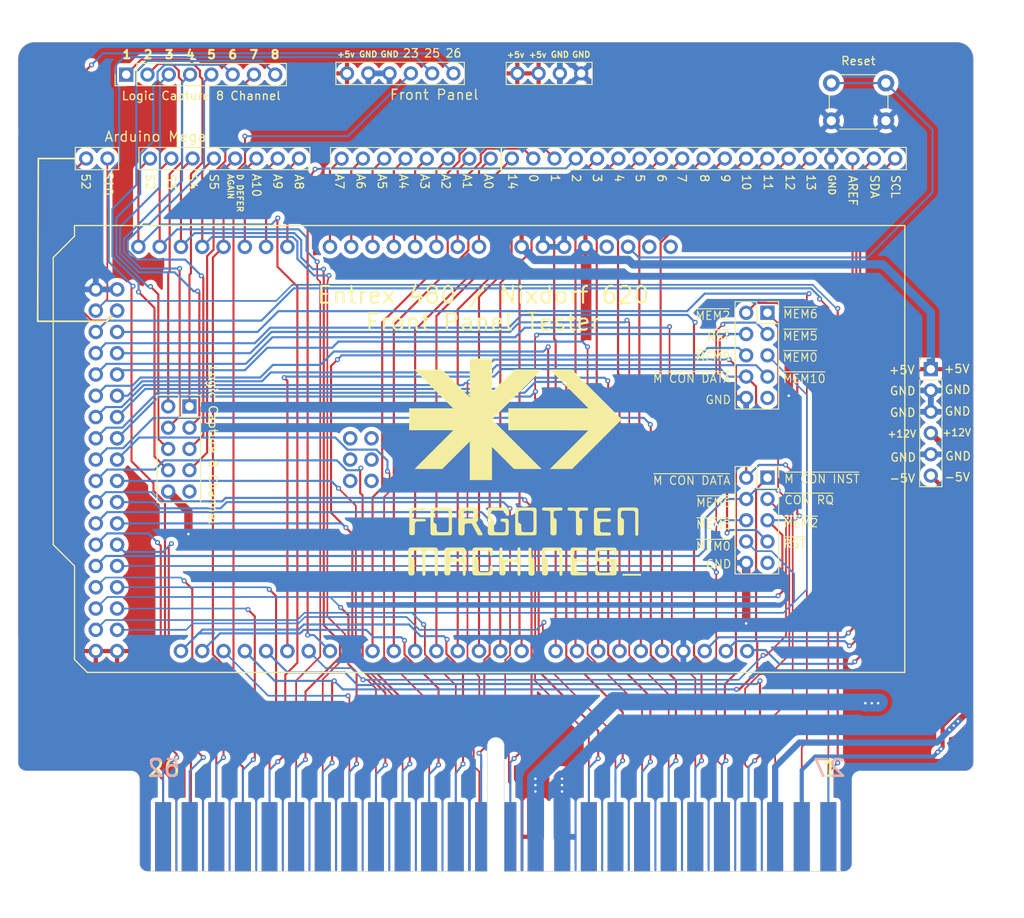
<source format=kicad_pcb>
(kicad_pcb (version 20221018) (generator pcbnew)
  (layers (0 "F.Cu" signal) (31 "B.Cu" signal) (34 "B.Paste" user) (35 "F.Paste" user) (36 "B.SilkS" user "B.Silkscreen") (37 "F.SilkS" user "F.Silkscreen") (38 "B.Mask" user) (39 "F.Mask" user) (44 "Edge.Cuts" user))
  (net 0 "")
  (net 1 "Logic1")
  (net 2 "Logic2")
  (net 3 "Logic3")
  (net 4 "Logic4")
  (net 5 "Logic5")
  (net 6 "Logic6")
  (net 7 "+5V")
  (net 8 "GND")
  (net 9 "Logic7")
  (net 10 "Logic8")
  (net 11 "Net-(J3-Pin_1)")
  (net 12 "SCL")
  (net 13 "SDA")
  (net 14 "AREF")
  (net 15 "D13")
  (net 16 "D12")
  (net 17 "D11")
  (net 18 "D10")
  (net 19 "D9")
  (net 20 "D8")
  (net 21 "D7")
  (net 22 "D6")
  (net 23 "D5")
  (net 24 "D4")
  (net 25 "D3")
  (net 26 "Net-(J3-Pin_2)")
  (net 27 "Net-(J3-Pin_3)")
  (net 28 "D DEFER AGAIN")
  (net 29 "S5")
  (net 30 "S4")
  (net 31 "S3")
  (net 32 "S2")
  (net 33 "Net-(J4-Pin_1)")
  (net 34 "Net-(J4-Pin_2)")
  (net 35 "Net-(J4-Pin_3)")
  (net 36 "52")
  (net 37 "Net-(J4-Pin_4)")
  (net 38 "~{RST}")
  (net 39 "~{CON RQ}")
  (net 40 "~{CON INST}")
  (net 41 "~{CON DATA}")
  (net 42 "Net-(J4-Pin_5)")
  (net 43 "Net-(J4-Pin_6)")
  (net 44 "Net-(J4-Pin_7)")
  (net 45 "Net-(J4-Pin_8)")
  (net 46 "Net-(J10-Pin_26)")
  (net 47 "Net-(J10-Pin_25)")
  (net 48 "Net-(J10-Pin_23)")
  (net 49 "S10")
  (net 50 "Net-(J8-Pin_1)")
  (net 51 "Net-(J8-Pin_2)")
  (net 52 "Net-(J8-Pin_3)")
  (net 53 "Net-(J8-Pin_4)")
  (net 54 "~{MEM6}")
  (net 55 "~{MEM2}")
  (net 56 "~{MEM5}")
  (net 57 "~{MEM0}")
  (net 58 "~{MEM9}")
  (net 59 "~{MEM10}")
  (net 60 "~{M CON DATA}")
  (net 62 "~{NORMAL}")
  (net 63 "SWITCHOVER POWER")
  (net 64 "DISK CS")
  (net 65 "TAPE CS")
  (net 66 "~{DISK RDY}")
  (net 67 "~{MBO0}")
  (net 68 "~{MEM11}")
  (net 69 "~{DCHP OUT}")
  (net 70 "~{MEM15}")
  (net 71 "~{MEM13}")
  (net 72 "~{MEM3}")
  (net 73 "~{MEM4}")
  (net 74 "-5V")
  (net 75 "+V LAMP")
  (net 76 "~{POWER FAIL}")
  (net 77 "EXT CS")
  (net 78 "~{RUN}")
  (net 79 "~{MA LOAD}")
  (net 80 "~{DEFER}")
  (net 81 "~{SCNR BUSY}")
  (net 82 "~{MEM12}")
  (net 83 "~{64K}")
  (net 84 "64K")
  (net 85 "~{MEM14}")
  (net 86 "~{M CON INST}")
  (net 87 "~{MEM1}")
  (net 88 "~{MEM7}")
  (net 91 "Net-(XA1-RESET)")
  (net 100 "Net-(J7-Pin_1)")
  (footprint "port_nova:PinHeader_1x08_P2.54mm_Vertical" (layer "F.Cu") (at 100.956 55.256 -90)
    (fp_text reference "J4" hide)
    (fp_text value "Conn_01x08" hide)
  )
  (footprint "port_nova:PinHeader_1x08_P2.54mm_Vertical" (layer "F.Cu") (at 78.096 55.246 -90)
    (fp_text reference "J3" hide)
    (fp_text value "Conn_01x08" hide)
  )
  (footprint "port_nova:PinHeader_1x06_P2.54mm_Vertical" (layer "F.Cu") (at 96.52 45.085 -90)
    (fp_text reference "J5" hide)
    (fp_text value "Conn_01x06" hide)
  )
  (footprint "port_nova:PinHeader_1x04_P2.54mm_Vertical" (layer "F.Cu") (at 111.76 45.085 -90)
    (fp_text reference "J6" hide)
    (fp_text value "Conn_01x04" hide)
  )
  (footprint "Button_Switch_THT:SW_PUSH_6mm" (layer "F.Cu") (at 148.108 50.736 180)
    (fp_text reference "SW1" hide)
    (fp_text value "Reset")
  )
  (footprint "port_nova:PinHeader_1x02_P2.54mm_Vertical" (layer "F.Cu") (at 52.7 55.246 90)
    (fp_text reference "J7" hide)
    (fp_text value "Conn_01x02" hide)
  )
  (footprint "port_nova:PinHeader_1x19_P2.54mm_Vertical" (layer "F.Cu") (at 103.496 55.246 90)
    (fp_text reference "J8" hide)
    (fp_text value "Conn_01x19" hide)
  )
  (footprint "port_nova:logoFullN" (layer "F.Cu") (at 103.886 86.36)
    (fp_text reference "G***" hide)
    (fp_text value "LOGO" hide)
  )
  (footprint "Arduino:Arduino_Mega2560_Shield" (layer "F.Cu") (at 150.368 63.246 180)
    (fp_text reference "XA1" hide)
    (fp_text value "Arduino_Mega2560_Shield" hide)
  )
  (footprint "Connector_PinHeader_2.54mm:PinHeader_1x06_P2.54mm_Vertical" (layer "F.Cu") (at 153.475 80.395)
    (fp_text reference "J2" hide)
    (fp_text value "Conn_01x04" hide)
  )
  (footprint "Connector_PinHeader_2.54mm:PinHeader_1x08_P2.54mm_Vertical" (layer "F.Cu") (at 57.475 45.225 90)
    (fp_text reference "J1" hide)
    (fp_text value "Logic 8 CH" hide)
  )
  (footprint "Forgotten Machines:PinHeader_2x05_P2.54mm_Vertical - Backside" (layer "F.Cu") (at 65.024 84.836)
    (fp_text reference "J12" hide)
    (fp_text value "Logic 8 CH" hide)
  )
  (footprint "Forgotten Machines:PinHeader_2x05_P2.54mm_Vertical - Backside" (layer "F.Cu") (at 133.985 73.66)
    (fp_text reference "J9" hide)
    (fp_text value "Logic 8 CH" hide)
  )
  (footprint "Forgotten Machines:PinHeader_2x05_P2.54mm_Vertical - Backside" (layer "F.Cu") (at 133.99 93.345)
    (fp_text reference "J11" hide)
    (fp_text value "Logic 8 CH" hide)
  )
  (footprint "Forgotten Machines:DG Nova Front Panel Card Edge" (layer "B.Cu") (at 101.77 137.95 90)
    (fp_text reference "J10" hide)
    (fp_text value "Conn_02x26_Top_Bottom" hide)
    (fp_line (start -2.42 -41.705) (end -2.42 -1.205) (stroke (width 0.05)) (layer "Edge.Cuts"))
    (fp_line (start -2.42 -1.205) (end 12.58 -1.205) (stroke (width 0.05)) (layer "Edge.Cuts"))
    (fp_line (start -2.42 0.795) (end 12.58 0.795) (stroke (width 0.05)) (layer "Edge.Cuts"))
    (fp_line (start -2.42 41.295) (end -2.42 0.795) (stroke (width 0.05)) (layer "Edge.Cuts"))
    (fp_line (start -1.42 -42.705) (end 8.58 -42.705) (stroke (width 0.05)) (layer "Edge.Cuts"))
    (fp_line (start -1.42 42.295) (end 8.58 42.295) (stroke (width 0.05)) (layer "Edge.Cuts"))
    (fp_line (start 9.58 -43.705) (end 9.58 -56.205) (stroke (width 0.05)) (layer "Edge.Cuts"))
    (fp_line (start 9.58 43.295) (end 9.58 55.795) (stroke (width 0.05)) (layer "Edge.Cuts"))
    (fp_arc (start -2.42 -41.705) (mid -2.127109 -42.412109) (end -1.42 -42.705) (stroke (width 0.05)) (layer "Edge.Cuts"))
    (fp_arc (start -1.42 42.295) (mid -2.127102 42.002102) (end -2.42 41.295) (stroke (width 0.05)) (layer "Edge.Cuts"))
    (fp_arc (start 8.58 42.295) (mid 9.287113 42.587887) (end 9.58 43.295) (stroke (width 0.05)) (layer "Edge.Cuts"))
    (fp_arc (start 9.58 -43.705) (mid 9.287107 -42.997893) (end 8.58 -42.705) (stroke (width 0.05)) (layer "Edge.Cuts"))
    (fp_arc (start 12.58 -1.205) (mid 13.58 -0.205) (end 12.58 0.795) (stroke (width 0.05)) (layer "Edge.Cuts"))
  )
  (gr_line (start 51.4 55.246) (end 46.99 55.245) (stroke (width 0.2)) (layer "F.SilkS"))
  (gr_poly (pts (xy 98.353291 96.903301) (xy 98.959745 96.90609) (xy 99.244441 96.910459) (xy 99.249356 96.911796) (xy 99.254365 96.913328) (xy 99.259479 96.915062) (xy 99.264708 96.917002) (xy 99.270061 96.919152) (xy 99.27555 96.921519) (xy 99.281184 96.924107) (xy 99.286973 96.926921) (xy 99.292928 96.929966) (xy 99.299058 96.933247) (xy 99.305373 96.93677) (xy 99.311885 96.940538) (xy 99.325535 96.948835) (xy 99.340089 96.958177) (xy 99.350098 96.965001) (xy 99.359584 96.971985) (xy 99.368564 96.979149) (xy 99.377053 96.986512) (xy 99.385066 96.994095) (xy 99.392618 97.001919) (xy 99.399726 97.010003) (xy 99.406404 97.018368) (xy 99.412667 97.027035) (xy 99.418532 97.036023) (xy 99.424014 97.045352) (xy 99.429128 97.055044) (xy 99.433889 97.065118) (xy 99.438313 97.075595) (xy 99.442416 97.086495) (xy 99.446212 97.097838) (xy 99.447572 97.102567) (xy 99.44819 97.1052) (xy 99.448769 97.108155) (xy 99.449309 97.111539) (xy 99.449813 97.115457) (xy 99.45028 97.120016) (xy 99.450714 97.125323) (xy 99.451484 97.138606) (xy 99.452132 97.156158) (xy 99.452669 97.178832) (xy 99.453106 97.20748) (xy 99.453452 97.242954) (xy 99.453718 97.286107) (xy 99.454052 97.398858) (xy 99.454192 97.552551) (xy 99.45422 97.754005) (xy 99.45422 98.384772) (xy 99.442684 98.420041) (xy 99.440095 98.427616) (xy 99.437224 98.435377) (xy 99.434093 98.443287) (xy 99.430718 98.451311) (xy 99.423319 98.46755) (xy 99.415181 98.483801) (xy 99.406456 98.499771) (xy 99.3973 98.515167) (xy 99.392607 98.522557) (xy 99.387864 98.529694) (xy 99.38309 98.53654) (xy 99.378304 98.54306) (xy 99.352873 98.576926) (xy 99.350469 98.579932) (xy 99.34677 98.584258) (xy 99.341962 98.589701) (xy 99.33623 98.596056) (xy 99.329757 98.603121) (xy 99.32273 98.610693) (xy 99.315334 98.618566) (xy 99.307752 98.626539) (xy 99.299333 98.635431) (xy 99.291768 98.643642) (xy 99.285014 98.651253) (xy 99.279029 98.658343) (xy 99.273769 98.664992) (xy 99.269194 98.671281) (xy 99.265259 98.677289) (xy 99.261924 98.683096) (xy 99.259144 98.688782) (xy 99.256878 98.694427) (xy 99.255083 98.70011) (xy 99.253716 98.705912) (xy 99.252736 98.711913) (xy 99.252099 98.718192) (xy 99.251763 98.724829) (xy 99.251685 98.731904) (xy 99.251766 98.738383) (xy 99.251987 98.744353) (xy 99.252429 98.750002) (xy 99.252758 98.752766) (xy 99.253173 98.755521) (xy 99.253683 98.758291) (xy 99.254298 98.761098) (xy 99.25503 98.763968) (xy 99.255887 98.766923) (xy 99.256881 98.769987) (xy 99.25802 98.773183) (xy 99.259316 98.776536) (xy 99.260777 98.780069) (xy 99.26424 98.78777) (xy 99.268488 98.796474) (xy 99.273603 98.806371) (xy 99.279665 98.81765) (xy 99.286755 98.8305) (xy 99.294954 98.845109) (xy 99.315 98.880364) (xy 99.367436 98.972222) (xy 99.379513 98.992893) (xy 99.399627 99.026962) (xy 99.418925 99.05986) (xy 99.427566 99.074956) (xy 99.436321 99.090567) (xy 99.45653 99.127571) (xy 99.484266 99.179359) (xy 99.497097 99.203144) (xy 99.509172 99.225041) (xy 99.519133 99.242617) (xy 99.522898 99.249025) (xy 99.525625 99.253442) (xy 99.528561 99.258144) (xy 99.532923 99.26537) (xy 99.545082 99.285949) (xy 99.560409 99.312291) (xy 99.577212 99.341504) (xy 99.625732 99.426171) (xy 99.64776 99.46427) (xy 99.693194 99.542588) (xy 99.896934 99.89494) (xy 99.916515 99.928981) (xy 99.942321 99.97357) (xy 99.948545 99.984483) (xy 99.954176 99.994784) (xy 99.959239 100.004568) (xy 99.963761 100.013929) (xy 99.967769 100.022963) (xy 99.971289 100.031764) (xy 99.974348 100.040427) (xy 99.976972 100.049048) (xy 99.979189 100.057719) (xy 99.981023 100.066537) (xy 99.982503 100.075596) (xy 99.983654 100.084992) (xy 99.984503 100.094818) (xy 99.985076 100.105169) (xy 99.985401 100.116141) (xy 99.985504 100.127829) (xy 99.985393 100.13657) (xy 99.985053 100.144734) (xy 99.984467 100.152355) (xy 99.983623 100.159469) (xy 99.982505 100.166108) (xy 99.9811 100.172308) (xy 99.979392 100.178104) (xy 99.977368 100.183529) (xy 99.975013 100.188619) (xy 99.972312 100.193407) (xy 99.969253 100.197929) (xy 99.965819 100.202219) (xy 99.961996 100.206311) (xy 99.957771 100.21024) (xy 99.953129 100.214041) (xy 99.948055 100.217747) (xy 99.929657 100.230504) (xy 99.756921 100.230004) (xy 99.650451 100.229212) (xy 99.613415 100.228252) (xy 99.584058 100.226687) (xy 99.560039 100.224347) (xy 99.53902 100.221061) (xy 99.518659 100.216657) (xy 99.496616 100.210965) (xy 99.486919 100.208264) (xy 99.478185 100.205614) (xy 99.470301 100.202908) (xy 99.463157 100.200043) (xy 99.459827 100.198517) (xy 99.45664 100.196912) (xy 99.453581 100.195214) (xy 99.450638 100.19341) (xy 99.447795 100.191488) (xy 99.445039 100.189433) (xy 99.442356 100.187233) (xy 99.439732 100.184875) (xy 99.437153 100.182346) (xy 99.434604 100.179631) (xy 99.432073 100.17672) (xy 99.429544 100.173597) (xy 99.424439 100.166666) (xy 99.419179 100.158734) (xy 99.413649 100.149696) (xy 99.40774 100.139446) (xy 99.401339 100.127879) (xy 99.394334 100.114891) (xy 99.387066 100.101485) (xy 99.379628 100.088106) (xy 99.372228 100.075107) (xy 99.365078 100.062845) (xy 99.358388 100.051675) (xy 99.352366 100.041953) (xy 99.347222 100.034033) (xy 99.343168 100.02827) (xy 99.336507 100.01919) (xy 99.333307 100.014607) (xy 99.33012 100.009865) (xy 99.32689 100.004868) (xy 99.323562 99.999519) (xy 99.32008 99.993721) (xy 99.316389 99.987378) (xy 99.308155 99.972667) (xy 99.298416 99.95461) (xy 99.286728 99.932433) (xy 99.272645 99.90536) (xy 99.248645 99.859371) (xy 99.230381 99.824927) (xy 99.210701 99.787753) (xy 99.183294 99.735203) (xy 99.159159 99.689112) (xy 99.151122 99.674124) (xy 99.147344 99.667469) (xy 99.14606 99.665322) (xy 99.143562 99.660814) (xy 99.135515 99.645826) (xy 99.124384 99.624726) (xy 99.11135 99.599736) (xy 99.076617 99.533749) (xy 99.039382 99.46427) (xy 99.020631 99.429312) (xy 98.998418 99.387329) (xy 98.975519 99.3436) (xy 98.954714 99.303403) (xy 98.91783 99.231913) (xy 98.89326 99.18487) (xy 98.848356 99.099618) (xy 98.813523 99.032469) (xy 98.807716 99.021345) (xy 98.799848 99.007048) (xy 98.790496 98.990561) (xy 98.780236 98.972868) (xy 98.759293 98.937798) (xy 98.749763 98.922386) (xy 98.741628 98.909703) (xy 98.734312 98.898842) (xy 98.727213 98.888811) (xy 98.720275 98.879564) (xy 98.713443 98.871056) (xy 98.706664 98.863242) (xy 98.69988 98.856079) (xy 98.693039 98.849521) (xy 98.686084 98.843522) (xy 98.678961 98.838039) (xy 98.671615 98.833027) (xy 98.663991 98.828441) (xy 98.656034 98.824235) (xy 98.64769 98.820366) (xy 98.638902 98.816788) (xy 98.629616 98.813456) (xy 98.619778 98.810327) (xy 98.614613 98.808806) (xy 98.609753 98.807471) (xy 98.605 98.806314) (xy 98.600158 98.805326) (xy 98.595028 98.8045) (xy 98.589413 98.803826) (xy 98.583116 98.803295) (xy 98.575939 98.8029) (xy 98.567685 98.802632) (xy 98.558155 98.802483) (xy 98.547153 98.802444) (xy 98.534481 98.802506) (xy 98.503338 98.802901) (xy 98.463144 98.8036) (xy 98.246942 98.80805) (xy 98.175911 98.810293) (xy 98.123524 98.812952) (xy 98.085225 98.81633) (xy 98.056462 98.82073) (xy 98.032681 98.826456) (xy 98.009329 98.83381) (xy 98.00433 98.835625) (xy 97.999101 98.837787) (xy 97.993686 98.840265) (xy 97.98813 98.84303) (xy 97.982479 98.846052) (xy 97.976776 98.849303) (xy 97.971068 98.852751) (xy 97.965399 98.856369) (xy 97.959815 98.860126) (xy 97.95436 98.863993) (xy 97.94908 98.86794) (xy 97.944019 98.871938) (xy 97.939223 98.875958) (xy 97.934737 98.879969) (xy 97.930605 98.883942) (xy 97.926873 98.887847) (xy 97.921415 98.894011) (xy 97.916348 98.900111) (xy 97.911637 98.906229) (xy 97.907245 98.912444) (xy 97.903138 98.918837) (xy 97.899278 98.92549) (xy 97.895632 98.932483) (xy 97.892161 98.939895) (xy 97.888832 98.947809) (xy 97.885608 98.956304) (xy 97.882453 98.965462) (xy 97.879332 98.975362) (xy 97.876209 98.986085) (xy 97.873048 98.997713) (xy 97.869813 99.010326) (xy 97.866468 99.024003) (xy 97.864725 99.033197) (xy 97.863106 99.045764) (xy 97.860233 99.081422) (xy 97.857831 99.131788) (xy 97.855881 99.197672) (xy 97.854364 99.279883) (xy 97.85326 99.379231) (xy 97.852552 99.496527) (xy 97.852219 99.632579) (xy 97.851919 99.936356) (xy 97.841841 99.979712) (xy 97.837691 99.997883) (xy 97.833839 100.015307) (xy 97.830717 100.030007) (xy 97.828753 100.040003) (xy 97.828344 100.041933) (xy 97.827746 100.044211) (xy 97.82697 100.046809) (xy 97.826028 100.049698) (xy 97.823693 100.056231) (xy 97.820834 100.063578) (xy 97.817544 100.071509) (xy 97.813917 100.079791) (xy 97.810045 100.088192) (xy 97.806022 100.096482) (xy 97.79798 100.111636) (xy 97.789471 100.125734) (xy 97.785025 100.132397) (xy 97.780443 100.138808) (xy 97.775716 100.144972) (xy 97.77084 100.150892) (xy 97.765808 100.156573) (xy 97.760612 100.162019) (xy 97.755246 100.167234) (xy 97.749704 100.172222) (xy 97.743979 100.176988) (xy 97.738064 100.181535) (xy 97.731952 100.185868) (xy 97.725638 100.189991) (xy 97.719113 100.193908) (xy 97.712373 100.197623) (xy 97.705409 100.20114) (xy 97.698216 100.204464) (xy 97.690786 100.207599) (xy 97.683114 100.210548) (xy 97.675192 100.213317) (xy 97.667014 100.215908) (xy 97.649862 100.220578) (xy 97.631606 100.224589) (xy 97.612193 100.227977) (xy 97.591569 100.230773) (xy 97.567497 100.233137) (xy 97.541558 100.234807) (xy 97.514382 100.235784) (xy 97.4866 100.23607) (xy 97.458842 100.235666) (xy 97.431739 100.234572) (xy 97.405921 100.232791) (xy 97.382019 100.230323) (xy 97.382019 100.230325) (xy 97.382019 100.230327) (xy 97.382018 100.230329) (xy 97.382018 100.230331) (xy 97.382018 100.230334) (xy 97.382018 100.230338) (xy 97.351303 100.225683) (xy 97.32264 100.219528) (xy 97.309064 100.215872) (xy 97.295984 100.211823) (xy 97.283394 100.207376) (xy 97.271288 100.202523) (xy 97.259661 100.197259) (xy 97.248507 100.191578) (xy 97.237821 100.185475) (xy 97.227596 100.178943) (xy 97.217827 100.171976) (xy 97.208508 100.164568) (xy 97.199633 100.156714) (xy 97.191198 100.148407) (xy 97.183195 100.139642) (xy 97.175619 100.130412) (xy 97.168465 100.120712) (xy 97.161727 100.110535) (xy 97.155398 100.099876) (xy 97.149475 100.088729) (xy 97.143949 100.077088) (xy 97.138817 100.064947) (xy 97.134072 100.0523) (xy 97.129708 100.03914) (xy 97.122102 100.011262) (xy 97.115953 99.981264) (xy 97.111216 99.949099) (xy 97.106713 98.610104) (xy 97.109388 97.773108) (xy 97.733549 97.773108) (xy 97.733826 97.798142) (xy 97.734636 97.824743) (xy 97.73786 97.891589) (xy 97.739286 97.916555) (xy 97.740723 97.937678) (xy 97.742273 97.95577) (xy 97.74404 97.971641) (xy 97.746127 97.986106) (xy 97.748637 97.999974) (xy 97.751673 98.014059) (xy 97.755339 98.029172) (xy 97.760401 98.04853) (xy 97.765131 98.064899) (xy 97.767458 98.07216) (xy 97.769807 98.078913) (xy 97.772212 98.085235) (xy 97.774708 98.091206) (xy 97.777329 98.096905) (xy 97.78011 98.102412) (xy 97.783087 98.107806) (xy 97.786293 98.113165) (xy 97.789764 98.11857) (xy 97.793534 98.124099) (xy 97.80211 98.135848) (xy 97.808111 98.143491) (xy 97.814193 98.150591) (xy 97.820428 98.157189) (xy 97.826892 98.163323) (xy 97.830233 98.166229) (xy 97.833659 98.169035) (xy 97.837178 98.171745) (xy 97.840802 98.174364) (xy 97.844538 98.176897) (xy 97.848396 98.17935) (xy 97.852385 98.181728) (xy 97.856515 98.184034) (xy 97.865234 98.188456) (xy 97.874625 98.192656) (xy 97.884765 98.196673) (xy 97.895726 98.200549) (xy 97.907582 98.204322) (xy 97.920409 98.208034) (xy 97.93428 98.211724) (xy 97.949269 98.215433) (xy 97.956412 98.21712) (xy 97.963205 98.218598) (xy 97.970186 98.219882) (xy 97.977889 98.220987) (xy 97.986851 98.221927) (xy 97.997608 98.222717) (xy 98.010695 98.22337) (xy 98.026649 98.223903) (xy 98.046006 98.224328) (xy 98.069302 98.224662) (xy 98.097072 98.224918) (xy 98.129853 98.225111) (xy 98.212591 98.225365) (xy 98.321803 98.225542) (xy 98.493377 98.225546) (xy 98.599074 98.224759) (xy 98.657153 98.222886) (xy 98.674041 98.221448) (xy 98.68587 98.219627) (xy 98.685885 98.219627) (xy 98.719884 98.212507) (xy 98.747911 98.205897) (xy 98.759994 98.202657) (xy 98.770954 98.199393) (xy 98.780914 98.196056) (xy 98.789999 98.192594) (xy 98.798331 98.188958) (xy 98.806034 98.185097) (xy 98.813231 98.180961) (xy 98.820046 98.1765) (xy 98.826602 98.171663) (xy 98.833023 98.1664) (xy 98.839431 98.160661) (xy 98.845951 98.154396) (xy 98.854071 98.145958) (xy 98.861619 98.13724) (xy 98.868626 98.128152) (xy 98.875126 98.118606) (xy 98.881149 98.108513) (xy 98.886728 98.097784) (xy 98.891896 98.086331) (xy 98.896685 98.074066) (xy 98.901126 98.060899) (xy 98.905252 98.046742) (xy 98.909096 98.031506) (xy 98.912688 98.015102) (xy 98.916063 97.997442) (xy 98.91925 97.978438) (xy 98.922284 97.958) (xy 98.925195 97.936039) (xy 98.929086 97.891423) (xy 98.93128 97.836305) (xy 98.931883 97.774902) (xy 98.931003 97.711429) (xy 98.928744 97.650104) (xy 98.925212 97.595142) (xy 98.920515 97.550759) (xy 98.917762 97.533853) (xy 98.914758 97.521173) (xy 98.913936 97.518221) (xy 98.913066 97.514692) (xy 98.912172 97.510719) (xy 98.911282 97.506435) (xy 98.910422 97.501972) (xy 98.909619 97.497463) (xy 98.908899 97.49304) (xy 98.908289 97.488836) (xy 98.907488 97.484011) (xy 98.906321 97.478575) (xy 98.904822 97.472618) (xy 98.903024 97.46623) (xy 98.898671 97.452529) (xy 98.893536 97.438197) (xy 98.887893 97.42396) (xy 98.882016 97.410545) (xy 98.879075 97.404373) (xy 98.876179 97.398679) (xy 98.873361 97.393553) (xy 98.870656 97.389086) (xy 98.86624 97.38259) (xy 98.861409 97.376195) (xy 98.856187 97.369921) (xy 98.850597 97.363783) (xy 98.844664 97.357802) (xy 98.838411 97.351994) (xy 98.831862 97.346378) (xy 98.825039 97.340972) (xy 98.817967 97.335793) (xy 98.810669 97.33086) (xy 98.80317 97.326191) (xy 98.795492 97.321803) (xy 98.787658 97.317715) (xy 98.779694 97.313944) (xy 98.771622 97.310509) (xy 98.763466 97.307428) (xy 98.752048 97.303616) (xy 98.740261 97.300224) (xy 98.727662 97.297231) (xy 98.713807 97.294616) (xy 98.698252 97.292359) (xy 98.680552 97.290438) (xy 98.660265 97.288833) (xy 98.636945 97.287523) (xy 98.610149 97.286488) (xy 98.579433 97.285706) (xy 98.544353 97.285156) (xy 98.504465 97.284819) (xy 98.408489 97.284697) (xy 98.287952 97.285174) (xy 98.092721 97.286963) (xy 98.026959 97.288582) (xy 97.977666 97.291015) (xy 97.941265 97.294508) (xy 97.91418 97.299309) (xy 97.892837 97.305665) (xy 97.873658 97.313823) (xy 97.869612 97.315789) (xy 97.865684 97.317796) (xy 97.861866 97.319852) (xy 97.858148 97.321961) (xy 97.854522 97.324132) (xy 97.850979 97.326369) (xy 97.84751 97.32868) (xy 97.844107 97.33107) (xy 97.84076 97.333546) (xy 97.837461 97.336115) (xy 97.834201 97.338783) (xy 97.830971 97.341555) (xy 97.827763 97.344439) (xy 97.824568 97.347441) (xy 97.821376 97.350566) (xy 97.818179 97.353823) (xy 97.808755 97.364241) (xy 97.800041 97.375238) (xy 97.792012 97.386911) (xy 97.78464 97.399356) (xy 97.777899 97.412669) (xy 97.771763 97.426947) (xy 97.766204 97.442285) (xy 97.761196 97.45878) (xy 97.756712 97.476528) (xy 97.752725 97.495625) (xy 97.74921 97.516168) (xy 97.746138 97.538254) (xy 97.743484 97.561977) (xy 97.741221 97.587435) (xy 97.739322 97.614723) (xy 97.73776 97.643939) (xy 97.734593 97.718801) (xy 97.733805 97.747406) (xy 97.733549 97.773108) (xy 97.109388 97.773108) (xy 97.111066 97.24791) (xy 97.113781 97.216189) (xy 97.117036 97.18723) (xy 97.120891 97.160742) (xy 97.125406 97.136435) (xy 97.130643 97.114019) (xy 97.13355 97.103429) (xy 97.136661 97.093204) (xy 97.139982 97.083306) (xy 97.143522 97.073699) (xy 97.147287 97.064348) (xy 97.151285 97.055215) (xy 97.155464 97.046397) (xy 97.159819 97.037909) (xy 97.164363 97.029746) (xy 97.169106 97.0219) (xy 97.174061 97.014365) (xy 97.17924 97.007136) (xy 97.184653 97.000205) (xy 97.190314 96.993567) (xy 97.196233 96.987216) (xy 97.202422 96.981144) (xy 97.208893 96.975347) (xy 97.215657 96.969816) (xy 97.222728 96.964548) (xy 97.230115 96.959534) (xy 97.237831 96.954768) (xy 97.245888 96.950246) (xy 97.254297 96.945959) (xy 97.26307 96.941902) (xy 97.272219 96.938069) (xy 97.281756 96.934454) (xy 97.291691 96.931049) (xy 97.302038 96.927849) (xy 97.312807 96.924848) (xy 97.324011 96.922038) (xy 97.335661 96.919415) (xy 97.347769 96.916972) (xy 97.373405 96.912599) (xy 97.401013 96.90887) (xy 97.430687 96.905734) (xy 97.738973 96.902909)) (fill solid) (layer "F.SilkS"))
  (gr_poly (pts (xy 112.456915 96.917289) (xy 112.470285 96.921152) (xy 112.482697 96.925084) (xy 112.4942 96.929119) (xy 112.504841 96.933291) (xy 112.514671 96.937636) (xy 112.523736 96.942186) (xy 112.532085 96.946977) (xy 112.539768 96.952042) (xy 112.546832 96.957417) (xy 112.553327 96.963135) (xy 112.559299 96.969231) (xy 112.564799 96.975739) (xy 112.569874 96.982693) (xy 112.574573 96.990128) (xy 112.578945 96.998079) (xy 112.583038 97.006578) (xy 112.584587 97.010105) (xy 112.585997 97.013535) (xy 112.587275 97.016914) (xy 112.58843 97.020287) (xy 112.589469 97.023701) (xy 112.590402 97.0272) (xy 112.591236 97.030832) (xy 112.591979 97.034641) (xy 112.592639 97.038673) (xy 112.593225 97.042974) (xy 112.593745 97.047591) (xy 112.594208 97.052567) (xy 112.59462 97.05795) (xy 112.594991 97.063785) (xy 112.595641 97.076994) (xy 112.596028 97.09325) (xy 112.595775 97.108699) (xy 112.594881 97.123351) (xy 112.593341 97.137213) (xy 112.591152 97.150294) (xy 112.588309 97.162604) (xy 112.584809 97.17415) (xy 112.580649 97.18494) (xy 112.575824 97.194985) (xy 112.570332 97.204292) (xy 112.564167 97.212869) (xy 112.557327 97.220726) (xy 112.549808 97.227871) (xy 112.541607 97.234312) (xy 112.532718 97.240058) (xy 112.523139 97.245118) (xy 112.513965 97.249422) (xy 112.50603 97.252979) (xy 112.498881 97.255947) (xy 112.49546 97.257261) (xy 112.492064 97.258486) (xy 112.488638 97.259645) (xy 112.485125 97.260755) (xy 112.477609 97.262912) (xy 112.469062 97.265115) (xy 112.459031 97.267524) (xy 112.448527 97.269894) (xy 112.438056 97.272013) (xy 112.427216 97.2739) (xy 112.415605 97.275575) (xy 112.402819 97.277057) (xy 112.388456 97.278365) (xy 112.372115 97.279519) (xy 112.353392 97.280537) (xy 112.331884 97.281438) (xy 112.30719 97.282243) (xy 112.246632 97.283638) (xy 112.168496 97.284875) (xy 112.069564 97.286109) (xy 111.889732 97.288719) (xy 111.827514 97.290244) (xy 111.780275 97.292094) (xy 111.745397 97.294401) (xy 111.720266 97.297296) (xy 111.702265 97.300912) (xy 111.688778 97.305383) (xy 111.66695 97.314624) (xy 111.657237 97.319022) (xy 111.64825 97.323323) (xy 111.639933 97.327563) (xy 111.63223 97.331781) (xy 111.625086 97.336014) (xy 111.618444 97.3403) (xy 111.61225 97.344676) (xy 111.606446 97.349181) (xy 111.600978 97.353851) (xy 111.595788 97.358725) (xy 111.590823 97.363841) (xy 111.586025 97.369235) (xy 111.581339 97.374946) (xy 111.576708 97.381011) (xy 111.573253 97.385766) (xy 111.570067 97.390334) (xy 111.567123 97.394773) (xy 111.564395 97.399144) (xy 111.561857 97.403508) (xy 111.559484 97.407924) (xy 111.55725 97.412453) (xy 111.555127 97.417156) (xy 111.553091 97.422092) (xy 111.551115 97.427321) (xy 111.549174 97.432904) (xy 111.547241 97.438902) (xy 111.54529 97.445374) (xy 111.543295 97.45238) (xy 111.539071 97.468238) (xy 111.532932 97.49287) (xy 111.530424 97.504057) (xy 111.528258 97.515031) (xy 111.526407 97.526195) (xy 111.524846 97.537955) (xy 111.523549 97.550715) (xy 111.522491 97.564879) (xy 111.521647 97.580852) (xy 111.52099 97.599038) (xy 111.520495 97.619841) (xy 111.520137 97.643666) (xy 111.519729 97.701999) (xy 111.519561 97.777272) (xy 111.519565 97.901869) (xy 111.519891 97.942024) (xy 111.520568 97.971128) (xy 111.521697 97.991962) (xy 111.523381 98.007312) (xy 111.525721 98.019959) (xy 111.528817 98.032688) (xy 111.531347 98.042243) (xy 111.533928 98.051282) (xy 111.53658 98.059843) (xy 111.539321 98.067962) (xy 111.542171 98.075675) (xy 111.545148 98.08302) (xy 111.548272 98.090034) (xy 111.551561 98.096753) (xy 111.555033 98.103214) (xy 111.558709 98.109454) (xy 111.562606 98.11551) (xy 111.566745 98.121419) (xy 111.571143 98.127217) (xy 111.575819 98.132942) (xy 111.580793 98.13863) (xy 111.586083 98.144318) (xy 111.591582 98.149896) (xy 111.59723 98.15528) (xy 111.603063 98.160494) (xy 111.60912 98.165561) (xy 111.615436 98.170504) (xy 111.622051 98.175347) (xy 111.629001 98.180113) (xy 111.636323 98.184825) (xy 111.644055 98.189507) (xy 111.652235 98.194181) (xy 111.660899 98.198872) (xy 111.670084 98.203602) (xy 111.679829 98.208395) (xy 111.690171 98.213274) (xy 111.701147 98.218263) (xy 111.712794 98.223384) (xy 111.735761 98.233604) (xy 111.756428 98.243443) (xy 111.774923 98.253071) (xy 111.791378 98.262656) (xy 111.805924 98.272365) (xy 111.812521 98.27732) (xy 111.818689 98.282368) (xy 111.824446 98.287532) (xy 111.829806 98.292833) (xy 111.834786 98.298291) (xy 111.839403 98.303928) (xy 111.843673 98.309764) (xy 111.847612 98.31582) (xy 111.851237 98.322119) (xy 111.854563 98.32868) (xy 111.857608 98.335524) (xy 111.860386 98.342674) (xy 111.862916 98.350149) (xy 111.865212 98.357971) (xy 111.86917 98.374739) (xy 111.872392 98.393147) (xy 111.875007 98.413363) (xy 111.877146 98.435555) (xy 111.880168 98.69213) (xy 111.881081 99.197651) (xy 111.879939 99.702565) (xy 111.876797 99.957321) (xy 111.875525 99.970012) (xy 111.873982 99.98237) (xy 111.872163 99.99441) (xy 111.870064 100.006147) (xy 111.86768 100.017596) (xy 111.865005 100.028773) (xy 111.862035 100.039693) (xy 111.858764 100.05037) (xy 111.855189 100.060821) (xy 111.851304 100.071059) (xy 111.847103 100.081101) (xy 111.842583 100.090961) (xy 111.837738 100.100655) (xy 111.832564 100.110197) (xy 111.827055 100.119603) (xy 111.821206 100.128888) (xy 111.818096 100.133428) (xy 111.814719 100.137925) (xy 111.811085 100.142374) (xy 111.807202 100.146771) (xy 111.798728 100.155386) (xy 111.789365 100.163734) (xy 111.779185 100.171777) (xy 111.768259 100.179476) (xy 111.756657 100.186794) (xy 111.744451 100.193693) (xy 111.731711 100.200136) (xy 111.718507 100.206083) (xy 111.704911 100.211499) (xy 111.690993 100.216344) (xy 111.676824 100.22058) (xy 111.662475 100.224171) (xy 111.648016 100.227078) (xy 111.633518 100.229264) (xy 111.6131 100.231061) (xy 111.584658 100.232572) (xy 111.551267 100.233747) (xy 111.515999 100.234536) (xy 111.481927 100.234887) (xy 111.452124 100.234751) (xy 111.429664 100.234077) (xy 111.422147 100.233522) (xy 111.417619 100.232814) (xy 111.417634 100.232811) (xy 111.416225 100.232459) (xy 111.414629 100.232111) (xy 111.410948 100.231437) (xy 111.406735 100.230807) (xy 111.402133 100.230236) (xy 111.397286 100.22974) (xy 111.392335 100.229337) (xy 111.387426 100.229042) (xy 111.3827 100.228871) (xy 111.377284 100.228532) (xy 111.371165 100.227762) (xy 111.364438 100.226592) (xy 111.357195 100.225053) (xy 111.349529 100.223176) (xy 111.341531 100.220992) (xy 111.333296 100.218532) (xy 111.324914 100.215827) (xy 111.31648 100.212908) (xy 111.308086 100.209806) (xy 111.299824 100.206552) (xy 111.291787 100.203177) (xy 111.284067 100.199711) (xy 111.276758 100.196187) (xy 111.269951 100.192634) (xy 111.26374 100.189084) (xy 111.257687 100.18533) (xy 111.251818 100.181455) (xy 111.246129 100.177455) (xy 111.240617 100.173323) (xy 111.235278 100.169053) (xy 111.230109 100.164638) (xy 111.225106 100.160072) (xy 111.220266 100.155349) (xy 111.215585 100.150463) (xy 111.211059 100.145407) (xy 111.206684 100.140175) (xy 111.202459 100.134761) (xy 111.198378 100.129159) (xy 111.194438 100.123362) (xy 111.190635 100.117364) (xy 111.186967 100.111159) (xy 111.183429 100.104741) (xy 111.180017 100.098103) (xy 111.17673 100.091239) (xy 111.173561 100.084143) (xy 111.16757 100.069229) (xy 111.162014 100.053312) (xy 111.156866 100.03634) (xy 111.152097 100.018266) (xy 111.147679 99.999037) (xy 111.143582 99.978604) (xy 111.142518 99.953984) (xy 111.141496 99.891822) (xy 111.13958 99.65573) (xy 111.136294 98.742472) (xy 111.132976 97.813719) (xy 111.128785 97.512689) (xy 111.126433 97.503442) (xy 111.123418 97.490781) (xy 111.120127 97.476375) (xy 111.11695 97.461888) (xy 111.114754 97.452376) (xy 111.112299 97.443158) (xy 111.109583 97.434235) (xy 111.106603 97.425604) (xy 111.103357 97.417261) (xy 111.099842 97.409207) (xy 111.096055 97.401438) (xy 111.091994 97.393952) (xy 111.087656 97.386747) (xy 111.083038 97.379822) (xy 111.078139 97.373173) (xy 111.072954 97.366799) (xy 111.067482 97.360699) (xy 111.06172 97.354869) (xy 111.055665 97.349307) (xy 111.049315 97.344012) (xy 111.042667 97.338982) (xy 111.035719 97.334214) (xy 111.028467 97.329707) (xy 111.020909 97.325457) (xy 111.013043 97.321464) (xy 111.004866 97.317725) (xy 110.996375 97.314237) (xy 110.987567 97.311) (xy 110.978441 97.30801) (xy 110.968992 97.305266) (xy 110.95922 97.302765) (xy 110.94912 97.300506) (xy 110.92793 97.296704) (xy 110.905401 97.293843) (xy 110.891497 97.292903) (xy 110.868087 97.291906) (xy 110.797782 97.289867) (xy 110.704558 97.287966) (xy 110.598484 97.286447) (xy 110.484755 97.284838) (xy 110.396109 97.28293) (xy 110.335447 97.2808) (xy 110.316515 97.279677) (xy 110.305666 97.278529) (xy 110.295235 97.2766) (xy 110.285199 97.274493) (xy 110.275543 97.272204) (xy 110.266255 97.269727) (xy 110.257321 97.267054) (xy 110.248728 97.264181) (xy 110.240461 97.261102) (xy 110.232507 97.25781) (xy 110.224854 97.2543) (xy 110.217486 97.250566) (xy 110.210391 97.246602) (xy 110.203555 97.242401) (xy 110.196964 97.237959) (xy 110.190605 97.233269) (xy 110.184465 97.228325) (xy 110.178529 97.223121) (xy 110.173381 97.218291) (xy 110.168638 97.213562) (xy 110.164274 97.208886) (xy 110.160264 97.204213) (xy 110.156581 97.199491) (xy 110.1532 97.194672) (xy 110.150095 97.189706) (xy 110.147239 97.184542) (xy 110.144608 97.179132) (xy 110.142174 97.173424) (xy 110.139912 97.167368) (xy 110.137797 97.160916) (xy 110.135802 97.154017) (xy 110.133901 97.146621) (xy 110.132069 97.138679) (xy 110.130279 97.130139) (xy 110.128278 97.119721) (xy 110.126803 97.110786) (xy 110.126259 97.106742) (xy 110.125842 97.10291) (xy 110.125549 97.099236) (xy 110.12538 97.095667) (xy 110.125333 97.09215) (xy 110.125406 97.088632) (xy 110.125598 97.08506) (xy 110.125906 97.08138) (xy 110.12633 97.077539) (xy 110.126868 97.073485) (xy 110.128278 97.064523) (xy 110.13106 97.050359) (xy 110.134491 97.037044) (xy 110.138609 97.024538) (xy 110.140939 97.018575) (xy 110.143455 97.0128) (xy 110.146162 97.007207) (xy 110.149066 97.001792) (xy 110.152172 96.996549) (xy 110.155483 96.991473) (xy 110.159005 96.986559) (xy 110.162744 96.981803) (xy 110.166703 96.977199) (xy 110.170888 96.972743) (xy 110.175303 96.968429) (xy 110.179954 96.964253) (xy 110.184845 96.960209) (xy 110.189981 96.956292) (xy 110.195367 96.952498) (xy 110.201008 96.948822) (xy 110.213075 96.941802) (xy 110.22622 96.935193) (xy 110.240482 96.928955) (xy 110.255901 96.923047) (xy 110.272515 96.917431) (xy 110.304266 96.907322) (xy 112.420931 96.907322)) (fill solid) (layer "F.SilkS"))
  (gr_poly (pts (xy 106.168287 96.907366) (xy 106.206387 96.917026) (xy 106.224656 96.921804) (xy 106.241598 96.926553) (xy 106.257287 96.93131) (xy 106.271793 96.936117) (xy 106.285189 96.941012) (xy 106.297548 96.946035) (xy 106.308941 96.951226) (xy 106.319442 96.956624) (xy 106.329121 96.962268) (xy 106.338052 96.968199) (xy 106.346307 96.974456) (xy 106.353957 96.981078) (xy 106.361076 96.988104) (xy 106.367735 96.995575) (xy 106.374008 97.00353) (xy 106.379965 97.012008) (xy 106.385157 97.020161) (xy 106.390098 97.02864) (xy 106.394796 97.037467) (xy 106.399256 97.046663) (xy 106.403484 97.056249) (xy 106.407489 97.066244) (xy 106.411275 97.076669) (xy 106.414849 97.087546) (xy 106.418218 97.098895) (xy 106.421388 97.110737) (xy 106.424366 97.123092) (xy 106.427158 97.135982) (xy 106.429771 97.149426) (xy 106.432211 97.163445) (xy 106.434484 97.178061) (xy 106.436598 97.193294) (xy 106.441617 98.559694) (xy 106.436797 99.927587) (xy 106.433913 99.949148) (xy 106.430835 99.969462) (xy 106.427543 99.988583) (xy 106.424019 100.00656) (xy 106.420246 100.023445) (xy 106.416204 100.039291) (xy 106.411876 100.054147) (xy 106.407244 100.068066) (xy 106.402289 100.0811) (xy 106.396992 100.093299) (xy 106.391336 100.104715) (xy 106.385302 100.115399) (xy 106.378872 100.125404) (xy 106.372027 100.134779) (xy 106.36475 100.143577) (xy 106.357021 100.15185) (xy 106.34894 100.159504) (xy 106.340208 100.166832) (xy 106.330853 100.173825) (xy 106.320899 100.180472) (xy 106.310372 100.186762) (xy 106.299297 100.192685) (xy 106.287701 100.198231) (xy 106.275609 100.20339) (xy 106.263045 100.208152) (xy 106.250037 100.212505) (xy 106.236609 100.21644) (xy 106.222787 100.219947) (xy 106.208596 100.223015) (xy 106.194062 100.225635) (xy 106.179211 100.227795) (xy 106.164068 100.229485) (xy 105.168059 100.234571) (xy 104.184985 100.23246) (xy 104.184985 100.232461) (xy 104.179781 100.231799) (xy 104.17391 100.231165) (xy 104.167573 100.230574) (xy 104.160971 100.230041) (xy 104.154304 100.229581) (xy 104.147775 100.22921) (xy 104.141584 100.228942) (xy 104.135932 100.228791) (xy 104.129785 100.228493) (xy 104.122956 100.227801) (xy 104.115532 100.226741) (xy 104.107596 100.225337) (xy 104.099233 100.223612) (xy 104.090528 100.221593) (xy 104.081566 100.219303) (xy 104.072432 100.216766) (xy 104.053986 100.211051) (xy 104.044844 100.207922) (xy 104.035868 100.204645) (xy 104.027144 100.201243) (xy 104.018756 100.197742) (xy 104.010789 100.194166) (xy 104.003329 100.190539) (xy 103.99686 100.187066) (xy 103.990447 100.183249) (xy 103.984109 100.179108) (xy 103.977868 100.174664) (xy 103.971744 100.169938) (xy 103.965758 100.164951) (xy 103.95993 100.159722) (xy 103.954282 100.154273) (xy 103.948833 100.148624) (xy 103.943605 100.142796) (xy 103.938618 100.13681) (xy 103.933892 100.130686) (xy 103.92945 100.124446) (xy 103.92531 100.118109) (xy 103.921494 100.111696) (xy 103.918023 100.105229) (xy 103.915013 100.098827) (xy 103.911734 100.091017) (xy 103.90829 100.082101) (xy 103.904789 100.072383) (xy 103.901335 100.062163) (xy 103.898034 100.051745) (xy 103.89499 100.041431) (xy 103.89231 100.031523) (xy 103.88037 99.984956) (xy 103.88027 98.581189) (xy 103.880253 98.343906) (xy 104.249821 98.343906) (xy 104.251538 98.459058) (xy 104.254977 98.543071) (xy 104.260545 98.602415) (xy 104.264254 98.624858) (xy 104.268648 98.643561) (xy 104.273777 98.659332) (xy 104.279692 98.67298) (xy 104.294085 98.697141) (xy 104.297337 98.701769) (xy 104.300802 98.706472) (xy 104.304374 98.71112) (xy 104.307946 98.715581) (xy 104.31141 98.719726) (xy 104.314661 98.723423) (xy 104.317592 98.726543) (xy 104.318903 98.727846) (xy 104.320095 98.728955) (xy 104.323898 98.732173) (xy 104.328333 98.735601) (xy 104.33337 98.739222) (xy 104.338976 98.743019) (xy 104.345121 98.746974) (xy 104.351773 98.751069) (xy 104.358901 98.755287) (xy 104.366473 98.75961) (xy 104.382826 98.768502) (xy 104.400581 98.777603) (xy 104.419487 98.786773) (xy 104.439294 98.795872) (xy 104.456678 98.803769) (xy 104.472659 98.811308) (xy 104.487309 98.818545) (xy 104.500701 98.825534) (xy 104.512907 98.832332) (xy 104.524 98.838992) (xy 104.534053 98.845571) (xy 104.543137 98.852123) (xy 104.551325 98.858704) (xy 104.558691 98.865368) (xy 104.565306 98.872171) (xy 104.571243 98.879168) (xy 104.576575 98.886414) (xy 104.581374 98.893965) (xy 104.585712 98.901875) (xy 104.589663 98.910199) (xy 104.593682 98.919847) (xy 104.59729 98.929905) (xy 104.600517 98.940769) (xy 104.603391 98.952834) (xy 104.605942 98.966496) (xy 104.608199 98.982149) (xy 104.610192 99.000188) (xy 104.611948 99.02101) (xy 104.613498 99.045008) (xy 104.61487 99.072578) (xy 104.616094 99.104115) (xy 104.617199 99.140015) (xy 104.619167 99.226481) (xy 104.621009 99.335139) (xy 104.623546 99.485159) (xy 104.625922 99.574896) (xy 104.627282 99.603175) (xy 104.628878 99.623601) (xy 104.630805 99.638582) (xy 104.633155 99.650522) (xy 104.638536 99.672686) (xy 104.6438 99.691834) (xy 104.646445 99.700409) (xy 104.64913 99.708391) (xy 104.651876 99.715831) (xy 104.654706 99.722782) (xy 104.657644 99.729299) (xy 104.660712 99.735433) (xy 104.663933 99.741239) (xy 104.66733 99.746769) (xy 104.670924 99.752077) (xy 104.67474 99.757215) (xy 104.6788 99.762237) (xy 104.683126 99.767195) (xy 104.690511 99.774941) (xy 104.698306 99.782276) (xy 104.706527 99.789207) (xy 104.715191 99.795741) (xy 104.724313 99.801886) (xy 104.733911 99.80765) (xy 104.744 99.813038) (xy 104.754596 99.818059) (xy 104.765717 99.822721) (xy 104.777378 99.827029) (xy 104.789595 99.830992) (xy 104.802386 99.834616) (xy 104.815766 99.837909) (xy 104.829752 99.840879) (xy 104.84436 99.843532) (xy 104.859606 99.845877) (xy 104.921044 99.849808) (xy 105.03283 99.852886) (xy 105.341837 99.856225) (xy 105.655409 99.855369) (xy 105.7729 99.853205) (xy 105.842326 99.849797) (xy 105.842335 99.849797) (xy 105.863315 99.847107) (xy 105.883018 99.84341) (xy 105.901481 99.838673) (xy 105.910259 99.835903) (xy 105.918741 99.832862) (xy 105.926931 99.829543) (xy 105.934834 99.825944) (xy 105.942453 99.82206) (xy 105.949795 99.817888) (xy 105.956864 99.813422) (xy 105.963663 99.808659) (xy 105.970198 99.803595) (xy 105.976473 99.798226) (xy 105.982493 99.792548) (xy 105.988262 99.786556) (xy 105.993785 99.780246) (xy 105.999067 99.773615) (xy 106.004111 99.766658) (xy 106.008923 99.759371) (xy 106.013507 99.75175) (xy 106.017867 99.743791) (xy 106.025937 99.726842) (xy 106.033168 99.708492) (xy 106.039597 99.688708) (xy 106.04526 99.667456) (xy 106.048334 99.653864) (xy 106.049644 99.647205) (xy 106.050823 99.640389) (xy 106.051885 99.633228) (xy 106.052845 99.625538) (xy 106.053716 99.61713) (xy 106.054515 99.607819) (xy 106.055255 99.597417) (xy 106.055951 99.585738) (xy 106.057268 99.557805) (xy 106.058584 99.522524) (xy 106.060015 99.478405) (xy 106.062963 99.28709) (xy 106.064016 98.972329) (xy 106.063168 98.547764) (xy 106.060415 98.02704) (xy 106.058321 97.731014) (xy 106.056292 97.574331) (xy 106.054942 97.532605) (xy 106.053176 97.506948) (xy 106.050853 97.491106) (xy 106.047827 97.478823) (xy 106.040655 97.453337) (xy 106.037316 97.442259) (xy 106.034084 97.432171) (xy 106.030913 97.422983) (xy 106.02776 97.414604) (xy 106.02458 97.406944) (xy 106.02133 97.399914) (xy 106.017964 97.393421) (xy 106.01444 97.387377) (xy 106.010713 97.381691) (xy 106.006738 97.376273) (xy 106.002471 97.371032) (xy 105.997869 97.365878) (xy 105.992887 97.360721) (xy 105.987481 97.355471) (xy 105.982356 97.350866) (xy 105.97676 97.346283) (xy 105.970743 97.341748) (xy 105.96436 97.337289) (xy 105.957662 97.332933) (xy 105.950703 97.328706) (xy 105.943535 97.324636) (xy 105.93621 97.32075) (xy 105.928782 97.317074) (xy 105.921303 97.313636) (xy 105.913826 97.310463) (xy 105.906403 97.307581) (xy 105.899087 97.305018) (xy 105.891931 97.3028) (xy 105.884988 97.300955) (xy 105.878309 97.29951) (xy 105.859637 97.296188) (xy 105.840184 97.293212) (xy 105.819342 97.290566) (xy 105.796505 97.28823) (xy 105.771066 97.286188) (xy 105.742417 97.28442) (xy 105.70995 97.28291) (xy 105.67306 97.28164) (xy 105.583578 97.279746) (xy 105.469113 97.278595) (xy 105.324809 97.278045) (xy 105.145806 97.277952) (xy 104.771833 97.279478) (xy 104.646835 97.28186) (xy 104.554189 97.28589) (xy 104.487166 97.291999) (xy 104.439034 97.300614) (xy 104.41995 97.305995) (xy 104.403064 97.312163) (xy 104.372526 97.327074) (xy 104.366543 97.330485) (xy 104.360867 97.333891) (xy 104.355477 97.337311) (xy 104.350351 97.340765) (xy 104.345469 97.344273) (xy 104.34081 97.347853) (xy 104.336351 97.351526) (xy 104.332073 97.355311) (xy 104.327953 97.359226) (xy 104.32397 97.363292) (xy 104.320104 97.367529) (xy 104.316332 97.371954) (xy 104.312635 97.376589) (xy 104.30899 97.381452) (xy 104.305376 97.386563) (xy 104.301772 97.391941) (xy 104.297168 97.39918) (xy 104.292872 97.406344) (xy 104.288866 97.413483) (xy 104.285136 97.420643) (xy 104.281663 97.427871) (xy 104.278434 97.435214) (xy 104.27543 97.44272) (xy 104.272636 97.450437) (xy 104.270036 97.45841) (xy 104.267614 97.466687) (xy 104.265352 97.475317) (xy 104.263236 97.484345) (xy 104.261248 97.493819) (xy 104.259373 97.503786) (xy 104.257594 97.514294) (xy 104.255895 97.525389) (xy 104.254923 97.539746) (xy 104.253992 97.568644) (xy 104.252299 97.666273) (xy 104.250912 97.810689) (xy 104.249928 97.994304) (xy 104.249821 98.343906) (xy 103.880253 98.343906) (xy 103.880171 97.177422) (xy 103.890794 97.129156) (xy 103.893327 97.118289) (xy 103.896099 97.107608) (xy 103.899099 97.097137) (xy 103.902316 97.086898) (xy 103.905741 97.076915) (xy 103.909362 97.06721) (xy 103.913169 97.057806) (xy 103.917152 97.048725) (xy 103.9213 97.039992) (xy 103.925603 97.031628) (xy 103.93005 97.023657) (xy 103.934631 97.016101) (xy 103.939336 97.008983) (xy 103.944154 97.002327) (xy 103.949074 96.996154) (xy 103.954087 96.990489) (xy 103.9599 96.984558) (xy 103.965982 96.978929) (xy 103.972389 96.973577) (xy 103.979178 96.968474) (xy 103.986404 96.963595) (xy 103.994125 96.958913) (xy 104.002396 96.954402) (xy 104.011273 96.950035) (xy 104.020814 96.945786) (xy 104.031073 96.941629) (xy 104.042108 96.937538) (xy 104.053975 96.933485) (xy 104.066731 96.929445) (xy 104.08043 96.925392) (xy 104.095131 96.921299) (xy 104.110888 96.91714) (xy 104.148988 96.907323)) (fill solid) (layer "F.SilkS"))
  (gr_poly (pts (xy 97.542345 101.680766) (xy 97.652589 101.682452) (xy 97.683245 101.683626) (xy 97.702602 101.685159) (xy 97.71442 101.687152) (xy 97.722457 101.689711) (xy 97.732926 101.693895) (xy 97.74299 101.69817) (xy 97.752702 101.702569) (xy 97.762114 101.707128) (xy 97.77128 101.711879) (xy 97.78025 101.716858) (xy 97.789078 101.722099) (xy 97.797816 101.727637) (xy 97.806517 101.733504) (xy 97.815232 101.739736) (xy 97.824015 101.746367) (xy 97.832918 101.753431) (xy 97.841992 101.760963) (xy 97.851291 101.768996) (xy 97.860867 101.777566) (xy 97.870773 101.786706) (xy 97.875014 101.790725) (xy 97.878949 101.794571) (xy 97.882612 101.798294) (xy 97.886038 101.801943) (xy 97.889264 101.805568) (xy 97.892323 101.809218) (xy 97.895253 101.812943) (xy 97.898087 101.816793) (xy 97.900861 101.820816) (xy 97.903611 101.825063) (xy 97.906372 101.829583) (xy 97.909179 101.834426) (xy 97.912068 101.839641) (xy 97.915073 101.845278) (xy 97.918231 101.851387) (xy 97.921576 101.858016) (xy 97.926256 101.867678) (xy 97.931007 101.878028) (xy 97.935697 101.888743) (xy 97.940195 101.899503) (xy 97.944368 101.909984) (xy 97.948086 101.919866) (xy 97.951217 101.928825) (xy 97.95363 101.936539) (xy 97.957764 101.950357) (xy 97.961816 101.962944) (xy 97.963666 101.968343) (xy 97.965322 101.972913) (xy 97.966724 101.976481) (xy 97.967816 101.978873) (xy 97.968286 101.980053) (xy 97.968776 101.981826) (xy 97.969284 101.984154) (xy 97.969804 101.987003) (xy 97.970866 101.994117) (xy 97.971932 102.002883) (xy 97.972969 102.013013) (xy 97.973945 102.02422) (xy 97.974829 102.036219) (xy 97.975588 102.048723) (xy 97.979739 102.29923) (xy 97.98372 102.815555) (xy 97.987974 104.112473) (xy 97.986957 104.726779) (xy 97.985029 104.83841) (xy 97.981671 104.878706) (xy 97.978964 104.891534) (xy 97.976332 104.904556) (xy 97.974076 104.916251) (xy 97.972497 104.925094) (xy 97.971573 104.929765) (xy 97.970294 104.93479) (xy 97.968693 104.940106) (xy 97.966801 104.945649) (xy 97.964647 104.951355) (xy 97.962265 104.95716) (xy 97.959684 104.963001) (xy 97.956936 104.968814) (xy 97.954052 104.974535) (xy 97.951063 104.9801) (xy 97.948001 104.985445) (xy 97.944896 104.990508) (xy 97.94178 104.995223) (xy 97.938683 104.999527) (xy 97.935638 105.003357) (xy 97.932675 105.006648) (xy 97.928906 105.01035) (xy 97.924916 105.013922) (xy 97.916314 105.020666) (xy 97.906954 105.026859) (xy 97.89692 105.032482) (xy 97.886296 105.037516) (xy 97.875166 105.04194) (xy 97.863614 105.045735) (xy 97.851725 105.048881) (xy 97.839582 105.051359) (xy 97.827269 105.053148) (xy 97.814871 105.05423) (xy 97.802472 105.054584) (xy 97.790157 105.054191) (xy 97.778008 105.053031) (xy 97.766111 105.051085) (xy 97.754549 105.048332) (xy 97.754549 105.048331) (xy 97.75455 105.04833) (xy 97.75455 105.048329) (xy 97.754551 105.048329) (xy 97.747122 105.046104) (xy 97.739859 105.043615) (xy 97.732778 105.04087) (xy 97.725889 105.037879) (xy 97.719208 105.03465) (xy 97.712747 105.031193) (xy 97.706519 105.027516) (xy 97.700537 105.023628) (xy 97.694815 105.019539) (xy 97.689366 105.015257) (xy 97.684202 105.010792) (xy 97.679338 105.006151) (xy 97.674786 105.001346) (xy 97.67056 104.996383) (xy 97.666672 104.991273) (xy 97.663136 104.986024) (xy 97.660093 104.980887) (xy 97.657068 104.975167) (xy 97.65408 104.968923) (xy 97.651146 104.962212) (xy 97.648283 104.95509) (xy 97.645509 104.947615) (xy 97.642841 104.939843) (xy 97.640297 104.931833) (xy 97.637894 104.923641) (xy 97.635649 104.915324) (xy 97.633581 104.906939) (xy 97.631706 104.898544) (xy 97.630042 104.890196) (xy 97.628606 104.881952) (xy 97.627417 104.873868) (xy 97.62649 104.866003) (xy 97.624707 104.807618) (xy 97.622723 104.676813) (xy 97.620779 104.492965) (xy 97.619118 104.275453) (xy 97.616567 103.943886) (xy 97.613368 103.745415) (xy 97.611173 103.682911) (xy 97.608395 103.637867) (xy 97.604891 103.60501) (xy 97.60052 103.579069) (xy 97.595906 103.558507) (xy 97.590534 103.539239) (xy 97.584378 103.521238) (xy 97.577409 103.504471) (xy 97.569599 103.488911) (xy 97.560919 103.474528) (xy 97.556245 103.467768) (xy 97.551343 103.461291) (xy 97.546209 103.455093) (xy 97.54084 103.44917) (xy 97.535233 103.44352) (xy 97.529384 103.438137) (xy 97.523289 103.433019) (xy 97.516946 103.428162) (xy 97.510349 103.423562) (xy 97.503497 103.419214) (xy 97.496385 103.415117) (xy 97.48901 103.411265) (xy 97.473457 103.404283) (xy 97.456809 103.398241) (xy 97.439039 103.393107) (xy 97.420117 103.388853) (xy 97.353322 103.375659) (xy 97.302387 103.372677) (xy 97.196066 103.370543) (xy 96.891092 103.368824) (xy 96.586046 103.37051) (xy 96.479638 103.372632) (xy 96.428579 103.375609) (xy 96.362061 103.388684) (xy 96.352706 103.390643) (xy 96.343715 103.392792) (xy 96.335067 103.395141) (xy 96.326744 103.397699) (xy 96.318725 103.400478) (xy 96.31099 103.403487) (xy 96.30352 103.406736) (xy 96.296294 103.410236) (xy 96.289293 103.413996) (xy 96.282496 103.418027) (xy 96.275885 103.422339) (xy 96.269438 103.426942) (xy 96.263136 103.431846) (xy 96.25696 103.437062) (xy 96.250889 103.442599) (xy 96.244904 103.448468) (xy 96.239022 103.454597) (xy 96.233577 103.460625) (xy 96.228537 103.466617) (xy 96.22387 103.472641) (xy 96.219543 103.478763) (xy 96.215524 103.48505) (xy 96.211781 103.491568) (xy 96.208282 103.498383) (xy 96.204993 103.505563) (xy 96.201884 103.513174) (xy 96.198921 103.521282) (xy 96.196073 103.529954) (xy 96.193306 103.539257) (xy 96.190589 103.549257) (xy 96.18789 103.56002) (xy 96.185176 103.571614) (xy 96.173869 103.621406) (xy 96.171059 104.131523) (xy 96.169106 104.438017) (xy 96.166318 104.606717) (xy 96.164008 104.658157) (xy 96.160765 104.697663) (xy 96.150517 104.770889) (xy 96.14822 104.783961) (xy 96.145448 104.796995) (xy 96.142228 104.809935) (xy 96.138583 104.822725) (xy 96.134541 104.835309) (xy 96.130126 104.847632) (xy 96.125364 104.859637) (xy 96.120281 104.871269) (xy 96.114902 104.882471) (xy 96.109253 104.893189) (xy 96.10336 104.903365) (xy 96.097248 104.912945) (xy 96.090942 104.921873) (xy 96.084468 104.930092) (xy 96.077853 104.937547) (xy 96.071121 104.944181) (xy 96.066993 104.947802) (xy 96.062498 104.951454) (xy 96.057673 104.955117) (xy 96.052552 104.958771) (xy 96.047169 104.962397) (xy 96.041561 104.965975) (xy 96.035762 104.969486) (xy 96.029808 104.972909) (xy 96.023733 104.976225) (xy 96.017572 104.979415) (xy 96.011362 104.982458) (xy 96.005136 104.985336) (xy 95.99893 104.988027) (xy 95.992779 104.990514) (xy 95.986718 104.992776) (xy 95.980782 104.994792) (xy 95.973408 104.996873) (xy 95.964352 104.998935) (xy 95.941997 105.002927) (xy 95.915323 105.006612) (xy 95.885935 105.009833) (xy 95.855438 105.012436) (xy 95.825438 105.014263) (xy 95.79754 105.015159) (xy 95.784881 105.015208) (xy 95.773349 105.014967) (xy 95.731784 105.01291) (xy 95.693981 105.009771) (xy 95.659717 105.005382) (xy 95.628774 104.999575) (xy 95.614478 104.996086) (xy 95.600929 104.992181) (xy 95.5881 104.987836) (xy 95.575963 104.983032) (xy 95.56449 104.977748) (xy 95.553654 104.971961) (xy 95.543427 104.965652) (xy 95.533781 104.958799) (xy 95.52469 104.951382) (xy 95.516125 104.943378) (xy 95.508058 104.934768) (xy 95.500463 104.92553) (xy 95.493311 104.915644) (xy 95.486576 104.905087) (xy 95.480228 104.89384) (xy 95.474242 104.88188) (xy 95.463241 104.855742) (xy 95.453352 104.826504) (xy 95.444354 104.793998) (xy 95.436027 104.758056) (xy 95.434731 104.750968) (xy 95.433587 104.741393) (xy 95.432582 104.727576) (xy 95.431706 104.707762) (xy 95.430949 104.680194) (xy 95.430298 104.643118) (xy 95.429743 104.594778) (xy 95.429273 104.533418) (xy 95.428542 104.364617) (xy 95.428018 104.122672) (xy 95.427234 103.363173) (xy 95.428078 102.538459) (xy 96.150168 102.538459) (xy 96.150399 102.61817) (xy 96.150802 102.646056) (xy 96.151475 102.667794) (xy 96.152479 102.684755) (xy 96.153873 102.698313) (xy 96.155717 102.709841) (xy 96.15807 102.720711) (xy 96.160301 102.729353) (xy 96.162868 102.738003) (xy 96.165767 102.746656) (xy 96.168993 102.755304) (xy 96.172543 102.763938) (xy 96.176412 102.772552) (xy 96.180596 102.781137) (xy 96.185091 102.789687) (xy 96.189893 102.798194) (xy 96.194998 102.80665) (xy 96.200402 102.815047) (xy 96.2061 102.823379) (xy 96.212089 102.831637) (xy 96.218364 102.839814) (xy 96.224921 102.847903) (xy 96.231756 102.855895) (xy 96.235849 102.860345) (xy 96.240728 102.865284) (xy 96.246319 102.870652) (xy 96.252548 102.87639) (xy 96.266624 102.888728) (xy 96.282358 102.901816) (xy 96.299157 102.91517) (xy 96.316426 102.928306) (xy 96.333569 102.940741) (xy 96.349992 102.951991) (xy 96.370797 102.96605) (xy 96.375361 102.96896) (xy 96.379898 102.971646) (xy 96.38452 102.974118) (xy 96.38934 102.976384) (xy 96.394473 102.978453) (xy 96.40003 102.980335) (xy 96.406126 102.982037) (xy 96.412874 102.98357) (xy 96.420387 102.984942) (xy 96.428778 102.986163) (xy 96.438161 102.98724) (xy 96.44865 102.988184) (xy 96.460356 102.989003) (xy 96.473395 102.989706) (xy 96.487878 102.990302) (xy 96.50392 102.9908) (xy 96.541131 102.99154) (xy 96.585936 102.991996) (xy 96.63924 102.992241) (xy 96.70195 102.992347) (xy 96.859214 102.992429) (xy 97.095068 102.992432) (xy 97.223538 102.991559) (xy 97.259028 102.990589) (xy 97.2815 102.989155) (xy 97.295564 102.987177) (xy 97.305831 102.984571) (xy 97.319109 102.980448) (xy 97.333837 102.975573) (xy 97.349472 102.970146) (xy 97.365471 102.964367) (xy 97.38129 102.958436) (xy 97.396386 102.952552) (xy 97.410215 102.946917) (xy 97.422234 102.941729) (xy 97.431302 102.937415) (xy 97.440388 102.932594) (xy 97.449468 102.927287) (xy 97.45852 102.921514) (xy 97.467521 102.915295) (xy 97.476448 102.90865) (xy 97.485277 102.901601) (xy 97.493986 102.894166) (xy 97.502552 102.886367) (xy 97.510952 102.878223) (xy 97.519162 102.869755) (xy 97.527161 102.860983) (xy 97.534925 102.851928) (xy 97.54243 102.842609) (xy 97.549655 102.833046) (xy 97.556576 102.823261) (xy 97.559163 102.819424) (xy 97.561482 102.815843) (xy 97.563561 102.812425) (xy 97.565426 102.809078) (xy 97.567105 102.805709) (xy 97.568626 102.802227) (xy 97.570017 102.798538) (xy 97.571304 102.794552) (xy 97.572516 102.790176) (xy 97.57368 102.785317) (xy 97.574824 102.779883) (xy 97.575975 102.773783) (xy 97.57716 102.766924) (xy 97.578408 102.759213) (xy 97.581201 102.740869) (xy 97.583747 102.722888) (xy 97.585719 102.706502) (xy 97.587166 102.690611) (xy 97.588135 102.674113) (xy 97.588674 102.655904) (xy 97.588831 102.634884) (xy 97.588654 102.609951) (xy 97.588191 102.580003) (xy 97.587161 102.536107) (xy 97.585721 102.495374) (xy 97.583898 102.458184) (xy 97.581723 102.424919) (xy 97.579223 102.395957) (xy 97.576428 102.371681) (xy 97.573364 102.352469) (xy 97.570062 102.338703) (xy 97.567323 102.330336) (xy 97.56438 102.322116) (xy 97.561236 102.314045) (xy 97.557892 102.306126) (xy 97.55435 102.298362) (xy 97.55061 102.290755) (xy 97.546676 102.283308) (xy 97.542548 102.276022) (xy 97.538227 102.268902) (xy 97.533716 102.261949) (xy 97.529015 102.255167) (xy 97.524127 102.248556) (xy 97.519052 102.242121) (xy 97.513792 102.235864) (xy 97.50835 102.229787) (xy 97.502725 102.223893) (xy 97.496747 102.217962) (xy 97.490841 102.212396) (xy 97.48496 102.207165) (xy 97.479057 102.202243) (xy 97.473083 102.197602) (xy 97.466993 102.193213) (xy 97.460738 102.189049) (xy 97.454272 102.185082) (xy 97.447547 102.181284) (xy 97.440516 102.177628) (xy 97.433132 102.174085) (xy 97.425347 102.170629) (xy 97.417115 102.16723) (xy 97.408387 102.163861) (xy 97.399117 102.160494) (xy 97.389258 102.157103) (xy 97.356439 102.146086) (xy 96.40051 102.146086) (xy 96.358173 102.16029) (xy 96.340483 102.166454) (xy 96.332578 102.169418) (xy 96.325204 102.172357) (xy 96.318287 102.175314) (xy 96.311754 102.178329) (xy 96.305534 102.181443) (xy 96.299553 102.184699) (xy 96.29374 102.188136) (xy 96.28802 102.191797) (xy 96.282322 102.195722) (xy 96.276573 102.199954) (xy 96.270701 102.204532) (xy 96.264632 102.209498) (xy 96.251614 102.22076) (xy 96.245563 102.22621) (xy 96.239919 102.231445) (xy 96.234639 102.236519) (xy 96.229682 102.241486) (xy 96.225005 102.246399) (xy 96.220566 102.251311) (xy 96.216324 102.256278) (xy 96.212235 102.261351) (xy 96.20826 102.266585) (xy 96.204354 102.272035) (xy 96.200477 102.277752) (xy 96.196586 102.283792) (xy 96.19264 102.290207) (xy 96.188595 102.297052) (xy 96.184411 102.304381) (xy 96.180045 102.312246) (xy 96.174912 102.321691) (xy 96.170404 102.330325) (xy 96.166481 102.338456) (xy 96.163102 102.346392) (xy 96.161603 102.350383) (xy 96.160226 102.354441) (xy 96.158964 102.358604) (xy 96.157812 102.36291) (xy 96.156766 102.367398) (xy 96.15582 102.372107) (xy 96.15497 102.377075) (xy 96.154209 102.382341) (xy 96.153534 102.387943) (xy 96.152939 102.393919) (xy 96.151969 102.407149) (xy 96.151258 102.422338) (xy 96.150765 102.439795) (xy 96.150451 102.459828) (xy 96.150273 102.482745) (xy 96.150168 102.538459) (xy 95.428078 102.538459) (xy 95.428521 102.105232) (xy 95.430883 102.005) (xy 95.434582 101.952399) (xy 95.439877 101.928394) (xy 95.447028 101.913951) (xy 95.451866 101.905262) (xy 95.457959 101.895615) (xy 95.465159 101.885178) (xy 95.473315 101.874116) (xy 95.482277 101.862597) (xy 95.491897 101.850787) (xy 95.502023 101.838852) (xy 95.512508 101.826959) (xy 95.523201 101.815275) (xy 95.533953 101.803966) (xy 95.544613 101.793199) (xy 95.555033 101.78314) (xy 95.565063 101.773956) (xy 95.574553 101.765813) (xy 95.583354 101.758879) (xy 95.591316 101.753318) (xy 95.599163 101.748381) (xy 95.606955 101.743698) (xy 95.61471 101.739263) (xy 95.622446 101.735068) (xy 95.630181 101.731106) (xy 95.637933 101.727369) (xy 95.645722 101.723851) (xy 95.653564 101.720542) (xy 95.661478 101.717437) (xy 95.669483 101.714527) (xy 95.677597 101.711806) (xy 95.685837 101.709265) (xy 95.694222 101.706898) (xy 95.702771 101.704696) (xy 95.711502 101.702653) (xy 95.720432 101.700762) (xy 95.735174 101.697996) (xy 95.742476 101.696815) (xy 95.749967 101.695755) (xy 95.757827 101.694803) (xy 95.766232 101.693949) (xy 95.775361 101.693182) (xy 95.785391 101.692491) (xy 95.808865 101.691292) (xy 95.838077 101.690262) (xy 95.874447 101.689314) (xy 95.919399 101.688359) (xy 96.625068 101.680536) (xy 97.341799 101.679275)) (fill solid) (layer "F.SilkS"))
  (gr_poly (pts (xy 100.614672 101.681324) (xy 100.923202 101.684875) (xy 100.945452 101.686887) (xy 100.966276 101.68917) (xy 100.985755 101.691754) (xy 101.003968 101.694666) (xy 101.020997 101.697934) (xy 101.036922 101.701586) (xy 101.051822 101.705651) (xy 101.065779 101.710157) (xy 101.078873 101.715132) (xy 101.091184 101.720604) (xy 101.102793 101.726602) (xy 101.11378 101.733153) (xy 101.124226 101.740285) (xy 101.13421 101.748028) (xy 101.143814 101.756409) (xy 101.153117 101.765456) (xy 101.158785 101.771663) (xy 101.16434 101.77856) (xy 101.169765 101.78611) (xy 101.175046 101.794281) (xy 101.180169 101.803036) (xy 101.185119 101.812342) (xy 101.189881 101.822163) (xy 101.19444 101.832466) (xy 101.198783 101.843215) (xy 101.202894 101.854376) (xy 101.206759 101.865914) (xy 101.210363 101.877795) (xy 101.213692 101.889984) (xy 101.21673 101.902447) (xy 101.219463 101.915148) (xy 101.221877 101.928053) (xy 101.224018 101.948809) (xy 101.226266 101.98433) (xy 101.230396 102.079818) (xy 101.232889 102.17482) (xy 101.23309 102.209733) (xy 101.232363 102.229639) (xy 101.231717 102.237397) (xy 101.230975 102.250057) (xy 101.229311 102.287425) (xy 101.22758 102.336426) (xy 101.225991 102.391739) (xy 101.223864 102.465086) (xy 101.222809 102.490457) (xy 101.22164 102.509916) (xy 101.220265 102.524678) (xy 101.218595 102.53596) (xy 101.216539 102.544979) (xy 101.214007 102.552951) (xy 101.209448 102.565198) (xy 101.204819 102.57651) (xy 101.200068 102.586937) (xy 101.195142 102.596535) (xy 101.189989 102.605357) (xy 101.184558 102.613455) (xy 101.178797 102.620884) (xy 101.172652 102.627697) (xy 101.166073 102.633946) (xy 101.159008 102.639687) (xy 101.151403 102.644971) (xy 101.143208 102.649854) (xy 101.13437 102.654387) (xy 101.124837 102.658624) (xy 101.114557 102.662619) (xy 101.103478 102.666425) (xy 101.09636 102.668576) (xy 101.089196 102.670424) (xy 101.08198 102.671968) (xy 101.074707 102.673209) (xy 101.067374 102.674147) (xy 101.059975 102.674781) (xy 101.052505 102.675112) (xy 101.04496 102.675139) (xy 101.037334 102.674863) (xy 101.029623 102.674282) (xy 101.021821 102.673398) (xy 101.013925 102.672209) (xy 101.005929 102.670717) (xy 100.997828 102.668921) (xy 100.989618 102.66682) (xy 100.981293 102.664415) (xy 100.972626 102.661575) (xy 100.964439 102.658475) (xy 100.956708 102.655096) (xy 100.949409 102.651414) (xy 100.942521 102.647409) (xy 100.936019 102.643058) (xy 100.92988 102.63834) (xy 100.924083 102.633232) (xy 100.918602 102.627714) (xy 100.913416 102.621763) (xy 100.908501 102.615358) (xy 100.903834 102.608477) (xy 100.899392 102.601097) (xy 100.895152 102.593198) (xy 100.891091 102.584758) (xy 100.887185 102.575754) (xy 100.884638 102.569516) (xy 100.882373 102.563737) (xy 100.880355 102.558205) (xy 100.878554 102.552709) (xy 100.876934 102.547039) (xy 100.875464 102.540983) (xy 100.874111 102.53433) (xy 100.872841 102.52687) (xy 100.871621 102.51839) (xy 100.87042 102.508681) (xy 100.869202 102.49753) (xy 100.867937 102.484727) (xy 100.865128 102.45332) (xy 100.86173 102.412771) (xy 100.855505 102.339766) (xy 100.853087 102.314168) (xy 100.85092 102.294038) (xy 100.848846 102.278024) (xy 100.846706 102.264775) (xy 100.844341 102.25294) (xy 100.841593 102.241168) (xy 100.837755 102.226996) (xy 100.83335 102.213464) (xy 100.828374 102.200567) (xy 100.822821 102.188298) (xy 100.816686 102.176651) (xy 100.809966 102.165622) (xy 100.802654 102.155204) (xy 100.794745 102.145392) (xy 100.786236 102.13618) (xy 100.77712 102.127561) (xy 100.767393 102.119531) (xy 100.75705 102.112084) (xy 100.746086 102.105214) (xy 100.734496 102.098915) (xy 100.722275 102.093181) (xy 100.709419 102.088007) (xy 100.704343 102.086245) (xy 100.698453 102.084413) (xy 100.68472 102.080643) (xy 100.66921 102.076899) (xy 100.652908 102.07338) (xy 100.636804 102.07029) (xy 100.621884 102.06783) (xy 100.609137 102.0662) (xy 100.603887 102.06576) (xy 100.59955 102.065603) (xy 100.594733 102.065474) (xy 100.588402 102.065106) (xy 100.580827 102.064523) (xy 100.572277 102.063754) (xy 100.563023 102.062825) (xy 100.553335 102.061761) (xy 100.543482 102.060589) (xy 100.533735 102.059335) (xy 100.470061 102.056271) (xy 100.345063 102.054081) (xy 99.993348 102.052321) (xy 99.643102 102.054058) (xy 99.51994 102.056238) (xy 99.458837 102.059293) (xy 99.44145 102.061749) (xy 99.425129 102.063761) (xy 99.411706 102.065119) (xy 99.406654 102.065489) (xy 99.403014 102.065618) (xy 99.399655 102.065764) (xy 99.395467 102.066186) (xy 99.385001 102.067766) (xy 99.372406 102.070177) (xy 99.358475 102.073234) (xy 99.343998 102.076754) (xy 99.329767 102.080554) (xy 99.316574 102.08445) (xy 99.30521 102.088261) (xy 99.301648 102.089665) (xy 99.297688 102.091419) (xy 99.29339 102.093487) (xy 99.288814 102.095831) (xy 99.279068 102.101201) (xy 99.268931 102.107233) (xy 99.258881 102.113632) (xy 99.249401 102.120102) (xy 99.245024 102.123271) (xy 99.24097 102.126347) (xy 99.237297 102.129293) (xy 99.234068 102.132071) (xy 99.229913 102.13602) (xy 99.225727 102.140426) (xy 99.221528 102.145256) (xy 99.217339 102.150473) (xy 99.21318 102.156045) (xy 99.209071 102.161934) (xy 99.205033 102.168108) (xy 99.201087 102.174531) (xy 99.197253 102.181169) (xy 99.193553 102.187986) (xy 99.190007 102.194948) (xy 99.186635 102.202021) (xy 99.183459 102.209169) (xy 99.180499 102.216357) (xy 99.177776 102.223552) (xy 99.17531 102.230718) (xy 99.171564 102.242399) (xy 99.168231 102.253343) (xy 99.165284 102.263817) (xy 99.162693 102.274091) (xy 99.160431 102.284431) (xy 99.15847 102.295106) (xy 99.156782 102.306384) (xy 99.155337 102.318534) (xy 99.154109 102.331823) (xy 99.153069 102.34652) (xy 99.152188 102.362892) (xy 99.151439 102.381209) (xy 99.150223 102.424747) (xy 99.149195 102.479278) (xy 99.148171 102.579744) (xy 99.149022 102.66185) (xy 99.150271 102.696802) (xy 99.152133 102.728107) (xy 99.154656 102.756078) (xy 99.157889 102.781028) (xy 99.161879 102.803274) (xy 99.166674 102.823127) (xy 99.172323 102.840903) (xy 99.178873 102.856915) (xy 99.186373 102.871478) (xy 99.194871 102.884906) (xy 99.204414 102.897512) (xy 99.215051 102.909612) (xy 99.220255 102.915049) (xy 99.225418 102.920193) (xy 99.230618 102.925094) (xy 99.235933 102.929804) (xy 99.24144 102.934374) (xy 99.247217 102.938856) (xy 99.253342 102.943299) (xy 99.259892 102.947757) (xy 99.266945 102.952279) (xy 99.274577 102.956917) (xy 99.282868 102.961723) (xy 99.291895 102.966747) (xy 99.301734 102.972041) (xy 99.312464 102.977656) (xy 99.336907 102.990054) (xy 99.365224 103.004359) (xy 99.389185 103.016847) (xy 99.409261 103.027802) (xy 99.425919 103.037509) (xy 99.439631 103.046254) (xy 99.450864 103.054323) (xy 99.455699 103.058192) (xy 99.46009 103.062) (xy 99.464096 103.065781) (xy 99.467777 103.06957) (xy 99.470231 103.072459) (xy 99.472759 103.075905) (xy 99.47534 103.079855) (xy 99.47795 103.084254) (xy 99.480565 103.089049) (xy 99.483164 103.094185) (xy 99.485722 103.09961) (xy 99.488218 103.105269) (xy 99.490628 103.111108) (xy 99.492928 103.117074) (xy 99.495097 103.123112) (xy 99.497111 103.129169) (xy 99.498947 103.135191) (xy 99.500582 103.141124) (xy 99.501994 103.146915) (xy 99.503159 103.152508) (xy 99.50466 103.16216) (xy 99.506049 103.174689) (xy 99.508502 103.208889) (xy 99.51054 103.25613) (xy 99.512184 103.317433) (xy 99.513455 103.393818) (xy 99.514377 103.486306) (xy 99.515254 103.723677) (xy 99.516311 103.971437) (xy 99.518906 104.164094) (xy 99.522967 104.298291) (xy 99.525523 104.342417) (xy 99.528419 104.370668) (xy 99.531526 104.389553) (xy 99.535134 104.408801) (xy 99.539096 104.427801) (xy 99.543264 104.445942) (xy 99.54749 104.46261) (xy 99.551628 104.477195) (xy 99.555528 104.489085) (xy 99.557344 104.493829) (xy 99.559045 104.497669) (xy 99.565386 104.509992) (xy 99.572065 104.521584) (xy 99.579112 104.532469) (xy 99.586557 104.542669) (xy 99.594431 104.552207) (xy 99.602764 104.561109) (xy 99.611586 104.569396) (xy 99.620929 104.577093) (xy 99.630822 104.584222) (xy 99.641296 104.590808) (xy 99.652382 104.596874) (xy 99.664109 104.602443) (xy 99.676508 104.607538) (xy 99.68961 104.612183) (xy 99.703445 104.616402) (xy 99.718043 104.620218) (xy 99.745191 104.626629) (xy 99.757563 104.629216) (xy 99.770083 104.631431) (xy 99.783462 104.633303) (xy 99.798411 104.634859) (xy 99.815643 104.63613) (xy 99.835868 104.637143) (xy 99.859799 104.637929) (xy 99.888147 104.638516) (xy 99.921623 104.638933) (xy 99.960939 104.639209) (xy 100.059937 104.639455) (xy 100.190835 104.639485) (xy 100.419155 104.639197) (xy 100.491924 104.638522) (xy 100.544323 104.637215) (xy 100.581772 104.635065) (xy 100.609692 104.631864) (xy 100.6335 104.627402) (xy 100.658618 104.621469) (xy 100.671838 104.617942) (xy 100.684676 104.613913) (xy 100.697105 104.609401) (xy 100.709097 104.604428) (xy 100.720625 104.59901) (xy 100.731662 104.593168) (xy 100.742181 104.586921) (xy 100.752154 104.580287) (xy 100.761554 104.573286) (xy 100.770354 104.565938) (xy 100.778526 104.558261) (xy 100.786044 104.550275) (xy 100.79288 104.541998) (xy 100.799006 104.533451) (xy 100.804397 104.524651) (xy 100.809023 104.515618) (xy 100.814503 104.502961) (xy 100.819608 104.489437) (xy 100.824343 104.47503) (xy 100.828709 104.459718) (xy 100.83271 104.443482) (xy 100.836348 104.426302) (xy 100.839626 104.40816) (xy 100.842546 104.389035) (xy 100.845112 104.368907) (xy 100.847327 104.347758) (xy 100.849192 104.325568) (xy 100.85071 104.302317) (xy 100.851885 104.277985) (xy 100.852719 104.252554) (xy 100.853215 104.226002) (xy 100.853375 104.198312) (xy 100.854277 104.120983) (xy 100.855474 104.087019) (xy 100.857218 104.05598) (xy 100.859545 104.027709) (xy 100.862492 104.002047) (xy 100.866097 103.978839) (xy 100.870396 103.957926) (xy 100.875427 103.939152) (xy 100.881225 103.92236) (xy 100.887829 103.907392) (xy 100.895275 103.894091) (xy 100.9036 103.8823) (xy 100.912842 103.871862) (xy 100.923036 103.86262) (xy 100.93422 103.854415) (xy 100.938561 103.851807) (xy 100.943772 103.849123) (xy 100.949738 103.846397) (xy 100.956342 103.843662) (xy 100.96347 103.840953) (xy 100.971005 103.838303) (xy 100.978831 103.835746) (xy 100.986833 103.833317) (xy 100.994895 103.831048) (xy 101.0029 103.828975) (xy 101.010733 103.82713) (xy 101.018279 103.825548) (xy 101.025421 103.824263) (xy 101.032043 103.823308) (xy 101.03803 103.822717) (xy 101.043266 103.822525) (xy 101.04542 103.822573) (xy 101.047816 103.822698) (xy 101.053229 103.823164) (xy 101.059304 103.823891) (xy 101.065838 103.824847) (xy 101.072631 103.826001) (xy 101.079479 103.82732) (xy 101.086181 103.828773) (xy 101.092535 103.830328) (xy 101.105337 103.833933) (xy 101.117191 103.837853) (xy 101.128157 103.842148) (xy 101.138295 103.846883) (xy 101.143072 103.849434) (xy 101.147664 103.852117) (xy 101.152078 103.854942) (xy 101.156322 103.857915) (xy 101.160403 103.861044) (xy 101.16433 103.864337) (xy 101.168108 103.867802) (xy 101.171746 103.871446) (xy 101.175251 103.875278) (xy 101.17863 103.879304) (xy 101.181891 103.883533) (xy 101.185042 103.887973) (xy 101.188089 103.892631) (xy 101.19104 103.897515) (xy 101.196684 103.907992) (xy 101.202033 103.919467) (xy 101.207146 103.932001) (xy 101.212084 103.945656) (xy 101.216905 103.960495) (xy 101.226096 103.990193) (xy 101.224931 104.385747) (xy 101.222919 104.693997) (xy 101.221203 104.7657) (xy 101.220121 104.78404) (xy 101.218873 104.791885) (xy 101.217708 104.794601) (xy 101.216268 104.798275) (xy 101.21461 104.802745) (xy 101.212791 104.807849) (xy 101.210867 104.813425) (xy 101.208896 104.819311) (xy 101.206934 104.825346) (xy 101.205038 104.831367) (xy 101.200118 104.845638) (xy 101.194369 104.859334) (xy 101.1878 104.872451) (xy 101.180417 104.884981) (xy 101.172228 104.896918) (xy 101.16324 104.908254) (xy 101.15346 104.918985) (xy 101.142896 104.929102) (xy 101.131555 104.9386) (xy 101.119444 104.947471) (xy 101.106571 104.95571) (xy 101.092942 104.96331) (xy 101.078567 104.970263) (xy 101.063451 104.976565) (xy 101.047601 104.982207) (xy 101.031027 104.987184) (xy 101.013805 104.991816) (xy 100.997151 104.995877) (xy 100.979609 104.999407) (xy 100.970051 105.000984) (xy 100.959725 105.002444) (xy 100.94845 105.00379) (xy 100.936043 105.005027) (xy 100.907109 105.007197) (xy 100.871467 105.008991) (xy 100.827663 105.01045) (xy 100.774241 105.011612) (xy 100.709748 105.012517) (xy 100.632728 105.013203) (xy 100.541726 105.013711) (xy 100.311956 105.014347) (xy 100.008801 105.014738) (xy 99.174833 105.013952) (xy 99.174834 105.013961) (xy 99.174834 105.013969) (xy 99.174835 105.013977) (xy 99.174836 105.013981) (xy 99.174836 105.013986) (xy 99.173963 105.013782) (xy 99.172248 105.013519) (xy 99.166477 105.012837) (xy 99.146849 105.010952) (xy 99.118882 105.008593) (xy 99.085507 105.006021) (xy 99.051665 105.003252) (xy 99.022426 105.000354) (xy 99.010509 104.998964) (xy 99.000915 104.997671) (xy 98.994034 104.996518) (xy 98.990257 104.995548) (xy 98.987581 104.994513) (xy 98.983853 104.993174) (xy 98.973923 104.989811) (xy 98.961823 104.985904) (xy 98.948911 104.981904) (xy 98.94201 104.979684) (xy 98.935164 104.977223) (xy 98.928386 104.97453) (xy 98.921688 104.971612) (xy 98.915083 104.968476) (xy 98.908583 104.965131) (xy 98.9022 104.961585) (xy 98.895947 104.957843) (xy 98.889835 104.953916) (xy 98.883878 104.949809) (xy 98.878086 104.94553) (xy 98.872474 104.941088) (xy 98.867052 104.936489) (xy 98.861834 104.931742) (xy 98.856831 104.926855) (xy 98.852056 104.921833) (xy 98.84744 104.916476) (xy 98.842849 104.910533) (xy 98.838308 104.904054) (xy 98.833838 104.897091) (xy 98.829464 104.889693) (xy 98.825207 104.881911) (xy 98.82109 104.873795) (xy 98.817137 104.865396) (xy 98.813369 104.856763) (xy 98.809811 104.847948) (xy 98.806484 104.839) (xy 98.803412 104.829969) (xy 98.800617 104.820907) (xy 98.798122 104.811863) (xy 98.795949 104.802888) (xy 98.794123 104.794033) (xy 98.790952 104.777569) (xy 98.787598 104.760906) (xy 98.784462 104.74599) (xy 98.781942 104.734765) (xy 98.780622 104.713259) (xy 98.779533 104.657731) (xy 98.777981 104.42591) (xy 98.77715 104.001913) (xy 98.776903 103.348349) (xy 98.776903 101.983099) (xy 98.788983 101.923832) (xy 98.79392 101.900486) (xy 98.798432 101.880731) (xy 98.800373 101.872852) (xy 98.802021 101.866652) (xy 98.803314 101.862392) (xy 98.803807 101.861071) (xy 98.804188 101.860332) (xy 98.804545 101.859802) (xy 98.804966 101.859093) (xy 98.805983 101.857185) (xy 98.807195 101.854704) (xy 98.808559 101.851746) (xy 98.810032 101.848406) (xy 98.811572 101.84478) (xy 98.813134 101.840962) (xy 98.814678 101.837049) (xy 98.816445 101.832786) (xy 98.818652 101.827966) (xy 98.82121 101.822754) (xy 98.824031 101.817317) (xy 98.827026 101.811819) (xy 98.830107 101.806428) (xy 98.833186 101.801308) (xy 98.836176 101.796625) (xy 98.840421 101.790443) (xy 98.844857 101.784456) (xy 98.849486 101.778662) (xy 98.854314 101.77306) (xy 98.859346 101.767646) (xy 98.864587 101.762419) (xy 98.870042 101.757376) (xy 98.875715 101.752516) (xy 98.881612 101.747837) (xy 98.887737 101.743335) (xy 98.894096 101.73901) (xy 98.900692 101.734858) (xy 98.907532 101.730878) (xy 98.914619 101.727068) (xy 98.92196 101.723425) (xy 98.929558 101.719947) (xy 98.937419 101.716632) (xy 98.945547 101.713479) (xy 98.962626 101.707645) (xy 98.980833 101.70243) (xy 99.000208 101.697816) (xy 99.02079 101.693786) (xy 99.042618 101.690322) (xy 99.065732 101.687407) (xy 99.09017 101.685025) (xy 99.397487 101.68142) (xy 100.005878 101.680179)) (fill solid) (layer "F.SilkS"))
  (gr_poly (pts (xy 112.026937 101.680807) (xy 112.262584 101.683475) (xy 112.321966 101.686573) (xy 112.357122 101.691318) (xy 112.379104 101.698061) (xy 112.398963 101.707156) (xy 112.406327 101.710742) (xy 112.413423 101.714573) (xy 112.420249 101.718646) (xy 112.426804 101.72296) (xy 112.433086 101.727514) (xy 112.439094 101.732306) (xy 112.444827 101.737334) (xy 112.450282 101.742598) (xy 112.455458 101.748094) (xy 112.460354 101.753823) (xy 112.464969 101.759782) (xy 112.469301 101.76597) (xy 112.473348 101.772385) (xy 112.477108 101.779026) (xy 112.480581 101.785892) (xy 112.483766 101.79298) (xy 112.48762 101.802319) (xy 112.489184 101.806408) (xy 112.490525 101.810267) (xy 112.491655 101.814012) (xy 112.49259 101.81776) (xy 112.493343 101.821627) (xy 112.493927 101.825732) (xy 112.494356 101.83019) (xy 112.494646 101.835118) (xy 112.494808 101.840635) (xy 112.494857 101.846855) (xy 112.494808 101.853897) (xy 112.494673 101.861876) (xy 112.494203 101.881118) (xy 112.492617 101.940767) (xy 112.47725 101.966167) (xy 112.473918 101.9715) (xy 112.470336 101.976919) (xy 112.466616 101.982275) (xy 112.462871 101.987416) (xy 112.459212 101.992194) (xy 112.455752 101.996456) (xy 112.452604 102.000054) (xy 112.451181 102.001556) (xy 112.449879 102.002835) (xy 112.446648 102.005653) (xy 112.442842 102.008601) (xy 112.438524 102.011645) (xy 112.433761 102.014755) (xy 112.428615 102.017896) (xy 112.423152 102.021038) (xy 112.417437 102.024146) (xy 112.411534 102.02719) (xy 112.405508 102.030136) (xy 112.399422 102.032953) (xy 112.393343 102.035606) (xy 112.387334 102.038065) (xy 112.381461 102.040297) (xy 112.375787 102.042269) (xy 112.370377 102.043949) (xy 112.365296 102.045304) (xy 112.360668 102.045963) (xy 112.352282 102.046588) (xy 112.323575 102.04774) (xy 112.277855 102.048778) (xy 112.213802 102.049718) (xy 112.025411 102.051365) (xy 111.74784 102.052811) (xy 111.386914 102.054637) (xy 111.193071 102.057461) (xy 111.138374 102.059862) (xy 111.10093 102.063251) (xy 111.072565 102.067874) (xy 111.045107 102.073977) (xy 111.028823 102.07791) (xy 111.015151 102.081584) (xy 111.00912 102.083397) (xy 111.003534 102.085234) (xy 110.998322 102.087125) (xy 110.993416 102.089099) (xy 110.988744 102.091184) (xy 110.984239 102.093412) (xy 110.979829 102.095811) (xy 110.975447 102.098411) (xy 110.971021 102.101241) (xy 110.966482 102.104331) (xy 110.956788 102.111408) (xy 110.948875 102.117603) (xy 110.941424 102.123896) (xy 110.93442 102.130314) (xy 110.927845 102.136883) (xy 110.921682 102.14363) (xy 110.915915 102.150582) (xy 110.910526 102.157763) (xy 110.9055 102.165201) (xy 110.900818 102.172922) (xy 110.896465 102.180952) (xy 110.892423 102.189318) (xy 110.888675 102.198046) (xy 110.885205 102.207162) (xy 110.881996 102.216692) (xy 110.87903 102.226663) (xy 110.876292 102.237101) (xy 110.873113 102.24961) (xy 110.869855 102.261761) (xy 110.8669 102.272165) (xy 110.865655 102.276279) (xy 110.864629 102.279435) (xy 110.86267 102.287837) (xy 110.860821 102.300999) (xy 110.857508 102.33954) (xy 110.854794 102.390937) (xy 110.852787 102.451064) (xy 110.851592 102.5158) (xy 110.851314 102.581019) (xy 110.85206 102.6426) (xy 110.853935 102.696418) (xy 110.855391 102.720714) (xy 110.857205 102.742353) (xy 110.85949 102.76197) (xy 110.862362 102.7802) (xy 110.864054 102.788994) (xy 110.865935 102.79768) (xy 110.870324 102.815045) (xy 110.875644 102.83293) (xy 110.882009 102.851973) (xy 110.887061 102.865135) (xy 110.892812 102.877707) (xy 110.899249 102.889676) (xy 110.906359 102.901033) (xy 110.914129 102.911766) (xy 110.922547 102.921864) (xy 110.9316 102.931316) (xy 110.941275 102.940113) (xy 110.95156 102.948242) (xy 110.962441 102.955694) (xy 110.973906 102.962456) (xy 110.985942 102.96852) (xy 110.998536 102.973873) (xy 111.011676 102.978505) (xy 111.025349 102.982405) (xy 111.039543 102.985562) (xy 111.053189 102.988048) (xy 111.067332 102.990259) (xy 111.082739 102.992213) (xy 111.100179 102.99393) (xy 111.120421 102.995428) (xy 111.144233 102.996727) (xy 111.172384 102.997844) (xy 111.205643 102.998798) (xy 111.29056 103.000294) (xy 111.405131 103.001366) (xy 111.555509 103.002161) (xy 111.74784 103.002832) (xy 112.323574 103.004592) (xy 112.364533 103.015268) (xy 112.383597 103.020457) (xy 112.39206 103.022954) (xy 112.399878 103.025417) (xy 112.407103 103.027872) (xy 112.413786 103.030343) (xy 112.419978 103.032853) (xy 112.42573 103.035426) (xy 112.431095 103.038088) (xy 112.436123 103.040861) (xy 112.440865 103.043771) (xy 112.445374 103.04684) (xy 112.449699 103.050095) (xy 112.453893 103.053558) (xy 112.458006 103.057253) (xy 112.46209 103.061206) (xy 112.467397 103.066689) (xy 112.472233 103.072073) (xy 112.47662 103.077414) (xy 112.48058 103.082771) (xy 112.484134 103.088199) (xy 112.487304 103.093756) (xy 112.490111 103.0995) (xy 112.492576 103.105486) (xy 112.494722 103.111773) (xy 112.496568 103.118416) (xy 112.498137 103.125474) (xy 112.499451 103.133004) (xy 112.50053 103.141061) (xy 112.501396 103.149705) (xy 112.502071 103.15899) (xy 112.502575 103.168975) (xy 112.502902 103.178631) (xy 112.503042 103.187609) (xy 112.502979 103.195984) (xy 112.502693 103.203836) (xy 112.502166 103.21124) (xy 112.501382 103.218276) (xy 112.50032 103.225021) (xy 112.498964 103.231551) (xy 112.497294 103.237945) (xy 112.495294 103.24428) (xy 112.492944 103.250634) (xy 112.490227 103.257084) (xy 112.487124 103.263707) (xy 112.483617 103.270582) (xy 112.479689 103.277786) (xy 112.47532 103.285397) (xy 112.471966 103.290926) (xy 112.468559 103.296138) (xy 112.46506 103.301065) (xy 112.46143 103.30574) (xy 112.457632 103.310194) (xy 112.453627 103.314461) (xy 112.449377 103.318571) (xy 112.444843 103.322557) (xy 112.439987 103.326452) (xy 112.43477 103.330288) (xy 112.429154 103.334096) (xy 112.423101 103.33791) (xy 112.416572 103.341761) (xy 112.409529 103.345682) (xy 112.401933 103.349705) (xy 112.393746 103.353862) (xy 112.358087 103.371637) (xy 111.938664 103.374621) (xy 111.631876 103.377921) (xy 111.530324 103.379855) (xy 111.483257 103.381671) (xy 111.448675 103.385971) (xy 111.433351 103.388224) (xy 111.419207 103.390588) (xy 111.406144 103.393096) (xy 111.394063 103.395778) (xy 111.382866 103.398669) (xy 111.372453 103.401799) (xy 111.362726 103.4052) (xy 111.353586 103.408905) (xy 111.344934 103.412946) (xy 111.336671 103.417355) (xy 111.328699 103.422163) (xy 111.320918 103.427403) (xy 111.31323 103.433108) (xy 111.305535 103.439308) (xy 111.301859 103.442532) (xy 111.298007 103.446192) (xy 111.29403 103.450223) (xy 111.289977 103.454562) (xy 111.285898 103.459143) (xy 111.281841 103.463903) (xy 111.277857 103.468776) (xy 111.273996 103.473698) (xy 111.270306 103.478605) (xy 111.266837 103.483432) (xy 111.263639 103.488114) (xy 111.260761 103.492588) (xy 111.258253 103.496789) (xy 111.256165 103.500652) (xy 111.254546 103.504112) (xy 111.253445 103.507106) (xy 111.251813 103.51223) (xy 111.24926 103.519924) (xy 111.246133 103.529147) (xy 111.242783 103.538856) (xy 111.239288 103.549333) (xy 111.236091 103.559916) (xy 111.233174 103.570767) (xy 111.23052 103.582048) (xy 111.228109 103.593919) (xy 111.225924 103.606543) (xy 111.223947 103.620083) (xy 111.22216 103.634698) (xy 111.220545 103.650552) (xy 111.219084 103.667806) (xy 111.217758 103.686622) (xy 111.21655 103.707161) (xy 111.214414 103.754058) (xy 111.212531 103.80979) (xy 111.209961 103.915564) (xy 111.208665 104.015795) (xy 111.208612 104.109066) (xy 111.209771 104.193963) (xy 111.212111 104.269071) (xy 111.215602 104.332974) (xy 111.220211 104.384257) (xy 111.225909 104.421505) (xy 111.229668 104.438778) (xy 111.233351 104.454513) (xy 111.236535 104.466973) (xy 111.237807 104.471432) (xy 111.238796 104.474422) (xy 111.242716 104.484134) (xy 111.246993 104.493598) (xy 111.251611 104.502793) (xy 111.256555 104.511701) (xy 111.261808 104.520304) (xy 111.267355 104.528582) (xy 111.27318 104.536517) (xy 111.279267 104.54409) (xy 111.285601 104.551282) (xy 111.292164 104.558074) (xy 111.298942 104.564447) (xy 111.305919 104.570383) (xy 111.313079 104.575863) (xy 111.320405 104.580867) (xy 111.327883 104.585377) (xy 111.335496 104.589375) (xy 111.341194 104.592023) (xy 111.347373 104.594666) (xy 111.360848 104.599847) (xy 111.375276 104.604736) (xy 111.39001 104.609152) (xy 111.404403 104.612914) (xy 111.417809 104.615839) (xy 111.423941 104.616932) (xy 111.429583 104.617747) (xy 111.434655 104.618263) (xy 111.439077 104.618457) (xy 111.44277 104.618575) (xy 111.446883 104.61888) (xy 111.451279 104.61935) (xy 111.455819 104.619964) (xy 111.460367 104.620702) (xy 111.464784 104.621543) (xy 111.468932 104.622467) (xy 111.472674 104.623452) (xy 111.476157 104.624083) (xy 111.482196 104.624691) (xy 111.502177 104.625842) (xy 111.533096 104.626915) (xy 111.575431 104.627919) (xy 111.69626 104.629761) (xy 111.86849 104.631443) (xy 112.151621 104.634842) (xy 112.249847 104.636824) (xy 112.300289 104.638676) (xy 112.320359 104.64062) (xy 112.339288 104.643231) (xy 112.357095 104.646521) (xy 112.373799 104.6505) (xy 112.38942 104.655181) (xy 112.403975 104.660575) (xy 112.417485 104.666692) (xy 112.429967 104.673546) (xy 112.441441 104.681146) (xy 112.451926 104.689505) (xy 112.46144 104.698634) (xy 112.470003 104.708544) (xy 112.477633 104.719246) (xy 112.48435 104.730753) (xy 112.490172 104.743075) (xy 112.495118 104.756224) (xy 112.496552 104.760626) (xy 112.497827 104.76477) (xy 112.498951 104.768722) (xy 112.49993 104.772544) (xy 112.500771 104.776301) (xy 112.501479 104.780057) (xy 112.502062 104.783876) (xy 112.502525 104.78782) (xy 112.502875 104.791955) (xy 112.503119 104.796344) (xy 112.503263 104.80105) (xy 112.503313 104.806138) (xy 112.503275 104.811672) (xy 112.503157 104.817715) (xy 112.502705 104.831584) (xy 112.502076 104.846094) (xy 112.501336 104.857838) (xy 112.500883 104.862875) (xy 112.500351 104.867461) (xy 112.499724 104.871677) (xy 112.498985 104.875603) (xy 112.498117 104.87932) (xy 112.497103 104.882908) (xy 112.495926 104.886447) (xy 112.49457 104.890017) (xy 112.493017 104.8937) (xy 112.491251 104.897574) (xy 112.487011 104.906221) (xy 112.483425 104.913131) (xy 112.479882 104.91953) (xy 112.476334 104.925463) (xy 112.472734 104.930974) (xy 112.469034 104.936108) (xy 112.465188 104.94091) (xy 112.461147 104.945423) (xy 112.456866 104.949694) (xy 112.452295 104.953765) (xy 112.447388 104.957683) (xy 112.442098 104.961491) (xy 112.436377 104.965234) (xy 112.430178 104.968956) (xy 112.423454 104.972703) (xy 112.416156 104.976519) (xy 112.408239 104.980448) (xy 112.395004 104.986782) (xy 112.388644 104.989649) (xy 112.382242 104.992324) (xy 112.375634 104.994813) (xy 112.36866 104.997124) (xy 112.361158 104.999263) (xy 112.352968 105.001236) (xy 112.343926 105.00305) (xy 112.333873 105.004711) (xy 112.322646 105.006226) (xy 112.310084 105.007601) (xy 112.296025 105.008843) (xy 112.280308 105.009958) (xy 112.262772 105.010953) (xy 112.243255 105.011834) (xy 112.221596 105.012608) (xy 112.197633 105.013281) (xy 112.142149 105.01435) (xy 112.075512 105.015094) (xy 111.996431 105.015565) (xy 111.903613 105.015814) (xy 111.795767 105.015893) (xy 111.529823 105.01575) (xy 111.034152 105.014374) (xy 110.81439 105.011836) (xy 110.81439 105.011835) (xy 110.814389 105.011835) (xy 110.814389 105.011834) (xy 110.814388 105.011834) (xy 110.814388 105.011833) (xy 110.814387 105.011832) (xy 110.814385 105.01183) (xy 110.801671 105.010163) (xy 110.784263 105.008109) (xy 110.764454 105.005931) (xy 110.744535 105.003888) (xy 110.729281 105.002114) (xy 110.71434 104.999827) (xy 110.699738 104.997039) (xy 110.685501 104.99376) (xy 110.671653 104.990002) (xy 110.658219 104.985775) (xy 110.645225 104.981089) (xy 110.632695 104.975958) (xy 110.620655 104.97039) (xy 110.609131 104.964397) (xy 110.598146 104.95799) (xy 110.587726 104.95118) (xy 110.577897 104.943978) (xy 110.568683 104.936394) (xy 110.56011 104.92844) (xy 110.552203 104.920127) (xy 110.544293 104.910812) (xy 110.536898 104.901167) (xy 110.529997 104.891132) (xy 110.523569 104.880648) (xy 110.517593 104.869655) (xy 110.51205 104.858092) (xy 110.506918 104.845901) (xy 110.502177 104.83302) (xy 110.497806 104.81939) (xy 110.493785 104.804951) (xy 110.490093 104.789643) (xy 110.48671 104.773406) (xy 110.483614 104.756181) (xy 110.480785 104.737906) (xy 110.478204 104.718523) (xy 110.475848 104.697972) (xy 110.471283 103.380824) (xy 110.475997 102.040249) (xy 110.478262 102.012455) (xy 110.481141 101.985278) (xy 110.484572 101.959072) (xy 110.488495 101.934195) (xy 110.492847 101.910999) (xy 110.497569 101.88984) (xy 110.502598 101.871074) (xy 110.507874 101.855055) (xy 110.510715 101.847722) (xy 110.513826 101.840312) (xy 110.517179 101.832872) (xy 110.520746 101.825448) (xy 110.524498 101.818086) (xy 110.528407 101.810832) (xy 110.532444 101.803732) (xy 110.536583 101.796831) (xy 110.540793 101.790177) (xy 110.545047 101.783815) (xy 110.549316 101.77779) (xy 110.553573 101.772149) (xy 110.557788 101.766938) (xy 110.561934 101.762204) (xy 110.565981 101.757991) (xy 110.569903 101.754346) (xy 110.578128 101.747648) (xy 110.587045 101.741247) (xy 110.596645 101.735147) (xy 110.606915 101.729352) (xy 110.617846 101.723865) (xy 110.629427 101.718689) (xy 110.641647 101.713829) (xy 110.654495 101.709287) (xy 110.667961 101.705068) (xy 110.682033 101.701174) (xy 110.696701 101.697611) (xy 110.711954 101.69438) (xy 110.727781 101.691486) (xy 110.744172 101.688932) (xy 110.761116 101.686723) (xy 110.778602 101.68486) (xy 110.801263 101.683835) (xy 110.846062 101.682943) (xy 111.000788 101.681568) (xy 111.240213 101.680747) (xy 111.561768 101.680495)) (fill solid) (layer "F.SilkS"))
  (gr_poly (pts (xy 108.231357 101.681858) (xy 108.716744 101.684346) (xy 109.241679 101.687796) (xy 109.296371 101.701421) (xy 109.315906 101.706543) (xy 109.334102 101.711862) (xy 109.351028 101.717427) (xy 109.366753 101.723286) (xy 109.381345 101.729485) (xy 109.394872 101.736074) (xy 109.407405 101.743099) (xy 109.419011 101.750609) (xy 109.429759 101.758651) (xy 109.439718 101.767273) (xy 109.448957 101.776524) (xy 109.457545 101.78645) (xy 109.465549 101.797101) (xy 109.47304 101.808522) (xy 109.480086 101.820763) (xy 109.486755 101.833872) (xy 109.490994 101.842918) (xy 109.4949 101.851705) (xy 109.498488 101.860301) (xy 109.501775 101.868771) (xy 109.504777 101.877185) (xy 109.50751 101.885609) (xy 109.509992 101.89411) (xy 109.512238 101.902756) (xy 109.514265 101.911614) (xy 109.516089 101.920752) (xy 109.517727 101.930237) (xy 109.519195 101.940136) (xy 109.52051 101.950516) (xy 109.521688 101.961446) (xy 109.523699 101.985221) (xy 109.525131 102.114522) (xy 109.526109 102.430784) (xy 109.526414 103.466888) (xy 109.525314 104.895638) (xy 109.515606 104.923154) (xy 109.51048 104.937018) (xy 109.505225 104.949864) (xy 109.499796 104.961736) (xy 109.494149 104.972681) (xy 109.48824 104.982742) (xy 109.482025 104.991966) (xy 109.47546 105.000398) (xy 109.468501 105.008082) (xy 109.461102 105.015063) (xy 109.453221 105.021387) (xy 109.444813 105.027099) (xy 109.435834 105.032245) (xy 109.426239 105.036868) (xy 109.415985 105.041014) (xy 109.405027 105.044729) (xy 109.393321 105.048058) (xy 109.387395 105.049447) (xy 109.381058 105.050646) (xy 109.374366 105.051656) (xy 109.36738 105.052475) (xy 109.360157 105.053105) (xy 109.352756 105.053546) (xy 109.345237 105.053798) (xy 109.337657 105.053862) (xy 109.330076 105.053737) (xy 109.322552 105.053424) (xy 109.315144 105.052923) (xy 109.30791 105.052234) (xy 109.30091 105.051358) (xy 109.294202 105.050295) (xy 109.287844 105.049045) (xy 109.281896 105.047608) (xy 109.281918 105.047597) (xy 109.2705 105.044137) (xy 109.264998 105.042158) (xy 109.259635 105.040011) (xy 109.254408 105.037697) (xy 109.249318 105.035214) (xy 109.244363 105.032561) (xy 109.239543 105.029738) (xy 109.234858 105.026745) (xy 109.230306 105.023579) (xy 109.225888 105.020241) (xy 109.221601 105.01673) (xy 109.217447 105.013044) (xy 109.213424 105.009184) (xy 109.209531 105.005149) (xy 109.205767 105.000937) (xy 109.202133 104.996548) (xy 109.198628 104.991981) (xy 109.19525 104.987235) (xy 109.191999 104.982311) (xy 109.185876 104.97192) (xy 109.180254 104.960802) (xy 109.175128 104.948952) (xy 109.170492 104.936363) (xy 109.16634 104.923029) (xy 109.162669 104.908944) (xy 109.161276 104.888785) (xy 109.160062 104.837763) (xy 109.158064 104.62441) (xy 109.156451 104.231438) (xy 109.155001 103.621401) (xy 109.151914 102.609284) (xy 109.149868 102.398303) (xy 109.147134 102.326001) (xy 109.142703 102.302454) (xy 109.138341 102.281141) (xy 109.13402 102.261957) (xy 109.129713 102.2448) (xy 109.125393 102.229567) (xy 109.121032 102.216154) (xy 109.116602 102.204458) (xy 109.112077 102.194376) (xy 109.108704 102.187852) (xy 109.105094 102.181505) (xy 109.101247 102.175335) (xy 109.097164 102.169341) (xy 109.092843 102.163523) (xy 109.088286 102.157882) (xy 109.083491 102.152416) (xy 109.078458 102.147127) (xy 109.073188 102.142014) (xy 109.06768 102.137076) (xy 109.061935 102.132314) (xy 109.055951 102.127729) (xy 109.04973 102.123318) (xy 109.04327 102.119084) (xy 109.036571 102.115025) (xy 109.029635 102.111141) (xy 109.022459 102.107433) (xy 109.015045 102.1039) (xy 109.007392 102.100543) (xy 108.9995 102.097361) (xy 108.991369 102.094353) (xy 108.982998 102.091521) (xy 108.974388 102.088864) (xy 108.965538 102.086382) (xy 108.956449 102.084075) (xy 108.94712 102.081942) (xy 108.927742 102.078201) (xy 108.907403 102.075158) (xy 108.886102 102.072812) (xy 108.685696 102.06926) (xy 108.303175 102.067702) (xy 107.920017 102.068355) (xy 107.717701 102.071432) (xy 107.705131 102.072657) (xy 107.69258 102.074189) (xy 107.680103 102.076013) (xy 107.667754 102.078114) (xy 107.655589 102.080476) (xy 107.643663 102.083084) (xy 107.632028 102.085921) (xy 107.620741 102.088973) (xy 107.609856 102.092224) (xy 107.599428 102.095658) (xy 107.589511 102.099261) (xy 107.58016 102.103015) (xy 107.571429 102.106906) (xy 107.563374 102.110919) (xy 107.556049 102.115037) (xy 107.549508 102.119245) (xy 107.54497 102.122543) (xy 107.540367 102.126182) (xy 107.535725 102.130131) (xy 107.531074 102.134356) (xy 107.526441 102.138826) (xy 107.521854 102.143508) (xy 107.517341 102.148368) (xy 107.51293 102.153375) (xy 107.508649 102.158496) (xy 107.504526 102.163698) (xy 107.500589 102.168948) (xy 107.496866 102.174215) (xy 107.493385 102.179465) (xy 107.490173 102.184667) (xy 107.48726 102.189786) (xy 107.484672 102.194791) (xy 107.482223 102.200178) (xy 107.479539 102.206757) (xy 107.476709 102.214274) (xy 107.473818 102.222473) (xy 107.470954 102.231099) (xy 107.468204 102.239897) (xy 107.465657 102.248612) (xy 107.463398 102.256988) (xy 107.461632 102.263941) (xy 107.460084 102.270405) (xy 107.458741 102.276755) (xy 107.457586 102.283365) (xy 107.456607 102.290612) (xy 107.455787 102.29887) (xy 107.455114 102.308513) (xy 107.454571 102.319918) (xy 107.454145 102.333459) (xy 107.453821 102.349511) (xy 107.453584 102.368449) (xy 107.45342 102.390648) (xy 107.453253 102.446331) (xy 107.453202 102.519559) (xy 107.453354 102.644384) (xy 107.453728 102.685652) (xy 107.454415 102.716278) (xy 107.455501 102.73885) (xy 107.457071 102.755959) (xy 107.45921 102.770193) (xy 107.462005 102.784142) (xy 107.465929 102.801709) (xy 107.469887 102.817908) (xy 107.473933 102.832834) (xy 107.478122 102.84658) (xy 107.482506 102.859243) (xy 107.487142 102.870917) (xy 107.492082 102.881697) (xy 107.497381 102.891678) (xy 107.503094 102.900954) (xy 107.509274 102.90962) (xy 107.515976 102.917772) (xy 107.523254 102.925503) (xy 107.531163 102.93291) (xy 107.539756 102.940086) (xy 107.549088 102.947127) (xy 107.559213 102.954127) (xy 107.565854 102.958486) (xy 107.572456 102.96271) (xy 107.578847 102.966695) (xy 107.584852 102.970338) (xy 107.590298 102.973534) (xy 107.595012 102.97618) (xy 107.598819 102.978173) (xy 107.601545 102.979408) (xy 107.60437 102.980563) (xy 107.608456 102.982326) (xy 107.619641 102.987328) (xy 107.633554 102.993711) (xy 107.64865 103.000774) (xy 107.663159 103.007522) (xy 107.67547 103.013047) (xy 107.684284 103.016781) (xy 107.686973 103.017798) (xy 107.688299 103.018153) (xy 107.688483 103.018177) (xy 107.688737 103.01825) (xy 107.689451 103.018536) (xy 107.690424 103.019001) (xy 107.691641 103.019635) (xy 107.69474 103.021372) (xy 107.698623 103.023671) (xy 107.70316 103.026454) (xy 107.708224 103.029645) (xy 107.713687 103.033165) (xy 107.719422 103.036939) (xy 107.727547 103.042594) (xy 107.735153 103.048429) (xy 107.742267 103.054488) (xy 107.748915 103.060816) (xy 107.752073 103.064094) (xy 107.755125 103.067456) (xy 107.758073 103.070908) (xy 107.760923 103.074454) (xy 107.763675 103.078101) (xy 107.766335 103.081854) (xy 107.768906 103.085718) (xy 107.77139 103.089699) (xy 107.776113 103.098035) (xy 107.780532 103.106907) (xy 107.784673 103.116357) (xy 107.788564 103.126432) (xy 107.79223 103.137174) (xy 107.795699 103.148629) (xy 107.798998 103.160842) (xy 107.802154 103.173856) (xy 107.812951 103.22074) (xy 107.81285 103.956588) (xy 107.811673 104.572802) (xy 107.809675 104.685302) (xy 107.806219 104.728419) (xy 107.800543 104.760672) (xy 107.798001 104.775806) (xy 107.796099 104.787686) (xy 107.793696 104.80107) (xy 107.790612 104.814397) (xy 107.78688 104.827612) (xy 107.782532 104.840656) (xy 107.777601 104.853473) (xy 107.772122 104.866006) (xy 107.766126 104.878197) (xy 107.759648 104.88999) (xy 107.752719 104.901328) (xy 107.745374 104.912153) (xy 107.737644 104.922409) (xy 107.729564 104.932038) (xy 107.721166 104.940983) (xy 107.712483 104.949188) (xy 107.703549 104.956595) (xy 107.694396 104.963148) (xy 107.687862 104.967348) (xy 107.68134 104.971308) (xy 107.674808 104.975037) (xy 107.66824 104.978544) (xy 107.661613 104.981839) (xy 107.654903 104.984929) (xy 107.648087 104.987825) (xy 107.64114 104.990534) (xy 107.634038 104.993066) (xy 107.626757 104.99543) (xy 107.619274 104.997635) (xy 107.611564 104.99969) (xy 107.603603 105.001603) (xy 107.595368 105.003383) (xy 107.586835 105.00504) (xy 107.577979 105.006583) (xy 107.55446 105.009477) (xy 107.523633 105.011867) (xy 107.48824 105.013691) (xy 107.451025 105.014884) (xy 107.41473 105.015384) (xy 107.382098 105.015127) (xy 107.355873 105.01405) (xy 107.34602 105.013185) (xy 107.338796 105.012091) (xy 107.333471 105.011045) (xy 107.32725 105.009933) (xy 107.313025 105.007651) (xy 107.297927 105.005518) (xy 107.290615 105.004593) (xy 107.283762 105.003807) (xy 107.273881 105.002499) (xy 107.263937 105.000711) (xy 107.25398 104.998465) (xy 107.244057 104.995783) (xy 107.234216 104.992688) (xy 107.224506 104.989205) (xy 107.214975 104.985354) (xy 107.205671 104.981159) (xy 107.196642 104.976644) (xy 107.187937 104.97183) (xy 107.179602 104.966741) (xy 107.171688 104.9614) (xy 107.16424 104.955829) (xy 107.157309 104.950052) (xy 107.150942 104.944091) (xy 107.145187 104.937969) (xy 107.141412 104.933363) (xy 107.13751 104.928034) (xy 107.133519 104.92206) (xy 107.129476 104.915525) (xy 107.12542 104.908509) (xy 107.12139 104.901093) (xy 107.117423 104.893359) (xy 107.113559 104.885388) (xy 107.109835 104.877262) (xy 107.106289 104.869061) (xy 107.102961 104.860867) (xy 107.099888 104.852762) (xy 107.097109 104.844825) (xy 107.094661 104.83714) (xy 107.092584 104.829787) (xy 107.090916 104.822847) (xy 107.089491 104.815855) (xy 107.087831 104.807004) (xy 107.084042 104.785165) (xy 107.080029 104.760212) (xy 107.076272 104.735027) (xy 107.074818 104.724223) (xy 107.073543 104.712242) (xy 107.072433 104.697174) (xy 107.071478 104.677113) (xy 107.070667 104.65015) (xy 107.069986 104.614378) (xy 107.069426 104.567888) (xy 107.068974 104.508773) (xy 107.068348 104.345036) (xy 107.068016 104.107903) (xy 107.067861 103.352403) (xy 107.068964 102.196915) (xy 107.071455 102.029693) (xy 107.076229 101.974195) (xy 107.081607 101.941411) (xy 107.087133 101.912836) (xy 107.090031 101.899885) (xy 107.093061 101.887697) (xy 107.096254 101.876175) (xy 107.099642 101.865222) (xy 107.103256 101.854743) (xy 107.107128 101.844639) (xy 107.111289 101.834816) (xy 107.115772 101.825176) (xy 107.120607 101.815623) (xy 107.125826 101.806061) (xy 107.13146 101.796392) (xy 107.137542 101.78652) (xy 107.139581 101.783441) (xy 107.1418 101.780372) (xy 107.146766 101.774276) (xy 107.152414 101.768248) (xy 107.158716 101.762305) (xy 107.165644 101.756463) (xy 107.173172 101.750739) (xy 107.181271 101.74515) (xy 107.189915 101.739711) (xy 107.199077 101.734439) (xy 107.208728 101.729351) (xy 107.218841 101.724463) (xy 107.22939 101.719792) (xy 107.240346 101.715353) (xy 107.251683 101.711164) (xy 107.263373 101.707241) (xy 107.275388 101.7036) (xy 107.288062 101.700134) (xy 107.294103 101.698654) (xy 107.300142 101.697321) (xy 107.306325 101.696118) (xy 107.312797 101.695029) (xy 107.319705 101.694038) (xy 107.327195 101.693129) (xy 107.335412 101.692286) (xy 107.344504 101.691491) (xy 107.365892 101.689984) (xy 107.392527 101.688477) (xy 107.425578 101.686841) (xy 107.489958 101.684718) (xy 107.582801 101.683111) (xy 107.852385 101.681448)) (fill solid) (layer "F.SilkS"))
  (gr_poly (pts (xy 92.943135 96.929626) (xy 93.042674 96.931994) (xy 93.063848 96.933911) (xy 93.076718 96.936424) (xy 93.083291 96.938163) (xy 93.08999 96.940127) (xy 93.096764 96.942292) (xy 93.103566 96.944637) (xy 93.117053 96.949776) (xy 93.130058 96.955365) (xy 93.136257 96.958272) (xy 93.142188 96.961224) (xy 93.147801 96.964199) (xy 93.153049 96.967175) (xy 93.157881 96.970128) (xy 93.162248 96.973038) (xy 93.166102 96.97588) (xy 93.169392 96.978633) (xy 93.170491 96.979707) (xy 93.171689 96.981031) (xy 93.172977 96.982586) (xy 93.174341 96.984353) (xy 93.175771 96.986314) (xy 93.177254 96.98845) (xy 93.178778 96.990741) (xy 93.180332 96.99317) (xy 93.181904 96.995718) (xy 93.183481 96.998365) (xy 93.185054 97.001093) (xy 93.186608 97.003883) (xy 93.188134 97.006716) (xy 93.189618 97.009574) (xy 93.191049 97.012438) (xy 93.192415 97.015288) (xy 93.194409 97.019609) (xy 93.196198 97.023657) (xy 93.197795 97.027494) (xy 93.199215 97.031185) (xy 93.200468 97.034793) (xy 93.20157 97.038382) (xy 93.202532 97.042016) (xy 93.203368 97.045758) (xy 93.20409 97.049673) (xy 93.204711 97.053824) (xy 93.205245 97.058275) (xy 93.205704 97.063089) (xy 93.206102 97.06833) (xy 93.206451 97.074062) (xy 93.207054 97.087255) (xy 93.207345 97.102867) (xy 93.206927 97.117371) (xy 93.205765 97.130817) (xy 93.203824 97.143255) (xy 93.202551 97.149113) (xy 93.20107 97.154737) (xy 93.199377 97.160135) (xy 93.197468 97.165313) (xy 93.195337 97.170276) (xy 93.192981 97.175033) (xy 93.190396 97.179588) (xy 93.187577 97.183948) (xy 93.184519 97.18812) (xy 93.181219 97.19211) (xy 93.177672 97.195924) (xy 93.173873 97.199569) (xy 93.169818 97.20305) (xy 93.165504 97.206374) (xy 93.160925 97.209548) (xy 93.156077 97.212578) (xy 93.150956 97.215471) (xy 93.145557 97.218231) (xy 93.133909 97.223383) (xy 93.121098 97.228086) (xy 93.10709 97.232389) (xy 93.101219 97.233998) (xy 93.098262 97.234728) (xy 93.095135 97.235411) (xy 93.091722 97.236049) (xy 93.087906 97.236645) (xy 93.08357 97.2372) (xy 93.078598 97.237717) (xy 93.072872 97.238198) (xy 93.066277 97.238645) (xy 93.058696 97.23906) (xy 93.050011 97.239446) (xy 93.040106 97.239804) (xy 93.028865 97.240137) (xy 93.001908 97.240735) (xy 92.968204 97.241258) (xy 92.926822 97.241723) (xy 92.876827 97.242147) (xy 92.817286 97.242548) (xy 92.665835 97.243347) (xy 92.465001 97.244259) (xy 92.011556 97.247389) (xy 91.882674 97.249275) (xy 91.830002 97.251253) (xy 91.814087 97.254092) (xy 91.79906 97.2571) (xy 91.784869 97.260303) (xy 91.77146 97.263724) (xy 91.758779 97.267385) (xy 91.746772 97.271313) (xy 91.735387 97.275529) (xy 91.72457 97.280058) (xy 91.714267 97.284924) (xy 91.704424 97.290151) (xy 91.694989 97.295761) (xy 91.685908 97.30178) (xy 91.677127 97.308231) (xy 91.668593 97.315137) (xy 91.660253 97.322522) (xy 91.652052 97.330411) (xy 91.643457 97.339358) (xy 91.635474 97.348433) (xy 91.628066 97.357726) (xy 91.621197 97.367329) (xy 91.614828 97.377335) (xy 91.608924 97.387836) (xy 91.603447 97.398922) (xy 91.59836 97.410686) (xy 91.593625 97.42322) (xy 91.589206 97.436616) (xy 91.585066 97.450965) (xy 91.581167 97.466359) (xy 91.577472 97.482889) (xy 91.573945 97.500649) (xy 91.570547 97.519729) (xy 91.567243 97.540222) (xy 91.565103 97.555666) (xy 91.563401 97.57216) (xy 91.56209 97.591166) (xy 91.561123 97.614152) (xy 91.560454 97.64258) (xy 91.560036 97.677917) (xy 91.559823 97.721626) (xy 91.559767 97.775172) (xy 91.560008 97.879124) (xy 91.560432 97.914206) (xy 91.561176 97.941008) (xy 91.562331 97.961765) (xy 91.563984 97.978712) (xy 91.566227 97.994086) (xy 91.569147 98.010122) (xy 91.573347 98.031237) (xy 91.577307 98.049413) (xy 91.581179 98.065143) (xy 91.585116 98.078919) (xy 91.589271 98.091235) (xy 91.591478 98.096999) (xy 91.593797 98.102583) (xy 91.598847 98.113457) (xy 91.604574 98.124349) (xy 91.61195 98.136931) (xy 91.619761 98.148747) (xy 91.628046 98.159823) (xy 91.632378 98.16509) (xy 91.636843 98.170182) (xy 91.641445 98.1751) (xy 91.64619 98.179848) (xy 91.651081 98.184429) (xy 91.656124 98.188846) (xy 91.661323 98.193102) (xy 91.666684 98.197201) (xy 91.67221 98.201144) (xy 91.677907 98.204936) (xy 91.68378 98.208579) (xy 91.689832 98.212077) (xy 91.696069 98.215432) (xy 91.702496 98.218647) (xy 91.715938 98.224671) (xy 91.730195 98.230174) (xy 91.745305 98.235179) (xy 91.761307 98.239711) (xy 91.778237 98.243795) (xy 91.796135 98.247454) (xy 91.810767 98.25001) (xy 91.826369 98.252296) (xy 91.843544 98.254328) (xy 91.862894 98.256119) (xy 91.885022 98.257685) (xy 91.910531 98.25904) (xy 91.974098 98.261177) (xy 92.058414 98.262647) (xy 92.168299 98.263567) (xy 92.308572 98.264057) (xy 92.484052 98.264232) (xy 92.856254 98.265461) (xy 92.981093 98.266697) (xy 93.040735 98.268182) (xy 93.056982 98.269604) (xy 93.072257 98.271375) (xy 93.086586 98.273504) (xy 93.099994 98.276002) (xy 93.112504 98.278882) (xy 93.124141 98.282153) (xy 93.13493 98.285827) (xy 93.144896 98.289915) (xy 93.154062 98.294428) (xy 93.162454 98.299377) (xy 93.170095 98.304773) (xy 93.177011 98.310627) (xy 93.183226 98.31695) (xy 93.188764 98.323753) (xy 93.19365 98.331046) (xy 93.197909 98.338842) (xy 93.199943 98.343029) (xy 93.201736 98.346865) (xy 93.203305 98.350447) (xy 93.204664 98.353874) (xy 93.205827 98.357244) (xy 93.206811 98.360655) (xy 93.207629 98.364206) (xy 93.208296 98.367995) (xy 93.208828 98.372119) (xy 93.209239 98.376677) (xy 93.209545 98.381767) (xy 93.209759 98.387488) (xy 93.209897 98.393937) (xy 93.209975 98.401214) (xy 93.210005 98.418639) (xy 93.209849 98.432777) (xy 93.209388 98.44567) (xy 93.20858 98.457405) (xy 93.20738 98.468067) (xy 93.205745 98.477743) (xy 93.203631 98.486517) (xy 93.200995 98.494477) (xy 93.199468 98.498178) (xy 93.197793 98.501707) (xy 93.195966 98.505076) (xy 93.193982 98.508295) (xy 93.191834 98.511374) (xy 93.189517 98.514324) (xy 93.187026 98.517157) (xy 93.184355 98.519882) (xy 93.178453 98.525054) (xy 93.171767 98.529926) (xy 93.164253 98.534584) (xy 93.155868 98.539114) (xy 93.146568 98.543601) (xy 93.137907 98.547512) (xy 93.133735 98.549287) (xy 93.129549 98.550946) (xy 93.125261 98.552494) (xy 93.120781 98.553937) (xy 93.11602 98.555278) (xy 93.11089 98.556522) (xy 93.1053 98.557673) (xy 93.099162 98.558737) (xy 93.092386 98.559717) (xy 93.084884 98.560618) (xy 93.076565 98.561444) (xy 93.067342 98.562201) (xy 93.057125 98.562893) (xy 93.045824 98.563523) (xy 93.019616 98.56462) (xy 92.988004 98.565527) (xy 92.950276 98.566281) (xy 92.905718 98.566919) (xy 92.853616 98.567475) (xy 92.793258 98.567987) (xy 92.644918 98.569022) (xy 92.380665 98.571203) (xy 92.29604 98.572698) (xy 92.235149 98.57487) (xy 92.192041 98.578022) (xy 92.160765 98.582459) (xy 92.135371 98.588486) (xy 92.109907 98.596408) (xy 92.096173 98.601244) (xy 92.08301 98.606602) (xy 92.070413 98.612484) (xy 92.058382 98.618891) (xy 92.046914 98.625826) (xy 92.036007 98.633291) (xy 92.025658 98.641288) (xy 92.015866 98.64982) (xy 92.006627 98.658887) (xy 91.997941 98.668492) (xy 91.989803 98.678638) (xy 91.982213 98.689326) (xy 91.975168 98.700559) (xy 91.968666 98.712338) (xy 91.962704 98.724665) (xy 91.95728 98.737544) (xy 91.95307 98.748765) (xy 91.951157 98.754295) (xy 91.949347 98.759879) (xy 91.947621 98.765601) (xy 91.94596 98.771542) (xy 91.944345 98.777783) (xy 91.942757 98.784408) (xy 91.939587 98.799133) (xy 91.936298 98.816374) (xy 91.932739 98.836785) (xy 91.92876 98.861022) (xy 91.927331 98.870278) (xy 91.926067 98.879638) (xy 91.924955 98.889761) (xy 91.923983 98.901304) (xy 91.923138 98.914927) (xy 91.922407 98.931287) (xy 91.921778 98.951041) (xy 91.921238 98.974849) (xy 91.920375 99.037256) (xy 91.919718 99.123772) (xy 91.918615 99.390189) (xy 91.917257 99.707784) (xy 91.915363 99.889008) (xy 91.912091 99.978022) (xy 91.909674 100.001751) (xy 91.906596 100.018988) (xy 91.902058 100.03807) (xy 91.897004 100.055867) (xy 91.89139 100.072425) (xy 91.885174 100.087794) (xy 91.878312 100.10202) (xy 91.870763 100.115153) (xy 91.862483 100.127241) (xy 91.858055 100.132907) (xy 91.853429 100.13833) (xy 91.848598 100.143516) (xy 91.843558 100.148471) (xy 91.838303 100.1532) (xy 91.832828 100.15771) (xy 91.821195 100.166096) (xy 91.808617 100.173677) (xy 91.79505 100.180501) (xy 91.780452 100.186616) (xy 91.764781 100.19207) (xy 91.747992 100.196912) (xy 91.742896 100.198043) (xy 91.736107 100.199235) (xy 91.718373 100.201718) (xy 91.696643 100.204198) (xy 91.672771 100.206507) (xy 91.648611 100.208482) (xy 91.626016 100.209956) (xy 91.60684 100.210764) (xy 91.592935 100.210742) (xy 91.568421 100.209445) (xy 91.527318 100.207122) (xy 91.527318 100.207119) (xy 91.508382 100.205733) (xy 91.488594 100.203747) (xy 91.468748 100.201289) (xy 91.449636 100.198484) (xy 91.432052 100.195457) (xy 91.416788 100.192336) (xy 91.404638 100.189246) (xy 91.399979 100.187752) (xy 91.396395 100.186313) (xy 91.383381 100.180091) (xy 91.361446 100.169498) (xy 91.356364 100.166935) (xy 91.351414 100.164234) (xy 91.346593 100.161392) (xy 91.3419 100.158407) (xy 91.337334 100.155276) (xy 91.332893 100.151996) (xy 91.328575 100.148565) (xy 91.324378 100.144981) (xy 91.320302 100.14124) (xy 91.316343 100.13734) (xy 91.3125 100.133279) (xy 91.308773 100.129054) (xy 91.305158 100.124663) (xy 91.301655 100.120102) (xy 91.298262 100.115369) (xy 91.294977 100.110462) (xy 91.291798 100.105378) (xy 91.288724 100.100115) (xy 91.285753 100.094669) (xy 91.282883 100.089039) (xy 91.277442 100.077215) (xy 91.272386 100.06462) (xy 91.267702 100.051236) (xy 91.263377 100.03704) (xy 91.259398 100.022013) (xy 91.255751 100.006134) (xy 91.245802 99.959568) (xy 91.245802 97.195206) (xy 91.25538 97.14797) (xy 91.259283 97.129992) (xy 91.263487 97.113156) (xy 91.268024 97.097413) (xy 91.272926 97.082711) (xy 91.278226 97.069001) (xy 91.283957 97.056233) (xy 91.290151 97.044357) (xy 91.296842 97.033323) (xy 91.304062 97.02308) (xy 91.311843 97.013579) (xy 91.320219 97.00477) (xy 91.329222 96.996602) (xy 91.338886 96.989026) (xy 91.349241 96.981991) (xy 91.360322 96.975447) (xy 91.372162 96.969345) (xy 91.378074 96.966562) (xy 91.383952 96.963938) (xy 91.389849 96.961458) (xy 91.395814 96.959108) (xy 91.401899 96.956874) (xy 91.408155 96.954742) (xy 91.414633 96.952697) (xy 91.421383 96.950725) (xy 91.428458 96.948812) (xy 91.435907 96.946943) (xy 91.443782 96.945103) (xy 91.452135 96.943279) (xy 91.470474 96.93962) (xy 91.491335 96.935852) (xy 91.499072 96.934651) (xy 91.508218 96.933588) (xy 91.519675 96.932654) (xy 91.534345 96.931841) (xy 91.55313 96.931141) (xy 91.576932 96.930545) (xy 91.643194 96.929634) (xy 91.740348 96.92904) (xy 91.875609 96.928699) (xy 92.289318 96.928505)) (fill solid) (layer "F.SilkS"))
  (gr_line (start 46.99 74.676) (end 55.118 74.676) (stroke (width 0.2)) (layer "F.SilkS"))
  (gr_poly (pts (xy 117.3914 96.90224) (xy 117.954274 96.904473) (xy 118.250237 96.908374) (xy 118.270845 96.909917) (xy 118.29092 96.912023) (xy 118.310431 96.91468) (xy 118.329347 96.917878) (xy 118.347637 96.921605) (xy 118.365269 96.925852) (xy 118.382213 96.930607) (xy 118.398438 96.935859) (xy 118.413911 96.941598) (xy 118.428603 96.947813) (xy 118.442481 96.954493) (xy 118.455515 96.961627) (xy 118.467674 96.969204) (xy 118.478926 96.977215) (xy 118.489241 96.985647) (xy 118.498586 96.99449) (xy 118.506755 97.003295) (xy 118.514427 97.012522) (xy 118.521616 97.022202) (xy 118.528333 97.032367) (xy 118.534589 97.043049) (xy 118.540397 97.054279) (xy 118.545768 97.066088) (xy 118.550713 97.078509) (xy 118.555245 97.091573) (xy 118.559376 97.10531) (xy 118.563116 97.119754) (xy 118.566478 97.134935) (xy 118.569474 97.150886) (xy 118.572114 97.167636) (xy 118.574412 97.185219) (xy 118.576379 97.203666) (xy 118.581525 97.685309) (xy 118.583255 98.657107) (xy 118.581558 99.624538) (xy 118.576428 100.093077) (xy 118.574331 100.107944) (xy 118.57189 100.122022) (xy 118.569091 100.135334) (xy 118.565921 100.147905) (xy 118.562369 100.159758) (xy 118.558421 100.17092) (xy 118.554065 100.181413) (xy 118.549287 100.191262) (xy 118.544076 100.200491) (xy 118.538418 100.209125) (xy 118.532301 100.217188) (xy 118.525712 100.224704) (xy 118.518638 100.231697) (xy 118.511066 100.238192) (xy 118.502985 100.244213) (xy 118.494381 100.249784) (xy 118.486376 100.254366) (xy 118.478206 100.25855) (xy 118.469881 100.262334) (xy 118.461413 100.265716) (xy 118.452811 100.268695) (xy 118.444087 100.271268) (xy 118.43525 100.273433) (xy 118.426312 100.27519) (xy 118.417282 100.276535) (xy 118.408172 100.277468) (xy 118.398992 100.277987) (xy 118.389751 100.278089) (xy 118.380462 100.277773) (xy 118.371134 100.277036) (xy 118.361778 100.275878) (xy 118.352404 100.274297) (xy 118.352404 100.274296) (xy 118.352403 100.274296) (xy 118.352402 100.274296) (xy 118.352401 100.274295) (xy 118.347368 100.273205) (xy 118.342003 100.271809) (xy 118.33637 100.270134) (xy 118.330529 100.268208) (xy 118.324544 100.26606) (xy 118.318476 100.263717) (xy 118.312389 100.261208) (xy 118.306344 100.258561) (xy 118.300403 100.255804) (xy 118.294629 100.252964) (xy 118.289084 100.250071) (xy 118.283831 100.247152) (xy 118.278931 100.244235) (xy 118.274447 100.241348) (xy 118.270441 100.23852) (xy 118.266976 100.235778) (xy 118.265573 100.234482) (xy 118.264033 100.232864) (xy 118.262372 100.230946) (xy 118.260604 100.228753) (xy 118.258746 100.226309) (xy 118.256813 100.223636) (xy 118.25482 100.220759) (xy 118.252783 100.217701) (xy 118.250717 100.214486) (xy 118.248638 100.211138) (xy 118.246562 100.20768) (xy 118.244503 100.204137) (xy 118.242478 100.200531) (xy 118.240502 100.196887) (xy 118.23859 100.193227) (xy 118.236758 100.189577) (xy 118.225785 100.169157) (xy 118.223519 100.164402) (xy 118.221429 100.159172) (xy 118.219509 100.15316) (xy 118.217751 100.146059) (xy 118.216148 100.137561) (xy 118.214694 100.12736) (xy 118.21338 100.115148) (xy 118.2122 100.100618) (xy 118.211148 100.083462) (xy 118.210215 100.063374) (xy 118.208679 100.01317) (xy 118.207538 99.947548) (xy 118.206733 99.864049) (xy 118.206209 99.760217) (xy 118.205908 99.633592) (xy 118.205748 99.302134) (xy 118.205801 98.850009) (xy 118.205606 98.079575) (xy 118.203301 97.69252) (xy 118.200552 97.596027) (xy 118.196307 97.5393) (xy 118.182043 97.470374) (xy 118.178045 97.455509) (xy 118.173521 97.441456) (xy 118.168447 97.428192) (xy 118.162804 97.415693) (xy 118.156569 97.403935) (xy 118.14972 97.392894) (xy 118.142238 97.382547) (xy 118.134099 97.37287) (xy 118.125283 97.36384) (xy 118.115769 97.355433) (xy 118.105534 97.347625) (xy 118.094557 97.340392) (xy 118.082817 97.333711) (xy 118.070292 97.327559) (xy 118.056962 97.32191) (xy 118.042803 97.316743) (xy 118.026868 97.311555) (xy 118.011815 97.307111) (xy 117.997287 97.303339) (xy 117.982927 97.300168) (xy 117.96838 97.297525) (xy 117.953287 97.295338) (xy 117.937291 97.293536) (xy 117.920037 97.292047) (xy 117.723465 97.289456) (xy 117.346203 97.288584) (xy 116.969578 97.289437) (xy 116.77492 97.292018) (xy 116.757961 97.293595) (xy 116.741586 97.295578) (xy 116.725795 97.297967) (xy 116.710587 97.30076) (xy 116.695963 97.303959) (xy 116.681921 97.307564) (xy 116.668463 97.311575) (xy 116.655586 97.315991) (xy 116.643292 97.320814) (xy 116.631579 97.326042) (xy 116.620448 97.331677) (xy 116.609898 97.337718) (xy 116.599929 97.344165) (xy 116.590541 97.351019) (xy 116.581732 97.358279) (xy 116.573504 97.365947) (xy 116.568511 97.371069) (xy 116.563782 97.376284) (xy 116.559301 97.381624) (xy 116.555051 97.387121) (xy 116.551016 97.392808) (xy 116.547178 97.398716) (xy 116.543521 97.404879) (xy 116.540028 97.411327) (xy 116.536683 97.418095) (xy 116.533468 97.425213) (xy 116.530368 97.432715) (xy 116.527365 97.440633) (xy 116.524442 97.448999) (xy 116.521583 97.457845) (xy 116.518772 97.467203) (xy 116.515991 97.477107) (xy 116.514314 97.483367) (xy 116.512843 97.489276) (xy 116.511563 97.495193) (xy 116.510462 97.501481) (xy 116.509525 97.508499) (xy 116.50874 97.516608) (xy 116.508092 97.526169) (xy 116.507567 97.537543) (xy 116.507153 97.551089) (xy 116.506836 97.56717) (xy 116.506602 97.586146) (xy 116.506438 97.608376) (xy 116.506264 97.664046) (xy 116.506205 97.737065) (xy 116.506623 97.87881) (xy 116.507532 97.926197) (xy 116.5092 97.96227) (xy 116.511848 97.990285) (xy 116.515694 98.013499) (xy 116.520958 98.035169) (xy 116.52786 98.058552) (xy 116.532342 98.072417) (xy 116.536959 98.085189) (xy 116.541816 98.09697) (xy 116.547014 98.107868) (xy 116.552654 98.117986) (xy 116.555673 98.122785) (xy 116.55884 98.127429) (xy 116.562169 98.131931) (xy 116.565673 98.136303) (xy 116.569364 98.140559) (xy 116.573255 98.144712) (xy 116.577359 98.148775) (xy 116.581689 98.152761) (xy 116.591076 98.160555) (xy 116.601519 98.1682) (xy 116.613119 98.175799) (xy 116.62598 98.183458) (xy 116.640202 98.191283) (xy 116.655888 98.199376) (xy 116.673141 98.207845) (xy 116.725018 98.232878) (xy 116.757354 98.248627) (xy 116.759343 98.249669) (xy 116.761498 98.250898) (xy 116.763799 98.2523) (xy 116.766225 98.253858) (xy 116.771368 98.257382) (xy 116.776764 98.261345) (xy 116.782247 98.265623) (xy 116.787652 98.27009) (xy 116.792815 98.274621) (xy 116.795254 98.276871) (xy 116.79757 98.279091) (xy 116.803153 98.284768) (xy 116.80839 98.290559) (xy 116.813308 98.296519) (xy 116.817931 98.302703) (xy 116.822285 98.309165) (xy 116.826396 98.315962) (xy 116.830287 98.323147) (xy 116.833985 98.330777) (xy 116.837515 98.338905) (xy 116.840902 98.347588) (xy 116.844171 98.35688) (xy 116.847348 98.366835) (xy 116.850457 98.37751) (xy 116.853524 98.388959) (xy 116.856575 98.401237) (xy 116.859634 98.414399) (xy 116.862345 98.659374) (xy 116.863278 99.179768) (xy 116.862413 99.701652) (xy 116.859734 99.951098) (xy 116.855351 99.975917) (xy 116.85057 99.999268) (xy 116.845371 100.021194) (xy 116.83973 100.041736) (xy 116.833626 100.060937) (xy 116.827037 100.078838) (xy 116.819939 100.095481) (xy 116.812311 100.110908) (xy 116.804131 100.125161) (xy 116.795375 100.138282) (xy 116.786022 100.150312) (xy 116.77605 100.161294) (xy 116.765436 100.171269) (xy 116.754157 100.180279) (xy 116.742193 100.188366) (xy 116.729519 100.195572) (xy 116.717108 100.201772) (xy 116.704781 100.207382) (xy 116.692405 100.212424) (xy 116.679845 100.216918) (xy 116.666967 100.220883) (xy 116.653636 100.22434) (xy 116.639719 100.22731) (xy 116.62508 100.229813) (xy 116.609586 100.231869) (xy 116.593103 100.233499) (xy 116.575494 100.234722) (xy 116.556628 100.23556) (xy 116.536368 100.236032) (xy 116.514582 100.236158) (xy 116.491134 100.23596) (xy 116.46589 100.235458) (xy 116.428455 100.234392) (xy 116.397415 100.233148) (xy 116.371745 100.231608) (xy 116.35042 100.229659) (xy 116.332417 100.227184) (xy 116.31671 100.224069) (xy 116.302276 100.220198) (xy 116.28809 100.215456) (xy 116.276415 100.211043) (xy 116.265495 100.206518) (xy 116.255282 100.201837) (xy 116.245728 100.19696) (xy 116.236785 100.191843) (xy 116.228404 100.186445) (xy 116.220538 100.180723) (xy 116.213138 100.174636) (xy 116.206156 100.168142) (xy 116.199545 100.161197) (xy 116.193256 100.153762) (xy 116.187241 100.145792) (xy 116.181451 100.137246) (xy 116.175839 100.128082) (xy 116.170357 100.118258) (xy 116.164956 100.107732) (xy 116.16163 100.100828) (xy 116.158554 100.094064) (xy 116.155702 100.087335) (xy 116.153049 100.080537) (xy 116.150568 100.073564) (xy 116.148233 100.066313) (xy 116.146018 100.058678) (xy 116.143898 100.050556) (xy 116.141847 100.04184) (xy 116.139838 100.032428) (xy 116.137846 100.022213) (xy 116.135845 100.011092) (xy 116.131711 99.985711) (xy 116.12723 99.955448) (xy 116.125762 99.944632) (xy 116.124475 99.932713) (xy 116.123355 99.917768) (xy 116.122392 99.897875) (xy 116.121574 99.871111) (xy 116.120889 99.835554) (xy 116.120325 99.789282) (xy 116.11987 99.730372) (xy 116.119242 99.566949) (xy 116.11891 99.329907) (xy 116.118757 98.573449) (xy 116.119854 97.460053) (xy 116.121878 97.270632) (xy 116.125466 97.208084) (xy 116.130506 97.17723) (xy 116.135224 97.150867) (xy 116.139807 97.128279) (xy 116.144439 97.108751) (xy 116.149305 97.091569) (xy 116.154591 97.076018) (xy 116.16048 97.061382) (xy 116.167159 97.046947) (xy 116.172789 97.035954) (xy 116.178589 97.025655) (xy 116.184608 97.016013) (xy 116.190891 97.006988) (xy 116.197486 96.998541) (xy 116.20444 96.990633) (xy 116.2118 96.983224) (xy 116.219611 96.976275) (xy 116.227922 96.969748) (xy 116.236779 96.963602) (xy 116.246229 96.9578) (xy 116.256319 96.952301) (xy 116.267095 96.947067) (xy 116.278604 96.942058) (xy 116.290894 96.937236) (xy 116.304011 96.93256) (xy 116.324182 96.925934) (xy 116.333455 96.923149) (xy 116.34247 96.920675) (xy 116.351442 96.918486) (xy 116.360582 96.916552) (xy 116.370105 96.914844) (xy 116.380223 96.913333) (xy 116.391151 96.911991) (xy 116.403101 96.910787) (xy 116.416287 96.909695) (xy 116.430923 96.908683) (xy 116.465394 96.906789) (xy 116.508222 96.904873) (xy 116.822442 96.902199)) (fill solid) (layer "F.SilkS"))
  (gr_poly (pts (xy 105.662981 101.69462) (xy 105.674537 101.695517) (xy 105.685798 101.696947) (xy 105.69673 101.698902) (xy 105.707301 101.701372) (xy 105.717477 101.70435) (xy 105.727225 101.707825) (xy 105.736511 101.71179) (xy 105.745302 101.716236) (xy 105.753565 101.721154) (xy 105.761267 101.726535) (xy 105.768375 101.732371) (xy 105.774854 101.738653) (xy 105.778406 101.742623) (xy 105.781959 101.747017) (xy 105.785491 101.751791) (xy 105.78898 101.756901) (xy 105.792406 101.762305) (xy 105.795746 101.767959) (xy 105.798979 101.773818) (xy 105.802083 101.779841) (xy 105.805037 101.785983) (xy 105.807818 101.792201) (xy 105.810406 101.798452) (xy 105.812778 101.804691) (xy 105.814913 101.810876) (xy 105.816789 101.816962) (xy 105.818385 101.822908) (xy 105.819679 101.828668) (xy 105.82081 101.84086) (xy 105.821885 101.865859) (xy 105.822903 101.903608) (xy 105.823863 101.954048) (xy 105.825607 102.092767) (xy 105.827108 102.281552) (xy 105.830012 102.586535) (xy 105.831633 102.680494) (xy 105.833106 102.716407) (xy 105.833456 102.717192) (xy 105.833836 102.718463) (xy 105.834244 102.720192) (xy 105.834675 102.722349) (xy 105.835592 102.727839) (xy 105.836559 102.734706) (xy 105.837546 102.742726) (xy 105.838523 102.751672) (xy 105.83946 102.761318) (xy 105.840328 102.77144) (xy 105.842502 102.796528) (xy 105.844755 102.817771) (xy 105.847226 102.835836) (xy 105.848587 102.843884) (xy 105.850055 102.851386) (xy 105.851648 102.858426) (xy 105.853384 102.865086) (xy 105.855278 102.871451) (xy 105.85735 102.877602) (xy 105.859617 102.883622) (xy 105.862095 102.889596) (xy 105.867759 102.901735) (xy 105.872957 102.911655) (xy 105.878471 102.921062) (xy 105.884344 102.929993) (xy 105.890621 102.938482) (xy 105.897346 102.946566) (xy 105.904562 102.954279) (xy 105.912315 102.961658) (xy 105.920649 102.968737) (xy 105.929607 102.975553) (xy 105.939234 102.982141) (xy 105.949574 102.988537) (xy 105.960672 102.994775) (xy 105.972571 103.000892) (xy 105.985315 103.006922) (xy 105.99895 103.012903) (xy 106.013519 103.018868) (xy 106.033795 103.027183) (xy 106.052465 103.035436) (xy 106.06961 103.043703) (xy 106.085309 103.052062) (xy 106.099644 103.06059) (xy 106.112694 103.069363) (xy 106.124542 103.078458) (xy 106.135266 103.087951) (xy 106.144948 103.097921) (xy 106.153669 103.108443) (xy 106.161508 103.119595) (xy 106.168547 103.131453) (xy 106.174866 103.144094) (xy 106.180546 103.157595) (xy 106.185666 103.172034) (xy 106.190308 103.187485) (xy 106.191584 103.19274) (xy 106.192709 103.199405) (xy 106.193693 103.208482) (xy 106.194546 103.220975) (xy 106.195276 103.237887) (xy 106.195894 103.26022) (xy 106.196408 103.288978) (xy 106.196829 103.325164) (xy 106.197425 103.423829) (xy 106.197758 103.564242) (xy 106.197935 104.002402) (xy 106.197935 104.789802) (xy 106.188635 104.825099) (xy 106.184693 104.83914) (xy 106.180406 104.852648) (xy 106.175776 104.865622) (xy 106.170803 104.878063) (xy 106.165486 104.889968) (xy 106.159826 104.901339) (xy 106.153824 104.912174) (xy 106.14748 104.922473) (xy 106.140794 104.932235) (xy 106.133767 104.94146) (xy 106.126399 104.950146) (xy 106.11869 104.958294) (xy 106.110641 104.965903) (xy 106.102252 104.972973) (xy 106.093524 104.979502) (xy 106.084457 104.98549) (xy 106.075517 104.990879) (xy 106.066606 104.995958) (xy 106.057709 105.000731) (xy 106.048807 105.005206) (xy 106.039885 105.009388) (xy 106.030924 105.013283) (xy 106.021907 105.016897) (xy 106.012819 105.020237) (xy 106.003641 105.023307) (xy 105.994357 105.026114) (xy 105.98495 105.028665) (xy 105.975402 105.030964) (xy 105.965697 105.033018) (xy 105.955818 105.034833) (xy 105.945747 105.036415) (xy 105.935468 105.03777) (xy 105.916267 105.039672) (xy 105.892339 105.041462) (xy 105.839087 105.044334) (xy 105.814154 105.045231) (xy 105.793279 105.045645) (xy 105.778657 105.045483) (xy 105.774378 105.045157) (xy 105.772485 105.044653) (xy 105.772485 105.044652) (xy 105.77203 105.044415) (xy 105.77112 105.044134) (xy 105.769779 105.043813) (xy 105.768032 105.043456) (xy 105.763418 105.042649) (xy 105.757476 105.04174) (xy 105.750402 105.040759) (xy 105.742394 105.039733) (xy 105.73365 105.038691) (xy 105.724366 105.037663) (xy 105.714812 105.036564) (xy 105.705291 105.035322) (xy 105.696056 105.033979) (xy 105.687359 105.032577) (xy 105.679452 105.03116) (xy 105.672585 105.02977) (xy 105.667012 105.028451) (xy 105.662983 105.027243) (xy 105.655674 105.024689) (xy 105.647145 105.021805) (xy 105.638455 105.018947) (xy 105.630666 105.016468) (xy 105.621496 105.013226) (xy 105.612026 105.00914) (xy 105.602342 105.004282) (xy 105.592529 104.998724) (xy 105.582674 104.992537) (xy 105.572862 104.985794) (xy 105.563179 104.978566) (xy 105.553711 104.970926) (xy 105.544545 104.962945) (xy 105.535765 104.954696) (xy 105.527457 104.94625) (xy 105.519708 104.937679) (xy 105.512603 104.929055) (xy 105.506228 104.920451) (xy 105.500669 104.911938) (xy 105.496012 104.903588) (xy 105.493588 104.89847) (xy 105.490856 104.892124) (xy 105.487911 104.884801) (xy 105.484845 104.876753) (xy 105.481751 104.868231) (xy 105.478724 104.859485) (xy 105.475857 104.850768) (xy 105.473243 104.84233) (xy 105.461334 104.802502) (xy 105.461334 101.847635) (xy 105.473374 101.813952) (xy 105.478523 101.800484) (xy 105.484021 101.78795) (xy 105.489898 101.776325) (xy 105.496184 101.765583) (xy 105.50291 101.7557) (xy 105.506447 101.751073) (xy 105.510105 101.746652) (xy 105.513888 101.742432) (xy 105.5178 101.738412) (xy 105.521843 101.734588) (xy 105.526023 101.730957) (xy 105.530343 101.727515) (xy 105.534806 101.72426) (xy 105.539417 101.721188) (xy 105.544179 101.718297) (xy 105.549095 101.715584) (xy 105.55417 101.713044) (xy 105.559408 101.710675) (xy 105.564811 101.708475) (xy 105.576132 101.704565) (xy 105.588162 101.701289) (xy 105.600931 101.698622) (xy 105.614469 101.69654) (xy 105.626874 101.695216) (xy 105.639116 101.694461) (xy 105.651163 101.694265)) (fill solid) (layer "F.SilkS"))
  (gr_line (start 46.99 55.245) (end 46.912 74.675) (stroke (width 0.2)) (layer "F.SilkS"))
  (gr_poly (pts (xy 96.067554 96.907382) (xy 96.105654 96.917042) (xy 96.123923 96.92182) (xy 96.140866 96.926569) (xy 96.156554 96.931326) (xy 96.17106 96.936133) (xy 96.184456 96.941028) (xy 96.196815 96.946051) (xy 96.208209 96.951242) (xy 96.218709 96.95664) (xy 96.228388 96.962284) (xy 96.237319 96.968215) (xy 96.245574 96.974472) (xy 96.253224 96.981093) (xy 96.260343 96.98812) (xy 96.267002 96.995591) (xy 96.273274 97.003545) (xy 96.279231 97.012023) (xy 96.284423 97.020176) (xy 96.289365 97.028655) (xy 96.294062 97.037483) (xy 96.298522 97.046679) (xy 96.302751 97.056264) (xy 96.306755 97.066259) (xy 96.310541 97.076685) (xy 96.314116 97.087562) (xy 96.317485 97.098911) (xy 96.320655 97.110753) (xy 96.323633 97.123108) (xy 96.326425 97.135997) (xy 96.329038 97.149442) (xy 96.331478 97.163461) (xy 96.333751 97.178077) (xy 96.335865 97.19331) (xy 96.340885 98.559709) (xy 96.336065 99.927603) (xy 96.333181 99.949164) (xy 96.330102 99.969478) (xy 96.32681 99.988599) (xy 96.323286 100.006576) (xy 96.319513 100.023461) (xy 96.315472 100.039307) (xy 96.311144 100.054163) (xy 96.306512 100.068082) (xy 96.301557 100.081116) (xy 96.29626 100.093315) (xy 96.290604 100.104731) (xy 96.28457 100.115415) (xy 96.27814 100.12542) (xy 96.271295 100.134795) (xy 96.264018 100.143593) (xy 96.25629 100.151866) (xy 96.248208 100.15952) (xy 96.239476 100.166848) (xy 96.230121 100.173841) (xy 96.220167 100.180488) (xy 96.20964 100.186778) (xy 96.198565 100.192701) (xy 96.186969 100.198247) (xy 96.174876 100.203406) (xy 96.162313 100.208167) (xy 96.149305 100.212521) (xy 96.135876 100.216456) (xy 96.122054 100.219963) (xy 96.107863 100.223031) (xy 96.09333 100.22565) (xy 96.078478 100.22781) (xy 96.063335 100.229501) (xy 95.067326 100.234587) (xy 94.084252 100.232476) (xy 94.079049 100.231816) (xy 94.073178 100.231182) (xy 94.066841 100.230591) (xy 94.060238 100.230058) (xy 94.053572 100.229598) (xy 94.047042 100.229226) (xy 94.040851 100.228957) (xy 94.035199 100.228807) (xy 94.029052 100.228508) (xy 94.022224 100.227817) (xy 94.014799 100.226756) (xy 94.006863 100.225352) (xy 93.9985 100.223628) (xy 93.989796 100.221608) (xy 93.980834 100.219318) (xy 93.9717 100.216781) (xy 93.953254 100.211067) (xy 93.944111 100.207938) (xy 93.935136 100.20466) (xy 93.926411 100.201259) (xy 93.918024 100.197758) (xy 93.910057 100.194181) (xy 93.902596 100.190554) (xy 93.896128 100.187082) (xy 93.889714 100.183264) (xy 93.883377 100.179124) (xy 93.877136 100.17468) (xy 93.871012 100.169954) (xy 93.865025 100.164966) (xy 93.859198 100.159737) (xy 93.853549 100.154288) (xy 93.8481 100.148639) (xy 93.842872 100.142811) (xy 93.837885 100.136825) (xy 93.83316 100.130702) (xy 93.828717 100.124461) (xy 93.824577 100.118124) (xy 93.820761 100.111712) (xy 93.81729 100.105244) (xy 93.81428 100.098842) (xy 93.811001 100.091032) (xy 93.807558 100.082117) (xy 93.804057 100.072398) (xy 93.800603 100.062179) (xy 93.797301 100.051761) (xy 93.794258 100.041447) (xy 93.791578 100.031539) (xy 93.779637 99.984972) (xy 93.779538 98.581205) (xy 93.779521 98.343922) (xy 94.14909 98.343922) (xy 94.150807 98.459074) (xy 94.154246 98.543086) (xy 94.159813 98.602431) (xy 94.163522 98.624874) (xy 94.167916 98.643577) (xy 94.173045 98.659347) (xy 94.178961 98.672995) (xy 94.193353 98.697156) (xy 94.196606 98.701785) (xy 94.200071 98.706488) (xy 94.203643 98.711135) (xy 94.207214 98.715597) (xy 94.210679 98.719742) (xy 94.213929 98.723439) (xy 94.21686 98.726559) (xy 94.218172 98.727861) (xy 94.219363 98.728971) (xy 94.223166 98.732188) (xy 94.227602 98.735616) (xy 94.232638 98.739237) (xy 94.238245 98.743034) (xy 94.24439 98.746989) (xy 94.251042 98.751084) (xy 94.258169 98.755302) (xy 94.265742 98.759625) (xy 94.282095 98.768517) (xy 94.299849 98.777618) (xy 94.318755 98.786789) (xy 94.338562 98.795887) (xy 94.355946 98.803784) (xy 94.371927 98.811323) (xy 94.386577 98.81856) (xy 94.399969 98.82555) (xy 94.412175 98.832347) (xy 94.423268 98.839008) (xy 94.43332 98.845586) (xy 94.442404 98.852138) (xy 94.450593 98.858719) (xy 94.457958 98.865383) (xy 94.464574 98.872186) (xy 94.470511 98.879183) (xy 94.475843 98.886429) (xy 94.480642 98.89398) (xy 94.484981 98.90189) (xy 94.488932 98.910215) (xy 94.492951 98.919862) (xy 94.496559 98.92992) (xy 94.499786 98.940784) (xy 94.50266 98.95285) (xy 94.505211 98.966511) (xy 94.507468 98.982164) (xy 94.50946 99.000204) (xy 94.511217 99.021025) (xy 94.512766 99.045023) (xy 94.514138 99.072593) (xy 94.515362 99.10413) (xy 94.516467 99.14003) (xy 94.518435 99.226497) (xy 94.520277 99.335154) (xy 94.522814 99.485174) (xy 94.525191 99.574912) (xy 94.52655 99.60319) (xy 94.528147 99.623617) (xy 94.530074 99.638597) (xy 94.532424 99.650537) (xy 94.537805 99.672701) (xy 94.543069 99.691848) (xy 94.545714 99.700424) (xy 94.548398 99.708406) (xy 94.551144 99.715845) (xy 94.553975 99.722797) (xy 94.556913 99.729314) (xy 94.559981 99.735448) (xy 94.563202 99.741254) (xy 94.566598 99.746784) (xy 94.570193 99.752092) (xy 94.574009 99.75723) (xy 94.578069 99.762251) (xy 94.582395 99.76721) (xy 94.58978 99.774956) (xy 94.597575 99.782291) (xy 94.605796 99.789221) (xy 94.61446 99.795756) (xy 94.623582 99.801901) (xy 94.633179 99.807664) (xy 94.643268 99.813053) (xy 94.653864 99.818074) (xy 94.664985 99.822735) (xy 94.676646 99.827043) (xy 94.688863 99.831006) (xy 94.701654 99.834631) (xy 94.715034 99.837924) (xy 94.72902 99.840894) (xy 94.743628 99.843547) (xy 94.758874 99.845891) (xy 94.820311 99.849822) (xy 94.932097 99.852901) (xy 95.241104 99.85624) (xy 95.554676 99.855384) (xy 95.672168 99.85322) (xy 95.741593 99.849811) (xy 95.741595 99.849811) (xy 95.741596 99.849811) (xy 95.741597 99.849811) (xy 95.741598 99.849811) (xy 95.741599 99.849812) (xy 95.7416 99.849812) (xy 95.741601 99.849812) (xy 95.741602 99.849812) (xy 95.762582 99.847123) (xy 95.782285 99.843426) (xy 95.800749 99.838688) (xy 95.809527 99.835919) (xy 95.818008 99.832877) (xy 95.826198 99.829559) (xy 95.834101 99.825959) (xy 95.841721 99.822076) (xy 95.849063 99.817903) (xy 95.856131 99.813437) (xy 95.86293 99.808675) (xy 95.869465 99.803611) (xy 95.875741 99.798241) (xy 95.88176 99.792563) (xy 95.88753 99.786571) (xy 95.893053 99.780261) (xy 95.898334 99.77363) (xy 95.903378 99.766673) (xy 95.90819 99.759386) (xy 95.912774 99.751765) (xy 95.917135 99.743806) (xy 95.925205 99.726858) (xy 95.932436 99.708507) (xy 95.938865 99.688723) (xy 95.944528 99.667472) (xy 95.947602 99.653879) (xy 95.948912 99.64722) (xy 95.950091 99.640404) (xy 95.951153 99.633244) (xy 95.952113 99.625553) (xy 95.952984 99.617145) (xy 95.953783 99.607834) (xy 95.954523 99.597432) (xy 95.955219 99.585754) (xy 95.956536 99.55782) (xy 95.957852 99.52254) (xy 95.959283 99.478421) (xy 95.962231 99.287106) (xy 95.963283 98.972345) (xy 95.962436 98.547779) (xy 95.959683 98.027055) (xy 95.957592 97.731029) (xy 95.955561 97.574346) (xy 95.954211 97.53262) (xy 95.952445 97.506964) (xy 95.95012 97.491122) (xy 95.947094 97.478839) (xy 95.939922 97.453352) (xy 95.936584 97.442274) (xy 95.933351 97.432186) (xy 95.93018 97.422998) (xy 95.927027 97.414619) (xy 95.923848 97.40696) (xy 95.920597 97.399929) (xy 95.917232 97.393437) (xy 95.913708 97.387393) (xy 95.90998 97.381707) (xy 95.906006 97.376288) (xy 95.901739 97.371047) (xy 95.897137 97.365893) (xy 95.892155 97.360736) (xy 95.886749 97.355486) (xy 95.881624 97.350881) (xy 95.876028 97.346298) (xy 95.870011 97.341764) (xy 95.863628 97.337305) (xy 95.85693 97.332949) (xy 95.849971 97.328722) (xy 95.842803 97.324652) (xy 95.835478 97.320766) (xy 95.82805 97.31709) (xy 95.820571 97.313652) (xy 95.813094 97.310478) (xy 95.805671 97.307597) (xy 95.798355 97.305033) (xy 95.791199 97.302816) (xy 95.784255 97.30097) (xy 95.777577 97.299525) (xy 95.758905 97.296203) (xy 95.739452 97.293228) (xy 95.71861 97.290581) (xy 95.695773 97.288245) (xy 95.670334 97.286203) (xy 95.641685 97.284436) (xy 95.609219 97.282926) (xy 95.572328 97.281655) (xy 95.482846 97.279761) (xy 95.368381 97.27861) (xy 95.224076 97.27806) (xy 95.045074 97.277967) (xy 94.671101 97.279494) (xy 94.546103 97.281875) (xy 94.453457 97.285906) (xy 94.386434 97.292015) (xy 94.338302 97.300629) (xy 94.319218 97.30601) (xy 94.302332 97.312178) (xy 94.271794 97.327089) (xy 94.265811 97.3305) (xy 94.260135 97.333906) (xy 94.254745 97.337326) (xy 94.249619 97.340781) (xy 94.244738 97.344288) (xy 94.240078 97.347869) (xy 94.23562 97.351541) (xy 94.231341 97.355326) (xy 94.227221 97.359241) (xy 94.223238 97.363308) (xy 94.219372 97.367544) (xy 94.215601 97.37197) (xy 94.211903 97.376604) (xy 94.208258 97.381467) (xy 94.204645 97.386578) (xy 94.201041 97.391957) (xy 94.196437 97.399195) (xy 94.19214 97.40636) (xy 94.188135 97.413498) (xy 94.184404 97.420658) (xy 94.180932 97.427886) (xy 94.177702 97.435229) (xy 94.174698 97.442736) (xy 94.171904 97.450452) (xy 94.169304 97.458425) (xy 94.166882 97.466703) (xy 94.16462 97.475332) (xy 94.162504 97.48436) (xy 94.160517 97.493834) (xy 94.158641 97.503801) (xy 94.156863 97.514309) (xy 94.155164 97.525405) (xy 94.154192 97.539761) (xy 94.153261 97.56866) (xy 94.151568 97.666289) (xy 94.150181 97.810705) (xy 94.149197 97.99432) (xy 94.14909 98.343922) (xy 93.779521 98.343922) (xy 93.779438 97.177438) (xy 93.790062 97.129172) (xy 93.792595 97.118305) (xy 93.795367 97.107624) (xy 93.798367 97.097153) (xy 93.801584 97.086914) (xy 93.805008 97.076931) (xy 93.808629 97.067226) (xy 93.812436 97.057822) (xy 93.816419 97.048741) (xy 93.820567 97.040008) (xy 93.82487 97.031644) (xy 93.829317 97.023673) (xy 93.833898 97.016117) (xy 93.838603 97.009) (xy 93.843421 97.002343) (xy 93.848341 96.996171) (xy 93.853354 96.990506) (xy 93.859167 96.984575) (xy 93.865249 96.978946) (xy 93.871656 96.973594) (xy 93.878445 96.968491) (xy 93.885671 96.963612) (xy 93.893391 96.95893) (xy 93.901662 96.954418) (xy 93.91054 96.950052) (xy 93.92008 96.945803) (xy 93.93034 96.941646) (xy 93.941375 96.937554) (xy 93.953242 96.933502) (xy 93.965997 96.929462) (xy 93.979697 96.925409) (xy 93.994397 96.921316) (xy 94.010154 96.917157) (xy 94.048254 96.907339)) (fill solid) (layer "F.SilkS"))
  (gr_poly (pts (xy 104.357419 101.667931) (xy 104.362501 101.668122) (xy 104.367112 101.668455) (xy 104.371369 101.668945) (xy 104.375389 101.669609) (xy 104.379291 101.670464) (xy 104.38319 101.671526) (xy 104.387206 101.672811) (xy 104.391454 101.674336) (xy 104.396053 101.676116) (xy 104.406773 101.680511) (xy 104.413291 101.683336) (xy 104.419569 101.686288) (xy 104.425608 101.689372) (xy 104.431414 101.692597) (xy 104.43699 101.695969) (xy 104.442341 101.699494) (xy 104.44747 101.703179) (xy 104.452381 101.707032) (xy 104.457078 101.71106) (xy 104.461566 101.715268) (xy 104.465848 101.719664) (xy 104.469928 101.724255) (xy 104.47381 101.729047) (xy 104.477498 101.734048) (xy 104.480997 101.739265) (xy 104.484309 101.744703) (xy 104.48744 101.750371) (xy 104.490392 101.756274) (xy 104.493171 101.76242) (xy 104.495779 101.768816) (xy 104.498222 101.775468) (xy 104.500502 101.782383) (xy 104.502625 101.789569) (xy 104.504593 101.797031) (xy 104.506411 101.804778) (xy 104.508083 101.812815) (xy 104.511004 101.829788) (xy 104.513388 101.848006) (xy 104.515267 101.867524) (xy 104.518582 103.403464) (xy 104.511802 104.902124) (xy 104.508576 104.915962) (xy 104.504827 104.929157) (xy 104.500557 104.941707) (xy 104.495769 104.953606) (xy 104.490465 104.964852) (xy 104.48465 104.97544) (xy 104.478326 104.985368) (xy 104.471495 104.994631) (xy 104.464161 105.003226) (xy 104.456326 105.011149) (xy 104.447994 105.018397) (xy 104.439167 105.024965) (xy 104.429848 105.030851) (xy 104.42004 105.03605) (xy 104.409746 105.04056) (xy 104.398969 105.044375) (xy 104.393323 105.045977) (xy 104.387129 105.047417) (xy 104.38047 105.04869) (xy 104.373426 105.049794) (xy 104.366079 105.050726) (xy 104.358508 105.051482) (xy 104.350796 105.05206) (xy 104.343022 105.052455) (xy 104.335269 105.052666) (xy 104.327616 105.052689) (xy 104.320145 105.05252) (xy 104.312937 105.052156) (xy 104.306072 105.051595) (xy 104.299633 105.050834) (xy 104.293698 105.049868) (xy 104.288351 105.048695) (xy 104.288342 105.048683) (xy 104.286008 105.048048) (xy 104.283463 105.04728) (xy 104.27784 105.045385) (xy 104.271673 105.043081) (xy 104.265161 105.040452) (xy 104.258504 105.037581) (xy 104.251901 105.034551) (xy 104.245553 105.031445) (xy 104.239658 105.028348) (xy 104.233441 105.024723) (xy 104.227453 105.020781) (xy 104.221692 105.016517) (xy 104.216155 105.011928) (xy 104.21084 105.007011) (xy 104.205745 105.001763) (xy 104.200866 104.996179) (xy 104.196201 104.990256) (xy 104.191747 104.983991) (xy 104.187502 104.977381) (xy 104.183464 104.970422) (xy 104.179629 104.96311) (xy 104.175995 104.955442) (xy 104.17256 104.947415) (xy 104.16932 104.939025) (xy 104.166274 104.930268) (xy 104.155351 104.897168) (xy 104.155393 104.343951) (xy 104.155078 104.024332) (xy 104.153416 103.839669) (xy 104.151774 103.782582) (xy 104.149427 103.740797) (xy 104.146253 103.70817) (xy 104.14213 103.678553) (xy 104.140205 103.665355) (xy 104.138088 103.64976) (xy 104.136037 103.633717) (xy 104.134309 103.619174) (xy 104.133459 103.612473) (xy 104.13242 103.605641) (xy 104.131231 103.59887) (xy 104.129934 103.592351) (xy 104.128567 103.586273) (xy 104.127172 103.58083) (xy 104.125789 103.57621) (xy 104.125114 103.574269) (xy 104.124458 103.572606) (xy 104.116983 103.555197) (xy 104.110672 103.540906) (xy 104.105236 103.52918) (xy 104.100388 103.519471) (xy 104.09584 103.511226) (xy 104.091302 103.503896) (xy 104.086487 103.496929) (xy 104.081107 103.489775) (xy 104.072893 103.479624) (xy 104.064552 103.470261) (xy 104.055988 103.461641) (xy 104.051592 103.457595) (xy 104.047104 103.453719) (xy 104.042512 103.450006) (xy 104.037805 103.446451) (xy 104.032969 103.443048) (xy 104.027993 103.439792) (xy 104.022865 103.436677) (xy 104.017572 103.433698) (xy 104.012104 103.430848) (xy 104.006447 103.428123) (xy 104.00059 103.425517) (xy 103.99452 103.423024) (xy 103.981696 103.418356) (xy 103.967878 103.414073) (xy 103.95297 103.410133) (xy 103.936875 103.406489) (xy 103.919497 103.403097) (xy 103.90074 103.399914) (xy 103.880508 103.396893) (xy 103.828643 103.393971) (xy 103.730599 103.391879) (xy 103.456564 103.390192) (xy 103.179579 103.391843) (xy 103.077847 103.393923) (xy 103.02082 103.396842) (xy 102.981304 103.401857) (xy 102.963748 103.404583) (xy 102.947522 103.407506) (xy 102.932525 103.410663) (xy 102.918654 103.414094) (xy 102.905805 103.417836) (xy 102.893877 103.421928) (xy 102.882766 103.426407) (xy 102.872371 103.431312) (xy 102.862587 103.436682) (xy 102.853313 103.442554) (xy 102.844447 103.448966) (xy 102.835884 103.455957) (xy 102.827524 103.463564) (xy 102.819262 103.471827) (xy 102.813299 103.478156) (xy 102.807866 103.484179) (xy 102.802915 103.49) (xy 102.798393 103.495719) (xy 102.794252 103.50144) (xy 102.790441 103.507266) (xy 102.78691 103.513296) (xy 102.783609 103.519636) (xy 102.780488 103.526385) (xy 102.777496 103.533647) (xy 102.774583 103.541524) (xy 102.7717 103.550118) (xy 102.768796 103.559532) (xy 102.76582 103.569867) (xy 102.762723 103.581225) (xy 102.759455 103.59371) (xy 102.74468 103.651051) (xy 102.743 104.14) (xy 102.74054 104.504796) (xy 102.738798 104.628305) (xy 102.736959 104.690335) (xy 102.735127 104.713293) (xy 102.732977 104.734863) (xy 102.730483 104.75512) (xy 102.727621 104.774138) (xy 102.724365 104.791991) (xy 102.720691 104.808754) (xy 102.716573 104.824501) (xy 102.711987 104.839308) (xy 102.706907 104.853248) (xy 102.701308 104.866395) (xy 102.695165 104.878825) (xy 102.688454 104.890612) (xy 102.681148 104.901831) (xy 102.673224 104.912555) (xy 102.664655 104.922859) (xy 102.655418 104.932819) (xy 102.644135 104.943747) (xy 102.632473 104.95376) (xy 102.620331 104.962888) (xy 102.614049 104.967128) (xy 102.60761 104.971158) (xy 102.601 104.974981) (xy 102.594207 104.978601) (xy 102.587219 104.982021) (xy 102.580023 104.985245) (xy 102.564958 104.991119) (xy 102.548911 104.996251) (xy 102.531781 105.000672) (xy 102.513468 105.004409) (xy 102.493872 105.007492) (xy 102.472892 105.009949) (xy 102.450427 105.01181) (xy 102.426378 105.013104) (xy 102.400643 105.013859) (xy 102.373123 105.014104) (xy 102.340136 105.013674) (xy 102.309142 105.012365) (xy 102.280069 105.010149) (xy 102.252842 105.006996) (xy 102.227387 105.002878) (xy 102.203632 104.997767) (xy 102.181502 104.991634) (xy 102.160925 104.98445) (xy 102.141826 104.976187) (xy 102.124133 104.966816) (xy 102.107771 104.956308) (xy 102.092667 104.944635) (xy 102.078748 104.931768) (xy 102.06594 104.917678) (xy 102.054169 104.902338) (xy 102.043362 104.885717) (xy 102.038744 104.877786) (xy 102.034472 104.869949) (xy 102.030522 104.862129) (xy 102.026872 104.854247) (xy 102.023501 104.846225) (xy 102.020387 104.837986) (xy 102.017508 104.82945) (xy 102.014841 104.820541) (xy 102.012366 104.811179) (xy 102.010058 104.801286) (xy 102.007898 104.790785) (xy 102.005862 104.779597) (xy 102.003929 104.767645) (xy 102.002077 104.754849) (xy 102.000284 104.741132) (xy 101.998527 104.726416) (xy 101.991215 103.311151) (xy 101.995907 101.894217) (xy 101.998742 101.870293) (xy 102.001759 101.849128) (xy 102.005055 101.830313) (xy 102.008732 101.81344) (xy 102.010743 101.805604) (xy 102.012887 101.7981) (xy 102.015175 101.790877) (xy 102.01762 101.783885) (xy 102.020234 101.777072) (xy 102.02303 101.770388) (xy 102.029217 101.757199) (xy 102.032615 101.750698) (xy 102.036141 101.74449) (xy 102.039808 101.738563) (xy 102.043628 101.732905) (xy 102.047613 101.727504) (xy 102.051777 101.722349) (xy 102.05613 101.717425) (xy 102.060686 101.712722) (xy 102.065456 101.708228) (xy 102.070454 101.70393) (xy 102.075691 101.699815) (xy 102.08118 101.695873) (xy 102.086933 101.69209) (xy 102.092962 101.688454) (xy 102.099281 101.684954) (xy 102.1059 101.681577) (xy 102.109757 101.67972) (xy 102.113376 101.678064) (xy 102.116834 101.676594) (xy 102.120207 101.675298) (xy 102.123573 101.674162) (xy 102.127008 101.673173) (xy 102.130591 101.672318) (xy 102.134396 101.671584) (xy 102.138503 101.670958) (xy 102.142988 101.670425) (xy 102.147927 101.669973) (xy 102.153397 101.669589) (xy 102.159477 101.669259) (xy 102.166242 101.668971) (xy 102.182137 101.668464) (xy 102.196612 101.668146) (xy 102.208853 101.668074) (xy 102.219195 101.668276) (xy 102.227971 101.668778) (xy 102.231877 101.66915) (xy 102.235516 101.669607) (xy 102.238932 101.670151) (xy 102.242164 101.670788) (xy 102.245256 101.671519) (xy 102.248249 101.672348) (xy 102.254104 101.674315) (xy 102.264591 101.678513) (xy 102.274436 101.683052) (xy 102.283667 101.687962) (xy 102.292309 101.693277) (xy 102.300391 101.699027) (xy 102.30423 101.702075) (xy 102.307939 101.705245) (xy 102.311521 101.70854) (xy 102.314979 101.711963) (xy 102.318318 101.71552) (xy 102.32154 101.719213) (xy 102.324648 101.723048) (xy 102.327647 101.727027) (xy 102.333327 101.735437) (xy 102.338608 101.744475) (xy 102.343517 101.754173) (xy 102.34808 101.764563) (xy 102.352324 101.775676) (xy 102.356276 101.787546) (xy 102.359963 101.800203) (xy 102.36248 101.81072) (xy 102.364761 101.823061) (xy 102.366811 101.837404) (xy 102.368636 101.85393) (xy 102.370241 101.872818) (xy 102.371632 101.894248) (xy 102.373792 101.945455) (xy 102.375163 102.008987) (xy 102.375787 102.086282) (xy 102.37571 102.17878) (xy 102.374974 102.287917) (xy 102.374314 102.468928) (xy 102.375822 102.614341) (xy 102.37944 102.721425) (xy 102.382024 102.759741) (xy 102.385114 102.78745) (xy 102.386811 102.797471) (xy 102.389012 102.808331) (xy 102.391661 102.819829) (xy 102.394707 102.831767) (xy 102.398095 102.843945) (xy 102.401774 102.856164) (xy 102.405688 102.868226) (xy 102.409786 102.87993) (xy 102.411359 102.883966) (xy 102.413135 102.888001) (xy 102.41511 102.89203) (xy 102.41728 102.89605) (xy 102.422183 102.904044) (xy 102.427808 102.911953) (xy 102.434117 102.919746) (xy 102.441075 102.92739) (xy 102.448642 102.934855) (xy 102.456784 102.942109) (xy 102.465462 102.94912) (xy 102.47464 102.955858) (xy 102.48428 102.962291) (xy 102.494347 102.968388) (xy 102.504802 102.974117) (xy 102.515609 102.979446) (xy 102.52673 102.984345) (xy 102.53813 102.988783) (xy 102.549361 102.99275) (xy 102.560541 102.996234) (xy 102.566426 102.997804) (xy 102.572673 102.999265) (xy 102.579409 103.000621) (xy 102.586758 103.001876) (xy 102.594846 103.003033) (xy 102.603798 103.004097) (xy 102.613738 103.005071) (xy 102.624793 103.00596) (xy 102.637088 103.006767) (xy 102.650747 103.007497) (xy 102.68266 103.008739) (xy 102.721534 103.009717) (xy 102.768372 103.010462) (xy 102.824173 103.011007) (xy 102.889941 103.011382) (xy 103.055383 103.01175) (xy 103.272709 103.011817) (xy 103.665677 103.011415) (xy 103.78727 103.010344) (xy 103.871097 103.008189) (xy 103.926278 103.004571) (xy 103.961934 102.999111) (xy 103.987185 102.99143) (xy 104.011152 102.981149) (xy 104.018209 102.977719) (xy 104.025429 102.973643) (xy 104.032755 102.968983) (xy 104.040124 102.963797) (xy 104.047478 102.958146) (xy 104.054757 102.952088) (xy 104.0619 102.945684) (xy 104.068849 102.938994) (xy 104.075542 102.932077) (xy 104.08192 102.924993) (xy 104.087923 102.917802) (xy 104.093492 102.910564) (xy 104.098566 102.903338) (xy 104.103085 102.896183) (xy 104.10699 102.889161) (xy 104.110221 102.88233) (xy 104.115979 102.86869) (xy 104.120616 102.85719) (xy 104.124295 102.847279) (xy 104.125827 102.842748) (xy 104.127182 102.838406) (xy 104.128379 102.834187) (xy 104.129439 102.83002) (xy 104.130383 102.825837) (xy 104.131232 102.821569) (xy 104.132725 102.812502) (xy 104.134081 102.802267) (xy 104.13592 102.787768) (xy 104.138056 102.77176) (xy 104.140225 102.75619) (xy 104.142162 102.743) (xy 104.146185 102.714196) (xy 104.147853 102.699516) (xy 104.14931 102.683934) (xy 104.150571 102.666912) (xy 104.151649 102.647911) (xy 104.152559 102.626394) (xy 104.153315 102.601824) (xy 104.154418 102.541369) (xy 104.155071 102.462243) (xy 104.155385 102.360144) (xy 104.155473 102.230767) (xy 104.15568 102.007456) (xy 104.156668 101.883961) (xy 104.157655 101.848964) (xy 104.15908 101.826103) (xy 104.16102 101.811107) (xy 104.163558 101.799703) (xy 104.166627 101.788635) (xy 104.169944 101.778121) (xy 104.173522 101.768144) (xy 104.177372 101.758689) (xy 104.181507 101.749737) (xy 104.185938 101.741273) (xy 104.190676 101.73328) (xy 104.195735 101.725742) (xy 104.201125 101.718641) (xy 104.206858 101.711963) (xy 104.212946 101.705689) (xy 104.219402 101.699803) (xy 104.226236 101.69429) (xy 104.233461 101.689131) (xy 104.241088 101.684312) (xy 104.24913 101.679814) (xy 104.252021 101.678342) (xy 104.254853 101.677015) (xy 104.257682 101.675824) (xy 104.260567 101.67476) (xy 104.263566 101.673813) (xy 104.266739 101.672975) (xy 104.270143 101.672235) (xy 104.273837 101.671586) (xy 104.277879 101.671017) (xy 104.282328 101.67052) (xy 104.287241 101.670085) (xy 104.292679 101.669703) (xy 104.298698 101.669365) (xy 104.305358 101.669062) (xy 104.320832 101.668523) (xy 104.338172 101.668042) (xy 104.351749 101.667865)) (fill solid) (layer "F.SilkS"))
  (gr_poly (pts (xy 116.696558 105.040629) (xy 116.696559 105.040632) (xy 116.696558 105.040632) (xy 116.696557 105.040631) (xy 116.696556 105.04063) (xy 116.696556 105.040629) (xy 116.696555 105.040629)) (fill solid) (layer "F.SilkS"))
  (gr_poly (pts (xy 115.235713 101.680913) (xy 115.542803 101.683241) (xy 115.698266 101.688578) (xy 115.741527 101.692748) (xy 115.773748 101.698117) (xy 115.800232 101.703979) (xy 115.824399 101.710432) (xy 115.846373 101.717617) (xy 115.856576 101.721527) (xy 115.866277 101.725672) (xy 115.875491 101.730069) (xy 115.884233 101.734736) (xy 115.892518 101.739689) (xy 115.900364 101.744947) (xy 115.907783 101.750527) (xy 115.914792 101.756446) (xy 115.921407 101.762721) (xy 115.927642 101.76937) (xy 115.933514 101.77641) (xy 115.939036 101.783859) (xy 115.944225 101.791734) (xy 115.949097 101.800052) (xy 115.953665 101.80883) (xy 115.957947 101.818087) (xy 115.961956 101.827839) (xy 115.965709 101.838104) (xy 115.972507 101.860241) (xy 115.978463 101.884638) (xy 115.9837 101.911433) (xy 115.988342 101.940766) (xy 115.989687 101.95316) (xy 115.990828 101.970308) (xy 115.991773 101.992599) (xy 115.992529 102.020421) (xy 115.993105 102.05416) (xy 115.993509 102.094206) (xy 115.993836 102.194766) (xy 115.993606 102.309623) (xy 115.992556 102.381389) (xy 115.991585 102.405882) (xy 115.990243 102.425323) (xy 115.988474 102.441621) (xy 115.986224 102.456681) (xy 115.982043 102.479335) (xy 115.977325 102.500081) (xy 115.97201 102.51898) (xy 115.966035 102.536095) (xy 115.962781 102.544003) (xy 115.95934 102.551487) (xy 115.955704 102.558557) (xy 115.951865 102.565218) (xy 115.947816 102.57148) (xy 115.943549 102.57735) (xy 115.939056 102.582836) (xy 115.93433 102.587945) (xy 115.929364 102.592685) (xy 115.924149 102.597065) (xy 115.918678 102.60109) (xy 115.912943 102.60477) (xy 115.906937 102.608112) (xy 115.900653 102.611124) (xy 115.894082 102.613813) (xy 115.887217 102.616188) (xy 115.88005 102.618255) (xy 115.872574 102.620024) (xy 115.856665 102.622693) (xy 115.839427 102.624258) (xy 115.8208 102.624779) (xy 115.807259 102.624489) (xy 115.794553 102.623561) (xy 115.782645 102.621971) (xy 115.771497 102.619692) (xy 115.761073 102.616699) (xy 115.756121 102.614926) (xy 115.751335 102.612966) (xy 115.746711 102.610813) (xy 115.742245 102.608466) (xy 115.737931 102.60592) (xy 115.733766 102.603173) (xy 115.729743 102.600222) (xy 115.72586 102.597063) (xy 115.722111 102.593693) (xy 115.718491 102.590108) (xy 115.714995 102.586306) (xy 115.71162 102.582284) (xy 115.70836 102.578037) (xy 115.705211 102.573563) (xy 115.699225 102.56392) (xy 115.693627 102.553329) (xy 115.688377 102.541764) (xy 115.683439 102.5292) (xy 115.681666 102.523581) (xy 115.67984 102.516329) (xy 115.67612 102.497686) (xy 115.672462 102.474782) (xy 115.66905 102.44913) (xy 115.666069 102.422242) (xy 115.663703 102.39563) (xy 115.662134 102.370806) (xy 115.661549 102.349283) (xy 115.660876 102.334981) (xy 115.659059 102.315846) (xy 115.656344 102.293518) (xy 115.652977 102.269639) (xy 115.649204 102.245849) (xy 115.64527 102.22379) (xy 115.641422 102.205102) (xy 115.637905 102.191428) (xy 115.631948 102.173503) (xy 115.625443 102.156715) (xy 115.61835 102.141026) (xy 115.610628 102.126397) (xy 115.602236 102.112791) (xy 115.593134 102.10017) (xy 115.588304 102.094217) (xy 115.583282 102.088496) (xy 115.578061 102.083002) (xy 115.572638 102.077731) (xy 115.567007 102.072677) (xy 115.561162 102.067837) (xy 115.5551 102.063205) (xy 115.548814 102.058776) (xy 115.535553 102.050511) (xy 115.521338 102.043004) (xy 115.506129 102.036216) (xy 115.489885 102.03011) (xy 115.472566 102.024647) (xy 115.454131 102.019791) (xy 115.441306 102.01685) (xy 115.428191 102.014255) (xy 115.413858 102.011985) (xy 115.397378 102.010017) (xy 115.377824 102.008332) (xy 115.354267 102.006906) (xy 115.325778 102.00572) (xy 115.291428 102.00475) (xy 115.25029 102.003977) (xy 115.201435 102.003378) (xy 115.076859 102.002617) (xy 114.910273 102.002297) (xy 114.694248 102.002246) (xy 114.305975 102.002625) (xy 114.097824 102.004941) (xy 114.040052 102.007413) (xy 114.001822 102.011074) (xy 113.974637 102.016159) (xy 113.949999 102.022904) (xy 113.935136 102.027709) (xy 113.920765 102.03329) (xy 113.906906 102.039625) (xy 113.893579 102.046697) (xy 113.880805 102.054487) (xy 113.868602 102.062975) (xy 113.856992 102.072142) (xy 113.845994 102.081969) (xy 113.835628 102.092437) (xy 113.825915 102.103528) (xy 113.816874 102.115221) (xy 113.808527 102.127498) (xy 113.800891 102.140341) (xy 113.793989 102.153729) (xy 113.787839 102.167643) (xy 113.782462 102.182066) (xy 113.777734 102.196642) (xy 113.77342 102.211384) (xy 113.769506 102.226438) (xy 113.765976 102.241953) (xy 113.762816 102.258075) (xy 113.76001 102.274954) (xy 113.757542 102.292736) (xy 113.755399 102.311569) (xy 113.753564 102.331601) (xy 113.752023 102.35298) (xy 113.750761 102.375853) (xy 113.749762 102.400367) (xy 113.748494 102.454913) (xy 113.748098 102.517799) (xy 113.749154 102.609942) (xy 113.750551 102.65045) (xy 113.752595 102.687548) (xy 113.755337 102.721459) (xy 113.758829 102.752409) (xy 113.76312 102.78062) (xy 113.768264 102.806317) (xy 113.77431 102.829725) (xy 113.78131 102.851067) (xy 113.789314 102.870568) (xy 113.798374 102.888451) (xy 113.808541 102.904942) (xy 113.819866 102.920263) (xy 113.8324 102.934639) (xy 113.846194 102.948295) (xy 113.854107 102.955342) (xy 113.86213 102.961906) (xy 113.87033 102.968014) (xy 113.878776 102.973693) (xy 113.887537 102.978969) (xy 113.896682 102.983871) (xy 113.906279 102.988425) (xy 113.916396 102.992657) (xy 113.927104 102.996594) (xy 113.938469 103.000265) (xy 113.950562 103.003695) (xy 113.963449 103.006911) (xy 113.977201 103.009941) (xy 113.991886 103.01281) (xy 114.007572 103.015548) (xy 114.024328 103.018179) (xy 114.034349 103.019609) (xy 114.044776 103.020867) (xy 114.056669 103.021964) (xy 114.07109 103.022911) (xy 114.0891 103.023718) (xy 114.11176 103.024398) (xy 114.140132 103.024962) (xy 114.175276 103.02542) (xy 114.270128 103.026064) (xy 114.404806 103.026421) (xy 114.827598 103.026629) (xy 115.324404 103.027383) (xy 115.60895 103.030729) (xy 115.693757 103.033953) (xy 115.752058 103.038519) (xy 115.792703 103.04466) (xy 115.824548 103.052605) (xy 115.841674 103.058106) (xy 115.8576 103.064222) (xy 115.865126 103.067528) (xy 115.872369 103.071009) (xy 115.879333 103.07467) (xy 115.886023 103.078519) (xy 115.892446 103.082562) (xy 115.898607 103.086807) (xy 115.90451 103.091259) (xy 115.910162 103.095926) (xy 115.915568 103.100814) (xy 115.920732 103.105929) (xy 115.925661 103.11128) (xy 115.930361 103.116872) (xy 115.934835 103.122711) (xy 115.93909 103.128806) (xy 115.943131 103.135162) (xy 115.946964 103.141786) (xy 115.950593 103.148685) (xy 115.954025 103.155865) (xy 115.957264 103.163334) (xy 115.960316 103.171098) (xy 115.965881 103.187537) (xy 115.970762 103.205237) (xy 115.975003 103.224251) (xy 115.978646 103.244633) (xy 115.981169 103.261049) (xy 115.983396 103.277322) (xy 115.985343 103.294407) (xy 115.98703 103.313262) (xy 115.988475 103.334842) (xy 115.989697 103.360105) (xy 115.990714 103.390007) (xy 115.991544 103.425504) (xy 115.992718 103.517109) (xy 115.993366 103.642573) (xy 115.993635 103.809547) (xy 115.993673 104.025683) (xy 115.992442 104.574126) (xy 115.990299 104.68082) (xy 115.986553 104.734766) (xy 115.983301 104.761751) (xy 115.979655 104.788282) (xy 115.97606 104.811309) (xy 115.974421 104.820554) (xy 115.972962 104.827778) (xy 115.971042 104.835767) (xy 115.968829 104.843779) (xy 115.966339 104.851782) (xy 115.963591 104.859738) (xy 115.960601 104.867615) (xy 115.957389 104.875376) (xy 115.95397 104.882988) (xy 115.950363 104.890415) (xy 115.946586 104.897623) (xy 115.942655 104.904577) (xy 115.938589 104.911241) (xy 115.934404 104.917582) (xy 115.930119 104.923564) (xy 115.925751 104.929153) (xy 115.921318 104.934313) (xy 115.916837 104.939011) (xy 115.910597 104.944794) (xy 115.903729 104.950423) (xy 115.896271 104.955883) (xy 115.888262 104.961157) (xy 115.87974 104.966228) (xy 115.870744 104.971081) (xy 115.861312 104.975699) (xy 115.851482 104.980065) (xy 115.841294 104.984164) (xy 115.830786 104.987979) (xy 115.819996 104.991495) (xy 115.808962 104.994694) (xy 115.797724 104.99756) (xy 115.786319 105.000078) (xy 115.774787 105.00223) (xy 115.763165 105.004001) (xy 115.699665 105.012714) (xy 114.731454 105.018358) (xy 113.730419 105.016149) (xy 113.730406 105.01615) (xy 113.692214 105.01295) (xy 113.657323 105.008228) (xy 113.64107 105.005245) (xy 113.625586 105.001822) (xy 113.610853 104.997938) (xy 113.596854 104.993574) (xy 113.583568 104.988708) (xy 113.57098 104.983321) (xy 113.559068 104.977394) (xy 113.547816 104.970905) (xy 113.537205 104.963835) (xy 113.527216 104.956165) (xy 113.517831 104.947872) (xy 113.509032 104.938939) (xy 113.5008 104.929344) (xy 113.493116 104.919068) (xy 113.485963 104.908091) (xy 113.479321 104.896392) (xy 113.473173 104.883952) (xy 113.4675 104.87075) (xy 113.462283 104.856766) (xy 113.457505 104.841981) (xy 113.453146 104.826374) (xy 113.449188 104.809925) (xy 113.442402 104.774422) (xy 113.437 104.735311) (xy 113.432835 104.692433) (xy 113.430177 104.636873) (xy 113.428241 104.552284) (xy 113.426569 104.337597) (xy 113.42789 104.131524) (xy 113.429693 104.057702) (xy 113.43227 104.017216) (xy 113.435041 104.000305) (xy 113.43826 103.984647) (xy 113.441966 103.970195) (xy 113.446197 103.956901) (xy 113.45099 103.94472) (xy 113.456385 103.933605) (xy 113.45932 103.928432) (xy 113.462419 103.923508) (xy 113.465687 103.918827) (xy 113.46913 103.914383) (xy 113.472752 103.910171) (xy 113.476557 103.906183) (xy 113.480551 103.902416) (xy 113.484738 103.898862) (xy 113.489123 103.895516) (xy 113.49371 103.892372) (xy 113.498506 103.889425) (xy 113.503513 103.886668) (xy 113.514184 103.881701) (xy 113.525762 103.877425) (xy 113.538284 103.873795) (xy 113.551789 103.870761) (xy 113.560934 103.869151) (xy 113.570009 103.867921) (xy 113.579001 103.86707) (xy 113.587897 103.866596) (xy 113.596685 103.866497) (xy 113.60535 103.866771) (xy 113.613882 103.867416) (xy 113.622265 103.86843) (xy 113.630489 103.869812) (xy 113.638538 103.87156) (xy 113.646401 103.873671) (xy 113.654065 103.876144) (xy 113.661516 103.878977) (xy 113.668743 103.882168) (xy 113.67573 103.885716) (xy 113.682467 103.889617) (xy 113.686275 103.892001) (xy 113.689717 103.894241) (xy 113.692833 103.896388) (xy 113.695665 103.898492) (xy 113.698253 103.900605) (xy 113.70064 103.902777) (xy 113.702865 103.905059) (xy 113.704971 103.907501) (xy 113.706998 103.910154) (xy 113.708987 103.91307) (xy 113.71098 103.916297) (xy 113.713018 103.919888) (xy 113.715141 103.923893) (xy 113.717392 103.928363) (xy 113.71981 103.933348) (xy 113.722437 103.9389) (xy 113.726144 103.946975) (xy 113.729423 103.954665) (xy 113.732307 103.962295) (xy 113.734826 103.970188) (xy 113.735959 103.974334) (xy 113.737012 103.978668) (xy 113.73799 103.98323) (xy 113.738897 103.98806) (xy 113.740511 103.998689) (xy 113.741886 104.010878) (xy 113.743054 104.024952) (xy 113.744045 104.041235) (xy 113.744892 104.060051) (xy 113.745626 104.081725) (xy 113.746278 104.106581) (xy 113.74688 104.134943) (xy 113.748057 104.203483) (xy 113.750613 104.323886) (xy 113.7523 104.367217) (xy 113.754476 104.402014) (xy 113.757302 104.430313) (xy 113.760938 104.45415) (xy 113.765547 104.475559) (xy 113.77129 104.496575) (xy 113.77352 104.503718) (xy 113.775969 104.510825) (xy 113.778631 104.517883) (xy 113.781498 104.524881) (xy 113.784563 104.531805) (xy 113.787819 104.538643) (xy 113.791258 104.54538) (xy 113.794873 104.552006) (xy 113.798657 104.558507) (xy 113.802603 104.564869) (xy 113.806703 104.571081) (xy 113.81095 104.577129) (xy 113.815338 104.583) (xy 113.819858 104.588683) (xy 113.824503 104.594163) (xy 113.829267 104.599428) (xy 113.837381 104.607814) (xy 113.845508 104.615606) (xy 113.853724 104.622843) (xy 113.862108 104.629561) (xy 113.870735 104.635798) (xy 113.879682 104.641588) (xy 113.889027 104.646971) (xy 113.898847 104.651982) (xy 113.909217 104.656659) (xy 113.920216 104.661039) (xy 113.93192 104.665158) (xy 113.944405 104.669053) (xy 113.95775 104.672761) (xy 113.97203 104.676319) (xy 113.987323 104.679765) (xy 114.003706 104.683134) (xy 114.012092 104.684758) (xy 114.020222 104.686181) (xy 114.028855 104.687416) (xy 114.038755 104.688476) (xy 114.050681 104.689374) (xy 114.065395 104.690125) (xy 114.083659 104.690741) (xy 114.106233 104.691235) (xy 114.133879 104.691621) (xy 114.167359 104.691913) (xy 114.254863 104.692266) (xy 114.374836 104.692401) (xy 114.533367 104.692424) (xy 114.799592 104.692231) (xy 114.949374 104.691266) (xy 115.02174 104.688949) (xy 115.041089 104.687104) (xy 115.05572 104.684703) (xy 115.070968 104.681599) (xy 115.085233 104.678395) (xy 115.098583 104.675057) (xy 115.111086 104.671551) (xy 115.122811 104.667845) (xy 115.133825 104.663905) (xy 115.144197 104.659698) (xy 115.153995 104.655189) (xy 115.163288 104.650346) (xy 115.172144 104.645134) (xy 115.180631 104.639521) (xy 115.188818 104.633474) (xy 115.196772 104.626958) (xy 115.204563 104.61994) (xy 115.212258 104.612386) (xy 115.219926 104.604264) (xy 115.227692 104.595221) (xy 115.234958 104.585646) (xy 115.241742 104.575488) (xy 115.248058 104.564694) (xy 115.253923 104.553214) (xy 115.259352 104.540997) (xy 115.264362 104.52799) (xy 115.268968 104.514142) (xy 115.273186 104.499401) (xy 115.277033 104.483717) (xy 115.280523 104.467038) (xy 115.283673 104.449312) (xy 115.286499 104.430488) (xy 115.289016 104.410513) (xy 115.291241 104.389338) (xy 115.293189 104.36691) (xy 115.295046 104.318328) (xy 115.296364 104.234539) (xy 115.297394 104.008834) (xy 115.296296 103.784785) (xy 115.294955 103.703067) (xy 115.293089 103.657383) (xy 115.290188 103.629508) (xy 115.286647 103.60351) (xy 115.282418 103.579303) (xy 115.277453 103.556801) (xy 115.271704 103.535917) (xy 115.265122 103.516567) (xy 115.257661 103.498663) (xy 115.249272 103.48212) (xy 115.239906 103.466852) (xy 115.229516 103.452773) (xy 115.218054 103.439797) (xy 115.205472 103.427837) (xy 115.191722 103.416809) (xy 115.176756 103.406625) (xy 115.160526 103.3972) (xy 115.142983 103.388449) (xy 115.13634 103.385555) (xy 115.128805 103.382598) (xy 115.120641 103.379659) (xy 115.112107 103.376823) (xy 115.103464 103.374172) (xy 115.094972 103.37179) (xy 115.086892 103.36976) (xy 115.079484 103.368164) (xy 115.018101 103.356283) (xy 115.012537 103.355546) (xy 115.003516 103.354855) (xy 114.974015 103.353598) (xy 114.927422 103.352484) (xy 114.861562 103.351487) (xy 114.663336 103.349734) (xy 114.361933 103.348122) (xy 113.88092 103.344822) (xy 113.750124 103.342814) (xy 113.693067 103.340576) (xy 113.657779 103.335718) (xy 113.62574 103.329692) (xy 113.610891 103.326178) (xy 113.596796 103.322299) (xy 113.583435 103.31803) (xy 113.570788 103.313346) (xy 113.558836 103.308223) (xy 113.54756 103.302636) (xy 113.53694 103.296561) (xy 113.526955 103.289973) (xy 113.517587 103.282848) (xy 113.508817 103.275161) (xy 113.500623 103.266888) (xy 113.492988 103.258005) (xy 113.48589 103.248486) (xy 113.479311 103.238308) (xy 113.473231 103.227445) (xy 113.46763 103.215874) (xy 113.462489 103.20357) (xy 113.457788 103.190509) (xy 113.453508 103.176665) (xy 113.449629 103.162015) (xy 113.446131 103.146533) (xy 113.442994 103.130197) (xy 113.437728 103.094859) (xy 113.433674 103.055805) (xy 113.430674 103.012839) (xy 113.428893 102.948132) (xy 113.427604 102.832031) (xy 113.426881 102.674572) (xy 113.426798 102.485789) (xy 113.428187 102.158752) (xy 113.430135 102.051379) (xy 113.433464 101.972695) (xy 113.438583 101.916147) (xy 113.445902 101.875179) (xy 113.45583 101.843237) (xy 113.468777 101.813766) (xy 113.471879 101.807545) (xy 113.475128 101.80151) (xy 113.478528 101.79566) (xy 113.482085 101.789991) (xy 113.485803 101.7845) (xy 113.489686 101.779185) (xy 113.493738 101.774043) (xy 113.497965 101.769071) (xy 113.50237 101.764266) (xy 113.506959 101.759626) (xy 113.511736 101.755148) (xy 113.516705 101.750828) (xy 113.521871 101.746665) (xy 113.527238 101.742654) (xy 113.532811 101.738795) (xy 113.538594 101.735083) (xy 113.544593 101.731516) (xy 113.550811 101.728091) (xy 113.557252 101.724806) (xy 113.563923 101.721657) (xy 113.570826 101.718642) (xy 113.577967 101.715758) (xy 113.592979 101.710372) (xy 113.608995 101.705477) (xy 113.626052 101.701049) (xy 113.644186 101.697068) (xy 113.663432 101.69351) (xy 113.676957 101.691533) (xy 113.693483 101.689759) (xy 113.71384 101.688178) (xy 113.738859 101.686779) (xy 113.806209 101.684486) (xy 113.902185 101.682797) (xy 114.033437 101.681627) (xy 114.206615 101.680894) (xy 114.705352 101.680402)) (fill solid) (layer "F.SilkS"))
  (gr_line (start 55.118 74.676) (end 55.753 74.041) (stroke (width 0.2)) (layer "F.SilkS"))
  (gr_poly (pts (xy 102.845135 96.907415) (xy 102.883235 96.917057) (xy 102.905864 96.923064) (xy 102.926776 96.929224) (xy 102.946065 96.935607) (xy 102.963825 96.942283) (xy 102.98015 96.949319) (xy 102.995134 96.956786) (xy 103.008872 96.964752) (xy 103.021457 96.973287) (xy 103.032983 96.982459) (xy 103.043545 96.992338) (xy 103.053236 97.002993) (xy 103.062151 97.014493) (xy 103.070383 97.026906) (xy 103.078028 97.040303) (xy 103.085178 97.054751) (xy 103.091927 97.070321) (xy 103.094076 97.075722) (xy 103.096093 97.081078) (xy 103.097999 97.086482) (xy 103.099815 97.092021) (xy 103.101561 97.097789) (xy 103.103258 97.103873) (xy 103.104927 97.110365) (xy 103.106587 97.117355) (xy 103.108261 97.124934) (xy 103.109968 97.133191) (xy 103.113567 97.152102) (xy 103.117547 97.174812) (xy 103.122076 97.202043) (xy 103.123096 97.21219) (xy 103.124002 97.229217) (xy 103.124785 97.252775) (xy 103.12544 97.282516) (xy 103.12634 97.359152) (xy 103.126652 97.456341) (xy 103.126433 97.581185) (xy 103.125367 97.6542) (xy 103.124324 97.67735) (xy 103.122838 97.694838) (xy 103.120834 97.709095) (xy 103.118234 97.722553) (xy 103.114632 97.738612) (xy 103.110813 97.753601) (xy 103.106744 97.767569) (xy 103.102394 97.780564) (xy 103.09773 97.792635) (xy 103.092721 97.803832) (xy 103.087334 97.814203) (xy 103.081538 97.823799) (xy 103.0753 97.832667) (xy 103.068588 97.840857) (xy 103.061371 97.848418) (xy 103.053617 97.855399) (xy 103.045293 97.861849) (xy 103.036367 97.867818) (xy 103.026809 97.873354) (xy 103.016584 97.878506) (xy 103.012744 97.880284) (xy 103.009164 97.88186) (xy 103.005758 97.883247) (xy 103.002439 97.884456) (xy 102.999123 97.885499) (xy 102.995723 97.886388) (xy 102.992154 97.887136) (xy 102.98833 97.887754) (xy 102.984165 97.888255) (xy 102.979573 97.888649) (xy 102.97447 97.88895) (xy 102.968768 97.88917) (xy 102.962383 97.88932) (xy 102.955229 97.889412) (xy 102.938268 97.889471) (xy 102.920083 97.889438) (xy 102.906005 97.889219) (xy 102.90019 97.888983) (xy 102.895022 97.888631) (xy 102.890373 97.888142) (xy 102.886119 97.887492) (xy 102.882132 97.886659) (xy 102.878286 97.88562) (xy 102.874453 97.884352) (xy 102.870509 97.882833) (xy 102.866325 97.881039) (xy 102.861775 97.878948) (xy 102.851072 97.873783) (xy 102.845169 97.870841) (xy 102.839745 97.867991) (xy 102.834752 97.865185) (xy 102.830141 97.862376) (xy 102.825864 97.859517) (xy 102.821871 97.85656) (xy 102.818115 97.853458) (xy 102.814547 97.850163) (xy 102.811117 97.846627) (xy 102.807778 97.842803) (xy 102.80448 97.838644) (xy 102.801175 97.834102) (xy 102.797814 97.829129) (xy 102.794349 97.823679) (xy 102.790731 97.817703) (xy 102.78691 97.811154) (xy 102.783627 97.804894) (xy 102.780441 97.797738) (xy 102.777363 97.789742) (xy 102.774406 97.780963) (xy 102.77158 97.77146) (xy 102.768896 97.761289) (xy 102.766366 97.750508) (xy 102.764002 97.739173) (xy 102.761813 97.727343) (xy 102.759812 97.715075) (xy 102.75801 97.702426) (xy 102.756418 97.689453) (xy 102.755048 97.676214) (xy 102.75391 97.662765) (xy 102.753016 97.649165) (xy 102.752377 97.635471) (xy 102.750898 97.604359) (xy 102.74883 97.575014) (xy 102.746175 97.547454) (xy 102.742935 97.521695) (xy 102.739113 97.497757) (xy 102.734711 97.475656) (xy 102.729733 97.45541) (xy 102.72418 97.437037) (xy 102.719757 97.424657) (xy 102.715028 97.413061) (xy 102.70995 97.402208) (xy 102.704482 97.392058) (xy 102.698582 97.382571) (xy 102.692209 97.373706) (xy 102.685321 97.365423) (xy 102.677875 97.357681) (xy 102.669831 97.350441) (xy 102.661147 97.343662) (xy 102.65178 97.337303) (xy 102.641689 97.331325) (xy 102.630832 97.325686) (xy 102.619168 97.320346) (xy 102.606655 97.315265) (xy 102.59325 97.310403) (xy 102.585478 97.307821) (xy 102.577791 97.305483) (xy 102.569967 97.303366) (xy 102.561782 97.301448) (xy 102.553013 97.299704) (xy 102.543436 97.298111) (xy 102.532827 97.296645) (xy 102.520964 97.295284) (xy 102.507623 97.294004) (xy 102.492579 97.29278) (xy 102.475611 97.291591) (xy 102.456493 97.290413) (xy 102.410919 97.287993) (xy 102.354067 97.285334) (xy 102.128407 97.281218) (xy 101.783261 97.279732) (xy 101.45576 97.280934) (xy 101.283035 97.284884) (xy 101.253296 97.288213) (xy 101.228763 97.29131) (xy 101.208481 97.294382) (xy 101.191492 97.297639) (xy 101.183934 97.299403) (xy 101.17684 97.301291) (xy 101.170092 97.30333) (xy 101.163568 97.305545) (xy 101.150719 97.310611) (xy 101.137337 97.316698) (xy 101.126031 97.322467) (xy 101.115249 97.328731) (xy 101.104995 97.335485) (xy 101.095272 97.342726) (xy 101.086083 97.350449) (xy 101.077431 97.358651) (xy 101.069318 97.367328) (xy 101.061748 97.376476) (xy 101.054725 97.38609) (xy 101.04825 97.396168) (xy 101.042327 97.406705) (xy 101.03696 97.417697) (xy 101.032151 97.42914) (xy 101.027902 97.441031) (xy 101.024218 97.453366) (xy 101.021102 97.46614) (xy 101.01419 97.497519) (xy 101.007939 97.525406) (xy 101.005333 97.540413) (xy 101.002967 97.560993) (xy 100.999 97.615793) (xy 100.996123 97.68366) (xy 100.994426 97.758443) (xy 100.993995 97.833995) (xy 100.994916 97.904166) (xy 100.997277 97.962809) (xy 100.999025 97.985885) (xy 101.001165 98.003773) (xy 101.003216 98.015546) (xy 101.005648 98.026973) (xy 101.008464 98.038054) (xy 101.011664 98.04879) (xy 101.015247 98.059182) (xy 101.019215 98.069231) (xy 101.023567 98.078939) (xy 101.028306 98.088305) (xy 101.03343 98.097332) (xy 101.038942 98.106019) (xy 101.04484 98.114369) (xy 101.051126 98.122381) (xy 101.0578 98.130058) (xy 101.064863 98.137399) (xy 101.072315 98.144406) (xy 101.080157 98.15108) (xy 101.083143 98.153376) (xy 101.086835 98.156007) (xy 101.096134 98.162157) (xy 101.10765 98.169294) (xy 101.12098 98.177185) (xy 101.13572 98.185595) (xy 101.151466 98.19429) (xy 101.167817 98.203036) (xy 101.184367 98.211599) (xy 101.203056 98.221231) (xy 101.22007 98.230281) (xy 101.235375 98.23873) (xy 101.248941 98.246559) (xy 101.260735 98.253749) (xy 101.270726 98.260281) (xy 101.278883 98.266136) (xy 101.285172 98.271296) (xy 101.289568 98.275448) (xy 101.293871 98.279916) (xy 101.298082 98.284701) (xy 101.302203 98.289806) (xy 101.306233 98.29523) (xy 101.310173 98.300975) (xy 101.314024 98.307041) (xy 101.317786 98.313431) (xy 101.32146 98.320145) (xy 101.325047 98.327184) (xy 101.328547 98.334549) (xy 101.331961 98.342241) (xy 101.335289 98.350262) (xy 101.338533 98.358613) (xy 101.341692 98.367294) (xy 101.344767 98.376306) (xy 101.354562 98.40594) (xy 101.357322 98.998606) (xy 101.360082 99.591273) (xy 101.373701 99.648423) (xy 101.380188 99.674442) (xy 101.383288 99.685783) (xy 101.386361 99.696149) (xy 101.389459 99.705647) (xy 101.392633 99.714378) (xy 101.395934 99.722449) (xy 101.399413 99.729963) (xy 101.403123 99.737024) (xy 101.407115 99.743736) (xy 101.411439 99.750204) (xy 101.416148 99.756533) (xy 101.421292 99.762825) (xy 101.426924 99.769186) (xy 101.433094 99.775719) (xy 101.439854 99.782529) (xy 101.449799 99.792245) (xy 101.454072 99.796281) (xy 101.458004 99.799843) (xy 101.461686 99.802986) (xy 101.465213 99.805766) (xy 101.468676 99.808237) (xy 101.47217 99.810457) (xy 101.475787 99.81248) (xy 101.47962 99.814362) (xy 101.483763 99.816159) (xy 101.488307 99.817925) (xy 101.493347 99.819716) (xy 101.498976 99.821588) (xy 101.51237 99.825798) (xy 101.535914 99.832987) (xy 101.546435 99.835917) (xy 101.556992 99.838479) (xy 101.568241 99.840725) (xy 101.580832 99.84271) (xy 101.595421 99.844491) (xy 101.61266 99.84612) (xy 101.633202 99.847653) (xy 101.657702 99.849145) (xy 101.686811 99.850649) (xy 101.721185 99.852222) (xy 101.808336 99.855789) (xy 101.924381 99.860283) (xy 102.011077 99.862924) (xy 102.101554 99.864418) (xy 102.192421 99.864812) (xy 102.28029 99.864152) (xy 102.361769 99.862484) (xy 102.433471 99.859856) (xy 102.492004 99.856314) (xy 102.533981 99.851904) (xy 102.55091 99.848918) (xy 102.567007 99.845097) (xy 102.582286 99.84043) (xy 102.596758 99.834906) (xy 102.610438 99.828512) (xy 102.623338 99.821239) (xy 102.635471 99.813074) (xy 102.646849 99.804007) (xy 102.657487 99.794027) (xy 102.667396 99.783122) (xy 102.67659 99.771281) (xy 102.685082 99.758493) (xy 102.692884 99.744747) (xy 102.70001 99.730031) (xy 102.706472 99.714334) (xy 102.712284 99.697646) (xy 102.713884 99.692467) (xy 102.715377 99.687304) (xy 102.716729 99.682292) (xy 102.717909 99.67757) (xy 102.718883 99.673273) (xy 102.71962 99.669539) (xy 102.720085 99.666504) (xy 102.720206 99.665291) (xy 102.720248 99.664305) (xy 102.720375 99.661911) (xy 102.720739 99.65832) (xy 102.721314 99.653707) (xy 102.722076 99.648248) (xy 102.722997 99.642119) (xy 102.724054 99.635495) (xy 102.72522 99.628552) (xy 102.72647 99.621465) (xy 102.730701 99.59753) (xy 102.734087 99.576846) (xy 102.736751 99.558212) (xy 102.738816 99.540424) (xy 102.740403 99.522281) (xy 102.741635 99.502579) (xy 102.742633 99.480116) (xy 102.74352 99.453691) (xy 102.747181 99.269231) (xy 102.747154 99.098095) (xy 102.74583 99.023943) (xy 102.743672 98.960824) (xy 102.740709 98.911307) (xy 102.73697 98.877957) (xy 102.732238 98.850743) (xy 102.727735 98.826598) (xy 102.723414 98.805329) (xy 102.719228 98.786744) (xy 102.715133 98.770651) (xy 102.711081 98.756855) (xy 102.707028 98.745166) (xy 102.702926 98.73539) (xy 102.699805 98.729161) (xy 102.696188 98.722765) (xy 102.692125 98.716257) (xy 102.687667 98.709693) (xy 102.682866 98.703128) (xy 102.677771 98.696618) (xy 102.672433 98.690218) (xy 102.666903 98.683983) (xy 102.661231 98.677969) (xy 102.655469 98.672231) (xy 102.649667 98.666824) (xy 102.643875 98.661805) (xy 102.638144 98.657228) (xy 102.632526 98.653149) (xy 102.62707 98.649624) (xy 102.621827 98.646707) (xy 102.615113 98.64354) (xy 102.607489 98.640362) (xy 102.599078 98.637201) (xy 102.590005 98.634088) (xy 102.580394 98.631053) (xy 102.570369 98.628124) (xy 102.549575 98.622709) (xy 102.528619 98.618083) (xy 102.51839 98.61614) (xy 102.508493 98.614484) (xy 102.499053 98.613145) (xy 102.490194 98.612152) (xy 102.482039 98.611535) (xy 102.474714 98.611325) (xy 102.461124 98.611065) (xy 102.445289 98.610312) (xy 102.427667 98.609108) (xy 102.408711 98.607495) (xy 102.388877 98.605514) (xy 102.368621 98.603207) (xy 102.348398 98.600616) (xy 102.328664 98.597782) (xy 102.305945 98.593926) (xy 102.284849 98.589493) (xy 102.265333 98.584451) (xy 102.247352 98.578766) (xy 102.230863 98.572404) (xy 102.215822 98.565331) (xy 102.202186 98.557513) (xy 102.189911 98.548917) (xy 102.184271 98.544317) (xy 102.178954 98.539509) (xy 102.173956 98.534489) (xy 102.16927 98.529254) (xy 102.164893 98.523799) (xy 102.160817 98.51812) (xy 102.157038 98.512212) (xy 102.15355 98.506071) (xy 102.147426 98.493075) (xy 102.142401 98.479098) (xy 102.138432 98.464106) (xy 102.135475 98.448065) (xy 102.133652 98.432142) (xy 102.132962 98.416599) (xy 102.133387 98.401466) (xy 102.134913 98.386777) (xy 102.137523 98.372562) (xy 102.141201 98.358853) (xy 102.145929 98.345683) (xy 102.151693 98.333083) (xy 102.158476 98.321084) (xy 102.166262 98.30972) (xy 102.175033 98.299021) (xy 102.184776 98.28902) (xy 102.195472 98.279749) (xy 102.207105 98.271238) (xy 102.21966 98.263521) (xy 102.233121 98.256628) (xy 102.25557 98.24631) (xy 102.265501 98.242159) (xy 102.270384 98.240315) (xy 102.275306 98.238617) (xy 102.280333 98.237059) (xy 102.285536 98.235635) (xy 102.290984 98.234339) (xy 102.296746 98.233164) (xy 102.30289 98.232106) (xy 102.309485 98.231158) (xy 102.316602 98.230314) (xy 102.324308 98.229567) (xy 102.332673 98.228912) (xy 102.341766 98.228344) (xy 102.362411 98.22744) (xy 102.386796 98.226807) (xy 102.415473 98.226397) (xy 102.448995 98.226162) (xy 102.487912 98.226054) (xy 102.584145 98.226025) (xy 102.731521 98.226218) (xy 102.814068 98.227269) (xy 102.838602 98.228337) (xy 102.856015 98.229885) (xy 102.869334 98.232002) (xy 102.88159 98.234775) (xy 102.894652 98.238117) (xy 102.907177 98.241572) (xy 102.919171 98.245145) (xy 102.930646 98.24884) (xy 102.941609 98.252661) (xy 102.95207 98.256613) (xy 102.962038 98.2607) (xy 102.971522 98.264927) (xy 102.980532 98.269296) (xy 102.989076 98.273813) (xy 102.997164 98.278482) (xy 103.004805 98.283307) (xy 103.012008 98.288293) (xy 103.018782 98.293443) (xy 103.025136 98.298762) (xy 103.03108 98.304254) (xy 103.03796 98.311419) (xy 103.044719 98.3194) (xy 103.051329 98.32813) (xy 103.05776 98.337544) (xy 103.063981 98.347577) (xy 103.069964 98.358163) (xy 103.07568 98.369237) (xy 103.081098 98.380733) (xy 103.086189 98.392585) (xy 103.090923 98.404729) (xy 103.095272 98.417097) (xy 103.099206 98.429626) (xy 103.102694 98.442248) (xy 103.105708 98.454899) (xy 103.108218 98.467514) (xy 103.110195 98.480026) (xy 103.113637 98.509671) (xy 103.115072 98.526719) (xy 103.11633 98.546226) (xy 103.118365 98.595532) (xy 103.119829 98.663431) (xy 103.120812 98.755766) (xy 103.121404 98.878376) (xy 103.121771 99.237793) (xy 103.12119 99.659817) (xy 103.120016 99.794942) (xy 103.117855 99.890933) (xy 103.114409 99.956386) (xy 103.109379 99.999894) (xy 103.102466 100.030051) (xy 103.093372 100.055453) (xy 103.086265 100.072888) (xy 103.079775 100.087698) (xy 103.076672 100.094267) (xy 103.073616 100.100357) (xy 103.070572 100.106028) (xy 103.067504 100.11134) (xy 103.064377 100.116351) (xy 103.061154 100.121121) (xy 103.057801 100.12571) (xy 103.054281 100.130176) (xy 103.050559 100.13458) (xy 103.0466 100.13898) (xy 103.042367 100.143436) (xy 103.037826 100.148007) (xy 103.029508 100.155693) (xy 103.020387 100.163137) (xy 103.010518 100.170318) (xy 102.999955 100.177213) (xy 102.988753 100.1838) (xy 102.976964 100.190057) (xy 102.964644 100.195962) (xy 102.951847 100.201492) (xy 102.938626 100.206625) (xy 102.925036 100.211339) (xy 102.911132 100.215612) (xy 102.896966 100.219422) (xy 102.882594 100.222746) (xy 102.868069 100.225562) (xy 102.853447 100.227848) (xy 102.83878 100.229583) (xy 101.897119 100.234629) (xy 100.969763 100.232463) (xy 100.969769 100.232461) (xy 100.964862 100.231785) (xy 100.959019 100.23114) (xy 100.952458 100.23054) (xy 100.945397 100.230002) (xy 100.938056 100.229539) (xy 100.930651 100.229168) (xy 100.923402 100.228904) (xy 100.916528 100.228761) (xy 100.906196 100.228323) (xy 100.89509 100.227266) (xy 100.883337 100.225628) (xy 100.871064 100.223451) (xy 100.858398 100.220775) (xy 100.845465 100.217638) (xy 100.832394 100.214082) (xy 100.819311 100.210147) (xy 100.806342 100.205871) (xy 100.793616 100.201297) (xy 100.781258 100.196462) (xy 100.769397 100.191408) (xy 100.758158 100.186175) (xy 100.747669 100.180802) (xy 100.738057 100.17533) (xy 100.729449 100.169798) (xy 100.719283 100.162456) (xy 100.709769 100.154842) (xy 100.700871 100.146887) (xy 100.696641 100.142761) (xy 100.69255 100.138524) (xy 100.688594 100.134169) (xy 100.684768 100.129686) (xy 100.681068 100.125067) (xy 100.677488 100.120305) (xy 100.674024 100.115389) (xy 100.670671 100.110313) (xy 100.667424 100.105067) (xy 100.664279 100.099642) (xy 100.661231 100.094032) (xy 100.658275 100.088226) (xy 100.65262 100.075997) (xy 100.647277 100.062887) (xy 100.642208 100.048828) (xy 100.637374 100.033753) (xy 100.632738 100.017594) (xy 100.628262 100.000284) (xy 100.623908 99.981755) (xy 100.614169 99.938407) (xy 100.614169 98.566805) (xy 100.615264 97.3806) (xy 100.617614 97.208065) (xy 100.622036 97.159392) (xy 100.62548 97.144227) (xy 100.628942 97.130056) (xy 100.632451 97.116812) (xy 100.636039 97.10443) (xy 100.639737 97.092841) (xy 100.643575 97.081981) (xy 100.647584 97.071783) (xy 100.651795 97.062179) (xy 100.656238 97.053105) (xy 100.660945 97.044493) (xy 100.665947 97.036276) (xy 100.671273 97.02839) (xy 100.676955 97.020766) (xy 100.683024 97.013339) (xy 100.68951 97.006042) (xy 100.696444 96.998809) (xy 100.703924 96.991589) (xy 100.711712 96.984701) (xy 100.719839 96.97813) (xy 100.728336 96.971862) (xy 100.737234 96.965882) (xy 100.746563 96.960175) (xy 100.756353 96.954727) (xy 100.766635 96.949522) (xy 100.77744 96.944546) (xy 100.788799 96.939784) (xy 100.800741 96.935221) (xy 100.813298 96.930843) (xy 100.8265 96.926635) (xy 100.840378 96.922582) (xy 100.854963 96.918669) (xy 100.870284 96.914881) (xy 100.876415 96.913623) (xy 100.88438 96.912513) (xy 100.895403 96.911541) (xy 100.910708 96.9107) (xy 100.931518 96.909978) (xy 100.959056 96.909368) (xy 100.994545 96.90886) (xy 101.039208 96.908445) (xy 101.160951 96.907858) (xy 101.334071 96.907533) (xy 101.873585 96.907377)) (fill solid) (layer "F.SilkS"))
  (gr_poly (pts (xy 114.992287 96.929636) (xy 115.093001 96.931944) (xy 115.132386 96.936206) (xy 115.152722 96.940722) (xy 115.171779 96.946234) (xy 115.180827 96.949362) (xy 115.189552 96.952737) (xy 115.197956 96.956358) (xy 115.206037 96.960226) (xy 115.213795 96.964338) (xy 115.221229 96.968695) (xy 115.228338 96.973296) (xy 115.235123 96.97814) (xy 115.241582 96.983227) (xy 115.247715 96.988556) (xy 115.253522 96.994127) (xy 115.259001 96.999938) (xy 115.264153 97.00599) (xy 115.268977 97.012281) (xy 115.273471 97.018811) (xy 115.277636 97.025579) (xy 115.281472 97.032585) (xy 115.284976 97.039828) (xy 115.28815 97.047307) (xy 115.290992 97.055022) (xy 115.293501 97.062972) (xy 115.295678 97.071157) (xy 115.297522 97.079576) (xy 115.299031 97.088228) (xy 115.300206 97.097112) (xy 115.301046 97.106229) (xy 115.301551 97.115577) (xy 115.301719 97.125155) (xy 115.301617 97.133684) (xy 115.301304 97.141858) (xy 115.300771 97.149711) (xy 115.300009 97.157275) (xy 115.299007 97.164585) (xy 115.297756 97.171673) (xy 115.296247 97.178573) (xy 115.29447 97.185319) (xy 115.292416 97.191943) (xy 115.290074 97.198479) (xy 115.287436 97.204961) (xy 115.284492 97.211422) (xy 115.281231 97.217894) (xy 115.277646 97.224412) (xy 115.273725 97.231009) (xy 115.26946 97.237719) (xy 115.267618 97.24022) (xy 115.265226 97.242967) (xy 115.262342 97.245918) (xy 115.259021 97.249034) (xy 115.25532 97.252272) (xy 115.251295 97.255593) (xy 115.247001 97.258954) (xy 115.242496 97.262316) (xy 115.237836 97.265636) (xy 115.233076 97.268874) (xy 115.228273 97.27199) (xy 115.223482 97.274942) (xy 115.218761 97.277689) (xy 115.214166 97.28019) (xy 115.209751 97.282405) (xy 115.205575 97.284291) (xy 115.201581 97.285822) (xy 115.196364 97.287571) (xy 115.190144 97.289478) (xy 115.183142 97.291482) (xy 115.175579 97.29352) (xy 115.167676 97.295532) (xy 115.159653 97.297457) (xy 115.151733 97.299234) (xy 115.144937 97.300614) (xy 115.137624 97.30183) (xy 115.129009 97.302891) (xy 115.11831 97.303809) (xy 115.104742 97.304594) (xy 115.087523 97.305256) (xy 115.065869 97.305807) (xy 115.038997 97.306256) (xy 115.006123 97.306614) (xy 114.966463 97.306892) (xy 114.863652 97.30725) (xy 114.724299 97.307415) (xy 114.542133 97.30747) (xy 114.07141 97.3087) (xy 113.967545 97.31055) (xy 113.916943 97.313553) (xy 113.886953 97.317329) (xy 113.873414 97.319376) (xy 113.860764 97.321556) (xy 113.848941 97.323889) (xy 113.837883 97.326394) (xy 113.827529 97.329092) (xy 113.817816 97.332001) (xy 113.808682 97.335143) (xy 113.800067 97.338536) (xy 113.791908 97.342202) (xy 113.784143 97.346158) (xy 113.77671 97.350426) (xy 113.769549 97.355025) (xy 113.762597 97.359975) (xy 113.755792 97.365296) (xy 113.744103 97.375439) (xy 113.738594 97.380696) (xy 113.733306 97.38609) (xy 113.728232 97.391633) (xy 113.723371 97.397333) (xy 113.718717 97.403203) (xy 113.714268 97.409252) (xy 113.710019 97.415491) (xy 113.705967 97.421931) (xy 113.702107 97.428581) (xy 113.698438 97.435452) (xy 113.694953 97.442556) (xy 113.691651 97.449901) (xy 113.688526 97.457499) (xy 113.685576 97.46536) (xy 113.680183 97.481914) (xy 113.675443 97.499647) (xy 113.671324 97.518641) (xy 113.667798 97.53898) (xy 113.664833 97.56075) (xy 113.662401 97.584032) (xy 113.660471 97.608911) (xy 113.659013 97.635471) (xy 113.657394 97.676496) (xy 113.65623 97.717262) (xy 113.655522 97.757668) (xy 113.65527 97.797616) (xy 113.655473 97.837008) (xy 113.656131 97.875744) (xy 113.657244 97.913725) (xy 113.658813 97.950854) (xy 113.660029 97.973969) (xy 113.66126 97.993136) (xy 113.662621 98.009198) (xy 113.664226 98.022997) (xy 113.666192 98.035377) (xy 113.668631 98.04718) (xy 113.67166 98.059248) (xy 113.675393 98.072425) (xy 113.678361 98.082256) (xy 113.681301 98.091455) (xy 113.684238 98.10007) (xy 113.6872 98.108151) (xy 113.690214 98.115747) (xy 113.693305 98.122908) (xy 113.696502 98.129683) (xy 113.69983 98.136122) (xy 113.703317 98.142273) (xy 113.706989 98.148187) (xy 113.710873 98.153912) (xy 113.714996 98.159499) (xy 113.719384 98.164996) (xy 113.724065 98.170453) (xy 113.729064 98.175919) (xy 113.734409 98.181444) (xy 113.742261 98.189018) (xy 113.750216 98.195971) (xy 113.758375 98.202337) (xy 113.766835 98.208149) (xy 113.775697 98.213442) (xy 113.785059 98.218248) (xy 113.79502 98.222601) (xy 113.80568 98.226534) (xy 113.817137 98.230081) (xy 113.829491 98.233276) (xy 113.84284 98.236152) (xy 113.857284 98.238742) (xy 113.872921 98.24108) (xy 113.889851 98.2432) (xy 113.908173 98.245134) (xy 113.927986 98.246917) (xy 113.950036 98.247971) (xy 113.989701 98.248964) (xy 114.118496 98.250731) (xy 114.30761 98.25215) (xy 114.550286 98.253155) (xy 114.875432 98.254253) (xy 115.048511 98.255748) (xy 115.123793 98.258588) (xy 115.141719 98.260807) (xy 115.155547 98.263717) (xy 115.176168 98.268822) (xy 115.185455 98.271345) (xy 115.194113 98.273872) (xy 115.20218 98.276418) (xy 115.209696 98.279003) (xy 115.2167 98.281642) (xy 115.223231 98.284353) (xy 115.22933 98.287153) (xy 115.235034 98.290059) (xy 115.240384 98.293089) (xy 115.245419 98.296259) (xy 115.250177 98.299587) (xy 115.254699 98.303089) (xy 115.259024 98.306784) (xy 115.263191 98.310688) (xy 115.26879 98.316337) (xy 115.273887 98.321855) (xy 115.278505 98.327299) (xy 115.282666 98.332728) (xy 115.286393 98.338198) (xy 115.289708 98.343769) (xy 115.292634 98.349498) (xy 115.295195 98.355442) (xy 115.297412 98.36166) (xy 115.299309 98.368209) (xy 115.300908 98.375147) (xy 115.302232 98.382532) (xy 115.303303 98.390422) (xy 115.304145 98.398875) (xy 115.30478 98.407948) (xy 115.30523 98.417699) (xy 115.305529 98.430533) (xy 115.305457 98.442636) (xy 115.304996 98.454061) (xy 115.304129 98.46486) (xy 115.302837 98.475088) (xy 115.301103 98.484797) (xy 115.298909 98.49404) (xy 115.296236 98.50287) (xy 115.293067 98.51134) (xy 115.289385 98.519503) (xy 115.28517 98.527413) (xy 115.280405 98.535122) (xy 115.275073 98.542683) (xy 115.269155 98.55015) (xy 115.262633 98.557575) (xy 115.255489 98.565011) (xy 115.250788 98.569571) (xy 115.245967 98.573968) (xy 115.241029 98.5782) (xy 115.235975 98.582268) (xy 115.230805 98.586169) (xy 115.225521 98.589904) (xy 115.220124 98.593472) (xy 115.214615 98.596872) (xy 115.208996 98.600104) (xy 115.203267 98.603167) (xy 115.19743 98.60606) (xy 115.191485 98.608782) (xy 115.185434 98.611333) (xy 115.179279 98.613712) (xy 115.173019 98.615919) (xy 115.166657 98.617952) (xy 115.163011 98.618819) (xy 115.157902 98.619601) (xy 115.15107 98.620302) (xy 115.142259 98.620926) (xy 115.13121 98.621478) (xy 115.117667 98.621961) (xy 115.082061 98.622737) (xy 115.03338 98.623287) (xy 114.969559 98.623645) (xy 114.788249 98.623909) (xy 114.493371 98.625282) (xy 114.391739 98.627434) (xy 114.314265 98.630977) (xy 114.256163 98.636219) (xy 114.212648 98.643471) (xy 114.178934 98.653042) (xy 114.150236 98.665241) (xy 114.139941 98.670658) (xy 114.130049 98.676617) (xy 114.12057 98.683106) (xy 114.111512 98.690113) (xy 114.102885 98.697625) (xy 114.094697 98.705631) (xy 114.086959 98.714119) (xy 114.079679 98.723077) (xy 114.072866 98.732493) (xy 114.06653 98.742354) (xy 114.060679 98.75265) (xy 114.055323 98.763368) (xy 114.050472 98.774496) (xy 114.046133 98.786022) (xy 114.042317 98.797934) (xy 114.039033 98.810221) (xy 114.031901 98.840105) (xy 114.02903 98.853344) (xy 114.026577 98.866408) (xy 114.024508 98.880018) (xy 114.022791 98.894892) (xy 114.021391 98.911752) (xy 114.020275 98.931318) (xy 114.01941 98.954309) (xy 114.018762 98.981446) (xy 114.018297 99.013449) (xy 114.017982 99.051037) (xy 114.017669 99.145853) (xy 114.017553 99.271653) (xy 114.017303 99.62937) (xy 114.027029 99.669586) (xy 114.033729 99.695921) (xy 114.036993 99.707585) (xy 114.040251 99.718355) (xy 114.043541 99.728312) (xy 114.046903 99.737535) (xy 114.050375 99.746106) (xy 114.053995 99.754105) (xy 114.057801 99.761612) (xy 114.061834 99.768708) (xy 114.066131 99.775475) (xy 114.07073 99.781991) (xy 114.075671 99.788339) (xy 114.080992 99.794598) (xy 114.086732 99.800848) (xy 114.092928 99.807172) (xy 114.099715 99.813526) (xy 114.106975 99.819594) (xy 114.114705 99.825375) (xy 114.122899 99.830866) (xy 114.131555 99.836066) (xy 114.140668 99.840974) (xy 114.150235 99.845587) (xy 114.160251 99.849905) (xy 114.170713 99.853925) (xy 114.181616 99.857646) (xy 114.192957 99.861067) (xy 114.204731 99.864185) (xy 114.216935 99.867) (xy 114.229564 99.869509) (xy 114.242616 99.871711) (xy 114.256085 99.873604) (xy 114.270846 99.874643) (xy 114.298357 99.875704) (xy 114.38748 99.877811) (xy 114.51515 99.879771) (xy 114.673068 99.881427) (xy 114.956449 99.884955) (xy 115.053784 99.886989) (xy 115.102751 99.888878) (xy 115.12102 99.890754) (xy 115.138333 99.893149) (xy 115.154708 99.896073) (xy 115.170161 99.899535) (xy 115.184709 99.903543) (xy 115.19837 99.908106) (xy 115.211161 99.913233) (xy 115.223099 99.918934) (xy 115.234201 99.925217) (xy 115.244485 99.93209) (xy 115.253966 99.939564) (xy 115.262664 99.947647) (xy 115.270594 99.956347) (xy 115.277775 99.965674) (xy 115.284223 99.975637) (xy 115.289955 99.986245) (xy 115.294481 99.995592) (xy 115.296318 99.999638) (xy 115.297897 100.003429) (xy 115.299238 100.007089) (xy 115.30036 100.01074) (xy 115.301282 100.014504) (xy 115.302024 100.018506) (xy 115.302606 100.022867) (xy 115.303046 100.027711) (xy 115.303365 100.033161) (xy 115.303582 100.039339) (xy 115.303715 100.046368) (xy 115.303786 100.054372) (xy 115.303814 100.073794) (xy 115.303778 100.093158) (xy 115.30357 100.108134) (xy 115.303356 100.114272) (xy 115.303043 100.119666) (xy 115.302614 100.124435) (xy 115.30205 100.128697) (xy 115.301332 100.132569) (xy 115.300441 100.136171) (xy 115.299361 100.139619) (xy 115.298071 100.143032) (xy 115.296553 100.146528) (xy 115.29479 100.150224) (xy 115.29045 100.158691) (xy 115.287393 100.16431) (xy 115.284181 100.169751) (xy 115.280808 100.175014) (xy 115.277272 100.180103) (xy 115.273566 100.185019) (xy 115.269686 100.189767) (xy 115.265627 100.194347) (xy 115.261384 100.198763) (xy 115.256954 100.203016) (xy 115.25233 100.20711) (xy 115.247509 100.211047) (xy 115.242485 100.214829) (xy 115.237254 100.218459) (xy 115.23181 100.221939) (xy 115.226151 100.225272) (xy 115.220269 100.228459) (xy 115.214161 100.231505) (xy 115.207823 100.234411) (xy 115.201248 100.237179) (xy 115.194433 100.239812) (xy 115.187373 100.242313) (xy 115.180063 100.244684) (xy 115.172498 100.246928) (xy 115.164674 100.249046) (xy 115.148227 100.252917) (xy 115.130686 100.256317) (xy 115.112012 100.259267) (xy 115.092167 100.261785) (xy 114.843625 100.264943) (xy 114.342009 100.26607) (xy 113.842939 100.265117) (xy 113.602033 100.262036) (xy 113.602035 100.26206) (xy 113.597351 100.261389) (xy 113.592146 100.260747) (xy 113.586594 100.26015) (xy 113.580868 100.259611) (xy 113.575143 100.259148) (xy 113.56959 100.258774) (xy 113.564385 100.258505) (xy 113.559701 100.258355) (xy 113.553706 100.25805) (xy 113.546942 100.257367) (xy 113.539504 100.256331) (xy 113.531486 100.254968) (xy 113.514086 100.251359) (xy 113.495498 100.246742) (xy 113.476475 100.241319) (xy 113.457771 100.23529) (xy 113.448775 100.232111) (xy 113.440142 100.228857) (xy 113.431965 100.225552) (xy 113.42434 100.222222) (xy 113.414378 100.217319) (xy 113.404664 100.211813) (xy 113.395217 100.205722) (xy 113.386052 100.199068) (xy 113.377188 100.191868) (xy 113.368639 100.184144) (xy 113.360425 100.175914) (xy 113.35256 100.167198) (xy 113.345063 100.158016) (xy 113.337949 100.148387) (xy 113.331237 100.138332) (xy 113.324942 100.127869) (xy 113.319082 100.117019) (xy 113.313673 100.105801) (xy 113.308733 100.094235) (xy 113.304278 100.08234) (xy 113.300558 100.070494) (xy 113.296769 100.056225) (xy 113.293013 100.040054) (xy 113.28939 100.022505) (xy 113.286004 100.004101) (xy 113.282957 99.985365) (xy 113.280349 99.96682) (xy 113.278283 99.948989) (xy 113.275133 98.599595) (xy 113.281364 97.248123) (xy 113.283895 97.226697) (xy 113.287239 97.204606) (xy 113.291254 97.182466) (xy 113.295803 97.160894) (xy 113.300745 97.140504) (xy 113.305942 97.121914) (xy 113.311253 97.105738) (xy 113.313908 97.098749) (xy 113.31654 97.092594) (xy 113.31819 97.08894) (xy 113.31973 97.085437) (xy 113.321125 97.082169) (xy 113.322342 97.079218) (xy 113.323347 97.076668) (xy 113.324106 97.074603) (xy 113.324586 97.073106) (xy 113.324711 97.072596) (xy 113.324754 97.07226) (xy 113.324851 97.071867) (xy 113.325138 97.071191) (xy 113.325604 97.070248) (xy 113.32624 97.069055) (xy 113.327982 97.06598) (xy 113.330288 97.062095) (xy 113.333079 97.057528) (xy 113.336278 97.052406) (xy 113.339808 97.046858) (xy 113.343592 97.041012) (xy 113.349399 97.032708) (xy 113.355782 97.024694) (xy 113.362728 97.016979) (xy 113.370223 97.009571) (xy 113.378253 97.002478) (xy 113.386804 96.995709) (xy 113.395862 96.989272) (xy 113.405414 96.983175) (xy 113.415446 96.977428) (xy 113.425943 96.972037) (xy 113.436891 96.967013) (xy 113.448278 96.962362) (xy 113.460089 96.958094) (xy 113.472309 96.954217) (xy 113.484926 96.950739) (xy 113.497926 96.947669) (xy 113.513467 96.944393) (xy 113.528796 96.941513) (xy 113.545072 96.939004) (xy 113.563454 96.93684) (xy 113.585102 96.934995) (xy 113.611176 96.933444) (xy 113.642834 96.932162) (xy 113.681237 96.931123) (xy 113.727543 96.930301) (xy 113.782912 96.929672) (xy 113.925479 96.928887) (xy 114.118211 96.928566) (xy 114.370387 96.928504)) (fill solid) (layer "F.SilkS"))
  (gr_poly (pts (xy 109.40278 96.917131) (xy 109.416299 96.920831) (xy 109.42907 96.924836) (xy 109.441102 96.929152) (xy 109.452405 96.933786) (xy 109.462985 96.938743) (xy 109.472853 96.944031) (xy 109.482017 96.949656) (xy 109.490485 96.955625) (xy 109.498266 96.961944) (xy 109.505369 96.96862) (xy 109.511802 96.975659) (xy 109.517575 96.983069) (xy 109.522696 96.990854) (xy 109.527173 96.999023) (xy 109.531015 97.007582) (xy 109.534231 97.016536) (xy 109.536092 97.023057) (xy 109.53775 97.030203) (xy 109.539204 97.037892) (xy 109.54045 97.046038) (xy 109.541486 97.054556) (xy 109.542309 97.063362) (xy 109.542917 97.072371) (xy 109.543307 97.081499) (xy 109.543477 97.090662) (xy 109.543423 97.099773) (xy 109.543144 97.108749) (xy 109.542636 97.117506) (xy 109.541898 97.125958) (xy 109.540926 97.134021) (xy 109.539718 97.14161) (xy 109.538271 97.148642) (xy 109.536428 97.156025) (xy 109.534396 97.163138) (xy 109.532168 97.169984) (xy 109.529734 97.17657) (xy 109.527086 97.182901) (xy 109.524216 97.188984) (xy 109.521115 97.194824) (xy 109.517774 97.200426) (xy 109.514184 97.205797) (xy 109.510338 97.210942) (xy 109.506226 97.215867) (xy 109.50184 97.220577) (xy 109.497171 97.225079) (xy 109.492211 97.229378) (xy 109.486951 97.23348) (xy 109.481382 97.23739) (xy 109.475496 97.241115) (xy 109.469285 97.24466) (xy 109.462739 97.24803) (xy 109.45585 97.251232) (xy 109.44861 97.254272) (xy 109.441009 97.257154) (xy 109.43304 97.259885) (xy 109.424693 97.262471) (xy 109.41596 97.264916) (xy 109.406833 97.267228) (xy 109.38736 97.271471) (xy 109.366205 97.275248) (xy 109.343301 97.278602) (xy 109.330455 97.279574) (xy 109.306834 97.280607) (xy 109.232569 97.282735) (xy 109.13112 97.284736) (xy 109.013101 97.28636) (xy 108.895534 97.287974) (xy 108.794488 97.289956) (xy 108.720727 97.292054) (xy 108.685017 97.294017) (xy 108.667084 97.297009) (xy 108.649851 97.30092) (xy 108.633339 97.305734) (xy 108.617566 97.311436) (xy 108.602553 97.31801) (xy 108.588318 97.325442) (xy 108.574882 97.333716) (xy 108.562264 97.342816) (xy 108.550484 97.352728) (xy 108.539561 97.363436) (xy 108.529515 97.374925) (xy 108.520366 97.387179) (xy 108.512133 97.400184) (xy 108.504836 97.413923) (xy 108.498495 97.428382) (xy 108.493128 97.443546) (xy 108.485161 97.469611) (xy 108.481919 97.481327) (xy 108.479125 97.492772) (xy 108.476745 97.504403) (xy 108.474745 97.516674) (xy 108.473089 97.53004) (xy 108.471743 97.544957) (xy 108.470673 97.56188) (xy 108.469844 97.581265) (xy 108.469222 97.603568) (xy 108.468771 97.629242) (xy 108.468248 97.692529) (xy 108.467997 97.774771) (xy 108.467865 97.906993) (xy 108.468144 97.948953) (xy 108.468796 97.978826) (xy 108.469925 97.999621) (xy 108.47164 98.014348) (xy 108.474046 98.026019) (xy 108.47725 98.037642) (xy 108.482588 98.055183) (xy 108.48815 98.071363) (xy 108.494045 98.086296) (xy 108.500385 98.100099) (xy 108.507278 98.112886) (xy 108.510967 98.118934) (xy 108.514835 98.124772) (xy 108.518897 98.130413) (xy 108.523166 98.135871) (xy 108.527655 98.141162) (xy 108.53238 98.146299) (xy 108.537353 98.151298) (xy 108.542588 98.156171) (xy 108.553899 98.165601) (xy 108.566424 98.174705) (xy 108.580273 98.183598) (xy 108.595555 98.192393) (xy 108.61238 98.201207) (xy 108.630859 98.210154) (xy 108.651101 98.219349) (xy 108.674501 98.229866) (xy 108.695429 98.239703) (xy 108.714051 98.249045) (xy 108.730535 98.258078) (xy 108.745048 98.26699) (xy 108.757756 98.275966) (xy 108.763486 98.280536) (xy 108.768827 98.285191) (xy 108.773801 98.289956) (xy 108.778428 98.294853) (xy 108.782729 98.299906) (xy 108.786725 98.305137) (xy 108.790437 98.31057) (xy 108.793886 98.316229) (xy 108.797092 98.322136) (xy 108.800077 98.328316) (xy 108.805466 98.341582) (xy 108.810219 98.356216) (xy 108.814504 98.372402) (xy 108.818487 98.390326) (xy 108.822335 98.410176) (xy 108.823464 98.41725) (xy 108.824461 98.426027) (xy 108.825333 98.437361) (xy 108.826085 98.452106) (xy 108.826725 98.471117) (xy 108.827259 98.495247) (xy 108.828029 98.562283) (xy 108.828447 98.660047) (xy 108.82856 98.795373) (xy 108.828072 99.206042) (xy 108.827129 99.661765) (xy 108.82495 99.894452) (xy 108.822767 99.954445) (xy 108.819519 99.991426) (xy 108.814955 100.016308) (xy 108.808822 100.040009) (xy 108.806088 100.049712) (xy 108.803022 100.059206) (xy 108.799629 100.06849) (xy 108.795914 100.077558) (xy 108.79188 100.086408) (xy 108.787533 100.095035) (xy 108.782877 100.103435) (xy 108.777916 100.111606) (xy 108.772655 100.119543) (xy 108.767098 100.127242) (xy 108.761251 100.134701) (xy 108.755116 100.141914) (xy 108.7487 100.14888) (xy 108.742006 100.155592) (xy 108.735039 100.162049) (xy 108.727803 100.168247) (xy 108.720303 100.174181) (xy 108.712544 100.179847) (xy 108.70453 100.185243) (xy 108.696265 100.190365) (xy 108.687754 100.195209) (xy 108.679001 100.19977) (xy 108.670012 100.204046) (xy 108.66079 100.208033) (xy 108.65134 100.211726) (xy 108.641666 100.215123) (xy 108.631773 100.21822) (xy 108.621666 100.221012) (xy 108.611349 100.223497) (xy 108.600826 100.22567) (xy 108.579182 100.229066) (xy 108.557775 100.231028) (xy 108.529193 100.232661) (xy 108.496263 100.233915) (xy 108.461814 100.234741) (xy 108.428675 100.235089) (xy 108.399674 100.234912) (xy 108.377639 100.234158) (xy 108.370118 100.233551) (xy 108.365399 100.232781) (xy 108.365402 100.232761) (xy 108.363993 100.232413) (xy 108.362399 100.23207) (xy 108.358727 100.231406) (xy 108.354527 100.230785) (xy 108.349942 100.230222) (xy 108.345115 100.229734) (xy 108.340188 100.229337) (xy 108.335305 100.229045) (xy 108.330607 100.228876) (xy 108.325299 100.228579) (xy 108.319454 100.227929) (xy 108.313142 100.226948) (xy 108.30643 100.225657) (xy 108.299385 100.224077) (xy 108.292077 100.222231) (xy 108.284573 100.220139) (xy 108.276942 100.217822) (xy 108.26925 100.215304) (xy 108.261567 100.212604) (xy 108.25396 100.209745) (xy 108.246498 100.206748) (xy 108.239248 100.203634) (xy 108.232278 100.200425) (xy 108.225657 100.197142) (xy 108.219453 100.193807) (xy 108.207798 100.186972) (xy 108.196934 100.17997) (xy 108.186812 100.172731) (xy 108.177381 100.165185) (xy 108.168591 100.157261) (xy 108.164421 100.153135) (xy 108.160393 100.148889) (xy 108.1565 100.144512) (xy 108.152737 100.139997) (xy 108.149096 100.135335) (xy 108.145573 100.130517) (xy 108.13885 100.120376) (xy 108.13252 100.109505) (xy 108.126532 100.097834) (xy 108.120837 100.085292) (xy 108.115384 100.071808) (xy 108.110123 100.057311) (xy 108.105006 100.041733) (xy 108.099981 100.025001) (xy 108.086001 99.976508) (xy 108.083737 98.757308) (xy 108.080829 97.777637) (xy 108.078801 97.578865) (xy 108.076006 97.512708) (xy 108.068618 97.479487) (xy 108.061909 97.452312) (xy 108.058676 97.440667) (xy 108.055451 97.430147) (xy 108.052183 97.42062) (xy 108.048816 97.411959) (xy 108.045298 97.404034) (xy 108.041574 97.396716) (xy 108.037591 97.389876) (xy 108.033296 97.383384) (xy 108.028634 97.377111) (xy 108.023553 97.370929) (xy 108.017998 97.364707) (xy 108.011916 97.358317) (xy 108.005131 97.351739) (xy 107.997962 97.345516) (xy 107.990404 97.339646) (xy 107.982448 97.334124) (xy 107.974087 97.328948) (xy 107.965312 97.324114) (xy 107.956117 97.319621) (xy 107.946494 97.315464) (xy 107.936434 97.31164) (xy 107.925931 97.308146) (xy 107.914976 97.30498) (xy 107.903563 97.302138) (xy 107.891683 97.299617) (xy 107.879328 97.297414) (xy 107.866492 97.295525) (xy 107.853166 97.293949) (xy 107.839219 97.292991) (xy 107.815685 97.291969) (xy 107.744925 97.289859) (xy 107.651028 97.28787) (xy 107.544132 97.286254) (xy 107.438741 97.284651) (xy 107.348936 97.2827) (xy 107.284234 97.280647) (xy 107.26427 97.279659) (xy 107.25415 97.278738) (xy 107.235288 97.274926) (xy 107.217611 97.270589) (xy 107.201093 97.265707) (xy 107.185709 97.260261) (xy 107.171433 97.254231) (xy 107.158239 97.247598) (xy 107.146103 97.24034) (xy 107.135 97.23244) (xy 107.124902 97.223877) (xy 107.115786 97.21463) (xy 107.107626 97.204682) (xy 107.100395 97.194011) (xy 107.09407 97.182598) (xy 107.088624 97.170423) (xy 107.084032 97.157467) (xy 107.080268 97.143709) (xy 107.07705 97.129394) (xy 107.075776 97.122987) (xy 107.074724 97.116981) (xy 107.073893 97.111298) (xy 107.073282 97.105865) (xy 107.07289 97.100606) (xy 107.072717 97.095444) (xy 107.072761 97.090305) (xy 107.073021 97.085113) (xy 107.073497 97.079793) (xy 107.074187 97.074268) (xy 107.075091 97.068464) (xy 107.076207 97.062304) (xy 107.079073 97.048619) (xy 107.080623 97.042279) (xy 107.082435 97.03596) (xy 107.084497 97.029683) (xy 107.086798 97.023471) (xy 107.089324 97.017346) (xy 107.092063 97.011329) (xy 107.095002 97.005442) (xy 107.098129 96.999708) (xy 107.101432 96.994149) (xy 107.104897 96.988786) (xy 107.108513 96.983642) (xy 107.112266 96.978738) (xy 107.116145 96.974096) (xy 107.120136 96.96974) (xy 107.124227 96.965689) (xy 107.128407 96.961968) (xy 107.131822 96.959295) (xy 107.135912 96.956438) (xy 107.140611 96.953429) (xy 107.145851 96.950301) (xy 107.151566 96.947085) (xy 107.157688 96.943813) (xy 107.164152 96.940517) (xy 107.170889 96.937229) (xy 107.184919 96.930804) (xy 107.199243 96.924795) (xy 107.206348 96.922026) (xy 107.213327 96.919457) (xy 107.220111 96.917119) (xy 107.226635 96.915044) (xy 107.231694 96.913745) (xy 107.238686 96.9126) (xy 107.248983 96.9116) (xy 107.263958 96.910735) (xy 107.284984 96.909996) (xy 107.313434 96.909372) (xy 107.35068 96.908854) (xy 107.398096 96.908433) (xy 107.528926 96.907838) (xy 107.716907 96.90751) (xy 108.308251 96.907341) (xy 109.364469 96.907341)) (fill solid) (layer "F.SilkS"))
  (gr_poly (pts (xy 118.902166 105.0438) (xy 117.800311 105.044865) (xy 116.91926 105.044654) (xy 116.746004 105.043197) (xy 116.696558 105.040629) (xy 116.69637 105.039554) (xy 116.696197 105.037451) (xy 116.695897 105.030391) (xy 116.695664 105.019899) (xy 116.695501 105.006423) (xy 116.695402 104.972306) (xy 116.695629 104.931616) (xy 116.6966 104.827899) (xy 118.902166 104.827899)) (fill solid) (layer "F.SilkS"))
  (gr_poly (pts (xy 93.842085 101.673127) (xy 94.249354 101.676105) (xy 94.315077 101.680472) (xy 94.343342 101.682772) (xy 94.368723 101.685166) (xy 94.391353 101.687669) (xy 94.411368 101.690294) (xy 94.428901 101.693056) (xy 94.444088 101.695968) (xy 94.45153 101.697738) (xy 94.459473 101.69997) (xy 94.467817 101.702619) (xy 94.476465 101.705637) (xy 94.485316 101.708979) (xy 94.494271 101.712598) (xy 94.503232 101.716448) (xy 94.5121 101.720482) (xy 94.520774 101.724654) (xy 94.529157 101.728918) (xy 94.537148 101.733227) (xy 94.54465 101.737535) (xy 94.551562 101.741795) (xy 94.557786 101.745962) (xy 94.563222 101.749989) (xy 94.567772 101.753829) (xy 94.571209 101.75719) (xy 94.575026 101.761298) (xy 94.579141 101.766034) (xy 94.58347 101.77128) (xy 94.592439 101.782828) (xy 94.601268 101.794996) (xy 94.609292 101.806835) (xy 94.612794 101.812336) (xy 94.615846 101.8174) (xy 94.618365 101.821908) (xy 94.620267 101.825742) (xy 94.621469 101.828785) (xy 94.621781 101.829972) (xy 94.621888 101.830916) (xy 94.621931 101.831572) (xy 94.622059 101.832409) (xy 94.622268 101.833414) (xy 94.622551 101.834575) (xy 94.622907 101.835879) (xy 94.623329 101.837313) (xy 94.624358 101.840519) (xy 94.625604 101.844091) (xy 94.627032 101.847926) (xy 94.628608 101.851921) (xy 94.630297 101.855973) (xy 94.63207 101.860406) (xy 94.633885 101.865493) (xy 94.635693 101.871056) (xy 94.63744 101.876914) (xy 94.639077 101.882889) (xy 94.640551 101.8888) (xy 94.641811 101.894468) (xy 94.642806 101.899715) (xy 94.655552 101.97464) (xy 94.657064 101.983977) (xy 94.658389 101.994474) (xy 94.658984 102.000815) (xy 94.659538 102.008236) (xy 94.660051 102.017) (xy 94.660525 102.027371) (xy 94.661362 102.053985) (xy 94.662061 102.090185) (xy 94.662635 102.138078) (xy 94.663096 102.199771) (xy 94.663456 102.27737) (xy 94.663728 102.372981) (xy 94.664058 102.626671) (xy 94.664186 102.977693) (xy 94.664209 103.442901) (xy 94.664209 104.860363) (xy 94.65548 104.894934) (xy 94.651729 104.908824) (xy 94.647651 104.922069) (xy 94.643242 104.934677) (xy 94.638494 104.946657) (xy 94.633404 104.958015) (xy 94.627965 104.968761) (xy 94.622172 104.978902) (xy 94.61602 104.988446) (xy 94.609504 104.997401) (xy 94.602617 105.005774) (xy 94.595355 105.013574) (xy 94.587712 105.020809) (xy 94.579683 105.027485) (xy 94.571262 105.033612) (xy 94.562445 105.039197) (xy 94.553224 105.044248) (xy 94.549871 105.045917) (xy 94.546712 105.047392) (xy 94.543644 105.048687) (xy 94.540569 105.049812) (xy 94.537385 105.050779) (xy 94.535721 105.051207) (xy 94.533992 105.0516) (xy 94.530289 105.052287) (xy 94.526177 105.052851) (xy 94.521553 105.053304) (xy 94.516318 105.053658) (xy 94.510371 105.053924) (xy 94.503612 105.054114) (xy 94.49594 105.05424) (xy 94.487255 105.054313) (xy 94.466441 105.05435) (xy 94.444547 105.054305) (xy 94.427755 105.05411) (xy 94.415062 105.053624) (xy 94.409941 105.053228) (xy 94.405468 105.052707) (xy 94.40152 105.052043) (xy 94.397971 105.05122) (xy 94.394696 105.050218) (xy 94.39157 105.049022) (xy 94.388467 105.047613) (xy 94.385263 105.045973) (xy 94.378049 105.041935) (xy 94.373204 105.038979) (xy 94.368267 105.035628) (xy 94.363274 105.03192) (xy 94.35826 105.027894) (xy 94.353263 105.023588) (xy 94.348317 105.019042) (xy 94.343459 105.014292) (xy 94.338725 105.009379) (xy 94.334151 105.00434) (xy 94.329772 104.999215) (xy 94.325626 104.99404) (xy 94.321749 104.988856) (xy 94.318175 104.983701) (xy 94.314941 104.978613) (xy 94.312084 104.97363) (xy 94.309639 104.968792) (xy 94.30771 104.964332) (xy 94.30548 104.958584) (xy 94.303028 104.951787) (xy 94.300434 104.944182) (xy 94.297777 104.936007) (xy 94.295137 104.927501) (xy 94.292593 104.918905) (xy 94.290226 104.910456) (xy 94.279302 104.87024) (xy 94.277782 103.598123) (xy 94.275542 102.626686) (xy 94.271744 102.306957) (xy 94.269588 102.297391) (xy 94.267058 102.285429) (xy 94.264469 102.272596) (xy 94.262137 102.26042) (xy 94.259792 102.248461) (xy 94.257288 102.237104) (xy 94.254615 102.226324) (xy 94.25176 102.216096) (xy 94.248712 102.206394) (xy 94.245457 102.197193) (xy 94.241984 102.188467) (xy 94.238282 102.180192) (xy 94.234338 102.172342) (xy 94.230139 102.164892) (xy 94.225675 102.157816) (xy 94.220934 102.15109) (xy 94.215902 102.144687) (xy 94.210568 102.138583) (xy 94.204921 102.132752) (xy 94.198948 102.12717) (xy 94.190598 102.119939) (xy 94.182485 102.113392) (xy 94.174442 102.107475) (xy 94.166299 102.102134) (xy 94.162138 102.099663) (xy 94.157889 102.097316) (xy 94.153531 102.095086) (xy 94.149043 102.092967) (xy 94.144405 102.090951) (xy 94.139593 102.089032) (xy 94.134589 102.087203) (xy 94.129371 102.085457) (xy 94.118207 102.08219) (xy 94.105935 102.079176) (xy 94.092384 102.076362) (xy 94.077388 102.073692) (xy 94.060777 102.071114) (xy 94.042383 102.068574) (xy 94.022038 102.066018) (xy 93.999574 102.063391) (xy 93.957827 102.060556) (xy 93.894484 102.058535) (xy 93.73211 102.056927) (xy 93.570648 102.058564) (xy 93.508444 102.060596) (xy 93.46829 102.063438) (xy 93.432328 102.068017) (xy 93.402794 102.072349) (xy 93.390076 102.074521) (xy 93.378531 102.076751) (xy 93.368015 102.079079) (xy 93.358381 102.081544) (xy 93.349487 102.084187) (xy 93.341186 102.087047) (xy 93.333334 102.090165) (xy 93.325787 102.09358) (xy 93.3184 102.097331) (xy 93.311027 102.10146) (xy 93.295748 102.111008) (xy 93.289393 102.115379) (xy 93.28327 102.119971) (xy 93.277375 102.124796) (xy 93.271705 102.129861) (xy 93.266257 102.135175) (xy 93.261027 102.140749) (xy 93.256013 102.146591) (xy 93.251211 102.152709) (xy 93.246617 102.159114) (xy 93.242229 102.165815) (xy 93.238044 102.17282) (xy 93.234058 102.180139) (xy 93.230267 102.18778) (xy 93.22667 102.195753) (xy 93.223261 102.204068) (xy 93.220039 102.212733) (xy 93.217 102.221757) (xy 93.214141 102.231149) (xy 93.211458 102.240919) (xy 93.208949 102.251075) (xy 93.204437 102.272585) (xy 93.20058 102.295751) (xy 93.197351 102.320647) (xy 93.194725 102.347344) (xy 93.192676 102.375917) (xy 93.191178 102.406438) (xy 93.188744 102.813923) (xy 93.187308 103.680672) (xy 93.185585 104.711755) (xy 93.183159 104.86244) (xy 93.178746 104.904722) (xy 93.175143 104.917757) (xy 93.171245 104.930155) (xy 93.16704 104.941932) (xy 93.162518 104.953104) (xy 93.157667 104.963686) (xy 93.152477 104.973694) (xy 93.146935 104.983144) (xy 93.141032 104.992051) (xy 93.134756 105.000432) (xy 93.128096 105.008301) (xy 93.121041 105.015675) (xy 93.11358 105.02257) (xy 93.105702 105.029) (xy 93.097396 105.034982) (xy 93.08865 105.040532) (xy 93.079454 105.045665) (xy 93.075133 105.047911) (xy 93.07123 105.049881) (xy 93.067623 105.051594) (xy 93.064192 105.053066) (xy 93.060815 105.054317) (xy 93.059109 105.054864) (xy 93.057371 105.055363) (xy 93.055587 105.055816) (xy 93.05374 105.056224) (xy 93.051816 105.05659) (xy 93.049801 105.056916) (xy 93.045432 105.057459) (xy 93.040513 105.05787) (xy 93.034922 105.058166) (xy 93.02854 105.058367) (xy 93.021245 105.058489) (xy 93.012915 105.058552) (xy 92.992671 105.058568) (xy 92.972528 105.058514) (xy 92.956929 105.058296) (xy 92.950536 105.058082) (xy 92.94492 105.057773) (xy 92.939962 105.057353) (xy 92.935543 105.056804) (xy 92.931543 105.056109) (xy 92.927844 105.055249) (xy 92.924325 105.054208) (xy 92.920867 105.052967) (xy 92.917351 105.051509) (xy 92.913657 105.049817) (xy 92.905259 105.045658) (xy 92.905267 105.045658) (xy 92.896821 105.041133) (xy 92.888808 105.036317) (xy 92.881214 105.031192) (xy 92.874023 105.025738) (xy 92.86722 105.019935) (xy 92.860789 105.013762) (xy 92.854716 105.007201) (xy 92.848984 105.000232) (xy 92.843578 104.992834) (xy 92.838483 104.984988) (xy 92.833684 104.976673) (xy 92.829166 104.967871) (xy 92.824912 104.958562) (xy 92.820908 104.948725) (xy 92.817137 104.93834) (xy 92.813586 104.927389) (xy 92.803851 104.895639) (xy 92.801476 103.63199) (xy 92.798471 102.615273) (xy 92.79641 102.406825) (xy 92.79359 102.334472) (xy 92.789405 102.310304) (xy 92.784829 102.28668) (xy 92.779992 102.264119) (xy 92.775024 102.243142) (xy 92.770054 102.224267) (xy 92.765212 102.208012) (xy 92.760627 102.194898) (xy 92.758471 102.189681) (xy 92.756428 102.185443) (xy 92.751482 102.176695) (xy 92.746056 102.168129) (xy 92.740188 102.159778) (xy 92.733915 102.151673) (xy 92.727272 102.143846) (xy 92.720297 102.136329) (xy 92.713026 102.129154) (xy 92.705496 102.122351) (xy 92.697744 102.115953) (xy 92.689806 102.109992) (xy 92.68172 102.104499) (xy 92.673521 102.099505) (xy 92.665247 102.095043) (xy 92.656934 102.091145) (xy 92.648619 102.087841) (xy 92.640339 102.085164) (xy 92.624149 102.080696) (xy 92.608394 102.076724) (xy 92.592571 102.073221) (xy 92.576178 102.070158) (xy 92.558711 102.067505) (xy 92.53967 102.065235) (xy 92.51855 102.063318) (xy 92.49485 102.061726) (xy 92.468067 102.060429) (xy 92.437698 102.0594) (xy 92.403242 102.058609) (xy 92.364196 102.058028) (xy 92.270323 102.057379) (xy 92.152059 102.057224) (xy 91.966696 102.057606) (xy 91.904693 102.058312) (xy 91.85741 102.059584) (xy 91.820549 102.061591) (xy 91.789809 102.0645) (xy 91.760892 102.068479) (xy 91.729498 102.073696) (xy 91.71486 102.076501) (xy 91.700852 102.079749) (xy 91.687462 102.083447) (xy 91.674673 102.087605) (xy 91.662471 102.092233) (xy 91.650842 102.09734) (xy 91.639769 102.102934) (xy 91.629239 102.109025) (xy 91.619237 102.115622) (xy 91.609747 102.122735) (xy 91.600756 102.130372) (xy 91.592247 102.138543) (xy 91.584206 102.147256) (xy 91.576618 102.156522) (xy 91.569469 102.166349) (xy 91.562744 102.176746) (xy 91.557338 102.185805) (xy 91.555005 102.189929) (xy 91.552875 102.193895) (xy 91.550918 102.197791) (xy 91.5491 102.2017) (xy 91.547391 102.205709) (xy 91.545759 102.209904) (xy 91.544171 102.214369) (xy 91.542597 102.21919) (xy 91.541003 102.224453) (xy 91.539359 102.230244) (xy 91.535792 102.243749) (xy 91.531641 102.260389) (xy 91.524828 102.28922) (xy 91.522033 102.30236) (xy 91.519614 102.315126) (xy 91.517549 102.327876) (xy 91.515812 102.340968) (xy 91.514382 102.35476) (xy 91.513234 102.36961) (xy 91.512345 102.385875) (xy 91.511692 102.403914) (xy 91.511252 102.424083) (xy 91.511 102.446742) (xy 91.51097 102.500957) (xy 91.511415 102.569422) (xy 91.513002 102.693676) (xy 91.514434 102.735512) (xy 91.516646 102.767531) (xy 91.518129 102.780727) (xy 91.519907 102.792512) (xy 91.522015 102.803234) (xy 91.524484 102.813239) (xy 91.530644 102.832493) (xy 91.538654 102.853055) (xy 91.543116 102.863295) (xy 91.547964 102.872985) (xy 91.553272 102.882186) (xy 91.556121 102.886622) (xy 91.559112 102.890958) (xy 91.562254 102.895203) (xy 91.565556 102.899363) (xy 91.569027 102.903446) (xy 91.572677 102.907459) (xy 91.576514 102.911411) (xy 91.580547 102.915308) (xy 91.58924 102.922969) (xy 91.598826 102.930504) (xy 91.609381 102.937972) (xy 91.620974 102.945433) (xy 91.633681 102.952949) (xy 91.647572 102.960579) (xy 91.66272 102.968383) (xy 91.679199 102.976423) (xy 91.69708 102.984758) (xy 91.710183 102.990832) (xy 91.723135 102.997) (xy 91.747244 103.008933) (xy 91.75773 103.014356) (xy 91.766722 103.01919) (xy 91.773886 103.023262) (xy 91.778886 103.026403) (xy 91.786086 103.031607) (xy 91.792966 103.037097) (xy 91.799537 103.042891) (xy 91.80581 103.049005) (xy 91.811796 103.055456) (xy 91.817507 103.062263) (xy 91.822954 103.069441) (xy 91.828148 103.077009) (xy 91.8331 103.084983) (xy 91.837821 103.09338) (xy 91.842324 103.102219) (xy 91.846618 103.111515) (xy 91.850715 103.121286) (xy 91.854626 103.131549) (xy 91.858363 103.142322) (xy 91.861937 103.153622) (xy 91.871531 103.185372) (xy 91.873056 103.892339) (xy 91.87347 104.331676) (xy 91.871775 104.591781) (xy 91.869862 104.671623) (xy 91.867092 104.727061) (xy 91.863357 104.764893) (xy 91.858546 104.791922) (xy 91.854085 104.810149) (xy 91.849114 104.8275) (xy 91.843621 104.84399) (xy 91.837597 104.859632) (xy 91.831031 104.874443) (xy 91.823912 104.888437) (xy 91.81623 104.901628) (xy 91.807975 104.914031) (xy 91.799135 104.925662) (xy 91.7897 104.936535) (xy 91.77966 104.946665) (xy 91.769005 104.956067) (xy 91.757723 104.964755) (xy 91.745804 104.972744) (xy 91.733237 104.98005) (xy 91.720013 104.986686) (xy 91.703705 104.994208) (xy 91.690432 105.000118) (xy 91.679418 105.004674) (xy 91.674515 105.006524) (xy 91.669886 105.008132) (xy 91.665433 105.00953) (xy 91.661059 105.01075) (xy 91.656667 105.011824) (xy 91.652159 105.012785) (xy 91.642411 105.014494) (xy 91.631038 105.016134) (xy 91.602027 105.020251) (xy 91.573888 105.024491) (xy 91.561622 105.026173) (xy 91.548644 105.027484) (xy 91.535023 105.028428) (xy 91.520826 105.029009) (xy 91.506123 105.029231) (xy 91.490982 105.029099) (xy 91.47547 105.028617) (xy 91.459657 105.027789) (xy 91.443609 105.02662) (xy 91.427397 105.025114) (xy 91.411087 105.023274) (xy 91.394749 105.021107) (xy 91.378449 105.018615) (xy 91.362258 105.015803) (xy 91.346243 105.012675) (xy 91.330472 105.009236) (xy 91.322161 105.007143) (xy 91.313805 105.004685) (xy 91.305436 105.001879) (xy 91.297086 104.998744) (xy 91.288789 104.995299) (xy 91.280578 104.991561) (xy 91.272485 104.987549) (xy 91.264543 104.983281) (xy 91.256785 104.978776) (xy 91.249244 104.974052) (xy 91.241952 104.969128) (xy 91.234944 104.964021) (xy 91.22825 104.95875) (xy 91.221905 104.953334) (xy 91.215941 104.94779) (xy 91.210391 104.942138) (xy 91.204348 104.935469) (xy 91.198669 104.928744) (xy 91.193314 104.921872) (xy 91.188239 104.91476) (xy 91.183401 104.907318) (xy 91.178758 104.899454) (xy 91.174267 104.891076) (xy 91.169886 104.882093) (xy 91.165571 104.872412) (xy 91.16128 104.861944) (xy 91.156971 104.850596) (xy 91.152601 104.838276) (xy 91.148127 104.824893) (xy 91.143506 104.810356) (xy 91.138696 104.794572) (xy 91.133655 104.777451) (xy 91.132888 104.774737) (xy 91.132169 104.771874) (xy 91.131496 104.768607) (xy 91.130868 104.764682) (xy 91.130282 104.759843) (xy 91.129738 104.753836) (xy 91.129234 104.746406) (xy 91.128768 104.737298) (xy 91.128339 104.726257) (xy 91.127946 104.713028) (xy 91.127586 104.697356) (xy 91.127259 104.678987) (xy 91.126695 104.633136) (xy 91.126242 104.573436) (xy 91.125888 104.497848) (xy 91.12562 104.404333) (xy 91.125427 104.290852) (xy 91.125297 104.155366) (xy 91.125174 103.810222) (xy 91.125155 103.352589) (xy 91.126241 102.12943) (xy 91.1288 101.967049) (xy 91.133769 101.927726) (xy 91.144074 101.893558) (xy 91.153269 101.865283) (xy 91.157591 101.85306) (xy 91.161805 101.841954) (xy 91.165965 101.831846) (xy 91.17013 101.82262) (xy 91.174355 101.814155) (xy 91.178695 101.806334) (xy 91.183208 101.799038) (xy 91.18795 101.792148) (xy 91.192976 101.785545) (xy 91.198344 101.779112) (xy 91.204109 101.772729) (xy 91.210327 101.766279) (xy 91.218325 101.758646) (xy 91.226872 101.751331) (xy 91.235941 101.744344) (xy 91.245508 101.737696) (xy 91.255547 101.731399) (xy 91.266031 101.725463) (xy 91.276935 101.7199) (xy 91.288234 101.714722) (xy 91.299901 101.709938) (xy 91.311911 101.705561) (xy 91.324239 101.701601) (xy 91.336858 101.698069) (xy 91.349744 101.694977) (xy 91.362869 101.692336) (xy 91.376209 101.690157) (xy 91.389738 101.688452) (xy 91.442309 101.682907) (xy 91.467502 101.680679) (xy 91.495101 101.678778) (xy 91.527455 101.677178) (xy 91.566914 101.675854) (xy 91.615828 101.67478) (xy 91.676547 101.673929) (xy 91.842802 101.672791) (xy 92.084477 101.672234) (xy 92.869288 101.672025)) (fill solid) (layer "F.SilkS"))
  (gr_line (start 44.568 43.346) (end 44.568 127.346) (stroke (width 0.05)) (layer "Edge.Cuts"))
  (gr_line (start 143.068 140.346) (end 102.568 140.346) (stroke (width 0.05)) (layer "Edge.Cuts"))
  (gr_line (start 59.068 139.346) (end 59.068 129.346) (stroke (width 0.05)) (layer "Edge.Cuts"))
  (gr_arc (start 158.568 127.346) (mid 158.275107 128.053107) (end 157.568 128.346) (stroke (width 0.05)) (layer "Edge.Cuts"))
  (gr_arc (start 156.568 41.346) (mid 157.982214 41.931786) (end 158.568 43.346) (stroke (width 0.05)) (layer "Edge.Cuts"))
  (gr_arc (start 100.568 125.346) (mid 101.568 124.346) (end 102.568 125.346) (stroke (width 0.05)) (layer "Edge.Cuts"))
  (gr_line (start 58.068 128.346) (end 45.568 128.346) (stroke (width 0.05)) (layer "Edge.Cuts"))
  (gr_arc (start 45.568 128.346) (mid 44.860893 128.053107) (end 44.568 127.346) (stroke (width 0.05)) (layer "Edge.Cuts"))
  (gr_line (start 145.068 128.346) (end 157.568 128.346) (stroke (width 0.05)) (layer "Edge.Cuts"))
  (gr_arc (start 144.068 139.346) (mid 143.775107 140.053107) (end 143.068 140.346) (stroke (width 0.05)) (layer "Edge.Cuts"))
  (gr_line (start 102.568 140.346) (end 102.568 125.346) (stroke (width 0.05)) (layer "Edge.Cuts"))
  (gr_line (start 100.568 140.346) (end 100.568 125.346) (stroke (width 0.05)) (layer "Edge.Cuts"))
  (gr_arc (start 144.068 129.346) (mid 144.360893 128.638893) (end 145.068 128.346) (stroke (width 0.05)) (layer "Edge.Cuts"))
  (gr_arc (start 44.568 43.346) (mid 45.153786 41.931786) (end 46.568 41.346) (stroke (width 0.05)) (layer "Edge.Cuts"))
  (gr_line (start 144.068 139.346) (end 144.068 129.346) (stroke (width 0.05)) (layer "Edge.Cuts"))
  (gr_line (start 156.568 41.346) (end 46.568 41.346) (stroke (width 0.05)) (layer "Edge.Cuts"))
  (gr_arc (start 58.068 128.346) (mid 58.775107 128.638893) (end 59.068 129.346) (stroke (width 0.05)) (layer "Edge.Cuts"))
  (gr_line (start 158.568 127.346) (end 158.568 43.346) (stroke (width 0.05)) (layer "Edge.Cuts"))
  (gr_line (start 60.068 140.346) (end 100.568 140.346) (stroke (width 0.05)) (layer "Edge.Cuts"))
  (gr_arc (start 60.068 140.346) (mid 59.360893 140.053107) (end 59.068 139.346) (stroke (width 0.05)) (layer "Edge.Cuts"))
  (gr_text "52" (at 61.978001 128.016) (layer "B.SilkS") (effects (font (size 2 2) (thickness 0.3)) (justify mirror)))
  (gr_text "27" (at 141.378001 128.016) (layer "B.SilkS") (effects (font (size 2 2) (thickness 0.3)) (justify mirror)))
  (gr_text "S3" (at 62.855 58.039 270) (layer "F.SilkS") (effects (font (size 1 1))))
  (gr_text "S4" (at 65.395 58.039 270) (layer "F.SilkS") (effects (font (size 1 1))))
  (gr_text "S5" (at 67.945 58.039 270) (layer "F.SilkS") (effects (font (size 1 1))))
  (gr_text "D DEFER \nAGAIN" (at 70.485 57.023 270) (layer "F.SilkS") (effects (font (size 0.7 0.7)) (justify left)))
  (gr_text "A10" (at 73.016 58.45 -90) (layer "F.SilkS") (effects (font (size 1 1))))
  (gr_text "A8" (at 78.096 58.05 -90) (layer "F.SilkS") (effects (font (size 1 1))))
  (gr_text "A3" (at 93.082 57.996 -90) (layer "F.SilkS") (effects (font (size 1 1))))
  (gr_text "A2" (at 95.602 57.996 -90) (layer "F.SilkS") (effects (font (size 1 1))))
  (gr_text "A0" (at 100.702 57.996 -90) (layer "F.SilkS") (effects (font (size 1 1))))
  (gr_text "A4" (at 90.542 57.996 -90) (layer "F.SilkS") (effects (font (size 1 1))))
  (gr_text "A6" (at 85.462 57.996 -90) (layer "F.SilkS") (effects (font (size 1 1))))
  (gr_text "A1" (at 98.162 57.996 -90) (layer "F.SilkS") (effects (font (size 1 1))))
  (gr_text "A7" (at 82.922 57.996 -90) (layer "F.SilkS") (effects (font (size 1 1))))
  (gr_text "A5" (at 88.002 57.996 -90) (layer "F.SilkS") (effects (font (size 1 1))))
  (gr_text "23" (at 91.44 42.672) (layer "F.SilkS") (effects (font (size 1 1))))
  (gr_text "25" (at 93.98 42.672) (layer "F.SilkS") (effects (font (size 1 1))))
  (gr_text "26" (at 96.52 42.672) (layer "F.SilkS") (effects (font (size 1 1))))
  (gr_text "+5v" (at 103.94 42.865) (layer "F.SilkS") (effects (font (size 0.7 0.7))))
  (gr_text "GND\n" (at 109.215 42.84) (layer "F.SilkS") (effects (font (size 0.7 0.7))))
  (gr_text "14" (at 103.568 57.996 -90) (layer "F.SilkS") (effects (font (size 1 1))))
  (gr_text "10" (at 131.468 58.096 -90) (layer "F.SilkS") (effects (font (size 1 1))))
  (gr_text "11" (at 134.068 58.096 -90) (layer "F.SilkS") (effects (font (size 1 1))))
  (gr_text "12" (at 136.668 58.096 -90) (layer "F.SilkS") (effects (font (size 1 1))))
  (gr_text "13" (at 139.168 58.096 -90) (layer "F.SilkS") (effects (font (size 1 1))))
  (gr_text "S10" (at 55.35 58.25 270) (layer "F.SilkS") (effects (font (size 1 1))))
  (gr_text "52" (at 52.65 58 270) (layer "F.SilkS") (effects (font (size 1 1))))
  (gr_text "6" (at 121.368 57.596 -90) (layer "F.SilkS") (effects (font (size 1 1))))
  (gr_text "7" (at 123.768 57.596 -90) (layer "F.SilkS") (effects (font (size 1 1))))
  (gr_text "8" (at 126.468 57.596 -90) (layer "F.SilkS") (effects (font (size 1 1))))
  (gr_text "0" (at 106.068 57.596 -90) (layer "F.SilkS") (effects (font (size 1 1))))
  (gr_text "3" (at 113.668 57.596 -90) (layer "F.SilkS") (effects (font (size 1 1))))
  (gr_text "2" (at 111.168 57.596 -90) (layer "F.SilkS") (effects (font (size 1 1))))
  (gr_text "9" (at 128.968 57.596 -90) (layer "F.SilkS") (effects (font (size 1 1))))
  (gr_text "4" (at 116.268 57.596 -90) (layer "F.SilkS") (effects (font (size 1 1))))
  (gr_text "1" (at 108.668 57.596 -90) (layer "F.SilkS") (effects (font (size 1 1))))
  (gr_text "5" (at 118.768 57.596 -90) (layer "F.SilkS") (effects (font (size 1 1))))
  (gr_text "GND" (at 141.668 58.396 -90) (layer "F.SilkS") (effects (font (size 0.8 0.8))))
  (gr_text "AREF" (at 144.168 59.096 -90) (layer "F.SilkS") (effects (font (size 1 1))))
  (gr_text "SDA" (at 146.768 58.596 -90) (layer "F.SilkS") (effects (font (size 1 1))))
  (gr_text "SCL" (at 149.268 58.596 -90) (layer "F.SilkS") (effects (font (size 1 1))))
  (gr_text "A9" (at 75.546 58 -90) (layer "F.SilkS") (effects (font (size 1 1))))
  (gr_text "Arduino Mega" (at 60.975 52.625) (layer "F.SilkS") (effects (font (size 1.2 1.2))))
  (gr_text "Entrex 480 / Nixdorf 620\nFront Panel Tester" (at 100.076 73.152) (layer "F.SilkS") (effects (font (size 2 2) (thickness 0.25))))
  (gr_text "GND" (at 156.668 82.846) (layer "F.SilkS") (effects (font (size 1 1))))
  (gr_text "GND" (at 156.668 85.426) (layer "F.SilkS") (effects (font (size 1 1))))
  (gr_text "+12V" (at 156.568 87.966) (layer "F.SilkS") (effects (font (size 0.85 0.85))))
  (gr_text "~{MEM2}\n" (at 125.315 74.59) (layer "F.SilkS") (effects (font (size 1 1) (thickness 0.125)) (justify left bottom)))
  (gr_text "GND\n" (at 88.9 42.799) (layer "F.SilkS") (effects (font (size 0.7 0.7))))
  (gr_text "+5v" (at 83.7 42.824) (layer "F.SilkS") (effects (font (size 0.7 0.7))))
  (gr_text "-5V" (at 156.625 93.275) (layer "F.SilkS") (effects (font (size 1 1))))
  (gr_text "1  2  3  4  5  6  7  8" (at 56.906 43.421) (layer "F.SilkS") (effects (font (size 1 1.02) (thickness 0.25) bold) (justify left bottom)))
  (gr_text "~{CON RQ}" (at 135.93 96.595) (layer "F.SilkS") (effects (font (size 1 1) (thickness 0.125)) (justify left bottom)))
  (gr_text "~{MEM5}\n" (at 135.755 77.02) (layer "F.SilkS") (effects (font (size 1 1) (thickness 0.125)) (justify left bottom)))
  (gr_text "GND\n" (at 126.54 104.245) (layer "F.SilkS") (effects (font (size 1 1) (thickness 0.125)) (justify left bottom)))
  (gr_text "~{MEM9}\n" (at 125.325 79.5) (layer "F.SilkS") (effects (font (size 1 1) (thickness 0.125)) (justify left bottom)))
  (gr_text "+5V" (at 156.568 80.346) (layer "F.SilkS") (effects (font (size 1 1))))
  (gr_text "+5v" (at 106.565 42.865) (layer "F.SilkS") (effects (font (size 0.7 0.7))))
  (gr_text "~{RST}\n" (at 135.8 101.825) (layer "F.SilkS") (effects (font (size 1 1) (thickness 0.125)) (justify left bottom)))
  (gr_text "~{MEM6}\n" (at 125.4 96.915) (layer "F.SilkS") (effects (font (size 1 1) (thickness 0.125)) (justify left bottom)))
  (gr_text "~{RST}\n" (at 126.695 77.1) (layer "F.SilkS") (effects (font (size 1 1) (thickness 0.125)) (justify left bottom)))
  (gr_text "S2\n" (at 60.315 58.039 270) (layer "F.SilkS") (effects (font (size 1 1))))
  (gr_text "GND" (at 150.175 90.925) (layer "F.SilkS") (effects (font (size 1 1))))
  (gr_text "Logic Capture 8 Channel" (at 56.856 48.346) (layer "F.SilkS") (effects (font (size 1 1)) (justify left bottom)))
  (gr_text "Logic Capture 8 Channel" (at 67.25 79.875 -90) (layer "F.SilkS") (effects (font (size 1 1)) (justify left bottom)))
  (gr_text "~{MEM0}\n" (at 125.37 102.105) (layer "F.SilkS") (effects (font (size 1 1) (thickness 0.125)) (justify left bottom)))
  (gr_text "+12V" (at 150.018 88.116) (layer "F.SilkS") (effects (font (size 0.85 0.85))))
  (gr_text "~{MEM2}\n" (at 135.82 99.335) (layer "F.SilkS") (effects (font (size 1 1) (thickness 0.125)) (justify left bottom)))
  (gr_text "~{M CON INST}" (at 135.9 94.085) (layer "F.SilkS") (effects (font (size 1 1) (thickness 0.125)) (justify left bottom)))
  (gr_text "GND" (at 156.725 90.775) (layer "F.SilkS") (effects (font (size 1 1))))
  (gr_text "~{MEM6}\n" (at 135.765 74.39) (layer "F.SilkS") (effects (font (size 1 1) (thickness 0.125)) (justify left bottom)))
  (gr_text "~{MEM10}" (at 135.745 82.12) (layer "F.SilkS") (effects (font (size 1 1) (thickness 0.125)) (justify left bottom)))
  (gr_text "1" (at 141.478 128.016) (layer "F.SilkS") (effects (font (size 2 2) (thickness 0.3))))
  (gr_text "GND\n" (at 126.505 84.63) (layer "F.SilkS") (effects (font (size 1 1) (thickness 0.125)) (justify left bottom)))
  (gr_text "~{MEM0}\n" (at 135.735 79.58) (layer "F.SilkS") (effects (font (size 1 1) (thickness 0.125)) (justify left bottom)))
  (gr_text "GND\n" (at 111.765 42.84) (layer "F.SilkS") (effects (font (size 0.7 0.7))))
  (gr_text "Front Panel" (at 94.234 47.625) (layer "F.SilkS") (effects (font (size 1.2 1.2))))
  (gr_text "GND\n" (at 86.35 42.799) (layer "F.SilkS") (effects (font (size 0.7 0.7))))
  (gr_text "-5V" (at 150.075 93.425) (layer "F.SilkS") (effects (font (size 1 1))))
  (gr_text "~{MEM5}\n" (at 125.39 99.545) (layer "F.SilkS") (effects (font (size 1 1) (thickness 0.125)) (justify left bottom)))
  (gr_text "26" (at 61.978001 128.016) (layer "F.SilkS") (effects (font (size 2 2) (thickness 0.3))))
  (gr_text "~{M CON DATA}" (at 120.245 82.09) (layer "F.SilkS") (effects (font (size 1 1) (thickness 0.125)) (justify left bottom)))
  (gr_text "GND" (at 150.118 85.576) (layer "F.SilkS") (effects (font (size 1 1))))
  (gr_text "+5V" (at 150.018 80.496) (layer "F.SilkS") (effects (font (size 1 1))))
  (gr_text "~{M CON DATA}" (at 120.24 94.275) (layer "F.SilkS") (effects (font (size 1 1) (thickness 0.125)) (justify left bottom)))
  (gr_text "GND" (at 150.118 82.996) (layer "F.SilkS") (effects (font (size 1 1))))
  (segment (start 65.024 84.836) (end 65.024 69.1356) (width 0.254) (layer "F.Cu") (net 1))
  (segment (start 59.266 43.434) (end 57.475 45.225) (width 0.254) (layer "F.Cu") (net 1))
  (segment (start 66.272 44.73747) (end 64.96853 43.434) (width 0.254) (layer "F.Cu") (net 1))
  (segment (start 66.272 45.466) (end 66.272 44.73747) (width 0.254) (layer "F.Cu") (net 1))
  (segment (start 65.1986 68.961) (end 65.1986 57.10793) (width 0.254) (layer "F.Cu") (net 1))
  (segment (start 64.96853 43.434) (end 59.266 43.434) (width 0.254) (layer "F.Cu") (net 1))
  (segment (start 66.573 55.73353) (end 66.573 45.767) (width 0.254) (layer "F.Cu") (net 1))
  (segment (start 66.573 45.767) (end 66.272 45.466) (width 0.254) (layer "F.Cu") (net 1))
  (segment (start 65.024 69.1356) (end 65.1986 68.961) (width 0.254) (layer "F.Cu") (net 1))
  (segment (start 65.1986 57.10793) (end 66.573 55.73353) (width 0.254) (layer "F.Cu") (net 1))
  (segment (start 60.015 45.225) (end 61.298 43.942) (width 0.254) (layer "F.Cu") (net 2))
  (segment (start 62.6586 57.10793) (end 62.6586 68.707) (width 0.254) (layer "F.Cu") (net 2))
  (segment (start 62.93653 43.942) (end 63.754 44.75947) (width 0.254) (layer "F.Cu") (net 2))
  (segment (start 64.135 45.92953) (end 64.135 55.63153) (width 0.254) (layer "F.Cu") (net 2))
  (segment (start 63.754 45.54853) (end 64.135 45.92953) (width 0.254) (layer "F.Cu") (net 2))
  (segment (start 61.298 43.942) (end 62.93653 43.942) (width 0.254) (layer "F.Cu") (net 2))
  (segment (start 62.484 84.836) (end 62.484 68.8816) (width 0.254) (layer "F.Cu") (net 2))
  (segment (start 63.754 44.75947) (end 63.754 45.54853) (width 0.254) (layer "F.Cu") (net 2))
  (segment (start 64.135 55.63153) (end 62.6586 57.10793) (width 0.254) (layer "F.Cu") (net 2))
  (segment (start 62.484 68.8816) (end 62.6586 68.707) (width 0.254) (layer "F.Cu") (net 2))
  (segment (start 66.201 71.276) (end 66 71.075) (width 0.254) (layer "F.Cu") (net 3))
  (segment (start 66.201 86.199) (end 66.201 71.276) (width 0.254) (layer "F.Cu") (net 3))
  (segment (start 65.024 87.376) (end 66.201 86.199) (width 0.254) (layer "F.Cu") (net 3))
  (via (at 66 71.075) (size 0.6) (drill 0.3) (layers "F.Cu" "B.Cu") (net 3))
  (segment (start 56.75 64.516) (end 56.75 63.392) (width 0.254) (layer "B.Cu") (net 3))
  (segment (start 56.75 63.392) (end 61.493 58.649) (width 0.254) (layer "B.Cu") (net 3))
  (segment (start 65.492 71.075) (end 63.246 68.829) (width 0.254) (layer "B.Cu") (net 3))
  (segment (start 66 71.075) (end 65.492 71.075) (width 0.254) (layer "B.Cu") (net 3))
  (segment (start 61.493 58.649) (end 61.493 46.287) (width 0.254) (layer "B.Cu") (net 3))
  (segment (start 63.246 68.829) (end 59.003133 68.829) (width 0.254) (layer "B.Cu") (net 3))
  (segment (start 59.003133 68.829) (end 56.75 66.575867) (width 0.254) (layer "B.Cu") (net 3))
  (segment (start 61.493 46.287) (end 62.555 45.225) (width 0.254) (layer "B.Cu") (net 3))
  (segment (start 56.75 66.575867) (end 56.75 64.516) (width 0.254) (layer "B.Cu") (net 3))
  (segment (start 62.484 87.376) (end 63.847 86.013) (width 0.254) (layer "F.Cu") (net 4))
  (segment (start 63.85 68.375) (end 63.847 68.372) (width 0.254) (layer "F.Cu") (net 4))
  (segment (start 63.847 86.013) (end 63.847 68.378) (width 0.254) (layer "F.Cu") (net 4))
  (segment (start 63.847 68.378) (end 63.85 68.375) (width 0.254) (layer "F.Cu") (net 4))
  (segment (start 63.847 68.372) (end 63.847 68.36) (width 0.254) (layer "F.Cu") (net 4))
  (via (at 63.85 68.375) (size 0.6) (drill 0.3) (layers "F.Cu" "B.Cu") (net 4))
  (segment (start 57.269947 64.77) (end 57.204 64.77) (width 0.254) (layer "B.Cu") (net 4))
  (segment (start 65.095 45.225) (end 64.135 46.185) (width 0.254) (layer "B.Cu") (net 4))
  (segment (start 63.85 68.375) (end 59.191185 68.375) (width 0.254) (layer "B.Cu") (net 4))
  (segment (start 64.135 46.185) (end 64.135 57.904948) (width 0.254) (layer "B.Cu") (net 4))
  (segment (start 59.191185 68.375) (end 57.204 66.387815) (width 0.254) (layer "B.Cu") (net 4))
  (segment (start 64.135 57.904948) (end 57.269947 64.77) (width 0.254) (layer "B.Cu") (net 4))
  (segment (start 57.204 66.387815) (end 57.204 64.77) (width 0.254) (layer "B.Cu") (net 4))
  (segment (start 65.024 89.916) (end 66.675 88.265) (width 0.254) (layer "F.Cu") (net 5))
  (segment (start 66.675 88.265) (end 66.675 69.475) (width 0.254) (layer "F.Cu") (net 5))
  (segment (start 66.675 69.475) (end 66.45 69.25) (width 0.254) (layer "F.Cu") (net 5))
  (via (at 66.45 69.25) (size 0.6) (drill 0.3) (layers "F.Cu" "B.Cu") (net 5))
  (segment (start 66.45 69.25) (end 64.51 67.31) (width 0.254) (layer "B.Cu") (net 5))
  (segment (start 67.635 45.225) (end 66.759 46.101) (width 0.254) (layer "B.Cu") (net 5))
  (segment (start 57.658 66.199763) (end 57.658 65.024) (width 0.254) (layer "B.Cu") (net 5))
  (segment (start 64.51 67.31) (end 58.768237 67.31) (width 0.254) (layer "B.Cu") (net 5))
  (segment (start 60.198 63.119) (end 59.563 63.119) (width 0.254) (layer "B.Cu") (net 5))
  (segment (start 66.759 56.558) (end 60.198 63.119) (width 0.254) (layer "B.Cu") (net 5))
  (segment (start 66.759 46.101) (end 66.759 56.558) (width 0.254) (layer "B.Cu") (net 5))
  (segment (start 59.563 63.119) (end 57.658 65.024) (width 0.254) (layer "B.Cu") (net 5))
  (segment (start 58.768237 67.31) (end 57.658 66.199763) (width 0.254) (layer "B.Cu") (net 5))
  (segment (start 61.307 88.739) (end 61.307 73.35) (width 0.254) (layer "F.Cu") (net 6))
  (segment (start 62.484 89.916) (end 61.761 89.193) (width 0.254) (layer "F.Cu") (net 6))
  (segment (start 61.307 73.35) (end 61.307 71.457) (width 0.254) (layer "F.Cu") (net 6))
  (segment (start 61.307 71.457) (end 60.375 70.525) (width 0.254) (layer "F.Cu") (net 6))
  (segment (start 62.484 89.916) (end 61.307 88.739) (width 0.254) (layer "F.Cu") (net 6))
  (via (at 60.375 70.525) (size 0.6) (drill 0.3) (layers "F.Cu" "B.Cu") (net 6))
  (segment (start 60.057081 70.525) (end 56.296 66.763919) (width 0.254) (layer "B.Cu") (net 6))
  (segment (start 59.139 59.479) (end 58.8645 59.7535) (width 0.254) (layer "B.Cu") (net 6))
  (segment (start 61.214 44.90147) (end 61.214 45.923947) (width 0.254) (layer "B.Cu") (net 6))
  (segment (start 60.706 46.431947) (end 60.706 53.19147) (width 0.254) (layer "B.Cu") (net 6))
  (segment (start 62.06747 44.048) (end 61.214 44.90147) (width 0.254) (layer "B.Cu") (net 6))
  (segment (start 56.296 62.322) (end 57.658 60.96) (width 0.254) (layer "B.Cu") (net 6))
  (segment (start 57.658 60.96) (end 58.8645 59.7535) (width 0.254) (layer "B.Cu") (net 6))
  (segment (start 68.998 44.048) (end 62.06747 44.048) (width 0.254) (layer "B.Cu") (net 6))
  (segment (start 60.706 53.19147) (end 59.139 54.75847) (width 0.254) (layer "B.Cu") (net 6))
  (segment (start 61.214 45.923947) (end 60.706 46.431947) (width 0.254) (layer "B.Cu") (net 6))
  (segment (start 59.139 54.75847) (end 59.139 59.479) (width 0.254) (layer "B.Cu") (net 6))
  (segment (start 60.375 70.525) (end 60.057081 70.525) (width 0.254) (layer "B.Cu") (net 6))
  (segment (start 70.175 45.225) (end 68.998 44.048) (width 0.254) (layer "B.Cu") (net 6))
  (segment (start 56.296 63.373) (end 56.296 62.738) (width 0.254) (layer "B.Cu") (net 6))
  (segment (start 56.296 63.373) (end 56.296 62.322) (width 0.254) (layer "B.Cu") (net 6))
  (segment (start 56.296 66.763919) (end 56.296 63.373) (width 0.254) (layer "B.Cu") (net 6))
  (segment (start 106.299 136.194) (end 106.325 136.22) (width 2) (layer "F.Cu") (net 7))
  (segment (start 106.299 129.286) (end 106.299 136.194) (width 2) (layer "F.Cu") (net 7))
  (via (at 147.193 120.269) (size 0.6) (drill 0.3) (layers "F.Cu" "B.Cu") (net 7))
  (via (at 145.669 120.269) (size 0.6) (drill 0.3) (layers "F.Cu" "B.Cu") (net 7))
  (via (at 106.299 129.286) (size 0.6) (drill 0.3) (layers "F.Cu" "B.Cu") (net 7))
  (via (at 146.431 120.269) (size 0.6) (drill 0.3) (layers "F.Cu" "B.Cu") (net 7))
  (via (at 106.299 130.048) (size 0.6) (drill 0.3) (layers "F.Cu" "B.Cu") (net 7))
  (via (at 106.299 130.81) (size 0.6) (drill 0.3) (layers "F.Cu" "B.Cu") (net 7))
  (segment (start 108.331 67.3496) (end 110.7044 67.3496) (width 1) (layer "B.Cu") (net 7))
  (segment (start 146.431 120.142) (end 146.431 120.269) (width 2) (layer "B.Cu") (net 7))
  (segment (start 146.558 120.269) (end 146.709 120.118) (width 2) (layer "B.Cu") (net 7))
  (segment (start 145.669 120.269) (end 145.82 120.118) (width 2) (layer "B.Cu") (net 7))
  (segment (start 106.325 130.836) (end 106.299 130.81) (width 2) (layer "B.Cu") (net 7))
  (segment (start 117.3876 67.3496) (end 117.921 67.883) (width 1) (layer "B.Cu") (net 7))
  (segment (start 106.299 129.286) (end 112.2045 123.3805) (width 2) (layer "B.Cu") (net 7))
  (segment (start 146.407 120.118) (end 146.431 120.142) (width 2) (layer "B.Cu") (net 7))
  (segment (start 146.709 120.118) (end 147.042 120.118) (width 2) (layer "B.Cu") (net 7))
  (segment (start 146.431 120.269) (end 146.558 120.269) (width 2) (layer "B.Cu") (net 7))
  (segment (start 106.325 130.022) (end 106.325 129.312) (width 2) (layer "B.Cu") (net 7))
  (segment (start 106.2116 67.3496) (end 108.331 67.3496) (width 1) (layer "B.Cu") (net 7))
  (segment (start 153.475 80.395) (end 153.475 73.595) (width 1) (layer "B.Cu") (net 7))
  (segment (start 145.82 120.118) (end 146.407 120.118) (width 2) (layer "B.Cu") (net 7))
  (segment (start 114.427 67.3496) (end 113.8316 67.3496) (width 1) (layer "B.Cu") (net 7))
  (segment (start 106.299 130.048) (end 106.325 130.022) (width 2) (layer "B.Cu") (net 7))
  (segment (start 113.8316 67.3496) (end 112.268 65.786) (width 1) (layer "B.Cu") (net 7))
  (segment (start 117.921 67.883) (end 147.763 67.883) (width 1) (layer "B.Cu") (net 7))
  (segment (start 116.586 119.943) (end 116.761 120.118) (width 2) (layer "B.Cu") (net 7))
  (segment (start 147.042 120.118) (end 147.193 120.269) (width 2) (layer "B.Cu") (net 7))
  (segment (start 147.193 120.269) (end 147.344 120.118) (width 2) (layer "B.Cu") (net 7))
  (segment (start 106.299 130.81) (end 106.325 130.784) (width 2) (layer "B.Cu") (net 7))
  (segment (start 115.642 119.943) (end 116.586 119.943) (width 2) (layer "B.Cu") (net 7))
  (segment (start 106.325 130.784) (end 106.325 130.074) (width 2) (layer "B.Cu") (net 7))
  (segment (start 116.761 120.118) (end 145.518 120.118) (width 2) (layer "B.Cu") (net 7))
  (segment (start 112.2045 123.3805) (end 115.642 119.943) (width 2) (layer "B.Cu") (net 7))
  (segment (start 114.427 67.3496) (end 117.3876 67.3496) (width 1) (layer "B.Cu") (net 7))
  (segment (start 153.475 73.595) (end 147.763 67.883) (width 1) (layer "B.Cu") (net 7))
  (segment (start 108.331 67.3496) (end 114.427 67.3496) (width 1) (layer "B.Cu") (net 7))
  (segment (start 145.518 120.118) (end 145.669 120.269) (width 2) (layer "B.Cu") (net 7))
  (segment (start 110.7044 67.3496) (end 112.268 65.786) (width 1) (layer "B.Cu") (net 7))
  (segment (start 104.648 65.786) (end 106.2116 67.3496) (width 1) (layer "B.Cu") (net 7))
  (segment (start 112.2045 123.3805) (end 113.538 122.047) (width 2) (layer "B.Cu") (net 7))
  (segment (start 106.325 136.22) (end 106.325 130.836) (width 2) (layer "B.Cu") (net 7))
  (segment (start 146.558 120.269) (end 146.558 120.269) (width 2) (layer "B.Cu") (net 7))
  (segment (start 106.325 129.312) (end 106.299 129.286) (width 2) (layer "B.Cu") (net 7))
  (segment (start 106.325 130.074) (end 106.299 130.048) (width 2) (layer "B.Cu") (net 7))
  (segment (start 131.445 110.744) (end 131.45 110.749) (width 1) (layer "F.Cu") (net 8))
  (segment (start 131.45 110.993) (end 131.445 110.998) (width 0.254) (layer "F.Cu") (net 8))
  (segment (start 131.45 110.739) (end 131.445 110.744) (width 1) (layer "F.Cu") (net 8))
  (segment (start 64.897 100.076) (end 64.897 100.33) (width 1) (layer "F.Cu") (net 8))
  (segment (start 62.484 94.996) (end 64.897 97.409) (width 1) (layer "F.Cu") (net 8))
  (segment (start 131.45 103.505) (end 131.45 110.739) (width 1) (layer "F.Cu") (net 8))
  (segment (start 64.897 97.409) (end 64.897 100.076) (width 1) (layer "F.Cu") (net 8))
  (segment (start 109.5 136.22) (end 109.474 130.81) (width 2) (layer "F.Cu") (net 8))
  (segment (start 109.474 130.81) (end 109.474 130.048) (width 2) (layer "F.Cu") (net 8))
  (segment (start 136.525 78.74) (end 136.525 83.566) (width 1) (layer "F.Cu") (net 8))
  (segment (start 131.45 110.749) (end 131.45 110.993) (width 1) (layer "F.Cu") (net 8))
  (segment (start 109.474 129.286) (end 109.5 129.387) (width 2) (layer "F.Cu") (net 8))
  (segment (start 109.474 130.048) (end 109.474 129.286) (width 2) (layer "F.Cu") (net 8))
  (via (at 136.525 78.74) (size 0.6) (drill 0.3) (layers "F.Cu" "B.Cu") (net 8))
  (via (at 64.897 100.076) (size 0.6) (drill 0.3) (layers "F.Cu" "B.Cu") (net 8))
  (via (at 131.445 110.744) (size 0.6) (drill 0.3) (layers "F.Cu" "B.Cu") (net 8))
  (via (at 109.474 129.286) (size 0.6) (drill 0.3) (layers "F.Cu" "B.Cu") (net 8))
  (via (at 109.474 130.81) (size 0.6) (drill 0.3) (layers "F.Cu" "B.Cu") (net 8))
  (via (at 136.525 83.566) (size 0.6) (drill 0.3) (layers "F.Cu" "B.Cu") (net 8))
  (via (at 109.474 130.048) (size 0.6) (drill 0.3) (layers "F.Cu" "B.Cu") (net 8))
  (segment (start 109.474 129.286) (end 109.474 136.194) (width 2) (layer "B.Cu") (net 8))
  (segment (start 109.474 136.194) (end 109.5 136.22) (width 2) (layer "B.Cu") (net 8))
  (segment (start 67.129 66.888763) (end 67.8974 66.120363) (width 0.254) (layer "F.Cu") (net 9))
  (segment (start 65.024 92.456) (end 67.129 90.351) (width 0.254) (layer "F.Cu") (net 9))
  (segment (start 69.299 48.641) (end 72.715 45.225) (width 0.254) (layer "F.Cu") (net 9))
  (segment (start 67.8974 66.120363) (end 67.8974 56.94913) (width 0.254) (layer "F.Cu") (net 9))
  (segment (start 69.299 55.54753) (end 69.299 48.641) (width 0.254) (layer "F.Cu") (net 9))
  (segment (start 67.8974 56.94913) (end 69.299 55.54753) (width 0.254) (layer "F.Cu") (net 9))
  (segment (start 67.129 90.351) (end 67.129 66.888763) (width 0.254) (layer "F.Cu") (net 9))
  (segment (start 60.853 90.825) (end 60.853 74.425) (width 0.254) (layer "F.Cu") (net 10))
  (segment (start 58.95 71.175) (end 58.975 71.2) (width 0.254) (layer "F.Cu") (net 10))
  (segment (start 62.484 92.456) (end 60.853 90.825) (width 0.254) (layer "F.Cu") (net 10))
  (segment (start 60.853 74.425) (end 60.853 73.078) (width 0.254) (layer "F.Cu") (net 10))
  (segment (start 60.853 73.078) (end 58.95 71.175) (width 0.254) (layer "F.Cu") (net 10))
  (via (at 58.95 71.175) (size 0.6) (drill 0.3) (layers "F.Cu" "B.Cu") (net 10))
  (segment (start 58.95 71.175) (end 58.95 70.059971) (width 0.254) (layer "B.Cu") (net 10))
  (segment (start 58.685 44.89047) (end 59.98147 43.594) (width 0.254) (layer "B.Cu") (net 10))
  (segment (start 56.865514 67.975486) (end 56.611514 67.721485) (width 0.254) (layer "B.Cu") (net 10))
  (segment (start 58.95 70.059971) (end 56.865514 67.975486) (width 0.254) (layer "B.Cu") (net 10))
  (segment (start 55.842 61.252) (end 58.685 58.409) (width 0.254) (layer "B.Cu") (net 10))
  (segment (start 56.865514 67.975486) (end 55.842 66.951971) (width 0.254) (layer "B.Cu") (net 10))
  (segment (start 73.624 43.594) (end 75.255 45.225) (width 0.254) (layer "B.Cu") (net 10))
  (segment (start 59.98147 43.594) (end 73.624 43.594) (width 0.254) (layer "B.Cu") (net 10))
  (segment (start 58.685 58.409) (end 58.685 44.89047) (width 0.254) (layer "B.Cu") (net 10))
  (segment (start 55.842 66.951971) (end 55.842 61.252) (width 0.254) (layer "B.Cu") (net 10))
  (segment (start 76.708 65.786) (end 76.708 56.634) (width 0.254) (layer "F.Cu") (net 11))
  (segment (start 76.708 56.634) (end 78.096 55.246) (width 0.254) (layer "F.Cu") (net 11))
  (segment (start 145.044 114.671) (end 144.399 115.316) (width 0.254) (layer "F.Cu") (net 12))
  (segment (start 145.044 114.671) (end 144.145 115.57) (width 0.254) (layer "F.Cu") (net 12))
  (segment (start 149.216 55.246) (end 145.044 59.418) (width 0.254) (layer "F.Cu") (net 12))
  (segment (start 145.044 59.418) (end 145.044 114.671) (width 0.254) (layer "F.Cu") (net 12))
  (via (at 144.399 115.316) (size 0.6) (drill 0.3) (layers "F.Cu" "B.Cu") (net 12))
  (segment (start 133.728712 113.919) (end 131.699 113.919) (width 0.254) (layer "B.Cu") (net 12))
  (segment (start 144.145 115.57) (end 135.379712 115.57) (width 0.254) (layer "B.Cu") (net 12))
  (segment (start 135.379712 115.57) (end 133.728712 113.919) (width 0.254) (layer "B.Cu") (net 12))
  (segment (start 144.399 115.316) (end 144.145 115.57) (width 0.254) (layer "B.Cu") (net 12))
  (segment (start 131.699 113.919) (end 131.572 114.046) (width 0.254) (layer "B.Cu") (net 12))
  (segment (start 143.891 113.411) (end 143.764 113.411) (width 0.254) (layer "F.Cu") (net 13))
  (segment (start 146.676 55.246) (end 144.59 57.332) (width 0.254) (layer "F.Cu") (net 13))
  (segment (start 144.59 57.332) (end 144.59 112.712) (width 0.254) (layer "F.Cu") (net 13))
  (segment (start 144.59 112.712) (end 143.891 113.411) (width 0.254) (layer "F.Cu") (net 13))
  (via (at 143.764 113.411) (size 0.6) (drill 0.3) (layers "F.Cu" "B.Cu") (net 13))
  (segment (start 143.2084 112.8554) (end 143.764 113.411) (width 0.254) (layer "B.Cu") (net 13))
  (segment (start 130.2226 112.8554) (end 143.2084 112.8554) (width 0.254) (layer "B.Cu") (net 13))
  (segment (start 129.032 114.046) (end 130.2226 112.8554) (width 0.254) (layer "B.Cu") (net 13))
  (segment (start 144.136 55.246) (end 144.136 110.744) (width 0.254) (layer "F.Cu") (net 14))
  (segment (start 144.136 110.744) (end 144.136 111.388) (width 0.254) (layer "F.Cu") (net 14))
  (segment (start 144.136 111.388) (end 143.637 111.887) (width 0.254) (layer "F.Cu") (net 14))
  (segment (start 144.136 111.388) (end 143.383 112.141) (width 0.254) (layer "F.Cu") (net 14))
  (via (at 143.637 111.887) (size 0.6) (drill 0.3) (layers "F.Cu" "B.Cu") (net 14))
  (segment (start 126.492 114.046) (end 128.143 112.395) (width 0.254) (layer "B.Cu") (net 14))
  (segment (start 128.143 112.395) (end 143.129 112.395) (width 0.254) (layer "B.Cu") (net 14))
  (segment (start 143.129 112.395) (end 143.637 111.887) (width 0.254) (layer "B.Cu") (net 14))
  (segment (start 121.2374 65.278) (end 122.0232 64.4922) (width 0.254) (layer "F.Cu") (net 15))
  (segment (start 121.412 83.693) (end 121.2374 83.5184) (width 0.254) (layer "F.Cu") (net 15))
  (segment (start 131.672 62.63) (end 139.056 55.246) (width 0.254) (layer "F.Cu") (net 15))
  (segment (start 121.412 114.046) (end 121.412 83.693) (width 0.254) (layer "F.Cu") (net 15))
  (segment (start 122.0232 64.4922) (end 123.8854 62.63) (width 0.254) (layer "F.Cu") (net 15))
  (segment (start 123.8854 62.63) (end 131.672 62.63) (width 0.254) (layer "F.Cu") (net 15))
  (segment (start 121.2374 83.5184) (end 121.2374 65.278) (width 0.254) (layer "F.Cu") (net 15))
  (segment (start 122.0232 64.4922) (end 122.5074 64.008) (width 0.254) (layer "F.Cu") (net 15))
  (segment (start 121.5454 62.176) (end 129.586 62.176) (width 0.254) (layer "F.Cu") (net 16))
  (segment (start 119.2927 64.4287) (end 121.5454 62.176) (width 0.254) (layer "F.Cu") (net 16))
  (segment (start 118.6974 65.024) (end 119.2927 64.4287) (width 0.254) (layer "F.Cu") (net 16))
  (segment (start 118.872 93.599) (end 118.6974 93.4244) (width 0.254) (layer "F.Cu") (net 16))
  (segment (start 119.2927 64.4287) (end 119.4594 64.262) (width 0.254) (layer "F.Cu") (net 16))
  (segment (start 118.6974 93.4244) (end 118.6974 65.024) (width 0.254) (layer "F.Cu") (net 16))
  (segment (start 118.872 114.046) (end 118.872 93.599) (width 0.254) (layer "F.Cu") (net 16))
  (segment (start 129.586 62.176) (end 136.516 55.246) (width 0.254) (layer "F.Cu") (net 16))
  (segment (start 116.1574 63.5476) (end 117.983 61.722) (width 0.254) (layer "F.Cu") (net 17))
  (segment (start 127.5 61.722) (end 133.976 55.246) (width 0.254) (layer "F.Cu") (net 17))
  (segment (start 116.332 81.661) (end 116.1574 81.4864) (width 0.254) (layer "F.Cu") (net 17))
  (segment (start 116.332 81.661) (end 116.332 81.026) (width 0.254) (layer "F.Cu") (net 17))
  (segment (start 116.1574 81.4864) (end 116.1574 63.5476) (width 0.254) (layer "F.Cu") (net 17))
  (segment (start 116.332 114.046) (end 116.332 81.661) (width 0.254) (layer "F.Cu") (net 17))
  (segment (start 117.983 61.722) (end 127.5 61.722) (width 0.254) (layer "F.Cu") (net 17))
  (segment (start 113.6174 63.0396) (end 115.443 61.214) (width 0.254) (layer "F.Cu") (net 18))
  (segment (start 125.841947 60.840053) (end 131.436 55.246) (width 0.254) (layer "F.Cu") (net 18))
  (segment (start 113.792 114.046) (end 113.792 87.757) (width 0.254) (layer "F.Cu") (net 18))
  (segment (start 123.570053 61.214) (end 123.944 60.840053) (width 0.254) (layer "F.Cu") (net 18))
  (segment (start 113.792 87.757) (end 113.6174 87.5824) (width 0.254) (layer "F.Cu") (net 18))
  (segment (start 113.6174 87.5824) (end 113.6174 63.0396) (width 0.254) (layer "F.Cu") (net 18))
  (segment (start 115.443 61.214) (end 123.570053 61.214) (width 0.254) (layer "F.Cu") (net 18))
  (segment (start 123.944 60.840053) (end 125.841947 60.840053) (width 0.254) (layer "F.Cu") (net 18))
  (segment (start 123.49 60.652) (end 128.896 55.246) (width 0.254) (layer "F.Cu") (net 19))
  (segment (start 111.079 67.31) (end 111.0774 67.3084) (width 0.254) (layer "F.Cu") (net 19))
  (segment (start 111.0774 67.3084) (end 111.0774 61.4616) (width 0.254) (layer "F.Cu") (net 19))
  (segment (start 111.887 60.652) (end 123.49 60.652) (width 0.254) (layer "F.Cu") (net 19))
  (segment (start 111.079 113.873) (end 111.079 67.31) (width 0.254) (layer "F.Cu") (net 19))
  (segment (start 111.0774 61.4616) (end 111.887 60.652) (width 0.254) (layer "F.Cu") (net 19))
  (segment (start 111.079 67.31) (end 111.079 66.280763) (width 0.254) (layer "F.Cu") (net 19))
  (segment (start 111.252 114.046) (end 111.079 113.873) (width 0.254) (layer "F.Cu") (net 19))
  (segment (start 110.744 60.198) (end 121.404 60.198) (width 0.254) (layer "F.Cu") (net 20))
  (segment (start 121.404 60.198) (end 126.356 55.246) (width 0.254) (layer "F.Cu") (net 20))
  (segment (start 108.5374 76.7874) (end 108.5374 62.4046) (width 0.254) (layer "F.Cu") (net 20))
  (segment (start 108.712 76.962) (end 108.5374 76.7874) (width 0.254) (layer "F.Cu") (net 20))
  (segment (start 108.712 114.046) (end 108.712 76.962) (width 0.254) (layer "F.Cu") (net 20))
  (segment (start 108.5374 62.4046) (end 110.744 60.198) (width 0.254) (layer "F.Cu") (net 20))
  (segment (start 105.807382 66.310382) (end 105.8386 66.279163) (width 0.254) (layer "F.Cu") (net 21))
  (segment (start 119.372 59.69) (end 123.816 55.246) (width 0.254) (layer "F.Cu") (net 21))
  (segment (start 104.402 67.715763) (end 105.807382 66.310382) (width 0.254) (layer "F.Cu") (net 21))
  (segment (start 104.402 112.268) (end 104.402 67.715763) (width 0.254) (layer "F.Cu") (net 21))
  (segment (start 105.8386 66.279163) (end 105.8386 61.8014) (width 0.254) (layer "F.Cu") (net 21))
  (segment (start 105.8386 61.8014) (end 107.95 59.69) (width 0.254) (layer "F.Cu") (net 21))
  (segment (start 107.95 59.69) (end 119.372 59.69) (width 0.254) (layer "F.Cu") (net 21))
  (segment (start 104.648 112.514) (end 104.402 112.268) (width 0.254) (layer "F.Cu") (net 21))
  (segment (start 104.648 114.046) (end 104.648 112.514) (width 0.254) (layer "F.Cu") (net 21))
  (segment (start 103.4574 68.7546) (end 103.4574 61.3886) (width 0.254) (layer "F.Cu") (net 22))
  (segment (start 103.4574 61.3886) (end 105.837948 59.008052) (width 0.254) (layer "F.Cu") (net 22))
  (segment (start 105.837948 59.008052) (end 117.513948 59.008052) (width 0.254) (layer "F.Cu") (net 22))
  (segment (start 102.108 70.104) (end 103.4574 68.7546) (width 0.254) (layer "F.Cu") (net 22))
  (segment (start 102.108 114.046) (end 102.108 70.104) (width 0.254) (layer "F.Cu") (net 22))
  (segment (start 117.513948 59.008052) (end 121.276 55.246) (width 0.254) (layer "F.Cu") (net 22))
  (segment (start 115.427948 58.554052) (end 118.736 55.246) (width 0.254) (layer "F.Cu") (net 23))
  (segment (start 102.435 61.155104) (end 105.036052 58.554052) (width 0.254) (layer "F.Cu") (net 23))
  (segment (start 99.568 114.046) (end 99.568 72.517) (width 0.254) (layer "F.Cu") (net 23))
  (segment (start 99.568 72.517) (end 99.568 71.755) (width 0.254) (layer "F.Cu") (net 23))
  (segment (start 102.435 68.888) (end 102.435 61.155104) (width 0.254) (layer "F.Cu") (net 23))
  (segment (start 105.036052 58.554052) (end 115.427948 58.554052) (width 0.254) (layer "F.Cu") (net 23))
  (segment (start 102.4255 68.8975) (end 102.435 68.888) (width 0.254) (layer "F.Cu") (net 23))
  (segment (start 99.568 71.755) (end 102.4255 68.8975) (width 0.254) (layer "F.Cu") (net 23))
  (segment (start 101.6 68.707) (end 101.981 68.326) (width 0.254) (layer "F.Cu") (net 24))
  (segment (start 97.028 73.279) (end 97.028 73.533) (width 0.254) (layer "F.Cu") (net 24))
  (segment (start 113.403 58.039) (end 116.196 55.246) (width 0.254) (layer "F.Cu") (net 24))
  (segment (start 97.028 114.046) (end 97.028 73.533) (width 0.254) (layer "F.Cu") (net 24))
  (segment (start 101.981 60.967052) (end 104.909052 58.039) (width 0.254) (layer "F.Cu") (net 24))
  (segment (start 101.981 68.326) (end 101.981 60.967052) (width 0.254) (layer "F.Cu") (net 24))
  (segment (start 101.6 68.707) (end 97.028 73.279) (width 0.254) (layer "F.Cu") (net 24))
  (segment (start 104.909052 58.039) (end 113.403 58.039) (width 0.254) (layer "F.Cu") (net 24))
  (segment (start 94.488 74.041) (end 94.488 114.046) (width 0.254) (layer "F.Cu") (net 25))
  (segment (start 104.775 57.531) (end 101.473 60.833) (width 0.254) (layer "F.Cu") (net 25))
  (segment (start 113.656 55.246) (end 111.371 57.531) (width 0.254) (layer "F.Cu") (net 25))
  (segment (start 101.473 67.056) (end 94.488 74.041) (width 0.254) (layer "F.Cu") (net 25))
  (segment (start 111.371 57.531) (end 104.775 57.531) (width 0.254) (layer "F.Cu") (net 25))
  (segment (start 101.473 60.833) (end 101.473 67.056) (width 0.254) (layer "F.Cu") (net 25))
  (segment (start 74.168 56.634) (end 75.556 55.246) (width 0.254) (layer "F.Cu") (net 26))
  (segment (start 74.168 65.786) (end 74.168 56.634) (width 0.254) (layer "F.Cu") (net 26))
  (segment (start 71.628 65.786) (end 71.628 56.634) (width 0.254) (layer "F.Cu") (net 27))
  (segment (start 71.628 56.634) (end 73.016 55.246) (width 0.254) (layer "F.Cu") (net 27))
  (segment (start 69.088 126.746) (end 69.088 118.618) (width 0.25) (layer "F.Cu") (net 28))
  (segment (start 69.088 118.618) (end 69.088 115.726935) (width 0.25) (layer "F.Cu") (net 28))
  (segment (start 69.088 65.786) (end 69.088 56.634) (width 0.25) (layer "F.Cu") (net 28))
  (segment (start 67.818 114.456935) (end 67.818 67.056) (width 0.25) (layer "F.Cu") (net 28))
  (segment (start 69.088 115.726935) (end 67.818 114.456935) (width 0.25) (layer "F.Cu") (net 28))
  (segment (start 67.818 67.056) (end 69.088 65.786) (width 0.25) (layer "F.Cu") (net 28))
  (segment (start 69.088 118.618) (end 69.088 115.697) (width 0.25) (layer "F.Cu") (net 28))
  (segment (start 69.088 56.634) (end 70.476 55.246) (width 0.25) (layer "F.Cu") (net 28))
  (via (at 69.088 126.746) (size 0.6) (drill 0.3) (layers "F.Cu" "B.Cu") (net 28))
  (segment (start 69.088 126.746) (end 68.961 126.873) (width 0.25) (layer "B.Cu") (net 28))
  (segment (start 68.225 127.609) (end 69.088 126.746) (width 0.25) (layer "B.Cu") (net 28))
  (segment (start 68.225 136.22) (end 68.225 127.609) (width 0.25) (layer "B.Cu") (net 28))
  (segment (start 80.925 117.41504) (end 83.566 114.77404) (width 0.2) (layer "F.Cu") (net 29))
  (segment (start 66.548 56.634) (end 67.936 55.246) (width 0.25) (layer "F.Cu") (net 29))
  (segment (start 81.4744 70.104) (end 81.661 69.215) (width 0.2) (layer "F.Cu") (net 29))
  (segment (start 66.548 65.786) (end 66.548 56.634) (width 0.25) (layer "F.Cu") (net 29))
  (segment (start 83.566 114.77404) (end 83.566 112.014) (width 0.2) (layer "F.Cu") (net 29))
  (segment (start 81.4744 109.9224) (end 81.4744 70.104) (width 0.2) (layer "F.Cu") (net 29))
  (segment (start 80.925 136.22) (end 80.925 117.41504) (width 0.2) (layer "F.Cu") (net 29))
  (segment (start 83.566 112.014) (end 81.4744 109.9224) (width 0.2) (layer "F.Cu") (net 29))
  (via (at 81.661 69.215) (size 0.6) (drill 0.3) (layers "F.Cu" "B.Cu") (net 29))
  (segment (start 77.343 64.5974) (end 77.8966 65.151) (width 0.25) (layer "B.Cu") (net 29))
  (segment (start 77.8966 67.2286) (end 79.883 69.215) (width 0.25) (layer "B.Cu") (net 29))
  (segment (start 77.8966 65.151) (end 77.8966 67.2286) (width 0.25) (layer "B.Cu") (net 29))
  (segment (start 66.548 65.786) (end 67.7366 64.5974) (width 0.25) (layer "B.Cu") (net 29))
  (segment (start 67.7366 64.5974) (end 77.343 64.5974) (width 0.25) (layer "B.Cu") (net 29))
  (segment (start 79.883 69.215) (end 81.661 69.215) (width 0.25) (layer "B.Cu") (net 29))
  (segment (start 82.9766 112.903) (end 81.0494 110.9758) (width 0.25) (layer "F.Cu") (net 30))
  (segment (start 64.008 57.15) (end 64.008 56.634) (width 0.25) (layer "F.Cu") (net 30))
  (segment (start 81.0494 69.487284) (end 81.026 69.463884) (width 0.25) (layer "F.Cu") (net 30))
  (segment (start 78.867 118.872) (end 82.9766 114.7624) (width 0.25) (layer "F.Cu") (net 30))
  (segment (start 64.008 56.634) (end 65.396 55.246) (width 0.25) (layer "F.Cu") (net 30))
  (segment (start 81.0494 110.9758) (end 81.0494 69.487284) (width 0.25) (layer "F.Cu") (net 30))
  (segment (start 81.026 69.463884) (end 81.026 68.453) (width 0.25) (layer "F.Cu") (net 30))
  (segment (start 64.008 57.15) (end 64.008 65.786) (width 0.25) (layer "F.Cu") (net 30))
  (segment (start 82.9766 114.7624) (end 82.9766 112.903) (width 0.25) (layer "F.Cu") (net 30))
  (segment (start 78.867 127) (end 78.867 118.872) (width 0.25) (layer "F.Cu") (net 30))
  (via (at 81.026 68.453) (size 0.6) (drill 0.3) (layers "F.Cu" "B.Cu") (net 30))
  (via (at 78.867 127) (size 0.6) (drill 0.3) (layers "F.Cu" "B.Cu") (net 30))
  (segment (start 79.757396 68.453) (end 78.359 67.054604) (width 0.25) (layer "B.Cu") (net 30))
  (segment (start 65.6466 64.1474) (end 64.008 65.786) (width 0.25) (layer "B.Cu") (net 30))
  (segment (start 78.359 64.977004) (end 77.529396 64.1474) (width 0.25) (layer "B.Cu") (net 30))
  (segment (start 77.529396 64.1474) (end 65.6466 64.1474) (width 0.25) (layer "B.Cu") (net 30))
  (segment (start 78.867 127) (end 77.75 127.99) (width 0.25) (layer "B.Cu") (net 30))
  (segment (start 81.026 68.453) (end 79.757396 68.453) (width 0.25) (layer "B.Cu") (net 30))
  (segment (start 77.75 127.99) (end 77.75 136.22) (width 0.25) (layer "B.Cu") (net 30))
  (segment (start 78.359 67.054604) (end 78.359 64.977004) (width 0.25) (layer "B.Cu") (net 30))
  (segment (start 80.6244 114.7016) (end 80.6244 69.9564) (width 0.2) (layer "F.Cu") (net 31))
  (segment (start 77.75 117.576) (end 80.6244 114.7016) (width 0.2) (layer "F.Cu") (net 31))
  (segment (start 61.468 56.634) (end 61.468 65.786) (width 0.25) (layer "F.Cu") (net 31))
  (segment (start 77.75 136.22) (end 77.75 117.576) (width 0.2) (layer "F.Cu") (net 31))
  (segment (start 62.856 55.246) (end 61.468 56.634) (width 0.25) (layer "F.Cu") (net 31))
  (segment (start 80.264 69.596) (end 80.264 67.564) (width 0.2) (layer "F.Cu") (net 31))
  (segment (start 80.6244 69.9564) (end 80.264 69.596) (width 0.2) (layer "F.Cu") (net 31))
  (via (at 80.264 67.564) (size 0.6) (drill 0.3) (layers "F.Cu" "B.Cu") (net 31))
  (segment (start 63.5566 63.6974) (end 61.468 65.786) (width 0.25) (layer "B.Cu") (net 31))
  (segment (start 78.995396 64.644396) (end 78.0484 63.6974) (width 0.25) (layer "B.Cu") (net 31))
  (segment (start 80.264 67.564) (end 78.995396 66.295396) (width 0.25) (layer "B.Cu") (net 31))
  (segment (start 78.995396 66.295396) (end 78.995396 64.644396) (width 0.25) (layer "B.Cu") (net 31))
  (segment (start 78.0484 63.6974) (end 63.5566 63.6974) (width 0.25) (layer "B.Cu") (net 31))
  (segment (start 58.928 56.634) (end 58.928 65.786) (width 0.25) (layer "F.Cu") (net 32))
  (segment (start 75.5194 68.1534) (end 75.5194 63.373) (width 0.25) (layer "F.Cu") (net 32))
  (segment (start 75.5194 63.373) (end 75.5194 62.4026) (width 0.25) (layer "F.Cu") (net 32))
  (segment (start 75.5194 62.4026) (end 75.565 62.357) (width 0.25) (layer "F.Cu") (net 32))
  (segment (start 77.8966 115.443) (end 77.8966 70.5306) (width 0.25) (layer "F.Cu") (net 32))
  (segment (start 75.5194 63.373) (end 75.5194 62.6566) (width 0.25) (layer "F.Cu") (net 32))
  (segment (start 76.454 126.365) (end 76.454 116.8856) (width 0.25) (layer "F.Cu") (net 32))
  (segment (start 75.565 127.254) (end 76.454 126.365) (width 0.25) (layer "F.Cu") (net 32))
  (segment (start 60.316 55.246) (end 58.928 56.634) (width 0.25) (layer "F.Cu") (net 32))
  (segment (start 77.8966 70.5306) (end 75.5194 68.1534) (width 0.25) (layer "F.Cu") (net 32))
  (segment (start 76.454 116.8856) (end 77.8966 115.443) (width 0.25) (layer "F.Cu") (net 32))
  (via (at 75.565 62.357) (size 0.6) (drill 0.3) (layers "F.Cu" "B.Cu") (net 32))
  (via (at 75.565 127.254) (size 0.6) (drill 0.3) (layers "F.Cu" "B.Cu") (net 32))
  (segment (start 74.575 136.22) (end 74.575 128.244) (width 0.25) (layer "B.Cu") (net 32))
  (segment (start 74.575 128.244) (end 75.565 127.254) (width 0.25) (layer "B.Cu") (net 32))
  (segment (start 74.803 63.119) (end 75.565 62.357) (width 0.25) (layer "B.Cu") (net 32))
  (segment (start 61.595 63.119) (end 74.803 63.119) (width 0.25) (layer "B.Cu") (net 32))
  (segment (start 58.928 65.786) (end 61.595 63.119) (width 0.25) (layer "B.Cu") (net 32))
  (segment (start 99.568 65.786) (end 99.568 56.644) (width 0.254) (layer "F.Cu") (net 33))
  (segment (start 99.568 56.644) (end 100.956 55.256) (width 0.254) (layer "F.Cu") (net 33))
  (segment (start 97.028 65.786) (end 97.028 56.644) (width 0.254) (layer "F.Cu") (net 34))
  (segment (start 97.028 56.644) (end 98.416 55.256) (width 0.254) (layer "F.Cu") (net 34))
  (segment (start 94.488 56.644) (end 95.876 55.256) (width 0.254) (layer "F.Cu") (net 35))
  (segment (start 94.488 65.786) (end 94.488 56.644) (width 0.254) (layer "F.Cu") (net 35))
  (segment (start 61.595 101.473) (end 61.214 101.092) (width 0.25) (layer "F.Cu") (net 36))
  (segment (start 63.5 126.363604) (end 61.595 124.458604) (width 0.25) (layer "F.Cu") (net 36))
  (segment (start 61.595 124.458604) (end 61.595 101.473) (width 0.25) (layer "F.Cu") (net 36))
  (segment (start 63.5 126.746) (end 63.5 126.363604) (width 0.25) (layer "F.Cu") (net 36))
  (via (at 63.5 126.746) (size 0.6) (drill 0.3) (layers "F.Cu" "B.Cu") (net 36))
  (via (at 61.214 101.092) (size 0.6) (drill 0.3) (layers "F.Cu" "B.Cu") (net 36))
  (segment (start 61.875 136.22) (end 61.875 128.371) (width 0.25) (layer "B.Cu") (net 36))
  (segment (start 53.848 101.346) (end 55.1974 99.9966) (width 0.254) (layer "B.Cu") (net 36))
  (segment (start 55.1974 99.9966) (end 60.1186 99.9966) (width 0.254) (layer "B.Cu") (net 36))
  (segment (start 61.875 128.371) (end 63.5 126.746) (width 0.25) (layer "B.Cu") (net 36))
  (segment (start 60.1186 99.9966) (end 61.214 101.092) (width 0.254) (layer "B.Cu") (net 36))
  (segment (start 91.948 65.786) (end 91.948 56.644) (width 0.254) (layer "F.Cu") (net 37))
  (segment (start 91.948 56.644) (end 93.336 55.256) (width 0.254) (layer "F.Cu") (net 37))
  (segment (start 106.2616 83.82) (end 106.2616 76.4914) (width 0.2) (layer "F.Cu") (net 38))
  (segment (start 106.2616 83.0954) (end 106.299 83.058) (width 0.2) (layer "F.Cu") (net 38))
  (segment (start 129.032 76.2) (end 128.2954 76.9366) (width 0.254) (layer "F.Cu") (net 38))
  (segment (start 129.159 85.598) (end 129.159 99.949) (width 0.254) (layer "F.Cu") (net 38))
  (segment (start 106.2616 117.602) (end 106.2616 83.82) (width 0.2) (layer "F.Cu") (net 38))
  (segment (start 128.2954 76.9366) (end 128.2954 84.7344) (width 0.254) (layer "F.Cu") (net 38))
  (segment (start 129.159 76.2) (end 129.032 76.2) (width 0.254) (layer "F.Cu") (net 38))
  (segment (start 112.675 124.0154) (end 106.2616 117.602) (width 0.2) (layer "F.Cu") (net 38))
  (segment (start 106.2616 83.82) (end 106.2616 83.0954) (width 0.2) (layer "F.Cu") (net 38))
  (segment (start 112.675 136.22) (end 112.675 124.0154) (width 0.2) (layer "F.Cu") (net 38))
  (segment (start 128.2954 84.7344) (end 129.159 85.598) (width 0.254) (layer "F.Cu") (net 38))
  (segment (start 106.2616 76.4914) (end 106.426 76.327) (width 0.2) (layer "F.Cu") (net 38))
  (via (at 106.426 76.327) (size 0.6) (drill 0.3) (layers "F.Cu" "B.Cu") (net 38))
  (via (at 106.299 83.058) (size 0.6) (drill 0.3) (layers "F.Cu" "B.Cu") (net 38))
  (via (at 129.159 76.2) (size 0.6) (drill 0.3) (layers "F.Cu" "B.Cu") (net 38))
  (via (at 129.159 99.949) (size 0.6) (drill 0.3) (layers "F.Cu" "B.Cu") (net 38))
  (segment (start 129.506 99.602) (end 129.159 99.949) (width 0.254) (layer "B.Cu") (net 38))
  (segment (start 131.445 76.2) (end 129.159 76.2) (width 0.254) (layer "B.Cu") (net 38))
  (segment (start 131.445 76.2) (end 106.553 76.2) (width 0.254) (layer "B.Cu") (net 38))
  (segment (start 133.99 100.965) (end 132.627 99.602) (width 0.254) (layer "B.Cu") (net 38))
  (segment (start 56.388 88.646) (end 61.375 83.659) (width 0.254) (layer "B.Cu") (net 38))
  (segment (start 61.375 83.659) (end 105.698 83.659) (width 0.254) (layer "B.Cu") (net 38))
  (segment (start 106.553 76.2) (end 106.426 76.327) (width 0.254) (layer "B.Cu") (net 38))
  (segment (start 105.698 83.659) (end 106.299 83.058) (width 0.254) (layer "B.Cu") (net 38))
  (segment (start 132.627 99.602) (end 129.506 99.602) (width 0.254) (layer "B.Cu") (net 38))
  (segment (start 133.477 114.554) (end 133.858 114.554) (width 0.2) (layer "F.Cu") (net 39))
  (segment (start 133.858 114.554) (end 136.193 112.219) (width 0.2) (layer "F.Cu") (net 39))
  (segment (start 134.7495 96.6445) (end 136.193 98.088) (width 0.2) (layer "F.Cu") (net 39))
  (segment (start 87.275 136.22) (end 87.275 118.517) (width 0.2) (layer "F.Cu") (net 39))
  (segment (start 136.193 98.088) (end 136.193 98.933) (width 0.2) (layer "F.Cu") (net 39))
  (segment (start 87.275 118.517) (end 86.233 117.475) (width 0.2) (layer "F.Cu") (net 39))
  (segment (start 135.514 97.409) (end 134.7495 96.6445) (width 0.2) (layer "F.Cu") (net 39))
  (segment (start 136.193 112.219) (end 136.193 98.933) (width 0.2) (layer "F.Cu") (net 39))
  (segment (start 134.7495 96.6445) (end 133.99 95.885) (width 0.2) (layer "F.Cu") (net 39))
  (segment (start 86.233 117.475) (end 85.725 117.475) (width 0.2) (layer "F.Cu") (net 39))
  (via (at 85.725 117.475) (size 0.6) (drill 0.3) (layers "F.Cu" "B.Cu") (net 39))
  (via (at 133.477 114.554) (size 0.6) (drill 0.3) (layers "F.Cu" "B.Cu") (net 39))
  (segment (start 84.328 116.078) (end 81.28 116.078) (width 0.2) (layer "B.Cu") (net 39))
  (segment (start 85.725 117.475) (end 130.556 117.475) (width 0.2) (layer "B.Cu") (net 39))
  (segment (start 130.556 117.475) (end 133.477 114.554) (width 0.2) (layer "B.Cu") (net 39))
  (segment (start 81.28 116.078) (end 79.248 114.046) (width 0.2) (layer "B.Cu") (net 39))
  (segment (start 85.725 117.475) (end 84.328 116.078) (width 0.2) (layer "B.Cu") (net 39))
  (segment (start 84.1 136.22) (end 84.1 119.533) (width 0.2) (layer "F.Cu") (net 40))
  (segment (start 84.1 119.533) (end 83.947 119.38) (width 0.2) (layer "F.Cu") (net 40))
  (via (at 83.947 119.38) (size 0.6) (drill 0.3) (layers "F.Cu" "B.Cu") (net 40))
  (segment (start 83.947 119.38) (end 74.422 119.38) (width 0.2) (layer "B.Cu") (net 40))
  (segment (start 74.422 119.38) (end 69.088 114.046) (width 0.2) (layer "B.Cu") (net 40))
  (segment (start 133.096 118.618) (end 133.096 117.602) (width 0.25) (layer "F.Cu") (net 41))
  (segment (start 132.461 127.127) (end 133.096 126.492) (width 0.25) (layer "F.Cu") (net 41))
  (segment (start 133.096 126.492) (end 133.096 118.618) (width 0.25) (layer "F.Cu") (net 41))
  (via (at 132.461 127.127) (size 0.6) (drill 0.3) (layers "F.Cu" "B.Cu") (net 41))
  (via (at 133.096 117.602) (size 0.6) (drill 0.3) (layers "F.Cu" "B.Cu") (net 41))
  (segment (start 86.868 117.983) (end 132.715 117.983) (width 0.254) (layer "B.Cu") (net 41))
  (segment (start 131.725 136.22) (end 131.725 127.863) (width 0.25) (layer "B.Cu") (net 41))
  (segment (start 85.082 118.102) (end 86.749 118.102) (width 0.254) (layer "B.Cu") (net 41))
  (segment (start 74.168 114.046) (end 76.708 116.586) (width 0.254) (layer "B.Cu") (net 41))
  (segment (start 86.749 118.102) (end 86.868 117.983) (width 0.254) (layer "B.Cu") (net 41))
  (segment (start 132.461 127.127) (end 132.334 127.254) (width 0.25) (layer "B.Cu") (net 41))
  (segment (start 83.566 116.586) (end 85.082 118.102) (width 0.254) (layer "B.Cu") (net 41))
  (segment (start 131.725 127.863) (end 132.461 127.127) (width 0.25) (layer "B.Cu") (net 41))
  (segment (start 76.708 116.586) (end 83.566 116.586) (width 0.254) (layer "B.Cu") (net 41))
  (segment (start 132.715 117.983) (end 133.096 117.602) (width 0.254) (layer "B.Cu") (net 41))
  (segment (start 89.408 56.644) (end 90.796 55.256) (width 0.254) (layer "F.Cu") (net 42))
  (segment (start 89.408 65.786) (end 89.408 56.644) (width 0.254) (layer "F.Cu") (net 42))
  (segment (start 86.868 65.786) (end 86.868 56.644) (width 0.254) (layer "F.Cu") (net 43))
  (segment (start 86.868 56.644) (end 88.256 55.256) (width 0.254) (layer "F.Cu") (net 43))
  (segment (start 84.328 56.644) (end 85.716 55.256) (width 0.254) (layer "F.Cu") (net 44))
  (segment (start 84.328 65.786) (end 84.328 56.644) (width 0.254) (layer "F.Cu") (net 44))
  (segment (start 81.788 65.786) (end 81.788 56.644) (width 0.254) (layer "F.Cu") (net 45))
  (segment (start 81.788 56.644) (end 83.176 55.256) (width 0.254) (layer "F.Cu") (net 45))
  (segment (start 52.705 44.704) (end 53.467 43.942) (width 0.25) (layer "F.Cu") (net 46))
  (segment (start 44.718 52.691) (end 51.816 45.593) (width 0.25) (layer "F.Cu") (net 46))
  (segment (start 52.705 44.704) (end 53.34 44.069) (width 0.25) (layer "F.Cu") (net 46))
  (segment (start 51.816 45.593) (end 52.705 44.704) (width 0.25) (layer "F.Cu") (net 46))
  (segment (start 61.875 129.413) (end 44.718 112.256) (width 0.25) (layer "F.Cu") (net 46))
  (segment (start 61.875 136.22) (end 61.875 129.413) (width 0.25) (layer "F.Cu") (net 46))
  (segment (start 44.718 112.256) (end 44.718 52.691) (width 0.25) (layer "F.Cu") (net 46))
  (via (at 53.34 44.069) (size 0.6) (drill 0.3) (layers "F.Cu" "B.Cu") (net 46))
  (segment (start 57.404 42.686) (end 54.723 42.686) (width 0.254) (layer "B.Cu") (net 46))
  (segment (start 54.723 42.686) (end 53.34 44.069) (width 0.254) (layer "B.Cu") (net 46))
  (segment (start 57.404 42.686) (end 57.009 42.686) (width 0.254) (layer "B.Cu") (net 46))
  (segment (start 96.52 45.085) (end 94.121 42.686) (width 0.254) (layer "B.Cu") (net 46))
  (segment (start 94.121 42.686) (end 57.404 42.686) (width 0.254) (layer "B.Cu") (net 46))
  (segment (start 62.103 96.276701) (end 61.589649 95.763351) (width 0.25) (layer "F.Cu") (net 47))
  (segment (start 61.589649 95.763351) (end 61.309 95.482701) (width 0.25) (layer "F.Cu") (net 47))
  (segment (start 65.05 136.22) (end 65.1966 136.0734) (width 0.25) (layer "F.Cu") (net 47))
  (segment (start 65.1966 125.9026) (end 62.103 122.809) (width 0.25) (layer "F.Cu") (net 47))
  (segment (start 62.103 122.809) (end 62.103 96.276701) (width 0.25) (layer "F.Cu") (net 47))
  (segment (start 58.293 70.485) (end 58.108 70.67) (width 0.25) (layer "F.Cu") (net 47))
  (segment (start 58.108 91.380604) (end 60.7294 94.002004) (width 0.25) (layer "F.Cu") (net 47))
  (segment (start 60.7294 94.903102) (end 61.589649 95.763351) (width 0.25) (layer "F.Cu") (net 47))
  (segment (start 60.7294 94.002004) (end 60.7294 94.903102) (width 0.25) (layer "F.Cu") (net 47))
  (segment (start 65.1966 136.0734) (end 65.1966 125.9026) (width 0.25) (layer "F.Cu") (net 47))
  (segment (start 58.108 70.67) (end 58.108 91.380604) (width 0.25) (layer "F.Cu") (net 47))
  (via (at 58.293 70.485) (size 0.6) (drill 0.3) (layers "F.Cu" "B.Cu") (net 47))
  (segment (start 57.206 43.14) (end 56.5865 43.7595) (width 0.254) (layer "B.Cu") (net 47))
  (segment (start 92.035 43.14) (end 57.206 43.14) (width 0.254) (layer "B.Cu") (net 47))
  (segment (start 93.98 45.085) (end 92.035 43.14) (width 0.254) (layer "B.Cu") (net 47))
  (segment (start 56.269 46.369) (end 56.269 44.077) (width 0.25) (layer "B.Cu") (net 47))
  (segment (start 56.642 46.742) (end 56.269 46.369) (width 0.25) (layer "B.Cu") (net 47))
  (segment (start 56.269 44.077) (end 56.5865 43.7595) (width 0.25) (layer "B.Cu") (net 47))
  (segment (start 55.39 67.582) (end 55.39 56.878) (width 0.25) (layer "B.Cu") (net 47))
  (segment (start 55.39 56.878) (end 56.642 55.626) (width 0.25) (layer "B.Cu") (net 47))
  (segment (start 58.293 70.485) (end 55.39 67.582) (width 0.25) (layer "B.Cu") (net 47))
  (segment (start 56.642 55.626) (end 56.642 46.742) (width 0.25) (layer "B.Cu") (net 47))
  (segment (start 71.628 52.578) (end 71.651 52.555) (width 0.25) (layer "F.Cu") (net 48))
  (segment (start 70.2766 126.7656) (end 70.2766 57.107101) (width 0.25) (layer "F.Cu") (net 48))
  (segment (start 71.651 55.732701) (end 71.651 52.601) (width 0.25) (layer "F.Cu") (net 48))
  (segment (start 70.2766 57.107101) (end 71.651 55.732701) (width 0.25) (layer "F.Cu") (net 48))
  (segment (start 71.4 136.22) (end 71.4 127.889) (width 0.25) (layer "F.Cu") (net 48))
  (segment (start 71.4 127.889) (end 70.2766 126.7656) (width 0.25) (layer "F.Cu") (net 48))
  (segment (start 71.651 52.601) (end 71.628 52.578) (width 0.25) (layer "F.Cu") (net 48))
  (via (at 71.628 52.578) (size 0.6) (drill 0.3) (layers "F.Cu" "B.Cu") (net 48))
  (segment (start 83.947 52.578) (end 91.44 45.085) (width 0.25) (layer "B.Cu") (net 48))
  (segment (start 71.628 52.578) (end 83.947 52.578) (width 0.25) (layer "B.Cu") (net 48))
  (segment (start 55.2244 55.2616) (end 55.24 55.246) (width 0.2) (layer "F.Cu") (net 49))
  (segment (start 53.848 73.406) (end 55.2244 72.0296) (width 0.2) (layer "F.Cu") (net 49))
  (segment (start 55.1974 55.2846) (end 55.236 55.246) (width 0.254) (layer "F.Cu") (net 49))
  (segment (start 142.367 127.381) (end 142.367 73.152) (width 0.25) (layer "F.Cu") (net 49))
  (segment (start 55.2244 72.0296) (end 55.2244 55.2616) (width 0.2) (layer "F.Cu") (net 49))
  (via (at 142.367 127.381) (size 0.6) (drill 0.3) (layers "F.Cu" "B.Cu") (net 49))
  (via (at 142.367 73.152) (size 0.6) (drill 0.3) (layers "F.Cu" "B.Cu") (net 49))
  (segment (start 139.374582 70.32) (end 142.206582 73.152) (width 0.2) (layer "B.Cu") (net 49))
  (segment (start 53.848 73.406) (end 55.0116 72.2424) (width 0.2) (layer "B.Cu") (net 49))
  (segment (start 141.25 128.498) (end 142.367 127.381) (width 0.25) (layer "B.Cu") (net 49))
  (segment (start 75.36273 72.2424) (end 77.285131 70.32) (width 0.2) (layer "B.Cu") (net 49))
  (segment (start 55.0116 72.2424) (end 75.36273 72.2424) (width 0.2) (layer "B.Cu") (net 49))
  (segment (start 77.285131 70.32) (end 139.374582 70.32) (width 0.2) (layer "B.Cu") (net 49))
  (segment (start 141.25 136.22) (end 141.25 128.498) (width 0.25) (layer "B.Cu") (net 49))
  (segment (start 142.206582 73.152) (end 142.367 73.152) (width 0.2) (layer "B.Cu") (net 49))
  (segment (start 101.019 57.723) (end 103.496 55.246) (width 0.254) (layer "F.Cu") (net 50))
  (segment (start 101.019 66.621) (end 101.019 57.723) (width 0.254) (layer "F.Cu") (net 50))
  (segment (start 91.948 75.692) (end 101.019 66.621) (width 0.254) (layer "F.Cu") (net 50))
  (segment (start 91.948 114.046) (end 91.948 75.692) (width 0.254) (layer "F.Cu") (net 50))
  (segment (start 99.779 54.76847) (end 100.47847 54.069) (width 0.254) (layer "F.Cu") (net 51))
  (segment (start 98.298 66.199763) (end 98.298 57.15) (width 0.254) (layer "F.Cu") (net 51))
  (segment (start 100.47847 54.069) (end 104.859 54.069) (width 0.254) (layer "F.Cu") (net 51))
  (segment (start 89.408 75.089763) (end 98.298 66.199763) (width 0.254) (layer "F.Cu") (net 51))
  (segment (start 98.298 57.15) (end 99.779 55.669) (width 0.254) (layer "F.Cu") (net 51))
  (segment (start 99.779 55.669) (end 99.779 54.76847) (width 0.254) (layer "F.Cu") (net 51))
  (segment (start 104.859 54.069) (end 106.036 55.246) (width 0.254) (layer "F.Cu") (net 51))
  (segment (start 89.408 114.046) (end 89.408 75.089763) (width 0.254) (layer "F.Cu") (net 51))
  (segment (start 97.239 55.55753) (end 97.239 54.76847) (width 0.254) (layer "F.Cu") (net 52))
  (segment (start 95.8374 66.9766) (end 95.8374 56.95913) (width 0.254) (layer "F.Cu") (net 52))
  (segment (start 98.39247 53.615) (end 106.945 53.615) (width 0.254) (layer "F.Cu") (net 52))
  (segment (start 86.868 95.6914) (end 87.3427 95.2167) (width 0.254) (layer "F.Cu") (net 52))
  (segment (start 97.239 54.76847) (end 98.39247 53.615) (width 0.254) (layer "F.Cu") (net 52))
  (segment (start 95.8374 56.95913) (end 97.239 55.55753) (width 0.254) (layer "F.Cu") (net 52))
  (segment (start 87.3427 95.2167) (end 88.019 94.5404) (width 0.254) (layer "F.Cu") (net 52))
  (segment (start 88.019 94.5404) (end 88.019 74.795) (width 0.254) (layer "F.Cu") (net 52))
  (segment (start 87.3427 95.2167) (end 87.8174 94.742) (width 0.254) (layer "F.Cu") (net 52))
  (segment (start 86.868 114.046) (end 86.868 95.6914) (width 0.254) (layer "F.Cu") (net 52))
  (segment (start 88.019 74.795) (end 95.8374 66.9766) (width 0.254) (layer "F.Cu") (net 52))
  (segment (start 106.945 53.615) (end 108.576 55.246) (width 0.254) (layer "F.Cu") (net 52))
  (segment (start 80.01 56.515) (end 79.121 57.912) (width 0.254) (layer "F.Cu") (net 53))
  (segment (start 79.121 57.912) (end 79.121 112.141) (width 0.254) (layer "F.Cu") (net 53))
  (via (at 80.01 56.515) (size 0.6) (drill 0.3) (layers "F.Cu" "B.Cu") (net 53))
  (via (at 79.121 112.141) (size 0.6) (drill 0.3) (layers "F.Cu" "B.Cu") (net 53))
  (segment (start 109.929 56.433) (end 111.116 55.246) (width 0.254) (layer "B.Cu") (net 53))
  (segment (start 81.788 114.046) (end 79.883 112.141) (width 0.254) (layer "B.Cu") (net 53))
  (segment (start 80.01 56.515) (end 81.198 56.433) (width 0.254) (layer "B.Cu") (net 53))
  (segment (start 79.883 112.141) (end 79.121 112.141) (width 0.254) (layer "B.Cu") (net 53))
  (segment (start 81.198 56.433) (end 109.929 56.433) (width 0.254) (layer "B.Cu") (net 53))
  (segment (start 135.255 74.93) (end 133.985 73.66) (width 0.2) (layer "F.Cu") (net 54))
  (segment (start 134.282264 116.796736) (end 133.052736 116.796736) (width 0.2) (layer "F.Cu") (net 54))
  (segment (start 135.255 94.869) (end 136.593 96.207) (width 0.2) (layer "F.Cu") (net 54))
  (segment (start 131.318 127.635) (end 131.318 118.531471) (width 0.2) (layer "F.Cu") (net 54))
  (segment (start 131.725 136.22) (end 131.725 128.042) (width 0.2) (layer "F.Cu") (net 54))
  (segment (start 131.318 118.531471) (end 133.052736 116.796736) (width 0.2) (layer "F.Cu") (net 54))
  (segment (start 131.725 128.042) (end 131.318 127.635) (width 0.2) (layer "F.Cu") (net 54))
  (segment (start 136.593 114.486) (end 134.282264 116.796736) (width 0.2) (layer "F.Cu") (net 54))
  (segment (start 135.255 94.869) (end 135.255 74.93) (width 0.2) (layer "F.Cu") (net 54))
  (segment (start 136.593 96.207) (end 136.593 114.486) (width 0.2) (layer "F.Cu") (net 54))
  (via (at 135.255 94.869) (size 0.6) (drill 0.3) (layers "F.Cu" "B.Cu") (net 54))
  (segment (start 128.905 95.885) (end 131.45 95.885) (width 0.254) (layer "B.Cu") (net 54))
  (segment (start 126.619 101.854) (end 126.619 98.171) (width 0.254) (layer "B.Cu") (net 54))
  (segment (start 131.45 95.885) (end 132.627 94.708) (width 0.254) (layer "B.Cu") (net 54))
  (segment (start 132.627 94.708) (end 135.094 94.708) (width 0.254) (layer "B.Cu") (net 54))
  (segment (start 135.094 94.708) (end 135.255 94.869) (width 0.254) (layer "B.Cu") (net 54))
  (segment (start 126.619 98.171) (end 128.905 95.885) (width 0.254) (layer "B.Cu") (net 54))
  (segment (start 53.848 103.886) (end 55.0386 102.6954) (width 0.254) (layer "B.Cu") (net 54))
  (segment (start 125.73 102.6954) (end 125.7776 102.6954) (width 0.254) (layer "B.Cu") (net 54))
  (segment (start 55.0386 102.6954) (end 125.73 102.6954) (width 0.254) (layer "B.Cu") (net 54))
  (segment (start 125.7776 102.6954) (end 126.619 101.854) (width 0.254) (layer "B.Cu") (net 54))
  (segment (start 132.622 72.483) (end 135.162 72.483) (width 0.254) (layer "F.Cu") (net 55))
  (segment (start 137.541 96.52) (end 137.541 97.663) (width 0.254) (layer "F.Cu") (net 55))
  (segment (start 131.445 73.66) (end 132.622 72.483) (width 0.254) (layer "F.Cu") (net 55))
  (segment (start 83.991 115.614) (end 84.963 116.586) (width 0.25) (layer "F.Cu") (net 55))
  (segment (start 135.766 100.201) (end 135.766 106.426) (width 0.254) (layer "F.Cu") (net 55))
  (segment (start 133.99 98.425) (end 135.766 100.201) (width 0.254) (layer "F.Cu") (net 55))
  (segment (start 83.991 109.855) (end 83.991 109.772) (width 0.25) (layer "F.Cu") (net 55))
  (segment (start 137.541 74.862) (end 137.541 96.52) (width 0.254) (layer "F.Cu") (net 55))
  (segment (start 83.991 109.772) (end 83.058 108.839) (width 0.25) (layer "F.Cu") (net 55))
  (segment (start 83.991 109.855) (end 83.991 115.614) (width 0.25) (layer "F.Cu") (net 55))
  (segment (start 84.963 116.586) (end 84.963 127.508) (width 0.25) (layer "F.Cu") (net 55))
  (segment (start 135.162 72.483) (end 137.541 74.862) (width 0.254) (layer "F.Cu") (net 55))
  (segment (start 137.541 97.663) (end 137.795 97.917) (width 0.254) (layer "F.Cu") (net 55))
  (segment (start 135.766 106.426) (end 135.766 106.931) (width 0.254) (layer "F.Cu") (net 55))
  (segment (start 135.766 106.931) (end 135.255 107.442) (width 0.254) (layer "F.Cu") (net 55))
  (via (at 137.795 97.917) (size 0.6) (drill 0.3) (layers "F.Cu" "B.Cu") (net 55))
  (via (at 84.963 127.508) (size 0.6) (drill 0.3) (layers "F.Cu" "B.Cu") (net 55))
  (via (at 83.058 108.839) (size 0.6) (drill 0.3) (layers "F.Cu" "B.Cu") (net 55))
  (via (at 135.255 107.442) (size 0.6) (drill 0.3) (layers "F.Cu" "B.Cu") (net 55))
  (segment (start 135.1074 107.5896) (end 135.255 107.442) (width 0.2) (layer "B.Cu") (net 55))
  (segment (start 80.01 107.5896) (end 81.8086 107.5896) (width 0.2) (layer "B.Cu") (net 55))
  (segment (start 80.01 107.5896) (end 135.1074 107.5896) (width 0.2) (layer "B.Cu") (net 55))
  (segment (start 84.1 136.22) (end 84.1 128.498) (width 0.25) (layer "B.Cu") (net 55))
  (segment (start 81.8086 107.5896) (end 83.058 108.839) (width 0.2) (layer "B.Cu") (net 55))
  (segment (start 133.99 98.425) (end 137.287 98.425) (width 0.254) (layer "B.Cu") (net 55))
  (segment (start 53.848 108.966) (end 55.2244 107.5896) (width 0.2) (layer "B.Cu") (net 55))
  (segment (start 84.1 128.498) (end 84.963 127.508) (width 0.25) (layer "B.Cu") (net 55))
  (segment (start 137.287 98.425) (end 137.795 97.917) (width 0.254) (layer "B.Cu") (net 55))
  (segment (start 55.2244 107.5896) (end 80.01 107.5896) (width 0.2) (layer "B.Cu") (net 55))
  (segment (start 84.963 127.508) (end 84.836 127.762) (width 0.25) (layer "B.Cu") (net 55))
  (segment (start 127.8684 75.8396) (end 128.651 75.057) (width 0.2) (layer "F.Cu") (net 56))
  (segment (start 127.8684 99.568) (end 127.8684 98.9536) (width 0.2) (layer "F.Cu") (net 56))
  (segment (start 127.8684 100.711) (end 127.8684 99.568) (width 0.2) (layer "F.Cu") (net 56))
  (segment (start 127.8684 93.726) (end 127.8684 75.8396) (width 0.2) (layer "F.Cu") (net 56))
  (segment (start 127.8684 98.9536) (end 127.889 98.933) (width 0.2) (layer "F.Cu") (net 56))
  (segment (start 128.55 127.6816) (end 127.8684 127) (width 0.2) (layer "F.Cu") (net 56))
  (segment (start 127.8684 91.0796) (end 127.889 91.059) (width 0.2) (layer "F.Cu") (net 56))
  (segment (start 127.8684 93.726) (end 127.8684 91.0796) (width 0.2) (layer "F.Cu") (net 56))
  (segment (start 128.55 136.22) (end 128.55 127.6816) (width 0.2) (layer "F.Cu") (net 56))
  (segment (start 127.8684 100.711) (end 127.8684 93.726) (width 0.2) (layer "F.Cu") (net 56))
  (segment (start 127.8684 127) (end 127.8684 100.711) (width 0.2) (layer "F.Cu") (net 56))
  (via (at 127.889 104.648) (size 0.6) (drill 0.3) (layers "F.Cu" "B.Cu") (net 56))
  (via (at 127.889 98.933) (size 0.6) (drill 0.3) (layers "F.Cu" "B.Cu") (net 56))
  (via (at 128.651 75.057) (size 0.6) (drill 0.3) (layers "F.Cu" "B.Cu") (net 56))
  (segment (start 128.397 98.425) (end 127.889 98.933) (width 0.254) (layer "B.Cu") (net 56))
  (segment (start 133.985 76.2) (end 132.622 74.837) (width 0.254) (layer "B.Cu") (net 56))
  (segment (start 128.871 74.837) (end 128.651 75.057) (width 0.254) (layer "B.Cu") (net 56))
  (segment (start 131.45 98.425) (end 128.397 98.425) (width 0.254) (layer "B.Cu") (net 56))
  (segment (start 56.388 103.886) (end 127.127 103.886) (width 0.2) (layer "B.Cu") (net 56))
  (segment (start 127.127 103.886) (end 127.889 104.648) (width 0.2) (layer "B.Cu") (net 56))
  (segment (start 132.622 74.837) (end 128.871 74.837) (width 0.254) (layer "B.Cu") (net 56))
  (segment (start 93.1116 111.0186) (end 92.964 110.871) (width 0.2) (layer "F.Cu") (net 57))
  (segment (start 93.1116 113.411) (end 93.1116 112.4156) (width 0.2) (layer "F.Cu") (net 57))
  (segment (start 93.1116 113.411) (end 93.1116 111.0186) (width 0.2) (layer "F.Cu") (net 57))
  (segment (start 93.1116 114.4476) (end 93.1116 113.411) (width 0.2) (layer "F.Cu") (net 57))
  (segment (start 96.8 118.136) (end 93.1116 114.4476) (width 0.2) (layer "F.Cu") (net 57))
  (segment (start 96.8 136.22) (end 96.8 118.136) (width 0.2) (layer "F.Cu") (net 57))
  (via (at 92.964 110.871) (size 0.6) (drill 0.3) (layers "F.Cu" "B.Cu") (net 57))
  (segment (start 84.963 109.474) (end 90.805 109.474) (width 0.2) (layer "B.Cu") (net 57))
  (segment (start 137.16 108.204) (end 138.684 106.68) (width 0.2) (layer "B.Cu") (net 57))
  (segment (start 132.6 102.115) (end 131.45 100.965) (width 0.2) (layer "B.Cu") (net 57))
  (segment (start 138.684 106.68) (end 138.684 83.439) (width 0.2) (layer "B.Cu") (net 57))
  (segment (start 134.466346 102.115) (end 132.6 102.115) (width 0.2) (layer "B.Cu") (net 57))
  (segment (start 90.805 109.474) (end 91.567 109.474) (width 0.2) (layer "B.Cu") (net 57))
  (segment (start 135.89 109.474) (end 90.805 109.474) (width 0.2) (layer "B.Cu") (net 57))
  (segment (start 137.16 104.808654) (end 137.16 108.204) (width 0.2) (layer "B.Cu") (net 57))
  (segment (start 138.684 83.439) (end 133.985 78.74) (width 0.2) (layer "B.Cu") (net 57))
  (segment (start 55.0116 110.3424) (end 77.8716 110.3424) (width 0.2) (layer "B.Cu") (net 57))
  (segment (start 137.16 108.204) (end 135.89 109.474) (width 0.2) (layer "B.Cu") (net 57))
  (segment (start 137.16 81.915) (end 136.9695 81.7245) (width 0.2) (layer "B.Cu") (net 57))
  (segment (start 91.567 109.474) (end 92.964 110.871) (width 0.2) (layer "B.Cu") (net 57))
  (segment (start 92.4354 110.3424) (end 92.964 110.871) (width 0.2) (layer "B.Cu") (net 57))
  (segment (start 77.8716 110.3424) (end 78.74 109.474) (width 0.2) (layer "B.Cu") (net 57))
  (segment (start 137.16 104.808654) (end 134.466346 102.115) (width 0.2) (layer "B.Cu") (net 57))
  (segment (start 53.848 111.506) (end 55.0116 110.3424) (width 0.2) (layer "B.Cu") (net 57))
  (segment (start 78.74 109.474) (end 84.963 109.474) (width 0.2) (layer "B.Cu") (net 57))
  (segment (start 84.328 99.949) (end 83.693 99.314) (width 0.25) (layer "F.Cu") (net 58))
  (segment (start 81.915 97.536) (end 81.915 80.264) (width 0.25) (layer "F.Cu") (net 58))
  (segment (start 81.915 80.01) (end 82.677 79.248) (width 0.25) (layer "F.Cu") (net 58))
  (segment (start 84.455 115.09596) (end 84.455 100.076) (width 0.25) (layer "F.Cu") (net 58))
  (segment (start 88.392 119.03296) (end 84.455 115.09596) (width 0.25) (layer "F.Cu") (net 58))
  (segment (start 88.392 127.635) (end 88.392 119.03296) (width 0.25) (layer "F.Cu") (net 58))
  (segment (start 84.455 100.076) (end 84.328 99.949) (width 0.25) (layer "F.Cu") (net 58))
  (segment (start 84.328 99.949) (end 81.915 97.536) (width 0.25) (layer "F.Cu") (net 58))
  (segment (start 81.915 80.264) (end 81.915 80.01) (width 0.25) (layer "F.Cu") (net 58))
  (via (at 88.392 127.635) (size 0.6) (drill 0.3) (layers "F.Cu" "B.Cu") (net 58))
  (via (at 82.677 79.248) (size 0.6) (drill 0.3) (layers "F.Cu" "B.Cu") (net 58))
  (via (at 83.693 99.314) (size 0.6) (drill 0.3) (layers "F.Cu" "B.Cu") (net 58))
  (segment (start 83.185 78.74) (end 82.677 79.248) (width 0.254) (layer "B.Cu") (net 58))
  (segment (start 56.388 98.806) (end 83.185 98.806) (width 0.254) (layer "B.Cu") (net 58))
  (segment (start 83.185 98.806) (end 83.693 99.314) (width 0.254) (layer "B.Cu") (net 58))
  (segment (start 126.873 77.851) (end 125.984 78.74) (width 0.254) (layer "B.Cu") (net 58))
  (segment (start 125.984 78.74) (end 83.185 78.74) (width 0.254) (layer "B.Cu") (net 58))
  (segment (start 87.275 128.752) (end 88.392 127.635) (width 0.25) (layer "B.Cu") (net 58))
  (segment (start 130.556 77.851) (end 126.873 77.851) (width 0.254) (layer "B.Cu") (net 58))
  (segment (start 131.445 78.74) (end 130.556 77.851) (width 0.254) (layer "B.Cu") (net 58))
  (segment (start 87.275 136.22) (end 87.275 128.752) (width 0.25) (layer "B.Cu") (net 58))
  (segment (start 100.838 114.456935) (end 100.838 99.187) (width 0.25) (layer "F.Cu") (net 59))
  (segment (start 100.838 80.772) (end 100.965 80.645) (width 0.25) (layer "F.Cu") (net 59))
  (segment (start 100.838 83.947) (end 100.838 82.55) (width 0.25) (layer "F.Cu") (net 59))
  (segment (start 100.203 125.222) (end 100.203 125.603) (width 0.25) (layer "F.Cu") (net 59))
  (segment (start 100.203 125.222) (end 100.203 115.091935) (width 0.25) (layer "F.Cu") (net 59))
  (segment (start 100.203 115.091935) (end 100.838 114.456935) (width 0.25) (layer "F.Cu") (net 59))
  (segment (start 100.838 99.187) (end 100.838 83.947) (width 0.25) (layer "F.Cu") (net 59))
  (segment (start 100.838 83.947) (end 100.838 80.772) (width 0.25) (layer "F.Cu") (net 59))
  (segment (start 100.838 99.187) (end 100.838 98.425) (width 0.25) (layer "F.Cu") (net 59))
  (segment (start 100.203 125.603) (end 99.568 126.238) (width 0.25) (layer "F.Cu") (net 59))
  (via (at 99.568 126.238) (size 0.6) (drill 0.3) (layers "F.Cu" "B.Cu") (net 59))
  (via (at 100.838 98.425) (size 0.6) (drill 0.3) (layers "F.Cu" "B.Cu") (net 59))
  (via (at 100.965 80.645) (size 0.6) (drill 0.3) (layers "F.Cu" "B.Cu") (net 59))
  (segment (start 101.693 79.917) (end 100.965 80.645) (width 0.254) (layer "B.Cu") (net 59))
  (segment (start 53.848 98.806) (end 55.1974 97.4566) (width 0.254) (layer "B.Cu") (net 59))
  (segment (start 99.8696 97.4566) (end 100.838 98.425) (width 0.254) (layer "B.Cu") (net 59))
  (segment (start 133.985 81.28) (end 132.622 79.917) (width 0.254) (layer "B.Cu") (net 59))
  (segment (start 99.825 128.016) (end 99.825 127.251) (width 0.25) (layer "B.Cu") (net 59))
  (segment (start 99.825 126.495) (end 99.568 126.238) (width 0.25) (layer "B.Cu") (net 59))
  (segment (start 99.825 128.016) (end 99.825 126.495) (width 0.25) (layer "B.Cu") (net 59))
  (segment (start 99.825 136.22) (end 99.825 130.048) (width 0.25) (layer "B.Cu") (net 59))
  (segment (start 132.622 79.917) (end 101.693 79.917) (width 0.254) (layer "B.Cu") (net 59))
  (segment (start 99.825 130.048) (end 99.825 128.016) (width 0.25) (layer "B.Cu") (net 59))
  (segment (start 55.1974 97.4566) (end 99.8696 97.4566) (width 0.254) (layer "B.Cu") (net 59))
  (segment (start 134.9 121.64) (end 134.9 136.22) (width 0.2) (layer "F.Cu") (net 60))
  (segment (start 136.993 119.547) (end 134.9 121.64) (width 0.2) (layer "F.Cu") (net 60))
  (segment (start 136.993 92.67) (end 136.993 119.547) (width 0.2) (layer "F.Cu") (net 60))
  (segment (start 76.708 114.046) (end 76.708 81.788) (width 0.254) (layer "F.Cu") (net 60))
  (segment (start 76.708 81.788) (end 76.327 81.407) (width 0.254) (layer "F.Cu") (net 60))
  (segment (start 132.622 86.331) (end 131.45 87.503) (width 0.254) (layer "F.Cu") (net 60))
  (segment (start 136.144 91.821) (end 136.993 92.67) (width 0.2) (layer "F.Cu") (net 60))
  (segment (start 132.622 82.457) (end 132.622 86.331) (width 0.254) (layer "F.Cu") (net 60))
  (segment (start 131.45 93.345) (end 131.45 87.503) (width 0.254) (layer "F.Cu") (net 60))
  (segment (start 131.445 81.28) (end 132.622 82.457) (width 0.254) (layer "F.Cu") (net 60))
  (via (at 136.144 91.821) (size 0.6) (drill 0.3) (layers "F.Cu" "B.Cu") (net 60))
  (via (at 76.327 81.407) (size 0.6) (drill 0.3) (layers "F.Cu" "B.Cu") (net 60))
  (segment (start 76.327 81.407) (end 76.454 81.28) (width 0.254) (layer "B.Cu") (net 60))
  (segment (start 128.377 80.371) (end 129.286 81.28) (width 0.254) (layer "B.Cu") (net 60))
  (segment (start 136.144 91.821) (end 136.017 91.821) (width 0.254) (layer "B.Cu") (net 60))
  (segment (start 132.974 91.821) (end 136.144 91.821) (width 0.254) (layer "B.Cu") (net 60))
  (segment (start 101.346 81.28) (end 102.255 80.371) (width 0.254) (layer "B.Cu") (net 60))
  (segment (start 129.286 81.28) (end 131.445 81.28) (width 0.254) (layer "B.Cu") (net 60))
  (segment (start 131.45 93.345) (end 132.974 91.821) (width 0.254) (layer "B.Cu") (net 60))
  (segment (start 76.454 81.28) (end 101.346 81.28) (width 0.254) (layer "B.Cu") (net 60))
  (segment (start 102.255 80.371) (end 128.377 80.371) (width 0.254) (layer "B.Cu") (net 60))
  (segment (start 141.25 136.22) (end 141.25 73.051) (width 0.2) (layer "F.Cu") (net 62))
  (segment (start 141.25 73.051) (end 140.208 72.009) (width 0.2) (layer "F.Cu") (net 62))
  (via (at 140.208 72.009) (size 0.6) (drill 0.3) (layers "F.Cu" "B.Cu") (net 62))
  (segment (start 140.208 71.757288) (end 140.208 72.009) (width 0.254) (layer "B.Cu") (net 62))
  (segment (start 53.848 75.946) (end 55.1974 74.5966) (width 0.254) (layer "B.Cu") (net 62))
  (segment (start 55.1974 74.5966) (end 73.6124 74.5966) (width 0.254) (layer "B.Cu") (net 62))
  (segment (start 139.197712 70.747) (end 140.208 71.757288) (width 0.254) (layer "B.Cu") (net 62))
  (segment (start 73.6124 74.5966) (end 77.462 70.747) (width 0.254) (layer "B.Cu") (net 62))
  (segment (start 77.462 70.747) (end 139.197712 70.747) (width 0.254) (layer "B.Cu") (net 62))
  (segment (start 138.075 136.22) (end 138.075 125.515594) (width 0.2) (layer "F.Cu") (net 63))
  (segment (start 138.684 124.906594) (end 138.684 72.39) (width 0.2) (layer "F.Cu") (net 63))
  (segment (start 138.684 71.628) (end 138.938 71.374) (width 0.2) (layer "F.Cu") (net 63))
  (segment (start 138.075 125.515594) (end 138.684 124.906594) (width 0.2) (layer "F.Cu") (net 63))
  (segment (start 138.684 72.39) (end 138.684 71.628) (width 0.2) (layer "F.Cu") (net 63))
  (via (at 138.938 71.374) (size 0.6) (drill 0.3) (layers "F.Cu" "B.Cu") (net 63))
  (segment (start 75.63 73.468) (end 124.398 73.468) (width 0.254) (layer "B.Cu") (net 63))
  (segment (start 138.938 71.374) (end 138.684 71.374) (width 0.254) (layer "B.Cu") (net 63))
  (segment (start 126.492 71.374) (end 138.938 71.374) (width 0.254) (layer "B.Cu") (net 63))
  (segment (start 124.398 73.468) (end 126.492 71.374) (width 0.254) (layer "B.Cu") (net 63))
  (segment (start 73.152 75.946) (end 75.63 73.468) (width 0.254) (layer "B.Cu") (net 63))
  (segment (start 56.388 75.946) (end 73.152 75.946) (width 0.254) (layer "B.Cu") (net 63))
  (segment (start 122.301 85.8314) (end 122.301 75.311) (width 0.2) (layer "F.Cu") (net 64))
  (segment (start 122.5756 86.106) (end 122.301 85.8314) (width 0.2) (layer "F.Cu") (net 64))
  (segment (start 122.5756 114.527979) (end 122.5756 86.106) (width 0.2) (layer "F.Cu") (net 64))
  (segment (start 125.375 136.22) (end 125.375 117.327379) (width 0.2) (layer "F.Cu") (net 64))
  (segment (start 125.375 117.327379) (end 122.5756 114.527979) (width 0.2) (layer "F.Cu") (net 64))
  (via (at 122.301 75.311) (size 0.6) (drill 0.3) (layers "F.Cu" "B.Cu") (net 64))
  (segment (start 122.174 75.438) (end 122.301 75.311) (width 0.254) (layer "B.Cu") (net 64))
  (segment (start 71.747948 79.756) (end 74.922948 76.581) (width 0.254) (layer "B.Cu") (net 64))
  (segment (start 55.118 79.756) (end 71.747948 79.756) (width 0.254) (layer "B.Cu") (net 64))
  (segment (start 74.922948 76.581) (end 103.886 76.581) (width 0.254) (layer "B.Cu") (net 64))
  (segment (start 105.029 75.438) (end 122.174 75.438) (width 0.254) (layer "B.Cu") (net 64))
  (segment (start 53.848 81.026) (end 55.118 79.756) (width 0.254) (layer "B.Cu") (net 64))
  (segment (start 103.886 76.581) (end 105.029 75.438) (width 0.254) (layer "B.Cu") (net 64))
  (segment (start 122.2 136.22) (end 122.2 119.232379) (width 0.2) (layer "F.Cu") (net 65))
  (segment (start 122.2 119.232379) (end 117.4956 114.527979) (width 0.2) (layer "F.Cu") (net 65))
  (segment (start 117.4956 74.8236) (end 117.221 74.549) (width 0.2) (layer "F.Cu") (net 65))
  (segment (start 117.4956 114.527979) (end 117.4956 74.8236) (width 0.2) (layer "F.Cu") (net 65))
  (via (at 117.221 74.549) (size 0.6) (drill 0.3) (layers "F.Cu" "B.Cu") (net 65))
  (segment (start 72.263 78.486) (end 74.803 75.946) (width 0.254) (layer "B.Cu") (net 65))
  (segment (start 104.394 74.803) (end 116.967 74.803) (width 0.254) (layer "B.Cu") (net 65))
  (segment (start 116.967 74.803) (end 117.221 74.549) (width 0.254) (layer "B.Cu") (net 65))
  (segment (start 56.388 78.486) (end 72.263 78.486) (width 0.254) (layer "B.Cu") (net 65))
  (segment (start 74.803 75.946) (end 103.251 75.946) (width 0.254) (layer "B.Cu") (net 65))
  (segment (start 103.251 75.946) (end 104.394 74.803) (width 0.254) (layer "B.Cu") (net 65))
  (segment (start 119.025 120.93) (end 112.522 114.427) (width 0.2) (layer "F.Cu") (net 66))
  (segment (start 112.522 114.427) (end 112.522 82.677) (width 0.2) (layer "F.Cu") (net 66))
  (segment (start 112.522 82.677) (end 112.522 77.724) (width 0.2) (layer "F.Cu") (net 66))
  (segment (start 112.522 82.677) (end 112.522 81.534) (width 0.2) (layer "F.Cu") (net 66))
  (segment (start 119.025 136.22) (end 119.025 120.93) (width 0.2) (layer "F.Cu") (net 66))
  (via (at 112.522 77.724) (size 0.6) (drill 0.3) (layers "F.Cu" "B.Cu") (net 66))
  (segment (start 82.053947 77.832) (end 82.788947 77.097) (width 0.254) (layer "B.Cu") (net 66))
  (segment (start 82.788947 77.097) (end 111.895 77.097) (width 0.254) (layer "B.Cu") (net 66))
  (segment (start 74.314 77.832) (end 82.053947 77.832) (width 0.254) (layer "B.Cu") (net 66))
  (segment (start 56.896 80.518) (end 71.628 80.518) (width 0.254) (layer "B.Cu") (net 66))
  (segment (start 111.895 77.097) (end 112.522 77.724) (width 0.254) (layer "B.Cu") (net 66))
  (segment (start 71.628 80.518) (end 74.314 77.832) (width 0.254) (layer "B.Cu") (net 66))
  (segment (start 56.388 81.026) (end 56.896 80.518) (width 0.254) (layer "B.Cu") (net 66))
  (segment (start 115.85 136.22) (end 115.85 124.105) (width 0.2) (layer "F.Cu") (net 67))
  (segment (start 107.188 110.744) (end 107.315 110.617) (width 0.2) (layer "F.Cu") (net 67))
  (segment (start 115.85 124.105) (end 107.188 115.443) (width 0.2) (layer "F.Cu") (net 67))
  (segment (start 107.188 115.443) (end 107.188 110.744) (width 0.2) (layer "F.Cu") (net 67))
  (via (at 107.315 110.617) (size 0.6) (drill 0.3) (layers "F.Cu" "B.Cu") (net 67))
  (segment (start 106.426 111.506) (end 92.456 111.506) (width 0.2) (layer "B.Cu") (net 67))
  (segment (start 90.932 109.982) (end 92.456 111.506) (width 0.2) (layer "B.Cu") (net 67))
  (segment (start 56.388 111.506) (end 64.643 111.506) (width 0.2) (layer "B.Cu") (net 67))
  (segment (start 78.037286 110.7424) (end 78.797686 109.982) (width 0.2) (layer "B.Cu") (net 67))
  (segment (start 65.4066 110.7424) (end 78.037286 110.7424) (width 0.2) (layer "B.Cu") (net 67))
  (segment (start 107.315 110.617) (end 106.426 111.506) (width 0.2) (layer "B.Cu") (net 67))
  (segment (start 78.797686 109.982) (end 90.932 109.982) (width 0.2) (layer "B.Cu") (net 67))
  (segment (start 64.643 111.506) (end 65.4066 110.7424) (width 0.2) (layer "B.Cu") (net 67))
  (segment (start 103.2716 114.527979) (end 103.2716 97.0486) (width 0.2) (layer "F.Cu") (net 68))
  (segment (start 103.124 129.667) (end 103.124 122.72972) (width 0.2) (layer "F.Cu") (net 68))
  (segment (start 103.3 136.22) (end 103.3 129.843) (width 0.2) (layer "F.Cu") (net 68))
  (segment (start 102.69528 115.104299) (end 103.2716 114.527979) (width 0.2) (layer "F.Cu") (net 68))
  (segment (start 103.2716 97.0486) (end 103.251 97.028) (width 0.2) (layer "F.Cu") (net 68))
  (segment (start 103.124 122.72972) (end 102.69528 122.301) (width 0.2) (layer "F.Cu") (net 68))
  (segment (start 103.3 129.843) (end 103.124 129.667) (width 0.2) (layer "F.Cu") (net 68))
  (segment (start 102.69528 122.301) (end 102.69528 115.104299) (width 0.2) (layer "F.Cu") (net 68))
  (via (at 103.251 97.028) (size 0.6) (drill 0.3) (layers "F.Cu" "B.Cu") (net 68))
  (segment (start 61.4426 97.0026) (end 68.7324 97.0026) (width 0.254) (layer "B.Cu") (net 68))
  (segment (start 68.7324 97.0026) (end 69.469 96.266) (width 0.254) (layer "B.Cu") (net 68))
  (segment (start 56.388 96.266) (end 60.706 96.266) (width 0.254) (layer "B.Cu") (net 68))
  (segment (start 102.489 96.266) (end 103.251 97.028) (width 0.254) (layer "B.Cu") (net 68))
  (segment (start 69.469 96.266) (end 102.489 96.266) (width 0.254) (layer "B.Cu") (net 68))
  (segment (start 60.706 96.266) (end 61.4426 97.0026) (width 0.254) (layer "B.Cu") (net 68))
  (segment (start 99.603 128.432) (end 98.933 127.762) (width 0.2) (layer "F.Cu") (net 69))
  (segment (start 98.1916 82.1484) (end 98.425 81.915) (width 0.2) (layer "F.Cu") (net 69))
  (segment (start 98.1916 115.717599) (end 98.1916 82.1484) (width 0.2) (layer "F.Cu") (net 69))
  (segment (start 98.933 127.762) (end 98.933 125.638) (width 0.2) (layer "F.Cu") (net 69))
  (segment (start 99.603 117.128999) (end 98.1916 115.717599) (width 0.2) (layer "F.Cu") (net 69))
  (segment (start 99.825 136.22) (end 99.603 135.998) (width 0.2) (layer "F.Cu") (net 69))
  (segment (start 98.933 125.638) (end 99.603 124.968) (width 0.2) (layer "F.Cu") (net 69))
  (segment (start 99.603 135.998) (end 99.603 128.432) (width 0.2) (layer "F.Cu") (net 69))
  (segment (start 99.603 124.968) (end 99.603 117.128999) (width 0.2) (layer "F.Cu") (net 69))
  (via (at 98.425 81.915) (size 0.6) (drill 0.3) (layers "F.Cu" "B.Cu") (net 69))
  (segment (start 59.554947 82.297) (end 97.664 82.297) (width 0.254) (layer "B.Cu") (net 69))
  (segment (start 56.936548 84.9154) (end 59.554947 82.297) (width 0.254) (layer "B.Cu") (net 69))
  (segment (start 97.919 82.042) (end 98.425 81.915) (width 0.254) (layer "B.Cu") (net 69))
  (segment (start 53.848 86.106) (end 55.0386 84.9154) (width 0.254) (layer "B.Cu") (net 69))
  (segment (start 55.0386 84.9154) (end 56.936548 84.9154) (width 0.254) (layer "B.Cu") (net 69))
  (segment (start 98.425 81.915) (end 98.425 82.042) (width 0.254) (layer "B.Cu") (net 69))
  (segment (start 97.664 82.297) (end 97.919 82.042) (width 0.254) (layer "B.Cu") (net 69))
  (segment (start 88.9 94.996) (end 88.9 92.837) (width 0.2) (layer "F.Cu") (net 70))
  (segment (start 93.625 136.22) (end 93.625 120.121379) (width 0.2) (layer "F.Cu") (net 70))
  (segment (start 88.9 92.837) (end 88.646 92.583) (width 0.2) (layer "F.Cu") (net 70))
  (segment (start 88.2444 114.740779) (end 88.2444 95.6516) (width 0.2) (layer "F.Cu") (net 70))
  (segment (start 88.2444 95.6516) (end 88.9 94.996) (width 0.2) (layer "F.Cu") (net 70))
  (segment (start 93.625 120.121379) (end 88.2444 114.740779) (width 0.2) (layer "F.Cu") (net 70))
  (via (at 88.646 92.583) (size 0.6) (drill 0.3) (layers "F.Cu" "B.Cu") (net 70))
  (segment (start 82.424237 88.553) (end 83.866637 89.9954) (width 0.254) (layer "B.Cu") (net 70))
  (segment (start 88.646 91.313) (end 88.646 92.583) (width 0.254) (layer "B.Cu") (net 70))
  (segment (start 59.021 88.553) (end 82.424237 88.553) (width 0.254) (layer "B.Cu") (net 70))
  (segment (start 83.866637 89.9954) (end 87.3284 89.9954) (width 0.254) (layer "B.Cu") (net 70))
  (segment (start 56.388 91.186) (end 59.021 88.553) (width 0.254) (layer "B.Cu") (net 70))
  (segment (start 87.3284 89.9954) (end 88.646 91.313) (width 0.254) (layer "B.Cu") (net 70))
  (segment (start 84.88 96.691) (end 82.804 94.615) (width 0.2) (layer "F.Cu") (net 71))
  (segment (start 90.45 136.22) (end 90.45 120.48992) (width 0.2) (layer "F.Cu") (net 71))
  (segment (start 84.88 114.91992) (end 84.88 96.691) (width 0.2) (layer "F.Cu") (net 71))
  (segment (start 90.45 120.48992) (end 84.88 114.91992) (width 0.2) (layer "F.Cu") (net 71))
  (via (at 82.804 94.615) (size 0.6) (drill 0.3) (layers "F.Cu" "B.Cu") (net 71))
  (segment (start 56.388 93.726) (end 81.915 93.726) (width 0.254) (layer "B.Cu") (net 71))
  (segment (start 81.915 93.726) (end 82.804 94.615) (width 0.254) (layer "B.Cu") (net 71))
  (segment (start 75.184 107.315) (end 74.549 106.68) (width 0.25) (layer "F.Cu") (net 72))
  (segment (start 74.575 125.4956) (end 75.3566 124.714) (width 0.25) (layer "F.Cu") (net 72))
  (segment (start 75.3566 107.4876) (end 75.184 107.315) (width 0.25) (layer "F.Cu") (net 72))
  (segment (start 75.3566 124.714) (end 75.3566 107.4876) (width 0.25) (layer "F.Cu") (net 72))
  (segment (start 74.575 136.22) (end 74.575 125.4956) (width 0.25) (layer "F.Cu") (net 72))
  (via (at 74.549 106.68) (size 0.6) (drill 0.3) (layers "F.Cu" "B.Cu") (net 72))
  (segment (start 56.388 106.426) (end 74.295 106.426) (width 0.2) (layer "B.Cu") (net 72))
  (segment (start 74.295 106.426) (end 74.549 106.68) (width 0.2) (layer "B.Cu") (net 72))
  (segment (start 67.8994 117.4294) (end 65.3594 114.8894) (width 0.25) (layer "F.Cu") (net 73))
  (segment (start 68.225 136.22) (end 68.225 125.73) (width 0.25) (layer "F.Cu") (net 73))
  (segment (start 67.8994 125.4044) (end 67.8994 117.4294) (width 0.25) (layer "F.Cu") (net 73))
  (segment (start 65.3594 114.8894) (end 65.3594 106.6344) (width 0.25) (layer "F.Cu") (net 73))
  (segment (start 65.3594 106.6344) (end 64.389 105.664) (width 0.25) (layer "F.Cu") (net 73))
  (segment (start 68.225 125.73) (end 67.8994 125.4044) (width 0.25) (layer "F.Cu") (net 73))
  (via (at 64.389 105.664) (size 0.6) (drill 0.3) (layers "F.Cu" "B.Cu") (net 73))
  (segment (start 63.9874 105.2624) (end 64.389 105.664) (width 0.2) (layer "B.Cu") (net 73))
  (segment (start 55.0116 105.2624) (end 63.9874 105.2624) (width 0.2) (layer "B.Cu") (net 73))
  (segment (start 53.848 106.426) (end 55.0116 105.2624) (width 0.2) (layer "B.Cu") (net 73))
  (segment (start 154.877 125.539) (end 154.686 125.73) (width 0.5) (layer "F.Cu") (net 74))
  (segment (start 153.475 93.095) (end 156.845 96.465) (width 0.5) (layer "F.Cu") (net 74))
  (segment (start 156.845 96.465) (end 156.845 121.031) (width 0.5) (layer "F.Cu") (net 74))
  (segment (start 154.877 122.999) (end 154.877 125.539) (width 0.5) (layer "F.Cu") (net 74))
  (segment (start 154.686 125.73) (end 154.305 126.111) (width 0.5) (layer "F.Cu") (net 74))
  (segment (start 156.845 121.031) (end 154.877 122.999) (width 0.5) (layer "F.Cu") (net 74))
  (via (at 154.686 125.73) (size 0.6) (drill 0.3) (layers "F.Cu" "B.Cu") (net 74))
  (via (at 154.305 126.111) (size 0.6) (drill 0.3) (layers "F.Cu" "B.Cu") (net 74))
  (segment (start 153.785 126.631) (end 154.305 126.111) (width 0.5) (layer "B.Cu") (net 74))
  (segment (start 138.075 136.22) (end 138.075 128.244) (width 0.5) (layer "B.Cu") (net 74))
  (segment (start 154.305 126.111) (end 154.813 125.603) (width 0.5) (layer "B.Cu") (net 74))
  (segment (start 138.075 128.244) (end 139.688 126.631) (width 0.5) (layer "B.Cu") (net 74))
  (segment (start 139.688 126.631) (end 153.785 126.631) (width 0.5) (layer "B.Cu") (net 74))
  (segment (start 157.861 92.401) (end 157.861 121.285) (width 0.7) (layer "F.Cu") (net 75))
  (segment (start 153.475 88.015) (end 157.861 92.401) (width 0.7) (layer "F.Cu") (net 75))
  (segment (start 153.475 88.015) (end 155.321 89.861) (width 0.2) (layer "F.Cu") (net 75))
  (segment (start 155.702 123.444) (end 157.4165 121.7295) (width 0.75) (layer "F.Cu") (net 75))
  (segment (start 157.861 121.285) (end 157.4165 121.7295) (width 0.7) (layer "F.Cu") (net 75))
  (via (at 156.21 122.936) (size 0.6) (drill 0.3) (layers "F.Cu" "B.Cu") (net 75))
  (via (at 155.702 123.444) (size 0.6) (drill 0.3) (layers "F.Cu" "B.Cu") (net 75))
  (via (at 156.718 122.428) (size 0.6) (drill 0.3) (layers "F.Cu" "B.Cu") (net 75))
  (segment (start 134.9 127.863) (end 135.509 127.254) (width 0.75) (layer "B.Cu") (net 75))
  (segment (start 155.702 123.444) (end 156.21 122.936) (width 0.75) (layer "B.Cu") (net 75))
  (segment (start 134.9 136.22) (end 134.9 127.863) (width 0.75) (layer "B.Cu") (net 75))
  (segment (start 137.795 124.968) (end 154.178 124.968) (width 0.75) (layer "B.Cu") (net 75))
  (segment (start 156.718 122.428) (end 156.845 122.301) (width 0.75) (layer "B.Cu") (net 75))
  (segment (start 156.21 122.936) (end 156.718 122.428) (width 0.75) (layer "B.Cu") (net 75))
  (segment (start 154.178 124.968) (end 155.702 123.444) (width 0.75) (layer "B.Cu") (net 75))
  (segment (start 135.509 127.254) (end 137.795 124.968) (width 0.75) (layer "B.Cu") (net 75))
  (segment (start 129.4586 79.248) (end 130.2206 80.01) (width 0.254) (layer "F.Cu") (net 76))
  (segment (start 130.2206 116.6674) (end 130.2206 80.01) (width 0.25) (layer "F.Cu") (net 76))
  (segment (start 129.032 127.127) (end 128.905 127) (width 0.25) (layer "F.Cu") (net 76))
  (segment (start 129.413 79.248) (end 129.4586 79.248) (width 0.254) (layer "F.Cu") (net 76))
  (segment (start 128.905 117.983) (end 130.2206 116.6674) (width 0.25) (layer "F.Cu") (net 76))
  (segment (start 128.905 127) (end 128.905 117.983) (width 0.25) (layer "F.Cu") (net 76))
  (via (at 129.032 127.127) (size 0.6) (drill 0.3) (layers "F.Cu" "B.Cu") (net 76))
  (via (at 129.413 79.248) (size 0.6) (drill 0.3) (layers "F.Cu" "B.Cu") (net 76))
  (segment (start 101.346 79.248) (end 129.413 79.248) (width 0.254) (layer "B.Cu") (net 76))
  (segment (start 128.55 136.22) (end 128.55 127.609) (width 0.25) (layer "B.Cu") (net 76))
  (segment (start 99.814 80.78) (end 101.346 79.248) (width 0.254) (layer "B.Cu") (net 76))
  (segment (start 73.66 81.843) (end 74.723 80.78) (width 0.254) (layer "B.Cu") (net 76))
  (segment (start 74.723 80.78) (end 99.814 80.78) (width 0.254) (layer "B.Cu") (net 76))
  (segment (start 56.388 83.566) (end 57.643895 83.566) (width 0.254) (layer "B.Cu") (net 76))
  (segment (start 57.643895 83.566) (end 59.366894 81.843) (width 0.254) (layer "B.Cu") (net 76))
  (segment (start 128.55 127.609) (end 129.032 127.127) (width 0.25) (layer "B.Cu") (net 76))
  (segment (start 129.032 127.127) (end 128.905 127.254) (width 0.25) (layer "B.Cu") (net 76))
  (segment (start 59.366894 81.843) (end 73.66 81.843) (width 0.254) (layer "B.Cu") (net 76))
  (segment (start 125.222 114.554) (end 125.222 74.93) (width 0.25) (layer "F.Cu") (net 77))
  (segment (start 126.111 127.127) (end 126.111 115.443) (width 0.25) (layer "F.Cu") (net 77))
  (segment (start 125.222 74.93) (end 125.349 74.803) (width 0.25) (layer "F.Cu") (net 77))
  (segment (start 126.111 115.443) (end 125.222 114.554) (width 0.25) (layer "F.Cu") (net 77))
  (via (at 126.111 127.127) (size 0.6) (drill 0.3) (layers "F.Cu" "B.Cu") (net 77))
  (via (at 125.349 74.803) (size 0.6) (drill 0.3) (layers "F.Cu" "B.Cu") (net 77))
  (segment (start 103.116948 75.438) (end 104.632948 73.922) (width 0.254) (layer "B.Cu") (net 77))
  (segment (start 53.848 78.486) (end 55.0386 77.2954) (width 0.254) (layer "B.Cu") (net 77))
  (segment (start 124.468 73.922) (end 125.349 74.803) (width 0.254) (layer "B.Cu") (net 77))
  (segment (start 74.668948 75.438) (end 103.116948 75.438) (width 0.254) (layer "B.Cu") (net 77))
  (segment (start 72.811548 77.2954) (end 74.668948 75.438) (width 0.254) (layer "B.Cu") (net 77))
  (segment (start 125.375 136.22) (end 125.375 127.99) (width 0.25) (layer "B.Cu") (net 77))
  (segment (start 126.111 127.127) (end 126.111 127.254) (width 0.25) (layer "B.Cu") (net 77))
  (segment (start 104.632948 73.922) (end 124.468 73.922) (width 0.254) (layer "B.Cu") (net 77))
  (segment (start 55.0386 77.2954) (end 72.811548 77.2954) (width 0.254) (layer "B.Cu") (net 77))
  (segment (start 125.375 127.99) (end 126.111 127.127) (width 0.25) (layer "B.Cu") (net 77))
  (segment (start 123.063 127.127) (end 123.063 117.540735) (width 0.25) (layer "F.Cu") (net 78))
  (segment (start 123.063 117.540735) (end 120.0606 114.538335) (width 0.25) (layer "F.Cu") (net 78))
  (segment (start 120.0606 114.538335) (end 120.0606 87.0406) (width 0.25) (layer "F.Cu") (net 78))
  (segment (start 120.0606 87.0406) (end 120.015 86.995) (width 0.25) (layer "F.Cu") (net 78))
  (via (at 120.015 86.995) (size 0.6) (drill 0.3) (layers "F.Cu" "B.Cu") (net 78))
  (via (at 123.063 127.127) (size 0.6) (drill 0.3) (layers "F.Cu" "B.Cu") (net 78))
  (segment (start 55.1974 89.8366) (end 57.095348 89.8366) (width 0.254) (layer "B.Cu") (net 78))
  (segment (start 53.848 91.186) (end 55.1974 89.8366) (width 0.254) (layer "B.Cu") (net 78))
  (segment (start 57.095348 89.8366) (end 60.698948 86.233) (width 0.254) (layer "B.Cu") (net 78))
  (segment (start 119.219 86.199) (end 120.015 86.995) (width 0.254) (layer "B.Cu") (net 78))
  (segment (start 60.698948 86.233) (end 61.468 86.233) (width 0.254) (layer "B.Cu") (net 78))
  (segment (start 122.2 136.22) (end 122.2 127.99) (width 0.25) (layer "B.Cu") (net 78))
  (segment (start 61.502 86.199) (end 119.219 86.199) (width 0.254) (layer "B.Cu") (net 78))
  (segment (start 122.2 127.99) (end 123.063 127.127) (width 0.25) (layer "B.Cu") (net 78))
  (segment (start 61.468 86.233) (end 61.502 86.199) (width 0.254) (layer "B.Cu") (net 78))
  (segment (start 114.9806 114.4726) (end 114.9806 81.8336) (width 0.25) (layer "F.Cu") (net 79))
  (segment (start 114.9806 81.8336) (end 114.935 81.788) (width 0.25) (layer "F.Cu") (net 79))
  (segment (start 120.015 127.254) (end 120.015 119.507) (width 0.25) (layer "F.Cu") (net 79))
  (segment (start 120.015 119.507) (end 114.9806 114.4726) (width 0.25) (layer "F.Cu") (net 79))
  (via (at 120.015 127.254) (size 0.6) (drill 0.3) (layers "F.Cu" "B.Cu") (net 79))
  (via (at 114.935 81.788) (size 0.6) (drill 0.3) (layers "F.Cu" "B.Cu") (net 79))
  (segment (start 119.025 136.22) (end 119.025 128.498) (width 0.25) (layer "B.Cu") (net 79))
  (segment (start 106.037 81.415) (end 114.562 81.415) (width 0.254) (layer "B.Cu") (net 79))
  (segment (start 119.025 128.498) (end 120.015 127.254) (width 0.25) (layer "B.Cu") (net 79))
  (segment (start 104.701 82.751) (end 106.037 81.415) (width 0.254) (layer "B.Cu") (net 79))
  (segment (start 114.562 81.415) (end 114.935 81.788) (width 0.254) (layer "B.Cu") (net 79))
  (segment (start 59.743 82.751) (end 104.701 82.751) (width 0.254) (layer "B.Cu") (net 79))
  (segment (start 56.388 86.106) (end 59.743 82.751) (width 0.254) (layer "B.Cu") (net 79))
  (segment (start 109.982 83.058) (end 109.982 82.169) (width 0.25) (layer "F.Cu") (net 80))
  (segment (start 109.982 114.619735) (end 109.982 83.058) (width 0.25) (layer "F.Cu") (net 80))
  (segment (start 116.713 121.350735) (end 109.982 114.619735) (width 0.25) (layer "F.Cu") (net 80))
  (segment (start 116.713 127.127) (end 116.713 121.350735) (width 0.25) (layer "F.Cu") (net 80))
  (segment (start 109.982 82.169) (end 109.855 82.042) (width 0.25) (layer "F.Cu") (net 80))
  (via (at 116.713 127.127) (size 0.6) (drill 0.3) (layers "F.Cu" "B.Cu") (net 80))
  (via (at 109.855 82.042) (size 0.6) (drill 0.3) (layers "F.Cu" "B.Cu") (net 80))
  (segment (start 105.009 83.205) (end 106.299 81.915) (width 0.254) (layer "B.Cu") (net 80))
  (segment (start 57.015948 87.376) (end 61.186947 83.205) (width 0.254) (layer "B.Cu") (net 80))
  (segment (start 61.186947 83.205) (end 105.009 83.205) (width 0.254) (layer "B.Cu") (net 80))
  (segment (start 55.118 87.376) (end 57.015948 87.376) (width 0.254) (layer "B.Cu") (net 80))
  (segment (start 115.85 129.667) (end 115.85 129.26) (width 0.25) (layer "B.Cu") (net 80))
  (segment (start 115.85 136.22) (end 115.85 129.667) (width 0.25) (layer "B.Cu") (net 80))
  (segment (start 106.299 81.915) (end 109.728 81.915) (width 0.254) (layer "B.Cu") (net 80))
  (segment (start 115.85 128.117) (end 116.713 127.127) (width 0.25) (layer "B.Cu") (net 80))
  (segment (start 115.85 129.667) (end 115.85 128.117) (width 0.25) (layer "B.Cu") (net 80))
  (segment (start 109.728 81.915) (end 109.855 82.042) (width 0.254) (layer "B.Cu") (net 80))
  (segment (start 53.848 88.646) (end 55.118 87.376) (width 0.254) (layer "B.Cu") (net 80))
  (segment (start 113.792 123.5644) (end 106.6866 116.459) (width 0.25) (layer "F.Cu") (net 81))
  (segment (start 106.6866 116.459) (end 106.6866 83.9404) (width 0.25) (layer "F.Cu") (net 81))
  (segment (start 107.823 82.804) (end 107.823 77.724) (width 0.25) (layer "F.Cu") (net 81))
  (segment (start 113.792 126.873) (end 113.792 123.5644) (width 0.25) (layer "F.Cu") (net 81))
  (segment (start 106.6866 83.9404) (end 107.823 82.804) (width 0.25) (layer "F.Cu") (net 81))
  (via (at 107.823 77.724) (size 0.6) (drill 0.3) (layers "F.Cu" "B.Cu") (net 81))
  (via (at 113.792 126.873) (size 0.6) (drill 0.3) (layers "F.Cu" "B.Cu") (net 81))
  (segment (start 113.792 126.873) (end 113.665 127) (width 0.25) (layer "B.Cu") (net 81))
  (segment (start 59.178841 81.389) (end 58.192441 82.3754) (width 0.254) (layer "B.Cu") (net 81))
  (segment (start 58.192441 82.3754) (end 55.0386 82.3754) (width 0.254) (layer "B.Cu") (net 81))
  (segment (start 55.0386 82.3754) (end 53.848 83.566) (width 0.254) (layer "B.Cu") (net 81))
  (segment (start 74.977948 79.883) (end 73.471948 81.389) (width 0.254) (layer "B.Cu") (net 81))
  (segment (start 80.645 79.883) (end 74.977948 79.883) (width 0.254) (layer "B.Cu") (net 81))
  (segment (start 107.261 78.286) (end 82.242 78.286) (width 0.254) (layer "B.Cu") (net 81))
  (segment (start 112.675 136.22) (end 112.675 127.99) (width 0.25) (layer "B.Cu") (net 81))
  (segment (start 73.471948 81.389) (end 59.178841 81.389) (width 0.254) (layer "B.Cu") (net 81))
  (segment (start 112.675 127.99) (end 113.792 126.873) (width 0.25) (layer "B.Cu") (net 81))
  (segment (start 107.823 77.724) (end 107.261 78.286) (width 0.254) (layer "B.Cu") (net 81))
  (segment (start 82.242 78.286) (end 80.645 79.883) (width 0.254) (layer "B.Cu") (net 81))
  (segment (start 105.8366 124.7954) (end 105.8366 97.282) (width 0.25) (layer "F.Cu") (net 82))
  (segment (start 105.8366 97.282) (end 105.8366 96.8196) (width 0.25) (layer "F.Cu") (net 82))
  (segment (start 105.8366 96.8196) (end 105.029 96.012) (width 0.25) (layer "F.Cu") (net 82))
  (segment (start 103.759 126.873) (end 105.8366 124.7954) (width 0.25) (layer "F.Cu") (net 82))
  (via (at 105.029 96.012) (size 0.6) (drill 0.3) (layers "F.Cu" "B.Cu") (net 82))
  (via (at 103.759 126.873) (size 0.6) (drill 0.3) (layers "F.Cu" "B.Cu") (net 82))
  (segment (start 55.0386 95.0754) (end 60.4774 95.0754) (width 0.254) (layer "B.Cu") (net 82))
  (segment (start 53.848 96.266) (end 55.0386 95.0754) (width 0.254) (layer "B.Cu") (net 82))
  (segment (start 60.4774 95.0754) (end 61.575 96.173) (width 0.254) (layer "B.Cu") (net 82))
  (segment (start 103.3 136.22) (end 103.3 129.921) (width 0.25) (layer "B.Cu") (net 82))
  (segment (start 69.334948 95.758) (end 104.775 95.758) (width 0.254) (layer "B.Cu") (net 82))
  (segment (start 68.919948 96.173) (end 69.334948 95.758) (width 0.254) (layer "B.Cu") (net 82))
  (segment (start 104.775 95.758) (end 105.029 96.012) (width 0.254) (layer "B.Cu") (net 82))
  (segment (start 61.575 96.173) (end 68.919948 96.173) (width 0.254) (layer "B.Cu") (net 82))
  (segment (start 103.3 129.921) (end 103.3 127.332) (width 0.25) (layer "B.Cu") (net 82))
  (segment (start 103.3 129.921) (end 103.3 128.729) (width 0.25) (layer "B.Cu") (net 82))
  (segment (start 103.3 127.332) (end 103.759 126.873) (width 0.25) (layer "B.Cu") (net 82))
  (segment (start 95.6766 114.375535) (end 95.6766 112.7304) (width 0.25) (layer "F.Cu") (net 83))
  (segment (start 95.6766 112.7304) (end 95.758 112.649) (width 0.25) (layer "F.Cu") (net 83))
  (segment (start 97.663 127.508) (end 97.663 116.361935) (width 0.25) (layer "F.Cu") (net 83))
  (segment (start 95.758 112.649) (end 95.6766 112.5676) (width 0.25) (layer "F.Cu") (net 83))
  (segment (start 97.663 116.361935) (end 95.6766 114.375535) (width 0.25) (layer "F.Cu") (net 83))
  (via (at 95.758 112.649) (size 0.6) (drill 0.3) (layers "F.Cu" "B.Cu") (net 83))
  (via (at 97.663 127.508) (size 0.6) (drill 0.3) (layers "F.Cu" "B.Cu") (net 83))
  (segment (start 91.21713 110.871) (end 92.61413 112.268) (width 0.254) (layer "B.Cu") (net 83))
  (segment (start 95.377 112.268) (end 95.758 112.649) (width 0.254) (layer "B.Cu") (net 83))
  (segment (start 65.4685 112.5855) (end 66.575 111.479) (width 0.254) (layer "B.Cu") (net 83))
  (segment (start 95.123 112.268) (end 95.377 112.268) (width 0.254) (layer "B.Cu") (net 83))
  (segment (start 96.8 128.625) (end 97.663 127.508) (width 0.25) (layer "B.Cu") (net 83))
  (segment (start 78.651948 110.871) (end 84.836 110.871) (width 0.254) (layer "B.Cu") (net 83))
  (segment (start 66.575 111.479) (end 78.043948 111.479) (width 0.254) (layer "B.Cu") (net 83))
  (segment (start 84.836 110.871) (end 91.21713 110.871) (width 0.254) (layer "B.Cu") (net 83))
  (segment (start 84.836 110.871) (end 85.592044 110.871) (width 0.254) (layer "B.Cu") (net 83))
  (segment (start 64.008 114.046) (end 65.4685 112.5855) (width 0.254) (layer "B.Cu") (net 83))
  (segment (start 66.121 111.933) (end 67.945 111.933) (width 0.254) (layer "B.Cu") (net 83))
  (segment (start 96.8 136.22) (end 96.8 128.625) (width 0.25) (layer "B.Cu") (net 83))
  (segment (start 78.043948 111.479) (end 78.651948 110.871) (width 0.254) (layer "B.Cu") (net 83))
  (segment (start 65.4685 112.5855) (end 66.121 111.933) (width 0.254) (layer "B.Cu") (net 83))
  (segment (start 92.61413 112.268) (end 95.123 112.268) (width 0.254) (layer "B.Cu") (net 83))
  (segment (start 94.742 118.520935) (end 90.678 114.456935) (width 0.25) (layer "F.Cu") (net 84))
  (segment (start 90.678 114.456935) (end 90.678 112.776) (width 0.25) (layer "F.Cu") (net 84))
  (segment (start 94.742 127.635) (end 94.742 118.520935) (width 0.25) (layer "F.Cu") (net 84))
  (via (at 94.742 127.635) (size 0.6) (drill 0.3) (layers "F.Cu" "B.Cu") (net 84))
  (via (at 90.678 112.776) (size 0.6) (drill 0.3) (layers "F.Cu" "B.Cu") (net 84))
  (segment (start 93.625 128.752) (end 94.742 127.635) (width 0.25) (layer "B.Cu") (net 84))
  (segment (start 66.548 114.046) (end 68.661 111.933) (width 0.254) (layer "B.Cu") (net 84))
  (segment (start 78.232 111.933) (end 78.651 111.514) (width 0.254) (layer "B.Cu") (net 84))
  (segment (start 86.995 112.395) (end 90.297 112.395) (width 0.254) (layer "B.Cu") (net 84))
  (segment (start 68.661 111.933) (end 78.232 111.933) (width 0.254) (layer "B.Cu") (net 84))
  (segment (start 78.651 111.514) (end 86.114 111.514) (width 0.254) (layer "B.Cu") (net 84))
  (segment (start 94.742 127.635) (end 94.615 127.762) (width 0.25) (layer "B.Cu") (net 84))
  (segment (start 86.114 111.514) (end 86.995 112.395) (width 0.254) (layer "B.Cu") (net 84))
  (segment (start 93.625 136.22) (end 93.625 128.752) (width 0.25) (layer "B.Cu") (net 84))
  (segment (start 90.297 112.395) (end 90.678 112.776) (width 0.254) (layer "B.Cu") (net 84))
  (segment (start 85.6794 95.4584) (end 85.3896 95.1686) (width 0.25) (layer "F.Cu") (net 85))
  (segment (start 91.313 120.65) (end 85.6794 115.0164) (width 0.25) (layer "F.Cu") (net 85))
  (segment (start 85.3896 92.2834) (end 85.471 92.202) (width 0.25) (layer "F.Cu") (net 85))
  (segment (start 91.313 127.508) (end 91.313 120.65) (width 0.25) (layer "F.Cu") (net 85))
  (segment (start 85.6794 115.0164) (end 85.6794 95.4584) (width 0.25) (layer "F.Cu") (net 85))
  (segment (start 85.3896 95.1686) (end 85.3896 92.2834) (width 0.25) (layer "F.Cu") (net 85))
  (via (at 85.471 92.202) (size 0.6) (drill 0.3) (layers "F.Cu" "B.Cu") (net 85))
  (via (at 91.313 127.508) (size 0.6) (drill 0.3) (layers "F.Cu" "B.Cu") (net 85))
  (segment (start 85.217 92.456) (end 85.471 92.202) (width 0.254) (layer "B.Cu") (net 85))
  (segment (start 90.45 136.22) (end 90.45 128.371) (width 0.25) (layer "B.Cu") (net 85))
  (segment (start 83.787237 92.456) (end 85.217 92.456) (width 0.254) (layer "B.Cu") (net 85))
  (segment (start 82.610237 91.279) (end 83.787237 92.456) (width 0.254) (layer "B.Cu") (net 85))
  (segment (start 53.848 93.726) (end 55.1974 92.3766) (width 0.254) (layer "B.Cu") (net 85))
  (segment (start 55.1974 92.3766) (end 60.89887 92.3766) (width 0.254) (layer "B.Cu") (net 85))
  (segment (start 90.45 128.371) (end 91.313 127.508) (width 0.25) (layer "B.Cu") (net 85))
  (segment (start 61.99647 91.279) (end 82.610237 91.279) (width 0.254) (layer "B.Cu") (net 85))
  (segment (start 60.89887 92.3766) (end 61.99647 91.279) (width 0.254) (layer "B.Cu") (net 85))
  (segment (start 91.313 127.508) (end 91.059 127.762) (width 0.25) (layer "B.Cu") (net 85))
  (segment (start 130.972801 118.272801) (end 130.6726 118.573001) (width 0.254) (layer "F.Cu") (net 86))
  (segment (start 130.972801 118.272801) (end 130.627602 118.618) (width 0.254) (layer "F.Cu") (net 86))
  (segment (start 132.627 112.776) (end 132.7626 112.9116) (width 0.254) (layer "F.Cu") (net 86))
  (segment (start 82.042 127.381) (end 82.042 117.856) (width 0.25) (layer "F.Cu") (net 86))
  (segment (start 132.7626 116.483001) (end 130.972801 118.272801) (width 0.254) (layer "F.Cu") (net 86))
  (segment (start 130.627602 118.618) (end 130.302 118.618) (width 0.254) (layer "F.Cu") (net 86))
  (segment (start 132.627 94.708) (end 132.627 112.776) (width 0.254) (layer "F.Cu") (net 86))
  (segment (start 82.042 117.856) (end 82.296 117.602) (width 0.25) (layer "F.Cu") (net 86))
  (segment (start 133.99 93.345) (end 132.627 94.708) (width 0.254) (layer "F.Cu") (net 86))
  (segment (start 132.7626 112.9116) (end 132.7626 116.483001) (width 0.254) (layer "F.Cu") (net 86))
  (via (at 130.302 118.618) (size 0.6) (drill 0.3) (layers "F.Cu" "B.Cu") (net 86))
  (via (at 82.042 127.381) (size 0.6) (drill 0.3) (layers "F.Cu" "B.Cu") (net 86))
  (via (at 82.296 117.602) (size 0.6) (drill 0.3) (layers "F.Cu" "B.Cu") (net 86))
  (segment (start 82.296 117.602) (end 83.312 118.618) (width 0.25) (layer "B.Cu") (net 86))
  (segment (start 80.925 128.498) (end 82.042 127.381) (width 0.25) (layer "B.Cu") (net 86))
  (segment (start 71.628 114.046) (end 75.184 117.602) (width 0.254) (layer "B.Cu") (net 86))
  (segment (start 75.184 117.602) (end 82.296 117.602) (width 0.254) (layer "B.Cu") (net 86))
  (segment (start 80.925 136.22) (end 80.925 128.498) (width 0.25) (layer "B.Cu") (net 86))
  (segment (start 83.312 118.618) (end 130.302 118.618) (width 0.25) (layer "B.Cu") (net 86))
  (segment (start 72.8166 126.8274) (end 72.8166 109.9006) (width 0.25) (layer "F.Cu") (net 87))
  (segment (start 72.8166 109.9006) (end 72.009 109.093) (width 0.25) (layer "F.Cu") (net 87))
  (segment (start 72.644 127) (end 72.8166 126.8274) (width 0.25) (layer "F.Cu") (net 87))
  (via (at 72.009 109.093) (size 0.6) (drill 0.3) (layers "F.Cu" "B.Cu") (net 87))
  (via (at 72.644 127) (size 0.6) (drill 0.3) (layers "F.Cu" "B.Cu") (net 87))
  (segment (start 71.882 108.966) (end 72.009 109.093) (width 0.2) (layer "B.Cu") (net 87))
  (segment (start 71.4 128.244) (end 72.644 127) (width 0.25) (layer "B.Cu") (net 87))
  (segment (start 71.4 136.22) (end 71.4 128.244) (width 0.25) (layer "B.Cu") (net 87))
  (segment (start 56.388 108.966) (end 71.882 108.966) (width 0.2) (layer "B.Cu") (net 87))
  (segment (start 62.553 101.531) (end 62.865 101.219) (width 0.25) (layer "F.Cu") (net 88))
  (segment (start 66.675 126.746) (end 65.6466 125.7176) (width 0.25) (layer "F.Cu") (net 88))
  (segment (start 65.6466 119.2406) (end 62.553 116.147) (width 0.25) (layer "F.Cu") (net 88))
  (segment (start 65.6466 125.7176) (end 65.6466 119.2406) (width 0.25) (layer "F.Cu") (net 88))
  (segment (start 62.553 116.147) (end 62.553 101.531) (width 0.25) (layer "F.Cu") (net 88))
  (via (at 66.675 126.746) (size 0.6) (drill 0.3) (layers "F.Cu" "B.Cu") (net 88))
  (via (at 62.865 101.219) (size 0.6) (drill 0.3) (layers "F.Cu" "B.Cu") (net 88))
  (segment (start 65.05 128.371) (end 66.675 126.746) (width 0.25) (layer "B.Cu") (net 88))
  (segment (start 65.05 136.22) (end 65.05 128.371) (width 0.25) (layer "B.Cu") (net 88))
  (segment (start 57.251599 102.209599) (end 61.874401 102.209599) (width 0.254) (layer "B.Cu") (net 88))
  (segment (start 56.388 101.346) (end 57.251599 102.209599) (width 0.254) (layer "B.Cu") (net 88))
  (segment (start 61.874401 102.209599) (end 62.865 101.219) (width 0.254) (layer "B.Cu") (net 88))
  (segment (start 148.108 46.236) (end 153.67 51.798) (width 0.254) (layer "B.Cu") (net 91))
  (segment (start 153.67 51.798) (end 153.67 59.309) (width 0.254) (layer "B.Cu") (net 91))
  (segment (start 145.923 67.056) (end 118.618 67.056) (width 0.254) (layer "B.Cu") (net 91))
  (segment (start 118.618 67.056) (end 117.348 65.786) (width 0.254) (layer "B.Cu") (net 91))
  (segment (start 153.67 59.309) (end 145.923 67.056) (width 0.254) (layer "B.Cu") (net 91))
  (segment (start 141.608 46.236) (end 148.108 46.236) (width 0.254) (layer "B.Cu") (net 91))
  (segment (start 55.1974 74.5966) (end 56.388 73.406) (width 0.254) (layer "F.Cu") (net 100))
  (segment (start 51.425 72.666763) (end 53.354837 74.5966) (width 0.254) (layer "F.Cu") (net 100))
  (segment (start 53.354837 74.5966) (end 55.1974 74.5966) (width 0.254) (layer "F.Cu") (net 100))
  (segment (start 51.425 71.95) (end 51.425 72.666763) (width 0.254) (layer "F.Cu") (net 100))
  (segment (start 52.696 55.246) (end 51.846 56.096) (width 0.2) (layer "F.Cu") (net 100))
  (segment (start 51.425 56.521) (end 52.7 55.246) (width 0.254) (layer "F.Cu") (net 100))
  (segment (start 51.425 71.95) (end 51.425 56.521) (width 0.254) (layer "F.Cu") (net 100))
  (zone (net 7) (net_name "+5V") (layer "F.Cu") (priority 1) (connect_pads (clearance 0.508)) (min_thickness 0.25) (fill yes (thermal_gap 0.5) (thermal_bridge_width 0.5))
    (polygon (pts (xy 42.799 36.576) (xy 42.418 144.399) (xy 164.465 144.272) (xy 164.592 36.322)))
  )
  (zone (net 8) (net_name "GND") (layer "B.Cu") (connect_pads (clearance 0.508)) (min_thickness 0.254) (fill yes (thermal_gap 0.508) (thermal_bridge_width 0.7))
    (polygon (pts (xy 161.798 145.923) (xy 44.069 143.637) (xy 44.568 37.663) (xy 162.251 38.171)))
  )
)
</source>
